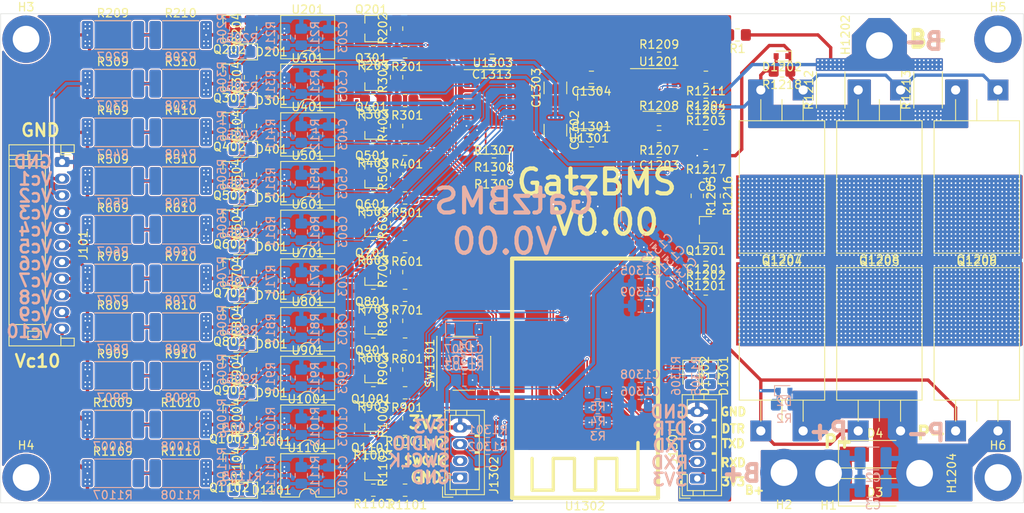
<source format=kicad_pcb>
(kicad_pcb (version 20171130) (host pcbnew "(5.1.10)-1")
  (layers (0 F.Cu signal) (31 B.Cu signal) (34 B.Paste user) (35 F.Paste user) (36 B.SilkS user) (37 F.SilkS user) (38 B.Mask user) (39 F.Mask user) (44 Edge.Cuts user))
  (net 0 "")
  (net 1 GND)
  (net 2 /Vcell_9)
  (net 3 /Vcell_8)
  (net 4 /Vcell_7)
  (net 5 /Vcell_6)
  (net 6 /Vcell_5)
  (net 7 /Vcell_10)
  (net 8 /Vcell_4)
  (net 9 /Vcell_3)
  (net 10 /Vcell_1)
  (net 11 Vcell_2)
  (net 12 +3V3)
  (net 13 "Net-(D201-Pad2)")
  (net 14 "Net-(D201-Pad1)")
  (net 15 "Net-(D301-Pad2)")
  (net 16 "Net-(D301-Pad1)")
  (net 17 "Net-(D401-Pad2)")
  (net 18 "Net-(D401-Pad1)")
  (net 19 "Net-(D501-Pad2)")
  (net 20 "Net-(D501-Pad1)")
  (net 21 "Net-(D601-Pad2)")
  (net 22 "Net-(D601-Pad1)")
  (net 23 "Net-(D701-Pad2)")
  (net 24 "Net-(D701-Pad1)")
  (net 25 "Net-(D801-Pad2)")
  (net 26 "Net-(D801-Pad1)")
  (net 27 "Net-(D901-Pad2)")
  (net 28 "Net-(D901-Pad1)")
  (net 29 "Net-(D1001-Pad2)")
  (net 30 "Net-(D1001-Pad1)")
  (net 31 "Net-(D1101-Pad2)")
  (net 32 "Net-(D1101-Pad1)")
  (net 33 "Net-(Q201-Pad3)")
  (net 34 "Net-(Q301-Pad3)")
  (net 35 "Net-(Q401-Pad3)")
  (net 36 "Net-(Q501-Pad3)")
  (net 37 "Net-(Q601-Pad3)")
  (net 38 "Net-(Q701-Pad3)")
  (net 39 "Net-(Q801-Pad3)")
  (net 40 "Net-(Q901-Pad3)")
  (net 41 "Net-(Q1001-Pad3)")
  (net 42 "Net-(Q1101-Pad3)")
  (net 43 /Cell1_bal)
  (net 44 "Net-(R203-Pad2)")
  (net 45 "Net-(R204-Pad2)")
  (net 46 "Net-(R207-Pad2)")
  (net 47 "Net-(R209-Pad2)")
  (net 48 /Cell2_bal)
  (net 49 "Net-(R303-Pad2)")
  (net 50 "Net-(R304-Pad2)")
  (net 51 "Net-(R307-Pad2)")
  (net 52 "Net-(R309-Pad2)")
  (net 53 /Cell3_bal)
  (net 54 "Net-(R403-Pad2)")
  (net 55 "Net-(R404-Pad2)")
  (net 56 "Net-(R407-Pad2)")
  (net 57 "Net-(R409-Pad2)")
  (net 58 /Cell4_bal)
  (net 59 "Net-(R503-Pad2)")
  (net 60 "Net-(R504-Pad2)")
  (net 61 "Net-(R507-Pad2)")
  (net 62 "Net-(R509-Pad2)")
  (net 63 /Cell5_bal)
  (net 64 "Net-(R603-Pad2)")
  (net 65 "Net-(R604-Pad2)")
  (net 66 "Net-(R607-Pad2)")
  (net 67 "Net-(R609-Pad2)")
  (net 68 /Cell6_bal)
  (net 69 "Net-(R703-Pad2)")
  (net 70 "Net-(R704-Pad2)")
  (net 71 "Net-(R707-Pad2)")
  (net 72 "Net-(R709-Pad2)")
  (net 73 /Cell7_bal)
  (net 74 "Net-(R803-Pad2)")
  (net 75 "Net-(R804-Pad2)")
  (net 76 "Net-(R807-Pad2)")
  (net 77 "Net-(R809-Pad2)")
  (net 78 /Cell8_bal)
  (net 79 "Net-(R903-Pad2)")
  (net 80 "Net-(R904-Pad2)")
  (net 81 "Net-(R907-Pad2)")
  (net 82 "Net-(R909-Pad2)")
  (net 83 /Cell9_bal)
  (net 84 "Net-(R1003-Pad2)")
  (net 85 "Net-(R1004-Pad2)")
  (net 86 "Net-(R1007-Pad2)")
  (net 87 "Net-(R1009-Pad2)")
  (net 88 /Cell10_bal)
  (net 89 "Net-(R1103-Pad2)")
  (net 90 "Net-(R1104-Pad2)")
  (net 91 "Net-(R1107-Pad2)")
  (net 92 "Net-(R1109-Pad2)")
  (net 93 /BatteryPowerControl/Shunt+)
  (net 94 "Net-(D1301-Pad2)")
  (net 95 /BatteryPowerControl/BMS_On_Off)
  (net 96 "Net-(U1302-Pad9)")
  (net 97 "Net-(C1201-Pad1)")
  (net 98 "Net-(D1302-Pad2)")
  (net 99 "Net-(R1307-Pad1)")
  (net 100 "Net-(R1308-Pad1)")
  (net 101 /MicrocontrollerNRF52/DEC1)
  (net 102 /MicrocontrollerNRF52/DEC2)
  (net 103 /MicrocontrollerNRF52/DEC3)
  (net 104 /MicrocontrollerNRF52/DEC4)
  (net 105 "Net-(R1207-Pad2)")
  (net 106 "Net-(R1209-Pad1)")
  (net 107 /MicrocontrollerNRF52/ADCShunt)
  (net 108 "Net-(J1302-Pad2)")
  (net 109 /MicrocontrollerNRF52/SWDIO)
  (net 110 "Net-(J1302-Pad3)")
  (net 111 /MicrocontrollerNRF52/SWCLK)
  (net 112 "Net-(R1304-Pad1)")
  (net 113 /MicrocontrollerNRF52/StatusLed1)
  (net 114 /MicrocontrollerNRF52/StatusLed2)
  (net 115 /MicrocontrollerNRF52/S0)
  (net 116 /MicrocontrollerNRF52/S1)
  (net 117 /MicrocontrollerNRF52/S2)
  (net 118 "Net-(R1309-Pad1)")
  (net 119 /MicrocontrollerNRF52/RXD)
  (net 120 /MicrocontrollerNRF52/ADC_UC_MULTI)
  (net 121 /MicrocontrollerNRF52/TXD)
  (net 122 "Net-(U1302-Pad13)")
  (net 123 "Net-(U1302-Pad11)")
  (net 124 "Net-(U1302-Pad10)")
  (net 125 "Net-(U1302-Pad8)")
  (net 126 /Vcell_1_adc)
  (net 127 /Vcell_2_adc)
  (net 128 /Vcell_3_adc)
  (net 129 /Vcell_4_adc)
  (net 130 /Vcell_5_adc)
  (net 131 /Vcell_6_adc)
  (net 132 /Vcell_7_adc)
  (net 133 /Vcell_8_adc)
  (net 134 /Vcell_9_adc)
  (net 135 /Vcell_10_adc)
  (net 136 "Net-(Q201-Pad1)")
  (net 137 "Net-(Q202-Pad1)")
  (net 138 "Net-(Q301-Pad1)")
  (net 139 "Net-(Q302-Pad1)")
  (net 140 "Net-(Q401-Pad1)")
  (net 141 "Net-(Q402-Pad1)")
  (net 142 "Net-(Q501-Pad1)")
  (net 143 "Net-(Q502-Pad1)")
  (net 144 "Net-(Q601-Pad1)")
  (net 145 "Net-(Q602-Pad1)")
  (net 146 "Net-(Q701-Pad1)")
  (net 147 "Net-(Q702-Pad1)")
  (net 148 "Net-(Q801-Pad1)")
  (net 149 "Net-(Q802-Pad1)")
  (net 150 "Net-(Q901-Pad1)")
  (net 151 "Net-(Q902-Pad1)")
  (net 152 "Net-(Q1001-Pad1)")
  (net 153 "Net-(Q1002-Pad1)")
  (net 154 "Net-(Q1101-Pad1)")
  (net 155 "Net-(Q1102-Pad1)")
  (net 156 "Net-(Q1201-Pad3)")
  (net 157 "Net-(U1302-Pad22)")
  (net 158 "Net-(U1302-Pad24)")
  (net 159 "Net-(C1202-Pad2)")
  (net 160 "Net-(C1202-Pad1)")
  (net 161 "Net-(U1302-Pad25)")
  (net 162 /MicrocontrollerNRF52/DTR)
  (net 163 "Net-(C1307-Pad1)")
  (net 164 /BatteryPowerControl/Shunt-)
  (net 165 "Net-(Q1204-Pad2)")
  (net 166 "Net-(H3-Pad1)")
  (net 167 "Net-(H4-Pad1)")
  (net 168 "Net-(H5-Pad1)")
  (net 169 "Net-(H6-Pad1)")
  (net 170 "Net-(J1301-Pad4)")
  (net 171 "Net-(J1301-Pad3)")
  (net 172 "Net-(J1301-Pad2)")
  (net 173 "Net-(C1-Pad1)")
  (net 174 "Net-(C2-Pad2)")
  (net 175 "Net-(C2-Pad1)")
  (module Capacitor_SMD:C_1210_3225Metric_Pad1.33x2.70mm_HandSolder (layer F.Cu) (at 328.422 118.618 90)
    (fp_text reference C1303 (at 0 -2.3 90) (layer F.SilkS))
    (fp_text value 4.7u)
    (pad 2 smd roundrect (at 1.5625 0 90) (size 1.325 2.7) (layers F.Cu F.Paste F.Mask) (roundrect_rratio 0.188679) (net 1 GND))
    (pad 1 smd roundrect (at -1.5625 0 90) (size 1.325 2.7) (layers F.Cu F.Paste F.Mask) (roundrect_rratio 0.188679) (net 12 +3V3))
  )
  (module Capacitor_SMD:C_1210_3225Metric_Pad1.33x2.70mm_HandSolder (layer B.Cu) (at 366.522 166.37)
    (fp_text reference C3 (at 0 2.3) (layer B.SilkS) (effects (justify mirror)))
    (fp_text value 1.5u)
    (pad 2 smd roundrect (at 1.5625 0) (size 1.325 2.7) (layers B.Cu B.Paste B.Mask) (roundrect_rratio 0.1886784905660377) (net 174 "Net-(C2-Pad2)"))
    (pad 1 smd roundrect (at -1.5625 0) (size 1.325 2.7) (layers B.Cu B.Paste B.Mask) (roundrect_rratio 0.1886784905660377) (net 175 "Net-(C2-Pad1)"))
  )
  (module Capacitor_SMD:C_1210_3225Metric_Pad1.33x2.70mm_HandSolder (layer B.Cu) (at 366.522 163.068)
    (fp_text reference C2 (at 0 2.3) (layer B.SilkS) (effects (justify mirror)))
    (fp_text value 1.5u)
    (pad 2 smd roundrect (at 1.5625 0) (size 1.325 2.7) (layers B.Cu B.Paste B.Mask) (roundrect_rratio 0.1886784905660377) (net 174 "Net-(C2-Pad2)"))
    (pad 1 smd roundrect (at -1.5625 0) (size 1.325 2.7) (layers B.Cu B.Paste B.Mask) (roundrect_rratio 0.1886784905660377) (net 175 "Net-(C2-Pad1)"))
  )
  (module Resistor_SMD:R_0805_2012Metric_Pad1.20x1.40mm_HandSolder (layer F.Cu) (at 346.456 126.746 180)
    (fp_text reference R1217 (at 0 -1.65 180) (layer F.SilkS))
    (fp_text value 1M)
    (pad 2 smd roundrect (at 1 0 180) (size 1.2 1.4) (layers F.Cu F.Paste F.Mask) (roundrect_rratio 0.2083325) (net 1 GND))
    (pad 1 smd roundrect (at -1 0 180) (size 1.2 1.4) (layers F.Cu F.Paste F.Mask) (roundrect_rratio 0.2083325) (net 173 "Net-(C1-Pad1)"))
  )
  (module Capacitor_SMD:C_0805_2012Metric_Pad1.18x1.45mm_HandSolder (layer F.Cu) (at 346.456 128.778 180)
    (fp_text reference C1 (at 0 -1.68) (layer F.SilkS))
    (fp_text value 1N)
    (pad 2 smd roundrect (at 1.0375 0 180) (size 1.175 1.45) (layers F.Cu F.Paste F.Mask) (roundrect_rratio 0.2127659574468085) (net 1 GND))
    (pad 1 smd roundrect (at -1.0375 0 180) (size 1.175 1.45) (layers F.Cu F.Paste F.Mask) (roundrect_rratio 0.2127659574468085) (net 173 "Net-(C1-Pad1)"))
  )
  (module Connector_JST:JST_PH_B5B-PH-K_1x05_P2.00mm_Vertical (layer F.Cu) (at 345.44 165.48 90)
    (fp_text reference J1301 (at 4 -2.9 90) (layer F.SilkS))
    (fp_text value Conn_01x05)
    (pad 5 thru_hole oval (at 8 0 90) (size 1.2 1.75) (drill 0.75) (layers *.Cu *.Mask) (net 1 GND))
    (pad 4 thru_hole oval (at 6 0 90) (size 1.2 1.75) (drill 0.75) (layers *.Cu *.Mask) (net 170 "Net-(J1301-Pad4)"))
    (pad 3 thru_hole oval (at 4 0 90) (size 1.2 1.75) (drill 0.75) (layers *.Cu *.Mask) (net 171 "Net-(J1301-Pad3)"))
    (pad 2 thru_hole oval (at 2 0 90) (size 1.2 1.75) (drill 0.75) (layers *.Cu *.Mask) (net 172 "Net-(J1301-Pad2)"))
    (pad 1 thru_hole roundrect (at 0 0 90) (size 1.2 1.75) (drill 0.75) (layers *.Cu *.Mask) (roundrect_rratio 0.2083325) (net 12 +3V3))
  )
  (module Resistor_SMD:R_0805_2012Metric_Pad1.20x1.40mm_HandSolder (layer B.Cu) (at 333.502 156.972)
    (fp_text reference R4 (at 0 1.65) (layer B.SilkS) (effects (justify mirror)))
    (fp_text value 100)
    (pad 2 smd roundrect (at 1 0) (size 1.2 1.4) (layers B.Cu B.Paste B.Mask) (roundrect_rratio 0.2083325) (net 171 "Net-(J1301-Pad3)"))
    (pad 1 smd roundrect (at -1 0) (size 1.2 1.4) (layers B.Cu B.Paste B.Mask) (roundrect_rratio 0.2083325) (net 121 /MicrocontrollerNRF52/TXD))
  )
  (module Resistor_SMD:R_0805_2012Metric_Pad1.20x1.40mm_HandSolder (layer B.Cu) (at 333.502 155.194)
    (fp_text reference R5 (at 0 1.65) (layer B.SilkS) (effects (justify mirror)))
    (fp_text value 100)
    (pad 2 smd roundrect (at 1 0) (size 1.2 1.4) (layers B.Cu B.Paste B.Mask) (roundrect_rratio 0.2083325) (net 170 "Net-(J1301-Pad4)"))
    (pad 1 smd roundrect (at -1 0) (size 1.2 1.4) (layers B.Cu B.Paste B.Mask) (roundrect_rratio 0.2083325) (net 162 /MicrocontrollerNRF52/DTR))
  )
  (module Resistor_SMD:R_0805_2012Metric_Pad1.20x1.40mm_HandSolder (layer B.Cu) (at 333.518 158.75)
    (fp_text reference R3 (at 0 1.65) (layer B.SilkS) (effects (justify mirror)))
    (fp_text value 100)
    (pad 2 smd roundrect (at 1 0) (size 1.2 1.4) (layers B.Cu B.Paste B.Mask) (roundrect_rratio 0.2083325) (net 172 "Net-(J1301-Pad2)"))
    (pad 1 smd roundrect (at -1 0) (size 1.2 1.4) (layers B.Cu B.Paste B.Mask) (roundrect_rratio 0.2083325) (net 119 /MicrocontrollerNRF52/RXD))
  )
  (module MountingHole:MountingHole_3.2mm_M3_ISO7380_Pad_TopBottom (layer F.Cu) (at 381.508 165.354)
    (fp_text reference H6 (at 0 -3.85) (layer F.SilkS))
    (fp_text value MountingHole_Pad)
    (pad 1 connect circle (at 0 0) (size 5.7 5.7) (layers B.Cu B.Mask) (net 169 "Net-(H6-Pad1)"))
    (pad 1 connect circle (at 0 0) (size 5.7 5.7) (layers F.Cu F.Mask) (net 169 "Net-(H6-Pad1)"))
    (pad 1 thru_hole circle (at 0 0) (size 3.6 3.6) (drill 3.2) (layers *.Cu *.Mask) (net 169 "Net-(H6-Pad1)"))
  )
  (module MountingHole:MountingHole_3.2mm_M3_ISO7380_Pad_TopBottom (layer F.Cu) (at 381.508 112.776)
    (fp_text reference H5 (at 0 -3.85) (layer F.SilkS))
    (fp_text value MountingHole_Pad)
    (pad 1 connect circle (at 0 0) (size 5.7 5.7) (layers B.Cu B.Mask) (net 168 "Net-(H5-Pad1)"))
    (pad 1 connect circle (at 0 0) (size 5.7 5.7) (layers F.Cu F.Mask) (net 168 "Net-(H5-Pad1)"))
    (pad 1 thru_hole circle (at 0 0) (size 3.6 3.6) (drill 3.2) (layers *.Cu *.Mask) (net 168 "Net-(H5-Pad1)"))
  )
  (module MountingHole:MountingHole_3.2mm_M3_ISO7380_Pad_TopBottom (layer F.Cu) (at 264.922 165.354)
    (fp_text reference H4 (at 0 -3.85) (layer F.SilkS))
    (fp_text value MountingHole_Pad)
    (pad 1 connect circle (at 0 0) (size 5.7 5.7) (layers B.Cu B.Mask) (net 167 "Net-(H4-Pad1)"))
    (pad 1 connect circle (at 0 0) (size 5.7 5.7) (layers F.Cu F.Mask) (net 167 "Net-(H4-Pad1)"))
    (pad 1 thru_hole circle (at 0 0) (size 3.6 3.6) (drill 3.2) (layers *.Cu *.Mask) (net 167 "Net-(H4-Pad1)"))
  )
  (module MountingHole:MountingHole_3.2mm_M3_ISO7380_Pad_TopBottom (layer F.Cu) (at 264.922 112.776)
    (fp_text reference H3 (at 0 -3.85) (layer F.SilkS))
    (fp_text value MountingHole_Pad)
    (pad 1 connect circle (at 0 0) (size 5.7 5.7) (layers B.Cu B.Mask) (net 166 "Net-(H3-Pad1)"))
    (pad 1 connect circle (at 0 0) (size 5.7 5.7) (layers F.Cu F.Mask) (net 166 "Net-(H3-Pad1)"))
    (pad 1 thru_hole circle (at 0 0) (size 3.6 3.6) (drill 3.2) (layers *.Cu *.Mask) (net 166 "Net-(H3-Pad1)"))
  )
  (module Capacitor_SMD:C_0805_2012Metric_Pad1.18x1.45mm_HandSolder (layer F.Cu) (at 346.456 138.684 180)
    (fp_text reference C1201 (at 0 -1.68) (layer F.SilkS))
    (fp_text value 1N)
    (pad 2 smd roundrect (at 1.0375 0 180) (size 1.175 1.45) (layers F.Cu F.Paste F.Mask) (roundrect_rratio 0.2127659574468085) (net 1 GND))
    (pad 1 smd roundrect (at -1.0375 0 180) (size 1.175 1.45) (layers F.Cu F.Paste F.Mask) (roundrect_rratio 0.2127659574468085) (net 97 "Net-(C1201-Pad1)"))
  )
  (module Resistor_SMD:R_0805_2012Metric_Pad1.20x1.40mm_HandSolder (layer F.Cu) (at 346.456 142.748)
    (fp_text reference R1202 (at 0 -1.65 180) (layer F.SilkS))
    (fp_text value 47K)
    (pad 2 smd roundrect (at 1 0) (size 1.2 1.4) (layers F.Cu F.Paste F.Mask) (roundrect_rratio 0.2083325) (net 97 "Net-(C1201-Pad1)"))
    (pad 1 smd roundrect (at -1 0) (size 1.2 1.4) (layers F.Cu F.Paste F.Mask) (roundrect_rratio 0.2083325) (net 1 GND))
  )
  (module Resistor_SMD:R_0805_2012Metric_Pad1.20x1.40mm_HandSolder (layer F.Cu) (at 346.456 140.716 180)
    (fp_text reference R1201 (at 0 -1.65) (layer F.SilkS))
    (fp_text value 10K)
    (pad 2 smd roundrect (at 1 0 180) (size 1.2 1.4) (layers F.Cu F.Paste F.Mask) (roundrect_rratio 0.2083325) (net 95 /BatteryPowerControl/BMS_On_Off))
    (pad 1 smd roundrect (at -1 0 180) (size 1.2 1.4) (layers F.Cu F.Paste F.Mask) (roundrect_rratio 0.2083325) (net 97 "Net-(C1201-Pad1)"))
  )
  (module MountingHole:MountingHole_3.2mm_M3_ISO7380_Pad_TopBottom (layer F.Cu) (at 355.84 164.766 180)
    (fp_text reference H2 (at 0 -3.85) (layer F.SilkS))
    (fp_text value MountingHole_Pad)
    (pad 1 connect circle (at 0 0 180) (size 5.7 5.7) (layers B.Cu B.Mask) (net 175 "Net-(C2-Pad1)"))
    (pad 1 connect circle (at 0 0 180) (size 5.7 5.7) (layers F.Cu F.Mask) (net 175 "Net-(C2-Pad1)"))
    (pad 1 thru_hole circle (at 0 0 180) (size 3.6 3.6) (drill 3.2) (layers *.Cu *.Mask) (net 175 "Net-(C2-Pad1)"))
  )
  (module Diode_SMD:D_SMA_Handsoldering (layer F.Cu) (at 366.776 162.56)
    (fp_text reference D4 (at 0 -2.5) (layer F.SilkS))
    (fp_text value D)
    (pad 2 smd rect (at 2.5 0) (size 3.5 1.8) (layers F.Cu F.Paste F.Mask) (net 174 "Net-(C2-Pad2)"))
    (pad 1 smd rect (at -2.5 0) (size 3.5 1.8) (layers F.Cu F.Paste F.Mask) (net 175 "Net-(C2-Pad1)"))
  )
  (module Diode_SMD:D_SMA_Handsoldering (layer F.Cu) (at 366.776 167.132)
    (fp_text reference D3 (at 0 0) (layer F.SilkS))
    (fp_text value D)
    (pad 2 smd rect (at 2.5 0) (size 3.5 1.8) (layers F.Cu F.Paste F.Mask) (net 174 "Net-(C2-Pad2)"))
    (pad 1 smd rect (at -2.5 0) (size 3.5 1.8) (layers F.Cu F.Paste F.Mask) (net 175 "Net-(C2-Pad1)"))
  )
  (module MountingHole:MountingHole_3.2mm_M3_ISO7380_Pad_TopBottom (layer F.Cu) (at 361.188 164.846 180)
    (fp_text reference H1 (at 0 -3.85) (layer F.SilkS))
    (fp_text value MountingHole_Pad)
    (pad 1 connect circle (at 0 0 180) (size 5.7 5.7) (layers B.Cu B.Mask) (net 175 "Net-(C2-Pad1)"))
    (pad 1 connect circle (at 0 0 180) (size 5.7 5.7) (layers F.Cu F.Mask) (net 175 "Net-(C2-Pad1)"))
    (pad 1 thru_hole circle (at 0 0 180) (size 3.6 3.6) (drill 3.2) (layers *.Cu *.Mask) (net 175 "Net-(C2-Pad1)"))
  )
  (module GatzeLib:TO-220-3_Horizontal_TabDown_modified (layer F.Cu) (at 358.14 118.872 180)
    (fp_text reference Q1204 (at 2.54 -20.58) (layer F.SilkS))
    (fp_text value IRFB4410ZPBF)
    (pad 2 smd rect (at 2.54 -15.24 180) (size 11 10) (layers F.Cu F.Mask) (net 165 "Net-(Q1204-Pad2)"))
    (pad 1 thru_hole rect (at 0 0 180) (size 2.5 2.5) (drill 1.1) (layers *.Cu *.Mask) (net 173 "Net-(C1-Pad1)"))
    (pad 3 thru_hole oval (at 5.08 0 180) (size 2.5 2.5) (drill 1.1) (layers *.Cu *.Mask) (net 93 /BatteryPowerControl/Shunt+))
  )
  (module GatzeLib:TO-220-3_Horizontal_TabDown_modified (layer F.Cu) (at 381.508 118.872 180)
    (fp_text reference Q1206 (at 2.54 -20.58) (layer F.SilkS))
    (fp_text value IRFB4410ZPBF)
    (pad 2 smd rect (at 2.54 -15.24 180) (size 11 10) (layers F.Cu F.Mask) (net 165 "Net-(Q1204-Pad2)"))
    (pad 1 thru_hole rect (at 0 0 180) (size 2.5 2.5) (drill 1.1) (layers *.Cu *.Mask) (net 173 "Net-(C1-Pad1)"))
    (pad 3 thru_hole oval (at 5.08 0 180) (size 2.5 2.5) (drill 1.1) (layers *.Cu *.Mask) (net 93 /BatteryPowerControl/Shunt+))
  )
  (module GatzeLib:TO-220-3_Horizontal_TabDown_modified (layer F.Cu) (at 369.824 118.872 180)
    (fp_text reference Q1205 (at 2.54 -20.58) (layer F.SilkS))
    (fp_text value IRFB4410ZPBF)
    (pad 2 smd rect (at 2.54 -15.24 180) (size 11 10) (layers F.Cu F.Mask) (net 165 "Net-(Q1204-Pad2)"))
    (pad 1 thru_hole rect (at 0 0 180) (size 2.5 2.5) (drill 1.1) (layers *.Cu *.Mask) (net 173 "Net-(C1-Pad1)"))
    (pad 3 thru_hole oval (at 5.08 0 180) (size 2.5 2.5) (drill 1.1) (layers *.Cu *.Mask) (net 93 /BatteryPowerControl/Shunt+))
  )
  (module Resistor_SMD:R_0805_2012Metric_Pad1.20x1.40mm_HandSolder (layer B.Cu) (at 355.87 156.624)
    (fp_text reference R2 (at 0 1.65) (layer B.SilkS) (effects (justify mirror)))
    (fp_text value 1M)
    (pad 2 smd roundrect (at 1 0) (size 1.2 1.4) (layers B.Cu B.Paste B.Mask) (roundrect_rratio 0.2083325) (net 174 "Net-(C2-Pad2)"))
    (pad 1 smd roundrect (at -1 0) (size 1.2 1.4) (layers B.Cu B.Paste B.Mask) (roundrect_rratio 0.2083325) (net 173 "Net-(C1-Pad1)"))
  )
  (module Resistor_SMD:R_0805_2012Metric_Pad1.20x1.40mm_HandSolder (layer F.Cu) (at 350.266 112.268 180)
    (fp_text reference R1 (at 0 -1.65) (layer F.SilkS))
    (fp_text value 330)
    (pad 2 smd roundrect (at 1 0 180) (size 1.2 1.4) (layers F.Cu F.Paste F.Mask) (roundrect_rratio 0.2083325) (net 1 GND))
    (pad 1 smd roundrect (at -1 0 180) (size 1.2 1.4) (layers F.Cu F.Paste F.Mask) (roundrect_rratio 0.2083325) (net 164 /BatteryPowerControl/Shunt-))
  )
  (module Diode_SMD:D_SOD-523 (layer B.Cu) (at 355.854 154.94)
    (fp_text reference D2 (at 0 1.3) (layer B.SilkS) (effects (justify mirror)))
    (fp_text value Z1SMA15)
    (pad 1 smd rect (at -0.7 0 180) (size 0.6 0.7) (layers B.Cu B.Paste B.Mask) (net 173 "Net-(C1-Pad1)"))
    (pad 2 smd rect (at 0.7 0 180) (size 0.6 0.7) (layers B.Cu B.Paste B.Mask) (net 174 "Net-(C2-Pad2)"))
  )
  (module Diode_SMD:D_SOD-123 (layer B.Cu) (at 317.5 147.574)
    (fp_text reference D1 (at 0 2) (layer B.SilkS) (effects (justify mirror)))
    (fp_text value 1N4148W)
    (pad 2 smd rect (at 1.65 0) (size 0.9 1.2) (layers B.Cu B.Paste B.Mask) (net 163 "Net-(C1307-Pad1)"))
    (pad 1 smd rect (at -1.65 0) (size 0.9 1.2) (layers B.Cu B.Paste B.Mask) (net 12 +3V3))
  )
  (module Capacitor_SMD:C_0805_2012Metric (layer F.Cu) (at 346.456 122.936)
    (fp_text reference C1202 (at 0 -1.68) (layer F.SilkS))
    (fp_text value 100N)
    (pad 2 smd roundrect (at 0.95 0) (size 1 1.45) (layers F.Cu F.Paste F.Mask) (net 159 "Net-(C1202-Pad2)"))
    (pad 1 smd roundrect (at -0.95 0) (size 1 1.45) (layers F.Cu F.Paste F.Mask) (net 160 "Net-(C1202-Pad1)"))
  )
  (module GatzeLib:TO-220-3_Horizontal_TabDown_modified (layer F.Cu) (at 353.06 159.766)
    (fp_text reference Q1207 (at 2.54 -20.58) (layer F.SilkS))
    (fp_text value IRFB4410ZPBF)
    (pad 2 smd rect (at 2.54 -15.24) (size 11 10) (layers F.Cu F.Mask) (net 165 "Net-(Q1204-Pad2)"))
    (pad 1 thru_hole rect (at 0 0) (size 2.5 2.5) (drill 1.1) (layers *.Cu *.Mask) (net 173 "Net-(C1-Pad1)"))
    (pad 3 thru_hole oval (at 5.08 0) (size 2.5 2.5) (drill 1.1) (layers *.Cu *.Mask) (net 174 "Net-(C2-Pad2)"))
  )
  (module Resistor_SMD:R_0805_2012Metric_Pad1.20x1.40mm_HandSolder (layer F.Cu) (at 345.44 131.572 270)
    (fp_text reference R1205 (at 0 -1.65 90) (layer F.SilkS))
    (fp_text value 100K)
    (pad 2 smd roundrect (at 1 0 270) (size 1.2 1.4) (layers F.Cu F.Paste F.Mask) (roundrect_rratio 0.2083325) (net 156 "Net-(Q1201-Pad3)"))
    (pad 1 smd roundrect (at -1 0 270) (size 1.2 1.4) (layers F.Cu F.Paste F.Mask) (roundrect_rratio 0.2083325) (net 9 /Vcell_3))
  )
  (module Package_DIP:SMDIP-4_W9.53mm_Clearance8mm (layer F.Cu) (at 298.704 165.1 180)
    (fp_text reference U1101 (at 0 3.302) (layer F.SilkS))
    (fp_text value PC817)
    (pad 1 smd rect (at -4.765 -1.27 180) (size 1.5 1.78) (layers F.Cu F.Paste F.Mask) (net 89 "Net-(R1103-Pad2)"))
    (pad 3 smd rect (at 4.765 1.27 180) (size 1.5 1.78) (layers F.Cu F.Paste F.Mask) (net 90 "Net-(R1104-Pad2)"))
    (pad 2 smd rect (at -4.765 1.27 180) (size 1.5 1.78) (layers F.Cu F.Paste F.Mask) (net 42 "Net-(Q1101-Pad3)"))
    (pad 4 smd rect (at 4.765 -1.27 180) (size 1.5 1.78) (layers F.Cu F.Paste F.Mask) (net 7 /Vcell_10))
  )
  (module Package_DIP:SMDIP-4_W9.53mm_Clearance8mm (layer F.Cu) (at 298.704 159.258 180)
    (fp_text reference U1001 (at 0 3.302) (layer F.SilkS))
    (fp_text value PC817)
    (pad 4 smd rect (at 4.765 -1.27 180) (size 1.5 1.78) (layers F.Cu F.Paste F.Mask) (net 2 /Vcell_9))
    (pad 2 smd rect (at -4.765 1.27 180) (size 1.5 1.78) (layers F.Cu F.Paste F.Mask) (net 41 "Net-(Q1001-Pad3)"))
    (pad 3 smd rect (at 4.765 1.27 180) (size 1.5 1.78) (layers F.Cu F.Paste F.Mask) (net 85 "Net-(R1004-Pad2)"))
    (pad 1 smd rect (at -4.765 -1.27 180) (size 1.5 1.78) (layers F.Cu F.Paste F.Mask) (net 84 "Net-(R1003-Pad2)"))
  )
  (module Package_DIP:SMDIP-4_W9.53mm_Clearance8mm (layer F.Cu) (at 298.704 153.416 180)
    (fp_text reference U901 (at 0 3.302) (layer F.SilkS))
    (fp_text value PC817)
    (pad 4 smd rect (at 4.765 -1.27 180) (size 1.5 1.78) (layers F.Cu F.Paste F.Mask) (net 3 /Vcell_8))
    (pad 2 smd rect (at -4.765 1.27 180) (size 1.5 1.78) (layers F.Cu F.Paste F.Mask) (net 40 "Net-(Q901-Pad3)"))
    (pad 3 smd rect (at 4.765 1.27 180) (size 1.5 1.78) (layers F.Cu F.Paste F.Mask) (net 80 "Net-(R904-Pad2)"))
    (pad 1 smd rect (at -4.765 -1.27 180) (size 1.5 1.78) (layers F.Cu F.Paste F.Mask) (net 79 "Net-(R903-Pad2)"))
  )
  (module Package_DIP:SMDIP-4_W9.53mm_Clearance8mm (layer F.Cu) (at 298.704 147.574 180)
    (fp_text reference U801 (at 0 3.302) (layer F.SilkS))
    (fp_text value PC817)
    (pad 4 smd rect (at 4.765 -1.27 180) (size 1.5 1.78) (layers F.Cu F.Paste F.Mask) (net 4 /Vcell_7))
    (pad 2 smd rect (at -4.765 1.27 180) (size 1.5 1.78) (layers F.Cu F.Paste F.Mask) (net 39 "Net-(Q801-Pad3)"))
    (pad 3 smd rect (at 4.765 1.27 180) (size 1.5 1.78) (layers F.Cu F.Paste F.Mask) (net 75 "Net-(R804-Pad2)"))
    (pad 1 smd rect (at -4.765 -1.27 180) (size 1.5 1.78) (layers F.Cu F.Paste F.Mask) (net 74 "Net-(R803-Pad2)"))
  )
  (module Package_DIP:SMDIP-4_W9.53mm_Clearance8mm (layer F.Cu) (at 298.704 141.732 180)
    (fp_text reference U701 (at 0 3.302) (layer F.SilkS))
    (fp_text value PC817)
    (pad 4 smd rect (at 4.765 -1.27 180) (size 1.5 1.78) (layers F.Cu F.Paste F.Mask) (net 5 /Vcell_6))
    (pad 2 smd rect (at -4.765 1.27 180) (size 1.5 1.78) (layers F.Cu F.Paste F.Mask) (net 38 "Net-(Q701-Pad3)"))
    (pad 3 smd rect (at 4.765 1.27 180) (size 1.5 1.78) (layers F.Cu F.Paste F.Mask) (net 70 "Net-(R704-Pad2)"))
    (pad 1 smd rect (at -4.765 -1.27 180) (size 1.5 1.78) (layers F.Cu F.Paste F.Mask) (net 69 "Net-(R703-Pad2)"))
  )
  (module Package_DIP:SMDIP-4_W9.53mm_Clearance8mm (layer F.Cu) (at 298.704 135.89 180)
    (fp_text reference U601 (at 0 3.302) (layer F.SilkS))
    (fp_text value PC817)
    (pad 4 smd rect (at 4.765 -1.27 180) (size 1.5 1.78) (layers F.Cu F.Paste F.Mask) (net 6 /Vcell_5))
    (pad 2 smd rect (at -4.765 1.27 180) (size 1.5 1.78) (layers F.Cu F.Paste F.Mask) (net 37 "Net-(Q601-Pad3)"))
    (pad 3 smd rect (at 4.765 1.27 180) (size 1.5 1.78) (layers F.Cu F.Paste F.Mask) (net 65 "Net-(R604-Pad2)"))
    (pad 1 smd rect (at -4.765 -1.27 180) (size 1.5 1.78) (layers F.Cu F.Paste F.Mask) (net 64 "Net-(R603-Pad2)"))
  )
  (module Package_DIP:SMDIP-4_W9.53mm_Clearance8mm (layer F.Cu) (at 298.704 130.048 180)
    (fp_text reference U501 (at 0 3.302) (layer F.SilkS))
    (fp_text value PC817)
    (pad 4 smd rect (at 4.765 -1.27 180) (size 1.5 1.78) (layers F.Cu F.Paste F.Mask) (net 8 /Vcell_4))
    (pad 2 smd rect (at -4.765 1.27 180) (size 1.5 1.78) (layers F.Cu F.Paste F.Mask) (net 36 "Net-(Q501-Pad3)"))
    (pad 3 smd rect (at 4.765 1.27 180) (size 1.5 1.78) (layers F.Cu F.Paste F.Mask) (net 60 "Net-(R504-Pad2)"))
    (pad 1 smd rect (at -4.765 -1.27 180) (size 1.5 1.78) (layers F.Cu F.Paste F.Mask) (net 59 "Net-(R503-Pad2)"))
  )
  (module Package_DIP:SMDIP-4_W9.53mm_Clearance8mm (layer F.Cu) (at 298.704 124.206 180)
    (fp_text reference U401 (at 0 3.302) (layer F.SilkS))
    (fp_text value PC817)
    (pad 4 smd rect (at 4.765 -1.27 180) (size 1.5 1.78) (layers F.Cu F.Paste F.Mask) (net 9 /Vcell_3))
    (pad 2 smd rect (at -4.765 1.27 180) (size 1.5 1.78) (layers F.Cu F.Paste F.Mask) (net 35 "Net-(Q401-Pad3)"))
    (pad 3 smd rect (at 4.765 1.27 180) (size 1.5 1.78) (layers F.Cu F.Paste F.Mask) (net 55 "Net-(R404-Pad2)"))
    (pad 1 smd rect (at -4.765 -1.27 180) (size 1.5 1.78) (layers F.Cu F.Paste F.Mask) (net 54 "Net-(R403-Pad2)"))
  )
  (module Package_DIP:SMDIP-4_W9.53mm_Clearance8mm (layer F.Cu) (at 298.704 118.364 180)
    (fp_text reference U301 (at 0 3.302) (layer F.SilkS))
    (fp_text value PC817)
    (pad 4 smd rect (at 4.765 -1.27 180) (size 1.5 1.78) (layers F.Cu F.Paste F.Mask) (net 11 Vcell_2))
    (pad 2 smd rect (at -4.765 1.27 180) (size 1.5 1.78) (layers F.Cu F.Paste F.Mask) (net 34 "Net-(Q301-Pad3)"))
    (pad 3 smd rect (at 4.765 1.27 180) (size 1.5 1.78) (layers F.Cu F.Paste F.Mask) (net 50 "Net-(R304-Pad2)"))
    (pad 1 smd rect (at -4.765 -1.27 180) (size 1.5 1.78) (layers F.Cu F.Paste F.Mask) (net 49 "Net-(R303-Pad2)"))
  )
  (module Package_DIP:SMDIP-4_W9.53mm_Clearance8mm (layer F.Cu) (at 298.704 112.522 180)
    (fp_text reference U201 (at 0 3.302) (layer F.SilkS))
    (fp_text value PC817)
    (pad 4 smd rect (at 4.765 -1.27 180) (size 1.5 1.78) (layers F.Cu F.Paste F.Mask) (net 10 /Vcell_1))
    (pad 2 smd rect (at -4.765 1.27 180) (size 1.5 1.78) (layers F.Cu F.Paste F.Mask) (net 33 "Net-(Q201-Pad3)"))
    (pad 3 smd rect (at 4.765 1.27 180) (size 1.5 1.78) (layers F.Cu F.Paste F.Mask) (net 45 "Net-(R204-Pad2)"))
    (pad 1 smd rect (at -4.765 -1.27 180) (size 1.5 1.78) (layers F.Cu F.Paste F.Mask) (net 44 "Net-(R203-Pad2)"))
  )
  (module Resistor_SMD:R_0805_2012Metric_Pad1.20x1.40mm_HandSolder (layer B.Cu) (at 297.942 165.1 90)
    (fp_text reference R1112 (at 0 1.65 -90) (layer B.SilkS) (effects (justify mirror)))
    (fp_text value 6K8)
    (pad 1 smd roundrect (at -1 0 90) (size 1.2 1.4) (layers B.Cu B.Paste B.Mask) (roundrect_rratio 0.2083325) (net 135 /Vcell_10_adc))
    (pad 2 smd roundrect (at 1 0 90) (size 1.2 1.4) (layers B.Cu B.Paste B.Mask) (roundrect_rratio 0.2083325) (net 1 GND))
  )
  (module Resistor_SMD:R_0805_2012Metric_Pad1.20x1.40mm_HandSolder (layer B.Cu) (at 295.91 165.1 270)
    (fp_text reference R1111 (at 0 1.65 270) (layer B.SilkS) (effects (justify mirror)))
    (fp_text value 91K)
    (pad 1 smd roundrect (at -1 0 270) (size 1.2 1.4) (layers B.Cu B.Paste B.Mask) (roundrect_rratio 0.2083325) (net 7 /Vcell_10))
    (pad 2 smd roundrect (at 1 0 270) (size 1.2 1.4) (layers B.Cu B.Paste B.Mask) (roundrect_rratio 0.2083325) (net 135 /Vcell_10_adc))
  )
  (module Resistor_SMD:R_2512_6332Metric_Pad1.40x3.35mm_HandSolder (layer F.Cu) (at 283.464 164.846)
    (fp_text reference R1110 (at 0 -2.62) (layer F.SilkS))
    (fp_text value 10)
    (pad 1 smd roundrect (at -3.05 0) (size 1.4 3.35) (layers F.Cu F.Paste F.Mask) (roundrect_rratio 0.1785707142857143) (net 92 "Net-(R1109-Pad2)"))
    (pad 2 smd roundrect (at 3.05 0) (size 1.4 3.35) (layers F.Cu F.Paste F.Mask) (roundrect_rratio 0.1785707142857143) (net 32 "Net-(D1101-Pad1)"))
  )
  (module Resistor_SMD:R_2512_6332Metric_Pad1.40x3.35mm_HandSolder (layer F.Cu) (at 275.336 164.846)
    (fp_text reference R1109 (at 0 -2.62) (layer F.SilkS))
    (fp_text value 10)
    (pad 1 smd roundrect (at -3.05 0) (size 1.4 3.35) (layers F.Cu F.Paste F.Mask) (roundrect_rratio 0.1785707142857143) (net 7 /Vcell_10))
    (pad 2 smd roundrect (at 3.05 0) (size 1.4 3.35) (layers F.Cu F.Paste F.Mask) (roundrect_rratio 0.1785707142857143) (net 92 "Net-(R1109-Pad2)"))
  )
  (module Resistor_SMD:R_2512_6332Metric_Pad1.40x3.35mm_HandSolder (layer B.Cu) (at 283.464 164.846)
    (fp_text reference R1108 (at 0 2.62) (layer B.SilkS) (effects (justify mirror)))
    (fp_text value 10)
    (pad 1 smd roundrect (at -3.05 0) (size 1.4 3.35) (layers B.Cu B.Paste B.Mask) (roundrect_rratio 0.1785707142857143) (net 91 "Net-(R1107-Pad2)"))
    (pad 2 smd roundrect (at 3.05 0) (size 1.4 3.35) (layers B.Cu B.Paste B.Mask) (roundrect_rratio 0.1785707142857143) (net 32 "Net-(D1101-Pad1)"))
  )
  (module Resistor_SMD:R_2512_6332Metric_Pad1.40x3.35mm_HandSolder (layer B.Cu) (at 275.336 164.846)
    (fp_text reference R1107 (at 0 2.62) (layer B.SilkS) (effects (justify mirror)))
    (fp_text value 10)
    (pad 1 smd roundrect (at -3.05 0) (size 1.4 3.35) (layers B.Cu B.Paste B.Mask) (roundrect_rratio 0.1785707142857143) (net 7 /Vcell_10))
    (pad 2 smd roundrect (at 3.05 0) (size 1.4 3.35) (layers B.Cu B.Paste B.Mask) (roundrect_rratio 0.1785707142857143) (net 91 "Net-(R1107-Pad2)"))
  )
  (module Resistor_SMD:R_0805_2012Metric_Pad1.20x1.40mm_HandSolder (layer B.Cu) (at 290.068 164.084 270)
    (fp_text reference R1106 (at 0 1.65 90) (layer B.SilkS) (effects (justify mirror)))
    (fp_text value 47K)
    (pad 1 smd roundrect (at -1 0 270) (size 1.2 1.4) (layers B.Cu B.Paste B.Mask) (roundrect_rratio 0.2083325) (net 2 /Vcell_9))
    (pad 2 smd roundrect (at 1 0 270) (size 1.2 1.4) (layers B.Cu B.Paste B.Mask) (roundrect_rratio 0.2083325) (net 155 "Net-(Q1102-Pad1)"))
  )
  (module Resistor_SMD:R_0805_2012Metric_Pad1.20x1.40mm_HandSolder (layer B.Cu) (at 290.83 166.878 180)
    (fp_text reference R1105 (at 0 1.65) (layer B.SilkS) (effects (justify mirror)))
    (fp_text value 1K)
    (pad 1 smd roundrect (at -1 0 180) (size 1.2 1.4) (layers B.Cu B.Paste B.Mask) (roundrect_rratio 0.2083325) (net 7 /Vcell_10))
    (pad 2 smd roundrect (at 1 0 180) (size 1.2 1.4) (layers B.Cu B.Paste B.Mask) (roundrect_rratio 0.2083325) (net 31 "Net-(D1101-Pad2)"))
  )
  (module Resistor_SMD:R_0805_2012Metric_Pad1.20x1.40mm_HandSolder (layer F.Cu) (at 291.846 164.084 90)
    (fp_text reference R1104 (at 0 -1.65 90) (layer F.SilkS))
    (fp_text value 1K)
    (pad 1 smd roundrect (at -1 0 90) (size 1.2 1.4) (layers F.Cu F.Paste F.Mask) (roundrect_rratio 0.2083325) (net 155 "Net-(Q1102-Pad1)"))
    (pad 2 smd roundrect (at 1 0 90) (size 1.2 1.4) (layers F.Cu F.Paste F.Mask) (roundrect_rratio 0.2083325) (net 90 "Net-(R1104-Pad2)"))
  )
  (module Resistor_SMD:R_0805_2012Metric_Pad1.20x1.40mm_HandSolder (layer F.Cu) (at 306.578 166.878 180)
    (fp_text reference R1103 (at 0 -1.65) (layer F.SilkS))
    (fp_text value 620)
    (pad 1 smd roundrect (at -1 0 180) (size 1.2 1.4) (layers F.Cu F.Paste F.Mask) (roundrect_rratio 0.2083325) (net 11 Vcell_2))
    (pad 2 smd roundrect (at 1 0 180) (size 1.2 1.4) (layers F.Cu F.Paste F.Mask) (roundrect_rratio 0.2083325) (net 89 "Net-(R1103-Pad2)"))
  )
  (module Resistor_SMD:R_0805_2012Metric_Pad1.20x1.40mm_HandSolder (layer F.Cu) (at 309.372 164.084 90)
    (fp_text reference R1102 (at 0 -1.65 90) (layer F.SilkS))
    (fp_text value 47K)
    (pad 1 smd roundrect (at -1 0 90) (size 1.2 1.4) (layers F.Cu F.Paste F.Mask) (roundrect_rratio 0.2083325) (net 154 "Net-(Q1101-Pad1)"))
    (pad 2 smd roundrect (at 1 0 90) (size 1.2 1.4) (layers F.Cu F.Paste F.Mask) (roundrect_rratio 0.2083325) (net 1 GND))
  )
  (module Resistor_SMD:R_0805_2012Metric_Pad1.20x1.40mm_HandSolder (layer F.Cu) (at 310.388 166.878)
    (fp_text reference R1101 (at 0.254 1.778) (layer F.SilkS))
    (fp_text value 3K3)
    (pad 1 smd roundrect (at -1 0) (size 1.2 1.4) (layers F.Cu F.Paste F.Mask) (roundrect_rratio 0.2083325) (net 154 "Net-(Q1101-Pad1)"))
    (pad 2 smd roundrect (at 1 0) (size 1.2 1.4) (layers F.Cu F.Paste F.Mask) (roundrect_rratio 0.2083325) (net 88 /Cell10_bal))
  )
  (module Resistor_SMD:R_0805_2012Metric_Pad1.20x1.40mm_HandSolder (layer B.Cu) (at 297.942 159.258 90)
    (fp_text reference R1012 (at 0 1.65 -90) (layer B.SilkS) (effects (justify mirror)))
    (fp_text value 6K8)
    (pad 2 smd roundrect (at 1 0 90) (size 1.2 1.4) (layers B.Cu B.Paste B.Mask) (roundrect_rratio 0.2083325) (net 1 GND))
    (pad 1 smd roundrect (at -1 0 90) (size 1.2 1.4) (layers B.Cu B.Paste B.Mask) (roundrect_rratio 0.2083325) (net 134 /Vcell_9_adc))
  )
  (module Resistor_SMD:R_0805_2012Metric_Pad1.20x1.40mm_HandSolder (layer B.Cu) (at 295.91 159.258 270)
    (fp_text reference R1011 (at 0 1.65 270) (layer B.SilkS) (effects (justify mirror)))
    (fp_text value 91K)
    (pad 2 smd roundrect (at 1 0 270) (size 1.2 1.4) (layers B.Cu B.Paste B.Mask) (roundrect_rratio 0.2083325) (net 134 /Vcell_9_adc))
    (pad 1 smd roundrect (at -1 0 270) (size 1.2 1.4) (layers B.Cu B.Paste B.Mask) (roundrect_rratio 0.2083325) (net 2 /Vcell_9))
  )
  (module Resistor_SMD:R_2512_6332Metric_Pad1.40x3.35mm_HandSolder (layer F.Cu) (at 283.464 159.004)
    (fp_text reference R1010 (at 0 -2.62) (layer F.SilkS))
    (fp_text value 10)
    (pad 2 smd roundrect (at 3.05 0) (size 1.4 3.35) (layers F.Cu F.Paste F.Mask) (roundrect_rratio 0.1785707142857143) (net 30 "Net-(D1001-Pad1)"))
    (pad 1 smd roundrect (at -3.05 0) (size 1.4 3.35) (layers F.Cu F.Paste F.Mask) (roundrect_rratio 0.1785707142857143) (net 87 "Net-(R1009-Pad2)"))
  )
  (module Resistor_SMD:R_2512_6332Metric_Pad1.40x3.35mm_HandSolder (layer F.Cu) (at 275.336 159.004)
    (fp_text reference R1009 (at 0 -2.62) (layer F.SilkS))
    (fp_text value 10)
    (pad 2 smd roundrect (at 3.05 0) (size 1.4 3.35) (layers F.Cu F.Paste F.Mask) (roundrect_rratio 0.1785707142857143) (net 87 "Net-(R1009-Pad2)"))
    (pad 1 smd roundrect (at -3.05 0) (size 1.4 3.35) (layers F.Cu F.Paste F.Mask) (roundrect_rratio 0.1785707142857143) (net 2 /Vcell_9))
  )
  (module Resistor_SMD:R_2512_6332Metric_Pad1.40x3.35mm_HandSolder (layer B.Cu) (at 283.464 159.004)
    (fp_text reference R1008 (at 0 2.62) (layer B.SilkS) (effects (justify mirror)))
    (fp_text value 10)
    (pad 2 smd roundrect (at 3.05 0) (size 1.4 3.35) (layers B.Cu B.Paste B.Mask) (roundrect_rratio 0.1785707142857143) (net 30 "Net-(D1001-Pad1)"))
    (pad 1 smd roundrect (at -3.05 0) (size 1.4 3.35) (layers B.Cu B.Paste B.Mask) (roundrect_rratio 0.1785707142857143) (net 86 "Net-(R1007-Pad2)"))
  )
  (module Resistor_SMD:R_2512_6332Metric_Pad1.40x3.35mm_HandSolder (layer B.Cu) (at 275.336 159.004)
    (fp_text reference R1007 (at 0 2.62) (layer B.SilkS) (effects (justify mirror)))
    (fp_text value 10)
    (pad 2 smd roundrect (at 3.05 0) (size 1.4 3.35) (layers B.Cu B.Paste B.Mask) (roundrect_rratio 0.1785707142857143) (net 86 "Net-(R1007-Pad2)"))
    (pad 1 smd roundrect (at -3.05 0) (size 1.4 3.35) (layers B.Cu B.Paste B.Mask) (roundrect_rratio 0.1785707142857143) (net 2 /Vcell_9))
  )
  (module Resistor_SMD:R_0805_2012Metric_Pad1.20x1.40mm_HandSolder (layer B.Cu) (at 290.068 158.242 270)
    (fp_text reference R1006 (at 0 1.65 90) (layer B.SilkS) (effects (justify mirror)))
    (fp_text value 47K)
    (pad 2 smd roundrect (at 1 0 270) (size 1.2 1.4) (layers B.Cu B.Paste B.Mask) (roundrect_rratio 0.2083325) (net 153 "Net-(Q1002-Pad1)"))
    (pad 1 smd roundrect (at -1 0 270) (size 1.2 1.4) (layers B.Cu B.Paste B.Mask) (roundrect_rratio 0.2083325) (net 3 /Vcell_8))
  )
  (module Resistor_SMD:R_0805_2012Metric_Pad1.20x1.40mm_HandSolder (layer B.Cu) (at 290.83 161.036 180)
    (fp_text reference R1005 (at 0 1.65) (layer B.SilkS) (effects (justify mirror)))
    (fp_text value 1K)
    (pad 2 smd roundrect (at 1 0 180) (size 1.2 1.4) (layers B.Cu B.Paste B.Mask) (roundrect_rratio 0.2083325) (net 29 "Net-(D1001-Pad2)"))
    (pad 1 smd roundrect (at -1 0 180) (size 1.2 1.4) (layers B.Cu B.Paste B.Mask) (roundrect_rratio 0.2083325) (net 2 /Vcell_9))
  )
  (module Resistor_SMD:R_0805_2012Metric_Pad1.20x1.40mm_HandSolder (layer F.Cu) (at 291.846 158.242 90)
    (fp_text reference R1004 (at 0 -1.65 90) (layer F.SilkS))
    (fp_text value 1K)
    (pad 2 smd roundrect (at 1 0 90) (size 1.2 1.4) (layers F.Cu F.Paste F.Mask) (roundrect_rratio 0.2083325) (net 85 "Net-(R1004-Pad2)"))
    (pad 1 smd roundrect (at -1 0 90) (size 1.2 1.4) (layers F.Cu F.Paste F.Mask) (roundrect_rratio 0.2083325) (net 153 "Net-(Q1002-Pad1)"))
  )
  (module Resistor_SMD:R_0805_2012Metric_Pad1.20x1.40mm_HandSolder (layer F.Cu) (at 306.578 161.036 180)
    (fp_text reference R1003 (at 0 -1.65) (layer F.SilkS))
    (fp_text value 620)
    (pad 2 smd roundrect (at 1 0 180) (size 1.2 1.4) (layers F.Cu F.Paste F.Mask) (roundrect_rratio 0.2083325) (net 84 "Net-(R1003-Pad2)"))
    (pad 1 smd roundrect (at -1 0 180) (size 1.2 1.4) (layers F.Cu F.Paste F.Mask) (roundrect_rratio 0.2083325) (net 11 Vcell_2))
  )
  (module Resistor_SMD:R_0805_2012Metric_Pad1.20x1.40mm_HandSolder (layer F.Cu) (at 309.372 158.242 90)
    (fp_text reference R1002 (at 0 -1.65 90) (layer F.SilkS))
    (fp_text value 47K)
    (pad 2 smd roundrect (at 1 0 90) (size 1.2 1.4) (layers F.Cu F.Paste F.Mask) (roundrect_rratio 0.2083325) (net 1 GND))
    (pad 1 smd roundrect (at -1 0 90) (size 1.2 1.4) (layers F.Cu F.Paste F.Mask) (roundrect_rratio 0.2083325) (net 152 "Net-(Q1001-Pad1)"))
  )
  (module Resistor_SMD:R_0805_2012Metric_Pad1.20x1.40mm_HandSolder (layer F.Cu) (at 310.388 161.036)
    (fp_text reference R1001 (at 0 0) (layer F.SilkS))
    (fp_text value 3K3)
    (pad 2 smd roundrect (at 1 0) (size 1.2 1.4) (layers F.Cu F.Paste F.Mask) (roundrect_rratio 0.2083325) (net 83 /Cell9_bal))
    (pad 1 smd roundrect (at -1 0) (size 1.2 1.4) (layers F.Cu F.Paste F.Mask) (roundrect_rratio 0.2083325) (net 152 "Net-(Q1001-Pad1)"))
  )
  (module Resistor_SMD:R_0805_2012Metric_Pad1.20x1.40mm_HandSolder (layer B.Cu) (at 297.942 153.416 90)
    (fp_text reference R912 (at 0 1.65 -90) (layer B.SilkS) (effects (justify mirror)))
    (fp_text value 6K8)
    (pad 2 smd roundrect (at 1 0 90) (size 1.2 1.4) (layers B.Cu B.Paste B.Mask) (roundrect_rratio 0.2083325) (net 1 GND))
    (pad 1 smd roundrect (at -1 0 90) (size 1.2 1.4) (layers B.Cu B.Paste B.Mask) (roundrect_rratio 0.2083325) (net 133 /Vcell_8_adc))
  )
  (module Resistor_SMD:R_0805_2012Metric_Pad1.20x1.40mm_HandSolder (layer B.Cu) (at 295.91 153.416 270)
    (fp_text reference R911 (at 0 1.65 270) (layer B.SilkS) (effects (justify mirror)))
    (fp_text value 91K)
    (pad 2 smd roundrect (at 1 0 270) (size 1.2 1.4) (layers B.Cu B.Paste B.Mask) (roundrect_rratio 0.2083325) (net 133 /Vcell_8_adc))
    (pad 1 smd roundrect (at -1 0 270) (size 1.2 1.4) (layers B.Cu B.Paste B.Mask) (roundrect_rratio 0.2083325) (net 3 /Vcell_8))
  )
  (module Resistor_SMD:R_2512_6332Metric_Pad1.40x3.35mm_HandSolder (layer F.Cu) (at 283.464 153.162)
    (fp_text reference R910 (at 0 -2.62) (layer F.SilkS))
    (fp_text value 10)
    (pad 2 smd roundrect (at 3.05 0) (size 1.4 3.35) (layers F.Cu F.Paste F.Mask) (roundrect_rratio 0.1785707142857143) (net 28 "Net-(D901-Pad1)"))
    (pad 1 smd roundrect (at -3.05 0) (size 1.4 3.35) (layers F.Cu F.Paste F.Mask) (roundrect_rratio 0.1785707142857143) (net 82 "Net-(R909-Pad2)"))
  )
  (module Resistor_SMD:R_2512_6332Metric_Pad1.40x3.35mm_HandSolder (layer F.Cu) (at 275.336 153.162)
    (fp_text reference R909 (at 0 -2.62) (layer F.SilkS))
    (fp_text value 10)
    (pad 2 smd roundrect (at 3.05 0) (size 1.4 3.35) (layers F.Cu F.Paste F.Mask) (roundrect_rratio 0.1785707142857143) (net 82 "Net-(R909-Pad2)"))
    (pad 1 smd roundrect (at -3.05 0) (size 1.4 3.35) (layers F.Cu F.Paste F.Mask) (roundrect_rratio 0.1785707142857143) (net 3 /Vcell_8))
  )
  (module Resistor_SMD:R_2512_6332Metric_Pad1.40x3.35mm_HandSolder (layer B.Cu) (at 283.464 153.162)
    (fp_text reference R908 (at 0 2.62) (layer B.SilkS) (effects (justify mirror)))
    (fp_text value 10)
    (pad 2 smd roundrect (at 3.05 0) (size 1.4 3.35) (layers B.Cu B.Paste B.Mask) (roundrect_rratio 0.1785707142857143) (net 28 "Net-(D901-Pad1)"))
    (pad 1 smd roundrect (at -3.05 0) (size 1.4 3.35) (layers B.Cu B.Paste B.Mask) (roundrect_rratio 0.1785707142857143) (net 81 "Net-(R907-Pad2)"))
  )
  (module Resistor_SMD:R_2512_6332Metric_Pad1.40x3.35mm_HandSolder (layer B.Cu) (at 275.336 153.162)
    (fp_text reference R907 (at 0 2.62) (layer B.SilkS) (effects (justify mirror)))
    (fp_text value 10)
    (pad 2 smd roundrect (at 3.05 0) (size 1.4 3.35) (layers B.Cu B.Paste B.Mask) (roundrect_rratio 0.1785707142857143) (net 81 "Net-(R907-Pad2)"))
    (pad 1 smd roundrect (at -3.05 0) (size 1.4 3.35) (layers B.Cu B.Paste B.Mask) (roundrect_rratio 0.1785707142857143) (net 3 /Vcell_8))
  )
  (module Resistor_SMD:R_0805_2012Metric_Pad1.20x1.40mm_HandSolder (layer B.Cu) (at 290.068 152.4 270)
    (fp_text reference R906 (at 0 1.65 90) (layer B.SilkS) (effects (justify mirror)))
    (fp_text value 47K)
    (pad 2 smd roundrect (at 1 0 270) (size 1.2 1.4) (layers B.Cu B.Paste B.Mask) (roundrect_rratio 0.2083325) (net 151 "Net-(Q902-Pad1)"))
    (pad 1 smd roundrect (at -1 0 270) (size 1.2 1.4) (layers B.Cu B.Paste B.Mask) (roundrect_rratio 0.2083325) (net 4 /Vcell_7))
  )
  (module Resistor_SMD:R_0805_2012Metric_Pad1.20x1.40mm_HandSolder (layer B.Cu) (at 290.83 155.194 180)
    (fp_text reference R905 (at 0 1.65) (layer B.SilkS) (effects (justify mirror)))
    (fp_text value 1K)
    (pad 2 smd roundrect (at 1 0 180) (size 1.2 1.4) (layers B.Cu B.Paste B.Mask) (roundrect_rratio 0.2083325) (net 27 "Net-(D901-Pad2)"))
    (pad 1 smd roundrect (at -1 0 180) (size 1.2 1.4) (layers B.Cu B.Paste B.Mask) (roundrect_rratio 0.2083325) (net 3 /Vcell_8))
  )
  (module Resistor_SMD:R_0805_2012Metric_Pad1.20x1.40mm_HandSolder (layer F.Cu) (at 291.846 152.4 90)
    (fp_text reference R904 (at 0 -1.65 90) (layer F.SilkS))
    (fp_text value 1K)
    (pad 2 smd roundrect (at 1 0 90) (size 1.2 1.4) (layers F.Cu F.Paste F.Mask) (roundrect_rratio 0.2083325) (net 80 "Net-(R904-Pad2)"))
    (pad 1 smd roundrect (at -1 0 90) (size 1.2 1.4) (layers F.Cu F.Paste F.Mask) (roundrect_rratio 0.2083325) (net 151 "Net-(Q902-Pad1)"))
  )
  (module Resistor_SMD:R_0805_2012Metric_Pad1.20x1.40mm_HandSolder (layer F.Cu) (at 306.578 155.194 180)
    (fp_text reference R903 (at 0 -1.65) (layer F.SilkS))
    (fp_text value 620)
    (pad 2 smd roundrect (at 1 0 180) (size 1.2 1.4) (layers F.Cu F.Paste F.Mask) (roundrect_rratio 0.2083325) (net 79 "Net-(R903-Pad2)"))
    (pad 1 smd roundrect (at -1 0 180) (size 1.2 1.4) (layers F.Cu F.Paste F.Mask) (roundrect_rratio 0.2083325) (net 11 Vcell_2))
  )
  (module Resistor_SMD:R_0805_2012Metric_Pad1.20x1.40mm_HandSolder (layer F.Cu) (at 309.372 152.4 90)
    (fp_text reference R902 (at 0 -1.65 90) (layer F.SilkS))
    (fp_text value 47K)
    (pad 2 smd roundrect (at 1 0 90) (size 1.2 1.4) (layers F.Cu F.Paste F.Mask) (roundrect_rratio 0.2083325) (net 1 GND))
    (pad 1 smd roundrect (at -1 0 90) (size 1.2 1.4) (layers F.Cu F.Paste F.Mask) (roundrect_rratio 0.2083325) (net 150 "Net-(Q901-Pad1)"))
  )
  (module Resistor_SMD:R_0805_2012Metric_Pad1.20x1.40mm_HandSolder (layer F.Cu) (at 310.388 155.194)
    (fp_text reference R901 (at 0.254 1.778) (layer F.SilkS))
    (fp_text value 3K3)
    (pad 2 smd roundrect (at 1 0) (size 1.2 1.4) (layers F.Cu F.Paste F.Mask) (roundrect_rratio 0.2083325) (net 78 /Cell8_bal))
    (pad 1 smd roundrect (at -1 0) (size 1.2 1.4) (layers F.Cu F.Paste F.Mask) (roundrect_rratio 0.2083325) (net 150 "Net-(Q901-Pad1)"))
  )
  (module Resistor_SMD:R_0805_2012Metric_Pad1.20x1.40mm_HandSolder (layer B.Cu) (at 297.942 147.574 90)
    (fp_text reference R812 (at 0 1.65 -90) (layer B.SilkS) (effects (justify mirror)))
    (fp_text value 6K8)
    (pad 2 smd roundrect (at 1 0 90) (size 1.2 1.4) (layers B.Cu B.Paste B.Mask) (roundrect_rratio 0.2083325) (net 1 GND))
    (pad 1 smd roundrect (at -1 0 90) (size 1.2 1.4) (layers B.Cu B.Paste B.Mask) (roundrect_rratio 0.2083325) (net 132 /Vcell_7_adc))
  )
  (module Resistor_SMD:R_0805_2012Metric_Pad1.20x1.40mm_HandSolder (layer B.Cu) (at 295.91 147.574 270)
    (fp_text reference R811 (at 0 1.65 270) (layer B.SilkS) (effects (justify mirror)))
    (fp_text value 91K)
    (pad 2 smd roundrect (at 1 0 270) (size 1.2 1.4) (layers B.Cu B.Paste B.Mask) (roundrect_rratio 0.2083325) (net 132 /Vcell_7_adc))
    (pad 1 smd roundrect (at -1 0 270) (size 1.2 1.4) (layers B.Cu B.Paste B.Mask) (roundrect_rratio 0.2083325) (net 4 /Vcell_7))
  )
  (module Resistor_SMD:R_2512_6332Metric_Pad1.40x3.35mm_HandSolder (layer F.Cu) (at 283.464 147.32)
    (fp_text reference R810 (at 0 -2.62) (layer F.SilkS))
    (fp_text value 10)
    (pad 2 smd roundrect (at 3.05 0) (size 1.4 3.35) (layers F.Cu F.Paste F.Mask) (roundrect_rratio 0.1785707142857143) (net 26 "Net-(D801-Pad1)"))
    (pad 1 smd roundrect (at -3.05 0) (size 1.4 3.35) (layers F.Cu F.Paste F.Mask) (roundrect_rratio 0.1785707142857143) (net 77 "Net-(R809-Pad2)"))
  )
  (module Resistor_SMD:R_2512_6332Metric_Pad1.40x3.35mm_HandSolder (layer F.Cu) (at 275.336 147.32)
    (fp_text reference R809 (at 0 -2.62) (layer F.SilkS))
    (fp_text value 10)
    (pad 2 smd roundrect (at 3.05 0) (size 1.4 3.35) (layers F.Cu F.Paste F.Mask) (roundrect_rratio 0.1785707142857143) (net 77 "Net-(R809-Pad2)"))
    (pad 1 smd roundrect (at -3.05 0) (size 1.4 3.35) (layers F.Cu F.Paste F.Mask) (roundrect_rratio 0.1785707142857143) (net 4 /Vcell_7))
  )
  (module Resistor_SMD:R_2512_6332Metric_Pad1.40x3.35mm_HandSolder (layer B.Cu) (at 283.464 147.32)
    (fp_text reference R808 (at 0 2.62) (layer B.SilkS) (effects (justify mirror)))
    (fp_text value 10)
    (pad 2 smd roundrect (at 3.05 0) (size 1.4 3.35) (layers B.Cu B.Paste B.Mask) (roundrect_rratio 0.1785707142857143) (net 26 "Net-(D801-Pad1)"))
    (pad 1 smd roundrect (at -3.05 0) (size 1.4 3.35) (layers B.Cu B.Paste B.Mask) (roundrect_rratio 0.1785707142857143) (net 76 "Net-(R807-Pad2)"))
  )
  (module Resistor_SMD:R_2512_6332Metric_Pad1.40x3.35mm_HandSolder (layer B.Cu) (at 275.336 147.32)
    (fp_text reference R807 (at 0 2.62) (layer B.SilkS) (effects (justify mirror)))
    (fp_text value 10)
    (pad 2 smd roundrect (at 3.05 0) (size 1.4 3.35) (layers B.Cu B.Paste B.Mask) (roundrect_rratio 0.1785707142857143) (net 76 "Net-(R807-Pad2)"))
    (pad 1 smd roundrect (at -3.05 0) (size 1.4 3.35) (layers B.Cu B.Paste B.Mask) (roundrect_rratio 0.1785707142857143) (net 4 /Vcell_7))
  )
  (module Resistor_SMD:R_0805_2012Metric_Pad1.20x1.40mm_HandSolder (layer B.Cu) (at 290.068 146.558 270)
    (fp_text reference R806 (at 0 1.65 90) (layer B.SilkS) (effects (justify mirror)))
    (fp_text value 47K)
    (pad 2 smd roundrect (at 1 0 270) (size 1.2 1.4) (layers B.Cu B.Paste B.Mask) (roundrect_rratio 0.2083325) (net 149 "Net-(Q802-Pad1)"))
    (pad 1 smd roundrect (at -1 0 270) (size 1.2 1.4) (layers B.Cu B.Paste B.Mask) (roundrect_rratio 0.2083325) (net 5 /Vcell_6))
  )
  (module Resistor_SMD:R_0805_2012Metric_Pad1.20x1.40mm_HandSolder (layer B.Cu) (at 290.83 149.352 180)
    (fp_text reference R805 (at 0 1.65) (layer B.SilkS) (effects (justify mirror)))
    (fp_text value 1K)
    (pad 2 smd roundrect (at 1 0 180) (size 1.2 1.4) (layers B.Cu B.Paste B.Mask) (roundrect_rratio 0.2083325) (net 25 "Net-(D801-Pad2)"))
    (pad 1 smd roundrect (at -1 0 180) (size 1.2 1.4) (layers B.Cu B.Paste B.Mask) (roundrect_rratio 0.2083325) (net 4 /Vcell_7))
  )
  (module Resistor_SMD:R_0805_2012Metric_Pad1.20x1.40mm_HandSolder (layer F.Cu) (at 291.846 146.558 90)
    (fp_text reference R804 (at 0 -1.65 90) (layer F.SilkS))
    (fp_text value 1K)
    (pad 2 smd roundrect (at 1 0 90) (size 1.2 1.4) (layers F.Cu F.Paste F.Mask) (roundrect_rratio 0.2083325) (net 75 "Net-(R804-Pad2)"))
    (pad 1 smd roundrect (at -1 0 90) (size 1.2 1.4) (layers F.Cu F.Paste F.Mask) (roundrect_rratio 0.2083325) (net 149 "Net-(Q802-Pad1)"))
  )
  (module Resistor_SMD:R_0805_2012Metric_Pad1.20x1.40mm_HandSolder (layer F.Cu) (at 306.578 149.352 180)
    (fp_text reference R803 (at 0 -1.65) (layer F.SilkS))
    (fp_text value 620)
    (pad 2 smd roundrect (at 1 0 180) (size 1.2 1.4) (layers F.Cu F.Paste F.Mask) (roundrect_rratio 0.2083325) (net 74 "Net-(R803-Pad2)"))
    (pad 1 smd roundrect (at -1 0 180) (size 1.2 1.4) (layers F.Cu F.Paste F.Mask) (roundrect_rratio 0.2083325) (net 11 Vcell_2))
  )
  (module Resistor_SMD:R_0805_2012Metric_Pad1.20x1.40mm_HandSolder (layer F.Cu) (at 309.372 146.558 90)
    (fp_text reference R802 (at 0 -1.65 90) (layer F.SilkS))
    (fp_text value 47K)
    (pad 2 smd roundrect (at 1 0 90) (size 1.2 1.4) (layers F.Cu F.Paste F.Mask) (roundrect_rratio 0.2083325) (net 1 GND))
    (pad 1 smd roundrect (at -1 0 90) (size 1.2 1.4) (layers F.Cu F.Paste F.Mask) (roundrect_rratio 0.2083325) (net 148 "Net-(Q801-Pad1)"))
  )
  (module Resistor_SMD:R_0805_2012Metric_Pad1.20x1.40mm_HandSolder (layer F.Cu) (at 310.388 149.352)
    (fp_text reference R801 (at 0.254 1.778) (layer F.SilkS))
    (fp_text value 3K3)
    (pad 2 smd roundrect (at 1 0) (size 1.2 1.4) (layers F.Cu F.Paste F.Mask) (roundrect_rratio 0.2083325) (net 73 /Cell7_bal))
    (pad 1 smd roundrect (at -1 0) (size 1.2 1.4) (layers F.Cu F.Paste F.Mask) (roundrect_rratio 0.2083325) (net 148 "Net-(Q801-Pad1)"))
  )
  (module Resistor_SMD:R_0805_2012Metric_Pad1.20x1.40mm_HandSolder (layer B.Cu) (at 297.942 141.732 90)
    (fp_text reference R712 (at 0 1.65 -90) (layer B.SilkS) (effects (justify mirror)))
    (fp_text value 6K8)
    (pad 2 smd roundrect (at 1 0 90) (size 1.2 1.4) (layers B.Cu B.Paste B.Mask) (roundrect_rratio 0.2083325) (net 1 GND))
    (pad 1 smd roundrect (at -1 0 90) (size 1.2 1.4) (layers B.Cu B.Paste B.Mask) (roundrect_rratio 0.2083325) (net 131 /Vcell_6_adc))
  )
  (module Resistor_SMD:R_0805_2012Metric_Pad1.20x1.40mm_HandSolder (layer B.Cu) (at 295.91 141.732 270)
    (fp_text reference R711 (at 0 1.65 270) (layer B.SilkS) (effects (justify mirror)))
    (fp_text value 91K)
    (pad 2 smd roundrect (at 1 0 270) (size 1.2 1.4) (layers B.Cu B.Paste B.Mask) (roundrect_rratio 0.2083325) (net 131 /Vcell_6_adc))
    (pad 1 smd roundrect (at -1 0 270) (size 1.2 1.4) (layers B.Cu B.Paste B.Mask) (roundrect_rratio 0.2083325) (net 5 /Vcell_6))
  )
  (module Resistor_SMD:R_2512_6332Metric_Pad1.40x3.35mm_HandSolder (layer F.Cu) (at 283.464 141.478)
    (fp_text reference R710 (at 0 -2.62) (layer F.SilkS))
    (fp_text value 10)
    (pad 2 smd roundrect (at 3.05 0) (size 1.4 3.35) (layers F.Cu F.Paste F.Mask) (roundrect_rratio 0.1785707142857143) (net 24 "Net-(D701-Pad1)"))
    (pad 1 smd roundrect (at -3.05 0) (size 1.4 3.35) (layers F.Cu F.Paste F.Mask) (roundrect_rratio 0.1785707142857143) (net 72 "Net-(R709-Pad2)"))
  )
  (module Resistor_SMD:R_2512_6332Metric_Pad1.40x3.35mm_HandSolder (layer F.Cu) (at 275.336 141.478)
    (fp_text reference R709 (at 0 -2.62) (layer F.SilkS))
    (fp_text value 10)
    (pad 2 smd roundrect (at 3.05 0) (size 1.4 3.35) (layers F.Cu F.Paste F.Mask) (roundrect_rratio 0.1785707142857143) (net 72 "Net-(R709-Pad2)"))
    (pad 1 smd roundrect (at -3.05 0) (size 1.4 3.35) (layers F.Cu F.Paste F.Mask) (roundrect_rratio 0.1785707142857143) (net 5 /Vcell_6))
  )
  (module Resistor_SMD:R_2512_6332Metric_Pad1.40x3.35mm_HandSolder (layer B.Cu) (at 283.464 141.478)
    (fp_text reference R708 (at 0 2.62) (layer B.SilkS) (effects (justify mirror)))
    (fp_text value 10)
    (pad 2 smd roundrect (at 3.05 0) (size 1.4 3.35) (layers B.Cu B.Paste B.Mask) (roundrect_rratio 0.1785707142857143) (net 24 "Net-(D701-Pad1)"))
    (pad 1 smd roundrect (at -3.05 0) (size 1.4 3.35) (layers B.Cu B.Paste B.Mask) (roundrect_rratio 0.1785707142857143) (net 71 "Net-(R707-Pad2)"))
  )
  (module Resistor_SMD:R_2512_6332Metric_Pad1.40x3.35mm_HandSolder (layer B.Cu) (at 275.336 141.478)
    (fp_text reference R707 (at 0 2.62) (layer B.SilkS) (effects (justify mirror)))
    (fp_text value 10)
    (pad 2 smd roundrect (at 3.05 0) (size 1.4 3.35) (layers B.Cu B.Paste B.Mask) (roundrect_rratio 0.1785707142857143) (net 71 "Net-(R707-Pad2)"))
    (pad 1 smd roundrect (at -3.05 0) (size 1.4 3.35) (layers B.Cu B.Paste B.Mask) (roundrect_rratio 0.1785707142857143) (net 5 /Vcell_6))
  )
  (module Resistor_SMD:R_0805_2012Metric_Pad1.20x1.40mm_HandSolder (layer B.Cu) (at 290.068 140.716 270)
    (fp_text reference R706 (at 0 1.65 90) (layer B.SilkS) (effects (justify mirror)))
    (fp_text value 47K)
    (pad 2 smd roundrect (at 1 0 270) (size 1.2 1.4) (layers B.Cu B.Paste B.Mask) (roundrect_rratio 0.2083325) (net 147 "Net-(Q702-Pad1)"))
    (pad 1 smd roundrect (at -1 0 270) (size 1.2 1.4) (layers B.Cu B.Paste B.Mask) (roundrect_rratio 0.2083325) (net 6 /Vcell_5))
  )
  (module Resistor_SMD:R_0805_2012Metric_Pad1.20x1.40mm_HandSolder (layer B.Cu) (at 290.83 143.51 180)
    (fp_text reference R705 (at 0 1.65) (layer B.SilkS) (effects (justify mirror)))
    (fp_text value 1K)
    (pad 2 smd roundrect (at 1 0 180) (size 1.2 1.4) (layers B.Cu B.Paste B.Mask) (roundrect_rratio 0.2083325) (net 23 "Net-(D701-Pad2)"))
    (pad 1 smd roundrect (at -1 0 180) (size 1.2 1.4) (layers B.Cu B.Paste B.Mask) (roundrect_rratio 0.2083325) (net 5 /Vcell_6))
  )
  (module Resistor_SMD:R_0805_2012Metric_Pad1.20x1.40mm_HandSolder (layer F.Cu) (at 291.846 140.716 90)
    (fp_text reference R704 (at 0 -1.65 90) (layer F.SilkS))
    (fp_text value 1K)
    (pad 2 smd roundrect (at 1 0 90) (size 1.2 1.4) (layers F.Cu F.Paste F.Mask) (roundrect_rratio 0.2083325) (net 70 "Net-(R704-Pad2)"))
    (pad 1 smd roundrect (at -1 0 90) (size 1.2 1.4) (layers F.Cu F.Paste F.Mask) (roundrect_rratio 0.2083325) (net 147 "Net-(Q702-Pad1)"))
  )
  (module Resistor_SMD:R_0805_2012Metric_Pad1.20x1.40mm_HandSolder (layer F.Cu) (at 306.578 143.51 180)
    (fp_text reference R703 (at 0 -1.65) (layer F.SilkS))
    (fp_text value 620)
    (pad 2 smd roundrect (at 1 0 180) (size 1.2 1.4) (layers F.Cu F.Paste F.Mask) (roundrect_rratio 0.2083325) (net 69 "Net-(R703-Pad2)"))
    (pad 1 smd roundrect (at -1 0 180) (size 1.2 1.4) (layers F.Cu F.Paste F.Mask) (roundrect_rratio 0.2083325) (net 11 Vcell_2))
  )
  (module Resistor_SMD:R_0805_2012Metric_Pad1.20x1.40mm_HandSolder (layer F.Cu) (at 309.372 140.716 90)
    (fp_text reference R702 (at 0 -1.65 90) (layer F.SilkS))
    (fp_text value 47K)
    (pad 2 smd roundrect (at 1 0 90) (size 1.2 1.4) (layers F.Cu F.Paste F.Mask) (roundrect_rratio 0.2083325) (net 1 GND))
    (pad 1 smd roundrect (at -1 0 90) (size 1.2 1.4) (layers F.Cu F.Paste F.Mask) (roundrect_rratio 0.2083325) (net 146 "Net-(Q701-Pad1)"))
  )
  (module Resistor_SMD:R_0805_2012Metric_Pad1.20x1.40mm_HandSolder (layer F.Cu) (at 310.388 143.51)
    (fp_text reference R701 (at 0.254 1.778) (layer F.SilkS))
    (fp_text value 3K3)
    (pad 2 smd roundrect (at 1 0) (size 1.2 1.4) (layers F.Cu F.Paste F.Mask) (roundrect_rratio 0.2083325) (net 68 /Cell6_bal))
    (pad 1 smd roundrect (at -1 0) (size 1.2 1.4) (layers F.Cu F.Paste F.Mask) (roundrect_rratio 0.2083325) (net 146 "Net-(Q701-Pad1)"))
  )
  (module Resistor_SMD:R_0805_2012Metric_Pad1.20x1.40mm_HandSolder (layer B.Cu) (at 297.942 135.89 90)
    (fp_text reference R612 (at 0 1.65 -90) (layer B.SilkS) (effects (justify mirror)))
    (fp_text value 6K8)
    (pad 2 smd roundrect (at 1 0 90) (size 1.2 1.4) (layers B.Cu B.Paste B.Mask) (roundrect_rratio 0.2083325) (net 1 GND))
    (pad 1 smd roundrect (at -1 0 90) (size 1.2 1.4) (layers B.Cu B.Paste B.Mask) (roundrect_rratio 0.2083325) (net 130 /Vcell_5_adc))
  )
  (module Resistor_SMD:R_0805_2012Metric_Pad1.20x1.40mm_HandSolder (layer B.Cu) (at 295.91 135.89 270)
    (fp_text reference R611 (at 0 1.65 270) (layer B.SilkS) (effects (justify mirror)))
    (fp_text value 91K)
    (pad 2 smd roundrect (at 1 0 270) (size 1.2 1.4) (layers B.Cu B.Paste B.Mask) (roundrect_rratio 0.2083325) (net 130 /Vcell_5_adc))
    (pad 1 smd roundrect (at -1 0 270) (size 1.2 1.4) (layers B.Cu B.Paste B.Mask) (roundrect_rratio 0.2083325) (net 6 /Vcell_5))
  )
  (module Resistor_SMD:R_2512_6332Metric_Pad1.40x3.35mm_HandSolder (layer F.Cu) (at 283.464 135.636)
    (fp_text reference R610 (at 0 -2.62) (layer F.SilkS))
    (fp_text value 10)
    (pad 2 smd roundrect (at 3.05 0) (size 1.4 3.35) (layers F.Cu F.Paste F.Mask) (roundrect_rratio 0.1785707142857143) (net 22 "Net-(D601-Pad1)"))
    (pad 1 smd roundrect (at -3.05 0) (size 1.4 3.35) (layers F.Cu F.Paste F.Mask) (roundrect_rratio 0.1785707142857143) (net 67 "Net-(R609-Pad2)"))
  )
  (module Resistor_SMD:R_2512_6332Metric_Pad1.40x3.35mm_HandSolder (layer F.Cu) (at 275.336 135.636)
    (fp_text reference R609 (at 0 -2.62) (layer F.SilkS))
    (fp_text value 10)
    (pad 2 smd roundrect (at 3.05 0) (size 1.4 3.35) (layers F.Cu F.Paste F.Mask) (roundrect_rratio 0.1785707142857143) (net 67 "Net-(R609-Pad2)"))
    (pad 1 smd roundrect (at -3.05 0) (size 1.4 3.35) (layers F.Cu F.Paste F.Mask) (roundrect_rratio 0.1785707142857143) (net 6 /Vcell_5))
  )
  (module Resistor_SMD:R_2512_6332Metric_Pad1.40x3.35mm_HandSolder (layer B.Cu) (at 283.464 135.636)
    (fp_text reference R608 (at 0 2.62) (layer B.SilkS) (effects (justify mirror)))
    (fp_text value 10)
    (pad 2 smd roundrect (at 3.05 0) (size 1.4 3.35) (layers B.Cu B.Paste B.Mask) (roundrect_rratio 0.1785707142857143) (net 22 "Net-(D601-Pad1)"))
    (pad 1 smd roundrect (at -3.05 0) (size 1.4 3.35) (layers B.Cu B.Paste B.Mask) (roundrect_rratio 0.1785707142857143) (net 66 "Net-(R607-Pad2)"))
  )
  (module Resistor_SMD:R_2512_6332Metric_Pad1.40x3.35mm_HandSolder (layer B.Cu) (at 275.336 135.636)
    (fp_text reference R607 (at 0 2.62) (layer B.SilkS) (effects (justify mirror)))
    (fp_text value 10)
    (pad 2 smd roundrect (at 3.05 0) (size 1.4 3.35) (layers B.Cu B.Paste B.Mask) (roundrect_rratio 0.1785707142857143) (net 66 "Net-(R607-Pad2)"))
    (pad 1 smd roundrect (at -3.05 0) (size 1.4 3.35) (layers B.Cu B.Paste B.Mask) (roundrect_rratio 0.1785707142857143) (net 6 /Vcell_5))
  )
  (module Resistor_SMD:R_0805_2012Metric_Pad1.20x1.40mm_HandSolder (layer B.Cu) (at 290.068 134.874 270)
    (fp_text reference R606 (at 0 1.65 90) (layer B.SilkS) (effects (justify mirror)))
    (fp_text value 47K)
    (pad 2 smd roundrect (at 1 0 270) (size 1.2 1.4) (layers B.Cu B.Paste B.Mask) (roundrect_rratio 0.2083325) (net 145 "Net-(Q602-Pad1)"))
    (pad 1 smd roundrect (at -1 0 270) (size 1.2 1.4) (layers B.Cu B.Paste B.Mask) (roundrect_rratio 0.2083325) (net 8 /Vcell_4))
  )
  (module Resistor_SMD:R_0805_2012Metric_Pad1.20x1.40mm_HandSolder (layer B.Cu) (at 290.83 137.668 180)
    (fp_text reference R605 (at 0 1.65) (layer B.SilkS) (effects (justify mirror)))
    (fp_text value 1K)
    (pad 2 smd roundrect (at 1 0 180) (size 1.2 1.4) (layers B.Cu B.Paste B.Mask) (roundrect_rratio 0.2083325) (net 21 "Net-(D601-Pad2)"))
    (pad 1 smd roundrect (at -1 0 180) (size 1.2 1.4) (layers B.Cu B.Paste B.Mask) (roundrect_rratio 0.2083325) (net 6 /Vcell_5))
  )
  (module Resistor_SMD:R_0805_2012Metric_Pad1.20x1.40mm_HandSolder (layer F.Cu) (at 291.846 134.874 90)
    (fp_text reference R604 (at 0 -1.65 90) (layer F.SilkS))
    (fp_text value 1K)
    (pad 2 smd roundrect (at 1 0 90) (size 1.2 1.4) (layers F.Cu F.Paste F.Mask) (roundrect_rratio 0.2083325) (net 65 "Net-(R604-Pad2)"))
    (pad 1 smd roundrect (at -1 0 90) (size 1.2 1.4) (layers F.Cu F.Paste F.Mask) (roundrect_rratio 0.2083325) (net 145 "Net-(Q602-Pad1)"))
  )
  (module Resistor_SMD:R_0805_2012Metric_Pad1.20x1.40mm_HandSolder (layer F.Cu) (at 306.578 137.668 180)
    (fp_text reference R603 (at 0 -1.65) (layer F.SilkS))
    (fp_text value 620)
    (pad 2 smd roundrect (at 1 0 180) (size 1.2 1.4) (layers F.Cu F.Paste F.Mask) (roundrect_rratio 0.2083325) (net 64 "Net-(R603-Pad2)"))
    (pad 1 smd roundrect (at -1 0 180) (size 1.2 1.4) (layers F.Cu F.Paste F.Mask) (roundrect_rratio 0.2083325) (net 11 Vcell_2))
  )
  (module Resistor_SMD:R_0805_2012Metric_Pad1.20x1.40mm_HandSolder (layer F.Cu) (at 309.372 134.874 90)
    (fp_text reference R602 (at 0 -1.65 90) (layer F.SilkS))
    (fp_text value 47K)
    (pad 2 smd roundrect (at 1 0 90) (size 1.2 1.4) (layers F.Cu F.Paste F.Mask) (roundrect_rratio 0.2083325) (net 1 GND))
    (pad 1 smd roundrect (at -1 0 90) (size 1.2 1.4) (layers F.Cu F.Paste F.Mask) (roundrect_rratio 0.2083325) (net 144 "Net-(Q601-Pad1)"))
  )
  (module Resistor_SMD:R_0805_2012Metric_Pad1.20x1.40mm_HandSolder (layer F.Cu) (at 310.388 137.668)
    (fp_text reference R601 (at 0.254 1.778) (layer F.SilkS))
    (fp_text value 3K3)
    (pad 2 smd roundrect (at 1 0) (size 1.2 1.4) (layers F.Cu F.Paste F.Mask) (roundrect_rratio 0.2083325) (net 63 /Cell5_bal))
    (pad 1 smd roundrect (at -1 0) (size 1.2 1.4) (layers F.Cu F.Paste F.Mask) (roundrect_rratio 0.2083325) (net 144 "Net-(Q601-Pad1)"))
  )
  (module Resistor_SMD:R_0805_2012Metric_Pad1.20x1.40mm_HandSolder (layer B.Cu) (at 297.942 130.048 90)
    (fp_text reference R512 (at 0 1.65 -90) (layer B.SilkS) (effects (justify mirror)))
    (fp_text value 6K8)
    (pad 2 smd roundrect (at 1 0 90) (size 1.2 1.4) (layers B.Cu B.Paste B.Mask) (roundrect_rratio 0.2083325) (net 1 GND))
    (pad 1 smd roundrect (at -1 0 90) (size 1.2 1.4) (layers B.Cu B.Paste B.Mask) (roundrect_rratio 0.2083325) (net 129 /Vcell_4_adc))
  )
  (module Resistor_SMD:R_0805_2012Metric_Pad1.20x1.40mm_HandSolder (layer B.Cu) (at 295.91 130.048 270)
    (fp_text reference R511 (at 0 1.65 270) (layer B.SilkS) (effects (justify mirror)))
    (fp_text value 91K)
    (pad 2 smd roundrect (at 1 0 270) (size 1.2 1.4) (layers B.Cu B.Paste B.Mask) (roundrect_rratio 0.2083325) (net 129 /Vcell_4_adc))
    (pad 1 smd roundrect (at -1 0 270) (size 1.2 1.4) (layers B.Cu B.Paste B.Mask) (roundrect_rratio 0.2083325) (net 8 /Vcell_4))
  )
  (module Resistor_SMD:R_2512_6332Metric_Pad1.40x3.35mm_HandSolder (layer F.Cu) (at 283.464 129.794)
    (fp_text reference R510 (at 0 -2.62) (layer F.SilkS))
    (fp_text value 10)
    (pad 2 smd roundrect (at 3.05 0) (size 1.4 3.35) (layers F.Cu F.Paste F.Mask) (roundrect_rratio 0.1785707142857143) (net 20 "Net-(D501-Pad1)"))
    (pad 1 smd roundrect (at -3.05 0) (size 1.4 3.35) (layers F.Cu F.Paste F.Mask) (roundrect_rratio 0.1785707142857143) (net 62 "Net-(R509-Pad2)"))
  )
  (module Resistor_SMD:R_2512_6332Metric_Pad1.40x3.35mm_HandSolder (layer F.Cu) (at 275.336 129.794)
    (fp_text reference R509 (at 0 -2.62) (layer F.SilkS))
    (fp_text value 10)
    (pad 2 smd roundrect (at 3.05 0) (size 1.4 3.35) (layers F.Cu F.Paste F.Mask) (roundrect_rratio 0.1785707142857143) (net 62 "Net-(R509-Pad2)"))
    (pad 1 smd roundrect (at -3.05 0) (size 1.4 3.35) (layers F.Cu F.Paste F.Mask) (roundrect_rratio 0.1785707142857143) (net 8 /Vcell_4))
  )
  (module Resistor_SMD:R_2512_6332Metric_Pad1.40x3.35mm_HandSolder (layer B.Cu) (at 283.464 129.794)
    (fp_text reference R508 (at 0 2.62) (layer B.SilkS) (effects (justify mirror)))
    (fp_text value 10)
    (pad 2 smd roundrect (at 3.05 0) (size 1.4 3.35) (layers B.Cu B.Paste B.Mask) (roundrect_rratio 0.1785707142857143) (net 20 "Net-(D501-Pad1)"))
    (pad 1 smd roundrect (at -3.05 0) (size 1.4 3.35) (layers B.Cu B.Paste B.Mask) (roundrect_rratio 0.1785707142857143) (net 61 "Net-(R507-Pad2)"))
  )
  (module Resistor_SMD:R_2512_6332Metric_Pad1.40x3.35mm_HandSolder (layer B.Cu) (at 275.336 129.794)
    (fp_text reference R507 (at 0 2.62) (layer B.SilkS) (effects (justify mirror)))
    (fp_text value 10)
    (pad 2 smd roundrect (at 3.05 0) (size 1.4 3.35) (layers B.Cu B.Paste B.Mask) (roundrect_rratio 0.1785707142857143) (net 61 "Net-(R507-Pad2)"))
    (pad 1 smd roundrect (at -3.05 0) (size 1.4 3.35) (layers B.Cu B.Paste B.Mask) (roundrect_rratio 0.1785707142857143) (net 8 /Vcell_4))
  )
  (module Resistor_SMD:R_0805_2012Metric_Pad1.20x1.40mm_HandSolder (layer B.Cu) (at 290.068 129.032 270)
    (fp_text reference R506 (at 0 1.65 90) (layer B.SilkS) (effects (justify mirror)))
    (fp_text value 47K)
    (pad 2 smd roundrect (at 1 0 270) (size 1.2 1.4) (layers B.Cu B.Paste B.Mask) (roundrect_rratio 0.2083325) (net 143 "Net-(Q502-Pad1)"))
    (pad 1 smd roundrect (at -1 0 270) (size 1.2 1.4) (layers B.Cu B.Paste B.Mask) (roundrect_rratio 0.2083325) (net 9 /Vcell_3))
  )
  (module Resistor_SMD:R_0805_2012Metric_Pad1.20x1.40mm_HandSolder (layer B.Cu) (at 290.83 131.826 180)
    (fp_text reference R505 (at 0 1.65) (layer B.SilkS) (effects (justify mirror)))
    (fp_text value 1K)
    (pad 2 smd roundrect (at 1 0 180) (size 1.2 1.4) (layers B.Cu B.Paste B.Mask) (roundrect_rratio 0.2083325) (net 19 "Net-(D501-Pad2)"))
    (pad 1 smd roundrect (at -1 0 180) (size 1.2 1.4) (layers B.Cu B.Paste B.Mask) (roundrect_rratio 0.2083325) (net 8 /Vcell_4))
  )
  (module Resistor_SMD:R_0805_2012Metric_Pad1.20x1.40mm_HandSolder (layer F.Cu) (at 291.846 129.032 90)
    (fp_text reference R504 (at 0 -1.65 90) (layer F.SilkS))
    (fp_text value 1K)
    (pad 2 smd roundrect (at 1 0 90) (size 1.2 1.4) (layers F.Cu F.Paste F.Mask) (roundrect_rratio 0.2083325) (net 60 "Net-(R504-Pad2)"))
    (pad 1 smd roundrect (at -1 0 90) (size 1.2 1.4) (layers F.Cu F.Paste F.Mask) (roundrect_rratio 0.2083325) (net 143 "Net-(Q502-Pad1)"))
  )
  (module Resistor_SMD:R_0805_2012Metric_Pad1.20x1.40mm_HandSolder (layer F.Cu) (at 306.578 131.826 180)
    (fp_text reference R503 (at 0 -1.65) (layer F.SilkS))
    (fp_text value 620)
    (pad 2 smd roundrect (at 1 0 180) (size 1.2 1.4) (layers F.Cu F.Paste F.Mask) (roundrect_rratio 0.2083325) (net 59 "Net-(R503-Pad2)"))
    (pad 1 smd roundrect (at -1 0 180) (size 1.2 1.4) (layers F.Cu F.Paste F.Mask) (roundrect_rratio 0.2083325) (net 11 Vcell_2))
  )
  (module Resistor_SMD:R_0805_2012Metric_Pad1.20x1.40mm_HandSolder (layer F.Cu) (at 309.372 129.032 90)
    (fp_text reference R502 (at 0 -1.65 90) (layer F.SilkS))
    (fp_text value 47K)
    (pad 2 smd roundrect (at 1 0 90) (size 1.2 1.4) (layers F.Cu F.Paste F.Mask) (roundrect_rratio 0.2083325) (net 1 GND))
    (pad 1 smd roundrect (at -1 0 90) (size 1.2 1.4) (layers F.Cu F.Paste F.Mask) (roundrect_rratio 0.2083325) (net 142 "Net-(Q501-Pad1)"))
  )
  (module Resistor_SMD:R_0805_2012Metric_Pad1.20x1.40mm_HandSolder (layer F.Cu) (at 310.388 131.826)
    (fp_text reference R501 (at 0.254 1.778) (layer F.SilkS))
    (fp_text value 3K3)
    (pad 2 smd roundrect (at 1 0) (size 1.2 1.4) (layers F.Cu F.Paste F.Mask) (roundrect_rratio 0.2083325) (net 58 /Cell4_bal))
    (pad 1 smd roundrect (at -1 0) (size 1.2 1.4) (layers F.Cu F.Paste F.Mask) (roundrect_rratio 0.2083325) (net 142 "Net-(Q501-Pad1)"))
  )
  (module Resistor_SMD:R_0805_2012Metric_Pad1.20x1.40mm_HandSolder (layer B.Cu) (at 297.942 124.206 90)
    (fp_text reference R412 (at 0 1.65 -90) (layer B.SilkS) (effects (justify mirror)))
    (fp_text value 6K8)
    (pad 2 smd roundrect (at 1 0 90) (size 1.2 1.4) (layers B.Cu B.Paste B.Mask) (roundrect_rratio 0.2083325) (net 1 GND))
    (pad 1 smd roundrect (at -1 0 90) (size 1.2 1.4) (layers B.Cu B.Paste B.Mask) (roundrect_rratio 0.2083325) (net 128 /Vcell_3_adc))
  )
  (module Resistor_SMD:R_0805_2012Metric_Pad1.20x1.40mm_HandSolder (layer B.Cu) (at 295.91 124.206 270)
    (fp_text reference R411 (at 0 1.65 270) (layer B.SilkS) (effects (justify mirror)))
    (fp_text value 91K)
    (pad 2 smd roundrect (at 1 0 270) (size 1.2 1.4) (layers B.Cu B.Paste B.Mask) (roundrect_rratio 0.2083325) (net 128 /Vcell_3_adc))
    (pad 1 smd roundrect (at -1 0 270) (size 1.2 1.4) (layers B.Cu B.Paste B.Mask) (roundrect_rratio 0.2083325) (net 9 /Vcell_3))
  )
  (module Resistor_SMD:R_2512_6332Metric_Pad1.40x3.35mm_HandSolder (layer F.Cu) (at 283.464 123.952)
    (fp_text reference R410 (at 0 -2.62) (layer F.SilkS))
    (fp_text value 10)
    (pad 2 smd roundrect (at 3.05 0) (size 1.4 3.35) (layers F.Cu F.Paste F.Mask) (roundrect_rratio 0.1785707142857143) (net 18 "Net-(D401-Pad1)"))
    (pad 1 smd roundrect (at -3.05 0) (size 1.4 3.35) (layers F.Cu F.Paste F.Mask) (roundrect_rratio 0.1785707142857143) (net 57 "Net-(R409-Pad2)"))
  )
  (module Resistor_SMD:R_2512_6332Metric_Pad1.40x3.35mm_HandSolder (layer F.Cu) (at 275.336 123.952)
    (fp_text reference R409 (at 0 -2.62) (layer F.SilkS))
    (fp_text value 10)
    (pad 2 smd roundrect (at 3.05 0) (size 1.4 3.35) (layers F.Cu F.Paste F.Mask) (roundrect_rratio 0.1785707142857143) (net 57 "Net-(R409-Pad2)"))
    (pad 1 smd roundrect (at -3.05 0) (size 1.4 3.35) (layers F.Cu F.Paste F.Mask) (roundrect_rratio 0.1785707142857143) (net 9 /Vcell_3))
  )
  (module Resistor_SMD:R_2512_6332Metric_Pad1.40x3.35mm_HandSolder (layer B.Cu) (at 283.464 123.952)
    (fp_text reference R408 (at 0 2.62) (layer B.SilkS) (effects (justify mirror)))
    (fp_text value 10)
    (pad 2 smd roundrect (at 3.05 0) (size 1.4 3.35) (layers B.Cu B.Paste B.Mask) (roundrect_rratio 0.1785707142857143) (net 18 "Net-(D401-Pad1)"))
    (pad 1 smd roundrect (at -3.05 0) (size 1.4 3.35) (layers B.Cu B.Paste B.Mask) (roundrect_rratio 0.1785707142857143) (net 56 "Net-(R407-Pad2)"))
  )
  (module Resistor_SMD:R_2512_6332Metric_Pad1.40x3.35mm_HandSolder (layer B.Cu) (at 275.336 123.952)
    (fp_text reference R407 (at 0 2.62) (layer B.SilkS) (effects (justify mirror)))
    (fp_text value 10)
    (pad 2 smd roundrect (at 3.05 0) (size 1.4 3.35) (layers B.Cu B.Paste B.Mask) (roundrect_rratio 0.1785707142857143) (net 56 "Net-(R407-Pad2)"))
    (pad 1 smd roundrect (at -3.05 0) (size 1.4 3.35) (layers B.Cu B.Paste B.Mask) (roundrect_rratio 0.1785707142857143) (net 9 /Vcell_3))
  )
  (module Resistor_SMD:R_0805_2012Metric_Pad1.20x1.40mm_HandSolder (layer B.Cu) (at 290.068 123.19 270)
    (fp_text reference R406 (at 0 1.65 90) (layer B.SilkS) (effects (justify mirror)))
    (fp_text value 47K)
    (pad 2 smd roundrect (at 1 0 270) (size 1.2 1.4) (layers B.Cu B.Paste B.Mask) (roundrect_rratio 0.2083325) (net 141 "Net-(Q402-Pad1)"))
    (pad 1 smd roundrect (at -1 0 270) (size 1.2 1.4) (layers B.Cu B.Paste B.Mask) (roundrect_rratio 0.2083325) (net 11 Vcell_2))
  )
  (module Resistor_SMD:R_0805_2012Metric_Pad1.20x1.40mm_HandSolder (layer B.Cu) (at 290.83 125.984 180)
    (fp_text reference R405 (at 0 1.65) (layer B.SilkS) (effects (justify mirror)))
    (fp_text value 1K)
    (pad 2 smd roundrect (at 1 0 180) (size 1.2 1.4) (layers B.Cu B.Paste B.Mask) (roundrect_rratio 0.2083325) (net 17 "Net-(D401-Pad2)"))
    (pad 1 smd roundrect (at -1 0 180) (size 1.2 1.4) (layers B.Cu B.Paste B.Mask) (roundrect_rratio 0.2083325) (net 9 /Vcell_3))
  )
  (module Resistor_SMD:R_0805_2012Metric_Pad1.20x1.40mm_HandSolder (layer F.Cu) (at 291.846 123.19 90)
    (fp_text reference R404 (at 0 -1.65 90) (layer F.SilkS))
    (fp_text value 1K)
    (pad 2 smd roundrect (at 1 0 90) (size 1.2 1.4) (layers F.Cu F.Paste F.Mask) (roundrect_rratio 0.2083325) (net 55 "Net-(R404-Pad2)"))
    (pad 1 smd roundrect (at -1 0 90) (size 1.2 1.4) (layers F.Cu F.Paste F.Mask) (roundrect_rratio 0.2083325) (net 141 "Net-(Q402-Pad1)"))
  )
  (module Resistor_SMD:R_0805_2012Metric_Pad1.20x1.40mm_HandSolder (layer F.Cu) (at 306.578 125.984 180)
    (fp_text reference R403 (at 0 -1.65) (layer F.SilkS))
    (fp_text value 620)
    (pad 2 smd roundrect (at 1 0 180) (size 1.2 1.4) (layers F.Cu F.Paste F.Mask) (roundrect_rratio 0.2083325) (net 54 "Net-(R403-Pad2)"))
    (pad 1 smd roundrect (at -1 0 180) (size 1.2 1.4) (layers F.Cu F.Paste F.Mask) (roundrect_rratio 0.2083325) (net 11 Vcell_2))
  )
  (module Resistor_SMD:R_0805_2012Metric_Pad1.20x1.40mm_HandSolder (layer F.Cu) (at 309.372 123.19 90)
    (fp_text reference R402 (at 0 -1.65 90) (layer F.SilkS))
    (fp_text value 47K)
    (pad 2 smd roundrect (at 1 0 90) (size 1.2 1.4) (layers F.Cu F.Paste F.Mask) (roundrect_rratio 0.2083325) (net 1 GND))
    (pad 1 smd roundrect (at -1 0 90) (size 1.2 1.4) (layers F.Cu F.Paste F.Mask) (roundrect_rratio 0.2083325) (net 140 "Net-(Q401-Pad1)"))
  )
  (module Resistor_SMD:R_0805_2012Metric_Pad1.20x1.40mm_HandSolder (layer F.Cu) (at 310.388 125.984)
    (fp_text reference R401 (at 0.254 1.778) (layer F.SilkS))
    (fp_text value 3K3)
    (pad 2 smd roundrect (at 1 0) (size 1.2 1.4) (layers F.Cu F.Paste F.Mask) (roundrect_rratio 0.2083325) (net 53 /Cell3_bal))
    (pad 1 smd roundrect (at -1 0) (size 1.2 1.4) (layers F.Cu F.Paste F.Mask) (roundrect_rratio 0.2083325) (net 140 "Net-(Q401-Pad1)"))
  )
  (module Resistor_SMD:R_0805_2012Metric_Pad1.20x1.40mm_HandSolder (layer B.Cu) (at 297.942 118.364 90)
    (fp_text reference R312 (at 0 1.65 -90) (layer B.SilkS) (effects (justify mirror)))
    (fp_text value 6K8)
    (pad 2 smd roundrect (at 1 0 90) (size 1.2 1.4) (layers B.Cu B.Paste B.Mask) (roundrect_rratio 0.2083325) (net 1 GND))
    (pad 1 smd roundrect (at -1 0 90) (size 1.2 1.4) (layers B.Cu B.Paste B.Mask) (roundrect_rratio 0.2083325) (net 127 /Vcell_2_adc))
  )
  (module Resistor_SMD:R_0805_2012Metric_Pad1.20x1.40mm_HandSolder (layer B.Cu) (at 295.91 118.364 270)
    (fp_text reference R311 (at 0 1.65 270) (layer B.SilkS) (effects (justify mirror)))
    (fp_text value 91K)
    (pad 2 smd roundrect (at 1 0 270) (size 1.2 1.4) (layers B.Cu B.Paste B.Mask) (roundrect_rratio 0.2083325) (net 127 /Vcell_2_adc))
    (pad 1 smd roundrect (at -1 0 270) (size 1.2 1.4) (layers B.Cu B.Paste B.Mask) (roundrect_rratio 0.2083325) (net 11 Vcell_2))
  )
  (module Resistor_SMD:R_2512_6332Metric_Pad1.40x3.35mm_HandSolder (layer F.Cu) (at 283.464 118.11)
    (fp_text reference R310 (at 0 -2.62) (layer F.SilkS))
    (fp_text value 10)
    (pad 2 smd roundrect (at 3.05 0) (size 1.4 3.35) (layers F.Cu F.Paste F.Mask) (roundrect_rratio 0.1785707142857143) (net 16 "Net-(D301-Pad1)"))
    (pad 1 smd roundrect (at -3.05 0) (size 1.4 3.35) (layers F.Cu F.Paste F.Mask) (roundrect_rratio 0.1785707142857143) (net 52 "Net-(R309-Pad2)"))
  )
  (module Resistor_SMD:R_2512_6332Metric_Pad1.40x3.35mm_HandSolder (layer F.Cu) (at 275.336 118.11)
    (fp_text reference R309 (at 0 -2.62) (layer F.SilkS))
    (fp_text value 10)
    (pad 2 smd roundrect (at 3.05 0) (size 1.4 3.35) (layers F.Cu F.Paste F.Mask) (roundrect_rratio 0.1785707142857143) (net 52 "Net-(R309-Pad2)"))
    (pad 1 smd roundrect (at -3.05 0) (size 1.4 3.35) (layers F.Cu F.Paste F.Mask) (roundrect_rratio 0.1785707142857143) (net 11 Vcell_2))
  )
  (module Resistor_SMD:R_2512_6332Metric_Pad1.40x3.35mm_HandSolder (layer B.Cu) (at 283.464 118.11)
    (fp_text reference R308 (at 0 2.62) (layer B.SilkS) (effects (justify mirror)))
    (fp_text value 10)
    (pad 2 smd roundrect (at 3.05 0) (size 1.4 3.35) (layers B.Cu B.Paste B.Mask) (roundrect_rratio 0.1785707142857143) (net 16 "Net-(D301-Pad1)"))
    (pad 1 smd roundrect (at -3.05 0) (size 1.4 3.35) (layers B.Cu B.Paste B.Mask) (roundrect_rratio 0.1785707142857143) (net 51 "Net-(R307-Pad2)"))
  )
  (module Resistor_SMD:R_2512_6332Metric_Pad1.40x3.35mm_HandSolder (layer B.Cu) (at 275.336 118.11)
    (fp_text reference R307 (at 0 2.62) (layer B.SilkS) (effects (justify mirror)))
    (fp_text value 10)
    (pad 2 smd roundrect (at 3.05 0) (size 1.4 3.35) (layers B.Cu B.Paste B.Mask) (roundrect_rratio 0.1785707142857143) (net 51 "Net-(R307-Pad2)"))
    (pad 1 smd roundrect (at -3.05 0) (size 1.4 3.35) (layers B.Cu B.Paste B.Mask) (roundrect_rratio 0.1785707142857143) (net 11 Vcell_2))
  )
  (module Resistor_SMD:R_0805_2012Metric_Pad1.20x1.40mm_HandSolder (layer B.Cu) (at 290.068 117.348 270)
    (fp_text reference R306 (at 0 1.65 90) (layer B.SilkS) (effects (justify mirror)))
    (fp_text value 47K)
    (pad 2 smd roundrect (at 1 0 270) (size 1.2 1.4) (layers B.Cu B.Paste B.Mask) (roundrect_rratio 0.2083325) (net 139 "Net-(Q302-Pad1)"))
    (pad 1 smd roundrect (at -1 0 270) (size 1.2 1.4) (layers B.Cu B.Paste B.Mask) (roundrect_rratio 0.2083325) (net 10 /Vcell_1))
  )
  (module Resistor_SMD:R_0805_2012Metric_Pad1.20x1.40mm_HandSolder (layer B.Cu) (at 290.83 120.142 180)
    (fp_text reference R305 (at 0 1.65) (layer B.SilkS) (effects (justify mirror)))
    (fp_text value 1K)
    (pad 2 smd roundrect (at 1 0 180) (size 1.2 1.4) (layers B.Cu B.Paste B.Mask) (roundrect_rratio 0.2083325) (net 15 "Net-(D301-Pad2)"))
    (pad 1 smd roundrect (at -1 0 180) (size 1.2 1.4) (layers B.Cu B.Paste B.Mask) (roundrect_rratio 0.2083325) (net 11 Vcell_2))
  )
  (module Resistor_SMD:R_0805_2012Metric_Pad1.20x1.40mm_HandSolder (layer F.Cu) (at 291.846 117.348 90)
    (fp_text reference R304 (at 0 -1.65 90) (layer F.SilkS))
    (fp_text value 1K)
    (pad 2 smd roundrect (at 1 0 90) (size 1.2 1.4) (layers F.Cu F.Paste F.Mask) (roundrect_rratio 0.2083325) (net 50 "Net-(R304-Pad2)"))
    (pad 1 smd roundrect (at -1 0 90) (size 1.2 1.4) (layers F.Cu F.Paste F.Mask) (roundrect_rratio 0.2083325) (net 139 "Net-(Q302-Pad1)"))
  )
  (module Resistor_SMD:R_0805_2012Metric_Pad1.20x1.40mm_HandSolder (layer F.Cu) (at 306.578 120.142 180)
    (fp_text reference R303 (at 0 -1.65) (layer F.SilkS))
    (fp_text value 620)
    (pad 2 smd roundrect (at 1 0 180) (size 1.2 1.4) (layers F.Cu F.Paste F.Mask) (roundrect_rratio 0.2083325) (net 49 "Net-(R303-Pad2)"))
    (pad 1 smd roundrect (at -1 0 180) (size 1.2 1.4) (layers F.Cu F.Paste F.Mask) (roundrect_rratio 0.2083325) (net 11 Vcell_2))
  )
  (module Resistor_SMD:R_0805_2012Metric_Pad1.20x1.40mm_HandSolder (layer F.Cu) (at 309.372 117.348 90)
    (fp_text reference R302 (at 0 -1.65 90) (layer F.SilkS))
    (fp_text value 47K)
    (pad 2 smd roundrect (at 1 0 90) (size 1.2 1.4) (layers F.Cu F.Paste F.Mask) (roundrect_rratio 0.2083325) (net 1 GND))
    (pad 1 smd roundrect (at -1 0 90) (size 1.2 1.4) (layers F.Cu F.Paste F.Mask) (roundrect_rratio 0.2083325) (net 138 "Net-(Q301-Pad1)"))
  )
  (module Resistor_SMD:R_0805_2012Metric_Pad1.20x1.40mm_HandSolder (layer F.Cu) (at 310.388 120.142)
    (fp_text reference R301 (at 0.254 1.778) (layer F.SilkS))
    (fp_text value 3K3)
    (pad 2 smd roundrect (at 1 0) (size 1.2 1.4) (layers F.Cu F.Paste F.Mask) (roundrect_rratio 0.2083325) (net 48 /Cell2_bal))
    (pad 1 smd roundrect (at -1 0) (size 1.2 1.4) (layers F.Cu F.Paste F.Mask) (roundrect_rratio 0.2083325) (net 138 "Net-(Q301-Pad1)"))
  )
  (module Resistor_SMD:R_0805_2012Metric_Pad1.20x1.40mm_HandSolder (layer B.Cu) (at 297.942 112.522 90)
    (fp_text reference R212 (at 0 1.65 -90) (layer B.SilkS) (effects (justify mirror)))
    (fp_text value 6K8)
    (pad 2 smd roundrect (at 1 0 90) (size 1.2 1.4) (layers B.Cu B.Paste B.Mask) (roundrect_rratio 0.2083325) (net 1 GND))
    (pad 1 smd roundrect (at -1 0 90) (size 1.2 1.4) (layers B.Cu B.Paste B.Mask) (roundrect_rratio 0.2083325) (net 126 /Vcell_1_adc))
  )
  (module Resistor_SMD:R_0805_2012Metric_Pad1.20x1.40mm_HandSolder (layer B.Cu) (at 295.91 112.522 270)
    (fp_text reference R211 (at 0 1.65 270) (layer B.SilkS) (effects (justify mirror)))
    (fp_text value 91K)
    (pad 2 smd roundrect (at 1 0 270) (size 1.2 1.4) (layers B.Cu B.Paste B.Mask) (roundrect_rratio 0.2083325) (net 126 /Vcell_1_adc))
    (pad 1 smd roundrect (at -1 0 270) (size 1.2 1.4) (layers B.Cu B.Paste B.Mask) (roundrect_rratio 0.2083325) (net 10 /Vcell_1))
  )
  (module Resistor_SMD:R_2512_6332Metric_Pad1.40x3.35mm_HandSolder (layer F.Cu) (at 283.464 112.268)
    (fp_text reference R210 (at 0 -2.62) (layer F.SilkS))
    (fp_text value 10)
    (pad 2 smd roundrect (at 3.05 0) (size 1.4 3.35) (layers F.Cu F.Paste F.Mask) (roundrect_rratio 0.1785707142857143) (net 14 "Net-(D201-Pad1)"))
    (pad 1 smd roundrect (at -3.05 0) (size 1.4 3.35) (layers F.Cu F.Paste F.Mask) (roundrect_rratio 0.1785707142857143) (net 47 "Net-(R209-Pad2)"))
  )
  (module Resistor_SMD:R_2512_6332Metric_Pad1.40x3.35mm_HandSolder (layer F.Cu) (at 275.336 112.268)
    (fp_text reference R209 (at 0 -2.62) (layer F.SilkS))
    (fp_text value 10)
    (pad 2 smd roundrect (at 3.05 0) (size 1.4 3.35) (layers F.Cu F.Paste F.Mask) (roundrect_rratio 0.1785707142857143) (net 47 "Net-(R209-Pad2)"))
    (pad 1 smd roundrect (at -3.05 0) (size 1.4 3.35) (layers F.Cu F.Paste F.Mask) (roundrect_rratio 0.1785707142857143) (net 10 /Vcell_1))
  )
  (module Resistor_SMD:R_2512_6332Metric_Pad1.40x3.35mm_HandSolder (layer B.Cu) (at 283.464 112.268)
    (fp_text reference R208 (at 0 2.62) (layer B.SilkS) (effects (justify mirror)))
    (fp_text value 10)
    (pad 2 smd roundrect (at 3.05 0) (size 1.4 3.35) (layers B.Cu B.Paste B.Mask) (roundrect_rratio 0.1785707142857143) (net 14 "Net-(D201-Pad1)"))
    (pad 1 smd roundrect (at -3.05 0) (size 1.4 3.35) (layers B.Cu B.Paste B.Mask) (roundrect_rratio 0.1785707142857143) (net 46 "Net-(R207-Pad2)"))
  )
  (module Resistor_SMD:R_2512_6332Metric_Pad1.40x3.35mm_HandSolder (layer B.Cu) (at 275.336 112.268)
    (fp_text reference R207 (at 0 2.62) (layer B.SilkS) (effects (justify mirror)))
    (fp_text value 10)
    (pad 2 smd roundrect (at 3.05 0) (size 1.4 3.35) (layers B.Cu B.Paste B.Mask) (roundrect_rratio 0.1785707142857143) (net 46 "Net-(R207-Pad2)"))
    (pad 1 smd roundrect (at -3.05 0) (size 1.4 3.35) (layers B.Cu B.Paste B.Mask) (roundrect_rratio 0.1785707142857143) (net 10 /Vcell_1))
  )
  (module Resistor_SMD:R_0805_2012Metric_Pad1.20x1.40mm_HandSolder (layer B.Cu) (at 290.068 111.506 270)
    (fp_text reference R206 (at 0 1.65 90) (layer B.SilkS) (effects (justify mirror)))
    (fp_text value 47K)
    (pad 2 smd roundrect (at 1 0 270) (size 1.2 1.4) (layers B.Cu B.Paste B.Mask) (roundrect_rratio 0.2083325) (net 137 "Net-(Q202-Pad1)"))
    (pad 1 smd roundrect (at -1 0 270) (size 1.2 1.4) (layers B.Cu B.Paste B.Mask) (roundrect_rratio 0.2083325) (net 1 GND))
  )
  (module Resistor_SMD:R_0805_2012Metric_Pad1.20x1.40mm_HandSolder (layer B.Cu) (at 290.83 114.3 180)
    (fp_text reference R205 (at 0 1.65) (layer B.SilkS) (effects (justify mirror)))
    (fp_text value 1K)
    (pad 2 smd roundrect (at 1 0 180) (size 1.2 1.4) (layers B.Cu B.Paste B.Mask) (roundrect_rratio 0.2083325) (net 13 "Net-(D201-Pad2)"))
    (pad 1 smd roundrect (at -1 0 180) (size 1.2 1.4) (layers B.Cu B.Paste B.Mask) (roundrect_rratio 0.2083325) (net 10 /Vcell_1))
  )
  (module Resistor_SMD:R_0805_2012Metric_Pad1.20x1.40mm_HandSolder (layer F.Cu) (at 291.846 111.506 90)
    (fp_text reference R204 (at 0 -1.65 90) (layer F.SilkS))
    (fp_text value 1K)
    (pad 2 smd roundrect (at 1 0 90) (size 1.2 1.4) (layers F.Cu F.Paste F.Mask) (roundrect_rratio 0.2083325) (net 45 "Net-(R204-Pad2)"))
    (pad 1 smd roundrect (at -1 0 90) (size 1.2 1.4) (layers F.Cu F.Paste F.Mask) (roundrect_rratio 0.2083325) (net 137 "Net-(Q202-Pad1)"))
  )
  (module Resistor_SMD:R_0805_2012Metric_Pad1.20x1.40mm_HandSolder (layer F.Cu) (at 306.578 114.3 180)
    (fp_text reference R203 (at 0 -1.65) (layer F.SilkS))
    (fp_text value 620)
    (pad 2 smd roundrect (at 1 0 180) (size 1.2 1.4) (layers F.Cu F.Paste F.Mask) (roundrect_rratio 0.2083325) (net 44 "Net-(R203-Pad2)"))
    (pad 1 smd roundrect (at -1 0 180) (size 1.2 1.4) (layers F.Cu F.Paste F.Mask) (roundrect_rratio 0.2083325) (net 11 Vcell_2))
  )
  (module Resistor_SMD:R_0805_2012Metric_Pad1.20x1.40mm_HandSolder (layer F.Cu) (at 309.372 111.506 90)
    (fp_text reference R202 (at 0 -1.65 90) (layer F.SilkS))
    (fp_text value 47K)
    (pad 2 smd roundrect (at 1 0 90) (size 1.2 1.4) (layers F.Cu F.Paste F.Mask) (roundrect_rratio 0.2083325) (net 1 GND))
    (pad 1 smd roundrect (at -1 0 90) (size 1.2 1.4) (layers F.Cu F.Paste F.Mask) (roundrect_rratio 0.2083325) (net 136 "Net-(Q201-Pad1)"))
  )
  (module Resistor_SMD:R_0805_2012Metric_Pad1.20x1.40mm_HandSolder (layer F.Cu) (at 310.388 114.3)
    (fp_text reference R201 (at 0.254 1.778) (layer F.SilkS))
    (fp_text value 3K3)
    (pad 2 smd roundrect (at 1 0) (size 1.2 1.4) (layers F.Cu F.Paste F.Mask) (roundrect_rratio 0.2083325) (net 43 /Cell1_bal))
    (pad 1 smd roundrect (at -1 0) (size 1.2 1.4) (layers F.Cu F.Paste F.Mask) (roundrect_rratio 0.2083325) (net 136 "Net-(Q201-Pad1)"))
  )
  (module Package_TO_SOT_SMD:SOT-23 (layer F.Cu) (at 289.306 164.084 180)
    (fp_text reference Q1102 (at 0 -2.5) (layer F.SilkS))
    (fp_text value IRLML6244TRPBF)
    (pad 1 smd rect (at -1 -0.95 180) (size 0.9 0.8) (layers F.Cu F.Paste F.Mask) (net 155 "Net-(Q1102-Pad1)"))
    (pad 2 smd rect (at -1 0.95 180) (size 0.9 0.8) (layers F.Cu F.Paste F.Mask) (net 2 /Vcell_9))
    (pad 3 smd rect (at 1 0 180) (size 0.9 0.8) (layers F.Cu F.Paste F.Mask) (net 32 "Net-(D1101-Pad1)"))
  )
  (module Package_TO_SOT_SMD:SOT-23 (layer F.Cu) (at 306.324 164.084 180)
    (fp_text reference Q1101 (at 0 2.286 180) (layer F.SilkS))
    (fp_text value BC847)
    (pad 1 smd rect (at -1 -0.95 180) (size 0.9 0.8) (layers F.Cu F.Paste F.Mask) (net 154 "Net-(Q1101-Pad1)"))
    (pad 2 smd rect (at -1 0.95 180) (size 0.9 0.8) (layers F.Cu F.Paste F.Mask) (net 1 GND))
    (pad 3 smd rect (at 1 0 180) (size 0.9 0.8) (layers F.Cu F.Paste F.Mask) (net 42 "Net-(Q1101-Pad3)"))
  )
  (module Package_TO_SOT_SMD:SOT-23 (layer F.Cu) (at 289.306 158.242 180)
    (fp_text reference Q1002 (at 0 -2.5) (layer F.SilkS))
    (fp_text value IRLML6244TRPBF)
    (pad 3 smd rect (at 1 0 180) (size 0.9 0.8) (layers F.Cu F.Paste F.Mask) (net 30 "Net-(D1001-Pad1)"))
    (pad 2 smd rect (at -1 0.95 180) (size 0.9 0.8) (layers F.Cu F.Paste F.Mask) (net 3 /Vcell_8))
    (pad 1 smd rect (at -1 -0.95 180) (size 0.9 0.8) (layers F.Cu F.Paste F.Mask) (net 153 "Net-(Q1002-Pad1)"))
  )
  (module Package_TO_SOT_SMD:SOT-23 (layer F.Cu) (at 306.324 158.242 180)
    (fp_text reference Q1001 (at 0 2.286 180) (layer F.SilkS))
    (fp_text value BC847)
    (pad 3 smd rect (at 1 0 180) (size 0.9 0.8) (layers F.Cu F.Paste F.Mask) (net 41 "Net-(Q1001-Pad3)"))
    (pad 2 smd rect (at -1 0.95 180) (size 0.9 0.8) (layers F.Cu F.Paste F.Mask) (net 1 GND))
    (pad 1 smd rect (at -1 -0.95 180) (size 0.9 0.8) (layers F.Cu F.Paste F.Mask) (net 152 "Net-(Q1001-Pad1)"))
  )
  (module Package_TO_SOT_SMD:SOT-23 (layer F.Cu) (at 289.306 152.4 180)
    (fp_text reference Q902 (at 0 -2.5) (layer F.SilkS))
    (fp_text value IRLML6244TRPBF)
    (pad 3 smd rect (at 1 0 180) (size 0.9 0.8) (layers F.Cu F.Paste F.Mask) (net 28 "Net-(D901-Pad1)"))
    (pad 2 smd rect (at -1 0.95 180) (size 0.9 0.8) (layers F.Cu F.Paste F.Mask) (net 4 /Vcell_7))
    (pad 1 smd rect (at -1 -0.95 180) (size 0.9 0.8) (layers F.Cu F.Paste F.Mask) (net 151 "Net-(Q902-Pad1)"))
  )
  (module Package_TO_SOT_SMD:SOT-23 (layer F.Cu) (at 306.324 152.4 180)
    (fp_text reference Q901 (at 0 2.286 180) (layer F.SilkS))
    (fp_text value BC847)
    (pad 3 smd rect (at 1 0 180) (size 0.9 0.8) (layers F.Cu F.Paste F.Mask) (net 40 "Net-(Q901-Pad3)"))
    (pad 2 smd rect (at -1 0.95 180) (size 0.9 0.8) (layers F.Cu F.Paste F.Mask) (net 1 GND))
    (pad 1 smd rect (at -1 -0.95 180) (size 0.9 0.8) (layers F.Cu F.Paste F.Mask) (net 150 "Net-(Q901-Pad1)"))
  )
  (module Package_TO_SOT_SMD:SOT-23 (layer F.Cu) (at 289.306 146.558 180)
    (fp_text reference Q802 (at 0 -2.5) (layer F.SilkS))
    (fp_text value IRLML6244TRPBF)
    (pad 3 smd rect (at 1 0 180) (size 0.9 0.8) (layers F.Cu F.Paste F.Mask) (net 26 "Net-(D801-Pad1)"))
    (pad 2 smd rect (at -1 0.95 180) (size 0.9 0.8) (layers F.Cu F.Paste F.Mask) (net 5 /Vcell_6))
    (pad 1 smd rect (at -1 -0.95 180) (size 0.9 0.8) (layers F.Cu F.Paste F.Mask) (net 149 "Net-(Q802-Pad1)"))
  )
  (module Package_TO_SOT_SMD:SOT-23 (layer F.Cu) (at 306.324 146.558 180)
    (fp_text reference Q801 (at 0 2.286 180) (layer F.SilkS))
    (fp_text value BC847)
    (pad 3 smd rect (at 1 0 180) (size 0.9 0.8) (layers F.Cu F.Paste F.Mask) (net 39 "Net-(Q801-Pad3)"))
    (pad 2 smd rect (at -1 0.95 180) (size 0.9 0.8) (layers F.Cu F.Paste F.Mask) (net 1 GND))
    (pad 1 smd rect (at -1 -0.95 180) (size 0.9 0.8) (layers F.Cu F.Paste F.Mask) (net 148 "Net-(Q801-Pad1)"))
  )
  (module Package_TO_SOT_SMD:SOT-23 (layer F.Cu) (at 289.306 140.716 180)
    (fp_text reference Q702 (at 0 -2.5) (layer F.SilkS))
    (fp_text value IRLML6244TRPBF)
    (pad 3 smd rect (at 1 0 180) (size 0.9 0.8) (layers F.Cu F.Paste F.Mask) (net 24 "Net-(D701-Pad1)"))
    (pad 2 smd rect (at -1 0.95 180) (size 0.9 0.8) (layers F.Cu F.Paste F.Mask) (net 6 /Vcell_5))
    (pad 1 smd rect (at -1 -0.95 180) (size 0.9 0.8) (layers F.Cu F.Paste F.Mask) (net 147 "Net-(Q702-Pad1)"))
  )
  (module Package_TO_SOT_SMD:SOT-23 (layer F.Cu) (at 306.324 140.716 180)
    (fp_text reference Q701 (at 0 2.286 180) (layer F.SilkS))
    (fp_text value BC847)
    (pad 3 smd rect (at 1 0 180) (size 0.9 0.8) (layers F.Cu F.Paste F.Mask) (net 38 "Net-(Q701-Pad3)"))
    (pad 2 smd rect (at -1 0.95 180) (size 0.9 0.8) (layers F.Cu F.Paste F.Mask) (net 1 GND))
    (pad 1 smd rect (at -1 -0.95 180) (size 0.9 0.8) (layers F.Cu F.Paste F.Mask) (net 146 "Net-(Q701-Pad1)"))
  )
  (module Package_TO_SOT_SMD:SOT-23 (layer F.Cu) (at 289.306 134.874 180)
    (fp_text reference Q602 (at 0 -2.5) (layer F.SilkS))
    (fp_text value IRLML6244TRPBF)
    (pad 3 smd rect (at 1 0 180) (size 0.9 0.8) (layers F.Cu F.Paste F.Mask) (net 22 "Net-(D601-Pad1)"))
    (pad 2 smd rect (at -1 0.95 180) (size 0.9 0.8) (layers F.Cu F.Paste F.Mask) (net 8 /Vcell_4))
    (pad 1 smd rect (at -1 -0.95 180) (size 0.9 0.8) (layers F.Cu F.Paste F.Mask) (net 145 "Net-(Q602-Pad1)"))
  )
  (module Package_TO_SOT_SMD:SOT-23 (layer F.Cu) (at 306.324 134.874 180)
    (fp_text reference Q601 (at 0 2.286 180) (layer F.SilkS))
    (fp_text value BC847)
    (pad 3 smd rect (at 1 0 180) (size 0.9 0.8) (layers F.Cu F.Paste F.Mask) (net 37 "Net-(Q601-Pad3)"))
    (pad 2 smd rect (at -1 0.95 180) (size 0.9 0.8) (layers F.Cu F.Paste F.Mask) (net 1 GND))
    (pad 1 smd rect (at -1 -0.95 180) (size 0.9 0.8) (layers F.Cu F.Paste F.Mask) (net 144 "Net-(Q601-Pad1)"))
  )
  (module Package_TO_SOT_SMD:SOT-23 (layer F.Cu) (at 289.306 129.032 180)
    (fp_text reference Q502 (at 0 -2.5) (layer F.SilkS))
    (fp_text value IRLML6244TRPBF)
    (pad 3 smd rect (at 1 0 180) (size 0.9 0.8) (layers F.Cu F.Paste F.Mask) (net 20 "Net-(D501-Pad1)"))
    (pad 2 smd rect (at -1 0.95 180) (size 0.9 0.8) (layers F.Cu F.Paste F.Mask) (net 9 /Vcell_3))
    (pad 1 smd rect (at -1 -0.95 180) (size 0.9 0.8) (layers F.Cu F.Paste F.Mask) (net 143 "Net-(Q502-Pad1)"))
  )
  (module Package_TO_SOT_SMD:SOT-23 (layer F.Cu) (at 306.324 129.032 180)
    (fp_text reference Q501 (at 0 2.286 180) (layer F.SilkS))
    (fp_text value BC847)
    (pad 3 smd rect (at 1 0 180) (size 0.9 0.8) (layers F.Cu F.Paste F.Mask) (net 36 "Net-(Q501-Pad3)"))
    (pad 2 smd rect (at -1 0.95 180) (size 0.9 0.8) (layers F.Cu F.Paste F.Mask) (net 1 GND))
    (pad 1 smd rect (at -1 -0.95 180) (size 0.9 0.8) (layers F.Cu F.Paste F.Mask) (net 142 "Net-(Q501-Pad1)"))
  )
  (module Package_TO_SOT_SMD:SOT-23 (layer F.Cu) (at 289.306 123.19 180)
    (fp_text reference Q402 (at 0 -2.5) (layer F.SilkS))
    (fp_text value IRLML6244TRPBF)
    (pad 3 smd rect (at 1 0 180) (size 0.9 0.8) (layers F.Cu F.Paste F.Mask) (net 18 "Net-(D401-Pad1)"))
    (pad 2 smd rect (at -1 0.95 180) (size 0.9 0.8) (layers F.Cu F.Paste F.Mask) (net 11 Vcell_2))
    (pad 1 smd rect (at -1 -0.95 180) (size 0.9 0.8) (layers F.Cu F.Paste F.Mask) (net 141 "Net-(Q402-Pad1)"))
  )
  (module Package_TO_SOT_SMD:SOT-23 (layer F.Cu) (at 306.324 123.19 180)
    (fp_text reference Q401 (at 0 2.286 180) (layer F.SilkS))
    (fp_text value BC847)
    (pad 3 smd rect (at 1 0 180) (size 0.9 0.8) (layers F.Cu F.Paste F.Mask) (net 35 "Net-(Q401-Pad3)"))
    (pad 2 smd rect (at -1 0.95 180) (size 0.9 0.8) (layers F.Cu F.Paste F.Mask) (net 1 GND))
    (pad 1 smd rect (at -1 -0.95 180) (size 0.9 0.8) (layers F.Cu F.Paste F.Mask) (net 140 "Net-(Q401-Pad1)"))
  )
  (module Package_TO_SOT_SMD:SOT-23 (layer F.Cu) (at 289.306 117.348 180)
    (fp_text reference Q302 (at 0 -2.5) (layer F.SilkS))
    (fp_text value IRLML6244TRPBF)
    (pad 3 smd rect (at 1 0 180) (size 0.9 0.8) (layers F.Cu F.Paste F.Mask) (net 16 "Net-(D301-Pad1)"))
    (pad 2 smd rect (at -1 0.95 180) (size 0.9 0.8) (layers F.Cu F.Paste F.Mask) (net 10 /Vcell_1))
    (pad 1 smd rect (at -1 -0.95 180) (size 0.9 0.8) (layers F.Cu F.Paste F.Mask) (net 139 "Net-(Q302-Pad1)"))
  )
  (module Package_TO_SOT_SMD:SOT-23 (layer F.Cu) (at 306.324 117.348 180)
    (fp_text reference Q301 (at 0 2.286 180) (layer F.SilkS))
    (fp_text value BC847)
    (pad 3 smd rect (at 1 0 180) (size 0.9 0.8) (layers F.Cu F.Paste F.Mask) (net 34 "Net-(Q301-Pad3)"))
    (pad 2 smd rect (at -1 0.95 180) (size 0.9 0.8) (layers F.Cu F.Paste F.Mask) (net 1 GND))
    (pad 1 smd rect (at -1 -0.95 180) (size 0.9 0.8) (layers F.Cu F.Paste F.Mask) (net 138 "Net-(Q301-Pad1)"))
  )
  (module Package_TO_SOT_SMD:SOT-23 (layer F.Cu) (at 289.306 111.506 180)
    (fp_text reference Q202 (at 0 -2.5) (layer F.SilkS))
    (fp_text value IRLML6244TRPBF)
    (pad 3 smd rect (at 1 0 180) (size 0.9 0.8) (layers F.Cu F.Paste F.Mask) (net 14 "Net-(D201-Pad1)"))
    (pad 2 smd rect (at -1 0.95 180) (size 0.9 0.8) (layers F.Cu F.Paste F.Mask) (net 1 GND))
    (pad 1 smd rect (at -1 -0.95 180) (size 0.9 0.8) (layers F.Cu F.Paste F.Mask) (net 137 "Net-(Q202-Pad1)"))
  )
  (module Package_TO_SOT_SMD:SOT-23 (layer F.Cu) (at 306.324 111.506 180)
    (fp_text reference Q201 (at 0 2.286 180) (layer F.SilkS))
    (fp_text value BC847)
    (pad 3 smd rect (at 1 0 180) (size 0.9 0.8) (layers F.Cu F.Paste F.Mask) (net 33 "Net-(Q201-Pad3)"))
    (pad 2 smd rect (at -1 0.95 180) (size 0.9 0.8) (layers F.Cu F.Paste F.Mask) (net 1 GND))
    (pad 1 smd rect (at -1 -0.95 180) (size 0.9 0.8) (layers F.Cu F.Paste F.Mask) (net 136 "Net-(Q201-Pad1)"))
  )
  (module LED_SMD:LED_0805_2012Metric_Pad1.15x1.40mm_HandSolder (layer F.Cu) (at 290.83 166.878 180)
    (fp_text reference D1101 (at -3.556 0) (layer F.SilkS))
    (fp_text value Green)
    (pad 1 smd roundrect (at -1.025 0 180) (size 1.15 1.4) (layers F.Cu F.Paste F.Mask) (roundrect_rratio 0.2173904347826087) (net 32 "Net-(D1101-Pad1)"))
    (pad 2 smd roundrect (at 1.025 0 180) (size 1.15 1.4) (layers F.Cu F.Paste F.Mask) (roundrect_rratio 0.2173904347826087) (net 31 "Net-(D1101-Pad2)"))
  )
  (module LED_SMD:LED_0805_2012Metric_Pad1.15x1.40mm_HandSolder (layer F.Cu) (at 290.83 161.036 180)
    (fp_text reference D1001 (at -3.556 0) (layer F.SilkS))
    (fp_text value Green)
    (pad 2 smd roundrect (at 1.025 0 180) (size 1.15 1.4) (layers F.Cu F.Paste F.Mask) (roundrect_rratio 0.2173904347826087) (net 29 "Net-(D1001-Pad2)"))
    (pad 1 smd roundrect (at -1.025 0 180) (size 1.15 1.4) (layers F.Cu F.Paste F.Mask) (roundrect_rratio 0.2173904347826087) (net 30 "Net-(D1001-Pad1)"))
  )
  (module LED_SMD:LED_0805_2012Metric_Pad1.15x1.40mm_HandSolder (layer F.Cu) (at 290.83 155.194 180)
    (fp_text reference D901 (at -3.556 0) (layer F.SilkS))
    (fp_text value Green)
    (pad 2 smd roundrect (at 1.025 0 180) (size 1.15 1.4) (layers F.Cu F.Paste F.Mask) (roundrect_rratio 0.2173904347826087) (net 27 "Net-(D901-Pad2)"))
    (pad 1 smd roundrect (at -1.025 0 180) (size 1.15 1.4) (layers F.Cu F.Paste F.Mask) (roundrect_rratio 0.2173904347826087) (net 28 "Net-(D901-Pad1)"))
  )
  (module LED_SMD:LED_0805_2012Metric_Pad1.15x1.40mm_HandSolder (layer F.Cu) (at 290.83 149.352 180)
    (fp_text reference D801 (at -3.556 0) (layer F.SilkS))
    (fp_text value Green)
    (pad 2 smd roundrect (at 1.025 0 180) (size 1.15 1.4) (layers F.Cu F.Paste F.Mask) (roundrect_rratio 0.2173904347826087) (net 25 "Net-(D801-Pad2)"))
    (pad 1 smd roundrect (at -1.025 0 180) (size 1.15 1.4) (layers F.Cu F.Paste F.Mask) (roundrect_rratio 0.2173904347826087) (net 26 "Net-(D801-Pad1)"))
  )
  (module LED_SMD:LED_0805_2012Metric_Pad1.15x1.40mm_HandSolder (layer F.Cu) (at 290.83 143.51 180)
    (fp_text reference D701 (at -3.556 0) (layer F.SilkS))
    (fp_text value Green)
    (pad 2 smd roundrect (at 1.025 0 180) (size 1.15 1.4) (layers F.Cu F.Paste F.Mask) (roundrect_rratio 0.2173904347826087) (net 23 "Net-(D701-Pad2)"))
    (pad 1 smd roundrect (at -1.025 0 180) (size 1.15 1.4) (layers F.Cu F.Paste F.Mask) (roundrect_rratio 0.2173904347826087) (net 24 "Net-(D701-Pad1)"))
  )
  (module LED_SMD:LED_0805_2012Metric_Pad1.15x1.40mm_HandSolder (layer F.Cu) (at 290.83 137.668 180)
    (fp_text reference D601 (at -3.556 0) (layer F.SilkS))
    (fp_text value Green)
    (pad 2 smd roundrect (at 1.025 0 180) (size 1.15 1.4) (layers F.Cu F.Paste F.Mask) (roundrect_rratio 0.2173904347826087) (net 21 "Net-(D601-Pad2)"))
    (pad 1 smd roundrect (at -1.025 0 180) (size 1.15 1.4) (layers F.Cu F.Paste F.Mask) (roundrect_rratio 0.2173904347826087) (net 22 "Net-(D601-Pad1)"))
  )
  (module LED_SMD:LED_0805_2012Metric_Pad1.15x1.40mm_HandSolder (layer F.Cu) (at 290.83 131.826 180)
    (fp_text reference D501 (at -3.556 0) (layer F.SilkS))
    (fp_text value Green)
    (pad 2 smd roundrect (at 1.025 0 180) (size 1.15 1.4) (layers F.Cu F.Paste F.Mask) (roundrect_rratio 0.2173904347826087) (net 19 "Net-(D501-Pad2)"))
    (pad 1 smd roundrect (at -1.025 0 180) (size 1.15 1.4) (layers F.Cu F.Paste F.Mask) (roundrect_rratio 0.2173904347826087) (net 20 "Net-(D501-Pad1)"))
  )
  (module LED_SMD:LED_0805_2012Metric_Pad1.15x1.40mm_HandSolder (layer F.Cu) (at 290.83 125.984 180)
    (fp_text reference D401 (at -3.556 0) (layer F.SilkS))
    (fp_text value Green)
    (pad 2 smd roundrect (at 1.025 0 180) (size 1.15 1.4) (layers F.Cu F.Paste F.Mask) (roundrect_rratio 0.2173904347826087) (net 17 "Net-(D401-Pad2)"))
    (pad 1 smd roundrect (at -1.025 0 180) (size 1.15 1.4) (layers F.Cu F.Paste F.Mask) (roundrect_rratio 0.2173904347826087) (net 18 "Net-(D401-Pad1)"))
  )
  (module LED_SMD:LED_0805_2012Metric_Pad1.15x1.40mm_HandSolder (layer F.Cu) (at 290.83 120.142 180)
    (fp_text reference D301 (at -3.556 0) (layer F.SilkS))
    (fp_text value Green)
    (pad 2 smd roundrect (at 1.025 0 180) (size 1.15 1.4) (layers F.Cu F.Paste F.Mask) (roundrect_rratio 0.2173904347826087) (net 15 "Net-(D301-Pad2)"))
    (pad 1 smd roundrect (at -1.025 0 180) (size 1.15 1.4) (layers F.Cu F.Paste F.Mask) (roundrect_rratio 0.2173904347826087) (net 16 "Net-(D301-Pad1)"))
  )
  (module LED_SMD:LED_0805_2012Metric_Pad1.15x1.40mm_HandSolder (layer F.Cu) (at 290.83 114.3 180)
    (fp_text reference D201 (at -3.556 0) (layer F.SilkS))
    (fp_text value Green)
    (pad 2 smd roundrect (at 1.025 0 180) (size 1.15 1.4) (layers F.Cu F.Paste F.Mask) (roundrect_rratio 0.2173904347826087) (net 13 "Net-(D201-Pad2)"))
    (pad 1 smd roundrect (at -1.025 0 180) (size 1.15 1.4) (layers F.Cu F.Paste F.Mask) (roundrect_rratio 0.2173904347826087) (net 14 "Net-(D201-Pad1)"))
  )
  (module Capacitor_SMD:C_0805_2012Metric (layer B.Cu) (at 301.244 165.1 90)
    (fp_text reference C1103 (at 0 1.68 -90) (layer B.SilkS) (effects (justify mirror)))
    (fp_text value 1N)
    (pad 1 smd roundrect (at -0.95 0 90) (size 1 1.45) (layers B.Cu B.Paste B.Mask) (net 135 /Vcell_10_adc))
    (pad 2 smd roundrect (at 0.95 0 90) (size 1 1.45) (layers B.Cu B.Paste B.Mask) (net 1 GND))
  )
  (module Capacitor_SMD:C_0805_2012Metric (layer B.Cu) (at 301.244 159.258 90)
    (fp_text reference C1003 (at 0 1.68 -90) (layer B.SilkS) (effects (justify mirror)))
    (fp_text value 1N)
    (pad 2 smd roundrect (at 0.95 0 90) (size 1 1.45) (layers B.Cu B.Paste B.Mask) (net 1 GND))
    (pad 1 smd roundrect (at -0.95 0 90) (size 1 1.45) (layers B.Cu B.Paste B.Mask) (net 134 /Vcell_9_adc))
  )
  (module Capacitor_SMD:C_0805_2012Metric (layer B.Cu) (at 301.244 153.416 90)
    (fp_text reference C903 (at 0 1.68 -90) (layer B.SilkS) (effects (justify mirror)))
    (fp_text value 1N)
    (pad 2 smd roundrect (at 0.95 0 90) (size 1 1.45) (layers B.Cu B.Paste B.Mask) (net 1 GND))
    (pad 1 smd roundrect (at -0.95 0 90) (size 1 1.45) (layers B.Cu B.Paste B.Mask) (net 133 /Vcell_8_adc))
  )
  (module Capacitor_SMD:C_0805_2012Metric (layer B.Cu) (at 301.244 147.574 90)
    (fp_text reference C803 (at 0 1.68 -90) (layer B.SilkS) (effects (justify mirror)))
    (fp_text value 1N)
    (pad 2 smd roundrect (at 0.95 0 90) (size 1 1.45) (layers B.Cu B.Paste B.Mask) (net 1 GND))
    (pad 1 smd roundrect (at -0.95 0 90) (size 1 1.45) (layers B.Cu B.Paste B.Mask) (net 132 /Vcell_7_adc))
  )
  (module Capacitor_SMD:C_0805_2012Metric (layer B.Cu) (at 301.244 141.732 90)
    (fp_text reference C703 (at 0 1.68 -90) (layer B.SilkS) (effects (justify mirror)))
    (fp_text value 1N)
    (pad 2 smd roundrect (at 0.95 0 90) (size 1 1.45) (layers B.Cu B.Paste B.Mask) (net 1 GND))
    (pad 1 smd roundrect (at -0.95 0 90) (size 1 1.45) (layers B.Cu B.Paste B.Mask) (net 131 /Vcell_6_adc))
  )
  (module Capacitor_SMD:C_0805_2012Metric (layer B.Cu) (at 301.244 135.89 90)
    (fp_text reference C603 (at 0 1.68 -90) (layer B.SilkS) (effects (justify mirror)))
    (fp_text value 1N)
    (pad 2 smd roundrect (at 0.95 0 90) (size 1 1.45) (layers B.Cu B.Paste B.Mask) (net 1 GND))
    (pad 1 smd roundrect (at -0.95 0 90) (size 1 1.45) (layers B.Cu B.Paste B.Mask) (net 130 /Vcell_5_adc))
  )
  (module Capacitor_SMD:C_0805_2012Metric (layer B.Cu) (at 301.244 130.048 90)
    (fp_text reference C503 (at 0 1.68 -90) (layer B.SilkS) (effects (justify mirror)))
    (fp_text value 1N)
    (pad 2 smd roundrect (at 0.95 0 90) (size 1 1.45) (layers B.Cu B.Paste B.Mask) (net 1 GND))
    (pad 1 smd roundrect (at -0.95 0 90) (size 1 1.45) (layers B.Cu B.Paste B.Mask) (net 129 /Vcell_4_adc))
  )
  (module Capacitor_SMD:C_0805_2012Metric (layer B.Cu) (at 301.244 124.206 90)
    (fp_text reference C403 (at 0 1.68 -90) (layer B.SilkS) (effects (justify mirror)))
    (fp_text value 1N)
    (pad 2 smd roundrect (at 0.95 0 90) (size 1 1.45) (layers B.Cu B.Paste B.Mask) (net 1 GND))
    (pad 1 smd roundrect (at -0.95 0 90) (size 1 1.45) (layers B.Cu B.Paste B.Mask) (net 128 /Vcell_3_adc))
  )
  (module Capacitor_SMD:C_0805_2012Metric (layer B.Cu) (at 301.244 118.364 90)
    (fp_text reference C303 (at 0 1.68 -90) (layer B.SilkS) (effects (justify mirror)))
    (fp_text value 1N)
    (pad 2 smd roundrect (at 0.95 0 90) (size 1 1.45) (layers B.Cu B.Paste B.Mask) (net 1 GND))
    (pad 1 smd roundrect (at -0.95 0 90) (size 1 1.45) (layers B.Cu B.Paste B.Mask) (net 127 /Vcell_2_adc))
  )
  (module Capacitor_SMD:C_0805_2012Metric (layer B.Cu) (at 301.244 112.522 90)
    (fp_text reference C203 (at 0 1.68 270) (layer B.SilkS) (effects (justify mirror)))
    (fp_text value 1N)
    (pad 2 smd roundrect (at 0.95 0 90) (size 1 1.45) (layers B.Cu B.Paste B.Mask) (net 1 GND))
    (pad 1 smd roundrect (at -0.95 0 90) (size 1 1.45) (layers B.Cu B.Paste B.Mask) (net 126 /Vcell_1_adc))
  )
  (module GatzeLib:TO-220-3_Horizontal_TabDown_modified (layer F.Cu) (at 376.428 159.766)
    (fp_text reference Q1209 (at 2.54 -20.58) (layer F.SilkS))
    (fp_text value IRFB4410ZPBF)
    (pad 2 smd rect (at 2.54 -15.24) (size 11 10) (layers F.Cu F.Mask) (net 165 "Net-(Q1204-Pad2)"))
    (pad 1 thru_hole rect (at 0 0) (size 2.5 2.5) (drill 1.1) (layers *.Cu *.Mask) (net 173 "Net-(C1-Pad1)"))
    (pad 3 thru_hole oval (at 5.08 0) (size 2.5 2.5) (drill 1.1) (layers *.Cu *.Mask) (net 174 "Net-(C2-Pad2)"))
  )
  (module GatzeLib:TO-220-3_Horizontal_TabDown_modified (layer F.Cu) (at 364.744 159.766)
    (fp_text reference Q1208 (at 2.54 -20.58) (layer F.SilkS))
    (fp_text value IRFB4410ZPBF)
    (pad 2 smd rect (at 2.54 -15.24) (size 11 10) (layers F.Cu F.Mask) (net 165 "Net-(Q1204-Pad2)"))
    (pad 1 thru_hole rect (at 0 0) (size 2.5 2.5) (drill 1.1) (layers *.Cu *.Mask) (net 173 "Net-(C1-Pad1)"))
    (pad 3 thru_hole oval (at 5.08 0) (size 2.5 2.5) (drill 1.1) (layers *.Cu *.Mask) (net 174 "Net-(C2-Pad2)"))
  )
  (module Connector_JST:JST_PH_B4B-PH-K_1x04_P2.00mm_Vertical (layer F.Cu) (at 316.992 165.354 90)
    (fp_text reference J1302 (at 0.254 4.064 90) (layer F.SilkS))
    (fp_text value Conn_01x04)
    (pad 4 thru_hole oval (at 6 0 90) (size 1.2 1.75) (drill 0.75) (layers *.Cu *.Mask) (net 1 GND))
    (pad 3 thru_hole oval (at 4 0 90) (size 1.2 1.75) (drill 0.75) (layers *.Cu *.Mask) (net 110 "Net-(J1302-Pad3)"))
    (pad 2 thru_hole oval (at 2 0 90) (size 1.2 1.75) (drill 0.75) (layers *.Cu *.Mask) (net 108 "Net-(J1302-Pad2)"))
    (pad 1 thru_hole roundrect (at 0 0 90) (size 1.2 1.75) (drill 0.75) (layers *.Cu *.Mask) (roundrect_rratio 0.2083325) (net 12 +3V3))
  )
  (module GatzeLib:E73-2G4M04S1B (layer F.Cu) (at 331.978 149.098)
    (fp_text reference U1302 (at 0 19.685) (layer F.SilkS))
    (fp_text value E73-2G4M04S1B)
    (pad 27 smd rect (at -6.985 -10.005 90) (size 2.5 0.8) (drill (offset 0.25 0)) (layers F.Cu F.Paste F.Mask) (net 116 /MicrocontrollerNRF52/S1))
    (pad 26 smd rect (at -5.715 -10.005 90) (size 2.5 0.8) (drill (offset 0.25 0)) (layers F.Cu F.Paste F.Mask) (net 115 /MicrocontrollerNRF52/S0))
    (pad 25 smd rect (at -4.445 -10.005 90) (size 2.5 0.8) (drill (offset 0.25 0)) (layers F.Cu F.Paste F.Mask) (net 161 "Net-(U1302-Pad25)"))
    (pad 24 smd rect (at -3.175 -10.005 90) (size 2.5 0.8) (drill (offset 0.25 0)) (layers F.Cu F.Paste F.Mask) (net 158 "Net-(U1302-Pad24)"))
    (pad 23 smd rect (at -1.905 -10.005 90) (size 2.5 0.8) (drill (offset 0.25 0)) (layers F.Cu F.Paste F.Mask) (net 119 /MicrocontrollerNRF52/RXD))
    (pad 22 smd rect (at -0.635 -10.005 90) (size 2.5 0.8) (drill (offset 0.25 0)) (layers F.Cu F.Paste F.Mask) (net 157 "Net-(U1302-Pad22)"))
    (pad 16 smd rect (at 6.985 -10.005 90) (size 2.5 0.8) (drill (offset 0.25 0)) (layers F.Cu F.Paste F.Mask) (net 12 +3V3))
    (pad 17 smd rect (at 5.715 -10.005 90) (size 2.5 0.8) (drill (offset 0.25 0)) (layers F.Cu F.Paste F.Mask) (net 107 /MicrocontrollerNRF52/ADCShunt))
    (pad 18 smd rect (at 4.445 -10.005 90) (size 2.5 0.8) (drill (offset 0.25 0)) (layers F.Cu F.Paste F.Mask) (net 120 /MicrocontrollerNRF52/ADC_UC_MULTI))
    (pad 19 smd rect (at 3.175 -10.005 90) (size 2.5 0.8) (drill (offset 0.25 0)) (layers F.Cu F.Paste F.Mask) (net 135 /Vcell_10_adc))
    (pad 20 smd rect (at 1.905 -10.005 90) (size 2.5 0.8) (drill (offset 0.25 0)) (layers F.Cu F.Paste F.Mask) (net 134 /Vcell_9_adc))
    (pad 21 smd rect (at 0.635 -10.005 90) (size 2.5 0.8) (drill (offset 0.25 0)) (layers F.Cu F.Paste F.Mask) (net 121 /MicrocontrollerNRF52/TXD))
    (pad 43 smd rect (at -8.75 12.065) (size 3 0.8) (layers F.Cu F.Paste F.Mask) (net 1 GND))
    (pad 42 smd rect (at -8.75 10.795) (size 3 0.8) (layers F.Cu F.Paste F.Mask) (net 1 GND))
    (pad 34 smd rect (at -8.75 -0.635) (size 3 0.8) (layers F.Cu F.Paste F.Mask) (net 68 /Cell6_bal))
    (pad 32 smd rect (at -8.75 -3.175) (size 3 0.8) (layers F.Cu F.Paste F.Mask) (net 58 /Cell4_bal))
    (pad 36 smd rect (at -8.75 1.905) (size 3 0.8) (layers F.Cu F.Paste F.Mask) (net 112 "Net-(R1304-Pad1)"))
    (pad 38 smd rect (at -8.75 4.445) (size 3 0.8) (layers F.Cu F.Paste F.Mask) (net 109 /MicrocontrollerNRF52/SWDIO))
    (pad 30 smd rect (at -8.75 -5.715) (size 3 0.8) (layers F.Cu F.Paste F.Mask) (net 48 /Cell2_bal))
    (pad 31 smd rect (at -8.75 -4.445) (size 3 0.8) (layers F.Cu F.Paste F.Mask) (net 53 /Cell3_bal))
    (pad 37 smd rect (at -8.75 3.175) (size 3 0.8) (layers F.Cu F.Paste F.Mask) (net 111 /MicrocontrollerNRF52/SWCLK))
    (pad 39 smd rect (at -8.75 5.715) (size 3 0.8) (layers F.Cu F.Paste F.Mask) (net 78 /Cell8_bal))
    (pad 33 smd rect (at -8.75 -1.905) (size 3 0.8) (layers F.Cu F.Paste F.Mask) (net 63 /Cell5_bal))
    (pad 28 smd rect (at -8.75 -8.255) (size 2.5 0.8) (drill (offset -0.25 0)) (layers F.Cu F.Paste F.Mask) (net 117 /MicrocontrollerNRF52/S2))
    (pad 29 smd rect (at -8.75 -6.985) (size 3 0.8) (layers F.Cu F.Paste F.Mask) (net 43 /Cell1_bal))
    (pad 41 smd rect (at -8.75 8.255) (size 3 0.8) (layers F.Cu F.Paste F.Mask) (net 88 /Cell10_bal))
    (pad 40 smd rect (at -8.75 6.985) (size 3 0.8) (layers F.Cu F.Paste F.Mask) (net 83 /Cell9_bal))
    (pad 35 smd rect (at -8.75 0.635) (size 3 0.8) (layers F.Cu F.Paste F.Mask) (net 73 /Cell7_bal))
    (pad 1 smd rect (at 8.75 10.795) (size 3 0.8) (layers F.Cu F.Paste F.Mask) (net 1 GND))
    (pad 0 smd rect (at 8.75 12.065) (size 3 0.8) (layers F.Cu F.Paste F.Mask) (net 1 GND))
    (pad 15 smd rect (at 8.75 -8.255) (size 2.5 0.8) (drill (offset 0.25 0)) (layers F.Cu F.Paste F.Mask) (net 1 GND))
    (pad 14 smd rect (at 8.75 -6.985) (size 3 0.8) (layers F.Cu F.Paste F.Mask) (net 101 /MicrocontrollerNRF52/DEC1))
    (pad 3 smd rect (at 8.75 6.985) (size 3 0.8) (layers F.Cu F.Paste F.Mask) (net 102 /MicrocontrollerNRF52/DEC2))
    (pad 2 smd rect (at 8.75 8.255) (size 3 0.8) (layers F.Cu F.Paste F.Mask) (net 1 GND))
    (pad 5 smd rect (at 8.75 4.445) (size 3 0.8) (layers F.Cu F.Paste F.Mask) (net 113 /MicrocontrollerNRF52/StatusLed1))
    (pad 4 smd rect (at 8.75 5.715) (size 3 0.8) (layers F.Cu F.Paste F.Mask) (net 103 /MicrocontrollerNRF52/DEC3))
    (pad 7 smd rect (at 8.75 1.905) (size 3 0.8) (layers F.Cu F.Paste F.Mask) (net 95 /BatteryPowerControl/BMS_On_Off))
    (pad 6 smd rect (at 8.75 3.175) (size 3 0.8) (layers F.Cu F.Paste F.Mask) (net 114 /MicrocontrollerNRF52/StatusLed2))
    (pad 13 smd rect (at 8.75 -5.715) (size 3 0.8) (layers F.Cu F.Paste F.Mask) (net 122 "Net-(U1302-Pad13)"))
    (pad 12 smd rect (at 8.75 -4.445) (size 3 0.8) (layers F.Cu F.Paste F.Mask) (net 104 /MicrocontrollerNRF52/DEC4))
    (pad 11 smd rect (at 8.75 -3.175) (size 3 0.8) (layers F.Cu F.Paste F.Mask) (net 123 "Net-(U1302-Pad11)"))
    (pad 10 smd rect (at 8.75 -1.905) (size 3 0.8) (layers F.Cu F.Paste F.Mask) (net 124 "Net-(U1302-Pad10)"))
    (pad 9 smd rect (at 8.75 -0.635) (size 3 0.8) (layers F.Cu F.Paste F.Mask) (net 96 "Net-(U1302-Pad9)"))
    (pad 8 smd rect (at 8.75 0.635) (size 3 0.8) (layers F.Cu F.Paste F.Mask) (net 125 "Net-(U1302-Pad8)"))
  )
  (module Package_TO_SOT_SMD:SOT-89-3 (layer F.Cu) (at 332.74 121.158 180)
    (fp_text reference U1301 (at 0.3 -3.5) (layer F.SilkS))
    (fp_text value MCP1703A-1202_SOT89)
    (pad 2 smd custom (at -1.5625 0 180) (size 1.475 0.9) (layers F.Cu F.Paste F.Mask) (net 11 Vcell_2) (options (clearance outline) (anchor rect)) (primitives (gr_poly (pts (xy 0.7375 -0.8665) (xy 3.8625 -0.8665) (xy 3.8625 0.8665) (xy 0.7375 0.8665)) (width 0))))
    (pad 3 smd rect (at -1.65 1.5 180) (size 1.3 0.9) (layers F.Cu F.Paste F.Mask) (net 12 +3V3))
    (pad 1 smd rect (at -1.65 -1.5 180) (size 1.3 0.9) (layers F.Cu F.Paste F.Mask) (net 1 GND))
  )
  (module Resistor_SMD:R_0805_2012Metric_Pad1.20x1.40mm_HandSolder (layer B.Cu) (at 317.484 149.606)
    (fp_text reference R1304 (at 0 1.65) (layer B.SilkS) (effects (justify mirror)))
    (fp_text value 100)
    (pad 2 smd roundrect (at 1 0) (size 1.2 1.4) (layers B.Cu B.Paste B.Mask) (roundrect_rratio 0.2083325) (net 163 "Net-(C1307-Pad1)"))
    (pad 1 smd roundrect (at -1 0) (size 1.2 1.4) (layers B.Cu B.Paste B.Mask) (roundrect_rratio 0.2083325) (net 112 "Net-(R1304-Pad1)"))
  )
  (module Resistor_SMD:R_0805_2012Metric_Pad1.20x1.40mm_HandSolder (layer B.Cu) (at 320.31 163.322 180)
    (fp_text reference R1302 (at 0 1.65) (layer B.SilkS) (effects (justify mirror)))
    (fp_text value 100)
    (pad 2 smd roundrect (at 1 0 180) (size 1.2 1.4) (layers B.Cu B.Paste B.Mask) (roundrect_rratio 0.2083325) (net 110 "Net-(J1302-Pad3)"))
    (pad 1 smd roundrect (at -1 0 180) (size 1.2 1.4) (layers B.Cu B.Paste B.Mask) (roundrect_rratio 0.2083325) (net 111 /MicrocontrollerNRF52/SWCLK))
  )
  (module Resistor_SMD:R_0805_2012Metric_Pad1.20x1.40mm_HandSolder (layer B.Cu) (at 320.31 161.29 180)
    (fp_text reference R1301 (at 0 1.65) (layer B.SilkS) (effects (justify mirror)))
    (fp_text value 100)
    (pad 2 smd roundrect (at 1 0 180) (size 1.2 1.4) (layers B.Cu B.Paste B.Mask) (roundrect_rratio 0.2083325) (net 108 "Net-(J1302-Pad2)"))
    (pad 1 smd roundrect (at -1 0 180) (size 1.2 1.4) (layers B.Cu B.Paste B.Mask) (roundrect_rratio 0.2083325) (net 109 /MicrocontrollerNRF52/SWDIO))
  )
  (module Resistor_SMD:R_0805_2012Metric_Pad1.20x1.40mm_HandSolder (layer F.Cu) (at 347.472 131.572 270)
    (fp_text reference R1216 (at 0 -1.65 90) (layer F.SilkS))
    (fp_text value 100)
    (pad 2 smd roundrect (at 1 0 270) (size 1.2 1.4) (layers F.Cu F.Paste F.Mask) (roundrect_rratio 0.2083325) (net 156 "Net-(Q1201-Pad3)"))
    (pad 1 smd roundrect (at -1 0 270) (size 1.2 1.4) (layers F.Cu F.Paste F.Mask) (roundrect_rratio 0.2083325) (net 173 "Net-(C1-Pad1)"))
  )
  (module Capacitor_SMD:C_0805_2012Metric (layer B.Cu) (at 339.44921 136.808267 45)
    (fp_text reference C1312 (at 0 1.679999 225) (layer B.SilkS) (effects (justify mirror)))
    (fp_text value 100N)
    (pad 2 smd roundrect (at 0.95 0 45) (size 1 1.45) (layers B.Cu B.Paste B.Mask) (net 1 GND))
    (pad 1 smd roundrect (at -0.95 0 45) (size 1 1.45) (layers B.Cu B.Paste B.Mask) (net 12 +3V3))
  )
  (module Capacitor_SMD:C_0805_2012Metric (layer B.Cu) (at 340.886051 138.245108 45)
    (fp_text reference C1311 (at 0 1.679999 225) (layer B.SilkS) (effects (justify mirror)))
    (fp_text value 100N)
    (pad 2 smd roundrect (at 0.95 0 45) (size 1 1.45) (layers B.Cu B.Paste B.Mask) (net 1 GND))
    (pad 1 smd roundrect (at -0.95 0 45) (size 1 1.45) (layers B.Cu B.Paste B.Mask) (net 12 +3V3))
  )
  (module Capacitor_SMD:C_0805_2012Metric (layer B.Cu) (at 342.322892 139.681949 45)
    (fp_text reference C1310 (at 0 1.679999 225) (layer B.SilkS) (effects (justify mirror)))
    (fp_text value 100N)
    (pad 2 smd roundrect (at 0.95 0 45) (size 1 1.45) (layers B.Cu B.Paste B.Mask) (net 1 GND))
    (pad 1 smd roundrect (at -0.95 0 45) (size 1 1.45) (layers B.Cu B.Paste B.Mask) (net 12 +3V3))
  )
  (module Capacitor_SMD:C_0805_2012Metric (layer F.Cu) (at 332.74 117.348 180)
    (fp_text reference C1304 (at 0 -1.68) (layer F.SilkS))
    (fp_text value 100N)
    (pad 2 smd roundrect (at 0.95 0 180) (size 1 1.45) (layers F.Cu F.Paste F.Mask) (net 1 GND))
    (pad 1 smd roundrect (at -0.95 0 180) (size 1 1.45) (layers F.Cu F.Paste F.Mask) (net 12 +3V3))
  )
  (module Capacitor_SMD:C_0805_2012Metric (layer F.Cu) (at 332.74 124.968)
    (fp_text reference C1301 (at 0 -1.68) (layer F.SilkS))
    (fp_text value 100N)
    (pad 2 smd roundrect (at 0.95 0) (size 1 1.45) (layers F.Cu F.Paste F.Mask) (net 1 GND))
    (pad 1 smd roundrect (at -0.95 0) (size 1 1.45) (layers F.Cu F.Paste F.Mask) (net 11 Vcell_2))
  )
  (module Package_SO:SO-16_3.9x9.9mm_P1.27mm (layer F.Cu) (at 320.916 121.496)
    (fp_text reference U1303 (at 0 -5.9) (layer F.SilkS))
    (fp_text value 74HC4051)
    (pad 16 smd roundrect (at 2.575 -4.445) (size 1.75 0.6) (layers F.Cu F.Paste F.Mask) (net 12 +3V3))
    (pad 15 smd roundrect (at 2.575 -3.175) (size 1.75 0.6) (layers F.Cu F.Paste F.Mask) (net 130 /Vcell_5_adc))
    (pad 14 smd roundrect (at 2.575 -1.905) (size 1.75 0.6) (layers F.Cu F.Paste F.Mask) (net 131 /Vcell_6_adc))
    (pad 13 smd roundrect (at 2.575 -0.635) (size 1.75 0.6) (layers F.Cu F.Paste F.Mask) (net 132 /Vcell_7_adc))
    (pad 12 smd roundrect (at 2.575 0.635) (size 1.75 0.6) (layers F.Cu F.Paste F.Mask) (net 133 /Vcell_8_adc))
    (pad 11 smd roundrect (at 2.575 1.905) (size 1.75 0.6) (layers F.Cu F.Paste F.Mask) (net 99 "Net-(R1307-Pad1)"))
    (pad 10 smd roundrect (at 2.575 3.175) (size 1.75 0.6) (layers F.Cu F.Paste F.Mask) (net 100 "Net-(R1308-Pad1)"))
    (pad 9 smd roundrect (at 2.575 4.445) (size 1.75 0.6) (layers F.Cu F.Paste F.Mask) (net 118 "Net-(R1309-Pad1)"))
    (pad 8 smd roundrect (at -2.575 4.445) (size 1.75 0.6) (layers F.Cu F.Paste F.Mask) (net 1 GND))
    (pad 7 smd roundrect (at -2.575 3.175) (size 1.75 0.6) (layers F.Cu F.Paste F.Mask) (net 1 GND))
    (pad 6 smd roundrect (at -2.575 1.905) (size 1.75 0.6) (layers F.Cu F.Paste F.Mask) (net 1 GND))
    (pad 5 smd roundrect (at -2.575 0.635) (size 1.75 0.6) (layers F.Cu F.Paste F.Mask) (net 129 /Vcell_4_adc))
    (pad 4 smd roundrect (at -2.575 -0.635) (size 1.75 0.6) (layers F.Cu F.Paste F.Mask) (net 128 /Vcell_3_adc))
    (pad 3 smd roundrect (at -2.575 -1.905) (size 1.75 0.6) (layers F.Cu F.Paste F.Mask) (net 120 /MicrocontrollerNRF52/ADC_UC_MULTI))
    (pad 2 smd roundrect (at -2.575 -3.175) (size 1.75 0.6) (layers F.Cu F.Paste F.Mask) (net 127 /Vcell_2_adc))
    (pad 1 smd roundrect (at -2.575 -4.445) (size 1.75 0.6) (layers F.Cu F.Paste F.Mask) (net 126 /Vcell_1_adc))
  )
  (module Button_Switch_SMD:SW_Push_1P1T_NO_6x6mm_H9.5mm (layer F.Cu) (at 317.427 151.658 90)
    (fp_text reference SW1301 (at 0 -4.05 90) (layer F.SilkS))
    (fp_text value SW_Push)
    (pad 2 smd rect (at 3.975 2.25 90) (size 1.55 1.3) (layers F.Cu F.Paste F.Mask) (net 163 "Net-(C1307-Pad1)"))
    (pad 1 smd rect (at 3.975 -2.25 90) (size 1.55 1.3) (layers F.Cu F.Paste F.Mask) (net 1 GND))
    (pad 1 smd rect (at -3.975 -2.25 90) (size 1.55 1.3) (layers F.Cu F.Paste F.Mask) (net 1 GND))
    (pad 2 smd rect (at -3.975 2.25 90) (size 1.55 1.3) (layers F.Cu F.Paste F.Mask) (net 163 "Net-(C1307-Pad1)"))
  )
  (module Resistor_SMD:R_0805_2012Metric_Pad1.20x1.40mm_HandSolder (layer B.Cu) (at 344.678 153.162 270)
    (fp_text reference R1306 (at 0 1.778 270) (layer B.SilkS) (effects (justify mirror)))
    (fp_text value 1K)
    (pad 2 smd roundrect (at 1 0 270) (size 1.2 1.4) (layers B.Cu B.Paste B.Mask) (roundrect_rratio 0.2083325) (net 98 "Net-(D1302-Pad2)"))
    (pad 1 smd roundrect (at -1 0 270) (size 1.2 1.4) (layers B.Cu B.Paste B.Mask) (roundrect_rratio 0.2083325) (net 114 /MicrocontrollerNRF52/StatusLed2))
  )
  (module Resistor_SMD:R_0805_2012Metric_Pad1.20x1.40mm_HandSolder (layer B.Cu) (at 317.5 153.67 180)
    (fp_text reference R1303 (at 0 1.65) (layer B.SilkS) (effects (justify mirror)))
    (fp_text value 10K)
    (pad 2 smd roundrect (at 1 0 180) (size 1.2 1.4) (layers B.Cu B.Paste B.Mask) (roundrect_rratio 0.2083325) (net 12 +3V3))
    (pad 1 smd roundrect (at -1 0 180) (size 1.2 1.4) (layers B.Cu B.Paste B.Mask) (roundrect_rratio 0.2083325) (net 163 "Net-(C1307-Pad1)"))
  )
  (module LED_SMD:LED_0805_2012Metric_Pad1.15x1.40mm_HandSolder (layer F.Cu) (at 344.678 153.162 270)
    (fp_text reference D1302 (at 0 -1.65 90) (layer F.SilkS))
    (fp_text value Red)
    (pad 2 smd roundrect (at 1.025 0 270) (size 1.15 1.4) (layers F.Cu F.Paste F.Mask) (roundrect_rratio 0.2173904347826087) (net 98 "Net-(D1302-Pad2)"))
    (pad 1 smd roundrect (at -1.025 0 270) (size 1.15 1.4) (layers F.Cu F.Paste F.Mask) (roundrect_rratio 0.2173904347826087) (net 1 GND))
  )
  (module Capacitor_SMD:C_0805_2012Metric (layer B.Cu) (at 338.582 144.78 180)
    (fp_text reference C1309 (at 0 1.68) (layer B.SilkS) (effects (justify mirror)))
    (fp_text value 100N)
    (pad 2 smd roundrect (at 0.95 0 180) (size 1 1.45) (layers B.Cu B.Paste B.Mask) (net 1 GND))
    (pad 1 smd roundrect (at -0.95 0 180) (size 1 1.45) (layers B.Cu B.Paste B.Mask) (net 104 /MicrocontrollerNRF52/DEC4))
  )
  (module Capacitor_SMD:C_0805_2012Metric (layer B.Cu) (at 317.434 151.638 180)
    (fp_text reference C1307 (at 0 1.68) (layer B.SilkS) (effects (justify mirror)))
    (fp_text value 100N)
    (pad 2 smd roundrect (at 0.95 0 180) (size 1 1.45) (layers B.Cu B.Paste B.Mask) (net 162 /MicrocontrollerNRF52/DTR))
    (pad 1 smd roundrect (at -0.95 0 180) (size 1 1.45) (layers B.Cu B.Paste B.Mask) (net 163 "Net-(C1307-Pad1)"))
  )
  (module Capacitor_SMD:C_0805_2012Metric (layer B.Cu) (at 338.582 154.686 180)
    (fp_text reference C1308 (at 0 1.68) (layer B.SilkS) (effects (justify mirror)))
    (fp_text value 100N)
    (pad 2 smd roundrect (at 0.95 0 180) (size 1 1.45) (layers B.Cu B.Paste B.Mask) (net 1 GND))
    (pad 1 smd roundrect (at -0.95 0 180) (size 1 1.45) (layers B.Cu B.Paste B.Mask) (net 103 /MicrocontrollerNRF52/DEC3))
  )
  (module Capacitor_SMD:C_0805_2012Metric (layer B.Cu) (at 338.582 156.718 180)
    (fp_text reference C1306 (at 0 1.68) (layer B.SilkS) (effects (justify mirror)))
    (fp_text value 100N)
    (pad 2 smd roundrect (at 0.95 0 180) (size 1 1.45) (layers B.Cu B.Paste B.Mask) (net 1 GND))
    (pad 1 smd roundrect (at -0.95 0 180) (size 1 1.45) (layers B.Cu B.Paste B.Mask) (net 102 /MicrocontrollerNRF52/DEC2))
  )
  (module Capacitor_SMD:C_0805_2012Metric (layer B.Cu) (at 338.582 142.24 180)
    (fp_text reference C1305 (at 0 1.68) (layer B.SilkS) (effects (justify mirror)))
    (fp_text value 100N)
    (pad 2 smd roundrect (at 0.95 0 180) (size 1 1.45) (layers B.Cu B.Paste B.Mask) (net 1 GND))
    (pad 1 smd roundrect (at -0.95 0 180) (size 1 1.45) (layers B.Cu B.Paste B.Mask) (net 101 /MicrocontrollerNRF52/DEC1))
  )
  (module Capacitor_SMD:C_1210_3225Metric_Pad1.33x2.70mm_HandSolder (layer F.Cu) (at 328.422 123.698 270)
    (fp_text reference C1302 (at 0 -2.3 90) (layer F.SilkS))
    (fp_text value 4.7u)
    (pad 2 smd roundrect (at 1.5625 0 270) (size 1.325 2.7) (layers F.Cu F.Paste F.Mask) (roundrect_rratio 0.1886777358490566) (net 1 GND))
    (pad 1 smd roundrect (at -1.5625 0 270) (size 1.325 2.7) (layers F.Cu F.Paste F.Mask) (roundrect_rratio 0.1886777358490566) (net 11 Vcell_2))
  )
  (module Package_SO:SOIC-8_3.9x4.9mm_P1.27mm (layer F.Cu) (at 340.868 118.872)
    (fp_text reference U1201 (at 0 -3.4) (layer F.SilkS))
    (fp_text value MCP607)
    (pad 8 smd roundrect (at 2.475 -1.905) (size 1.95 0.6) (layers F.Cu F.Paste F.Mask) (net 12 +3V3))
    (pad 7 smd roundrect (at 2.475 -0.635) (size 1.95 0.6) (layers F.Cu F.Paste F.Mask) (net 107 /MicrocontrollerNRF52/ADCShunt))
    (pad 6 smd roundrect (at 2.475 0.635) (size 1.95 0.6) (layers F.Cu F.Paste F.Mask) (net 159 "Net-(C1202-Pad2)"))
    (pad 5 smd roundrect (at 2.475 1.905) (size 1.95 0.6) (layers F.Cu F.Paste F.Mask) (net 160 "Net-(C1202-Pad1)"))
    (pad 4 smd roundrect (at -2.475 1.905) (size 1.95 0.6) (layers F.Cu F.Paste F.Mask) (net 1 GND))
    (pad 3 smd roundrect (at -2.475 0.635) (size 1.95 0.6) (layers F.Cu F.Paste F.Mask) (net 105 "Net-(R1207-Pad2)"))
    (pad 2 smd roundrect (at -2.475 -0.635) (size 1.95 0.6) (layers F.Cu F.Paste F.Mask) (net 106 "Net-(R1209-Pad1)"))
    (pad 1 smd roundrect (at -2.475 -1.905) (size 1.95 0.6) (layers F.Cu F.Paste F.Mask) (net 106 "Net-(R1209-Pad1)"))
  )
  (module Resistor_SMD:R_0805_2012Metric_Pad1.20x1.40mm_HandSolder (layer F.Cu) (at 321.056 131.826)
    (fp_text reference R1309 (at 0 -1.65) (layer F.SilkS))
    (fp_text value 330)
    (pad 2 smd roundrect (at 1 0) (size 1.2 1.4) (layers F.Cu F.Paste F.Mask) (roundrect_rratio 0.2083325) (net 117 /MicrocontrollerNRF52/S2))
    (pad 1 smd roundrect (at -1 0) (size 1.2 1.4) (layers F.Cu F.Paste F.Mask) (roundrect_rratio 0.2083325) (net 118 "Net-(R1309-Pad1)"))
  )
  (module Resistor_SMD:R_0805_2012Metric_Pad1.20x1.40mm_HandSolder (layer F.Cu) (at 321.056 129.794)
    (fp_text reference R1308 (at 0 -1.65) (layer F.SilkS))
    (fp_text value 330)
    (pad 2 smd roundrect (at 1 0) (size 1.2 1.4) (layers F.Cu F.Paste F.Mask) (roundrect_rratio 0.2083325) (net 116 /MicrocontrollerNRF52/S1))
    (pad 1 smd roundrect (at -1 0) (size 1.2 1.4) (layers F.Cu F.Paste F.Mask) (roundrect_rratio 0.2083325) (net 100 "Net-(R1308-Pad1)"))
  )
  (module Resistor_SMD:R_0805_2012Metric_Pad1.20x1.40mm_HandSolder (layer F.Cu) (at 321.056 127.762)
    (fp_text reference R1307 (at 0 -1.65) (layer F.SilkS))
    (fp_text value 330)
    (pad 2 smd roundrect (at 1 0) (size 1.2 1.4) (layers F.Cu F.Paste F.Mask) (roundrect_rratio 0.2083325) (net 115 /MicrocontrollerNRF52/S0))
    (pad 1 smd roundrect (at -1 0) (size 1.2 1.4) (layers F.Cu F.Paste F.Mask) (roundrect_rratio 0.2083325) (net 99 "Net-(R1307-Pad1)"))
  )
  (module Connector_JST:JST_PH_S11B-PH-K_1x11_P2.00mm_Horizontal (layer F.Cu) (at 269.24 127.508 270)
    (fp_text reference J101 (at 10 -2.55 90) (layer F.SilkS))
    (fp_text value Conn_01x11)
    (pad 11 thru_hole oval (at 20 0 270) (size 1.2 1.75) (drill 0.75) (layers *.Cu *.Mask) (net 7 /Vcell_10))
    (pad 10 thru_hole oval (at 18 0 270) (size 1.2 1.75) (drill 0.75) (layers *.Cu *.Mask) (net 2 /Vcell_9))
    (pad 9 thru_hole oval (at 16 0 270) (size 1.2 1.75) (drill 0.75) (layers *.Cu *.Mask) (net 3 /Vcell_8))
    (pad 8 thru_hole oval (at 14 0 270) (size 1.2 1.75) (drill 0.75) (layers *.Cu *.Mask) (net 4 /Vcell_7))
    (pad 7 thru_hole oval (at 12 0 270) (size 1.2 1.75) (drill 0.75) (layers *.Cu *.Mask) (net 5 /Vcell_6))
    (pad 6 thru_hole oval (at 10 0 270) (size 1.2 1.75) (drill 0.75) (layers *.Cu *.Mask) (net 6 /Vcell_5))
    (pad 5 thru_hole oval (at 8 0 270) (size 1.2 1.75) (drill 0.75) (layers *.Cu *.Mask) (net 8 /Vcell_4))
    (pad 4 thru_hole oval (at 6 0 270) (size 1.2 1.75) (drill 0.75) (layers *.Cu *.Mask) (net 9 /Vcell_3))
    (pad 3 thru_hole oval (at 4 0 270) (size 1.2 1.75) (drill 0.75) (layers *.Cu *.Mask) (net 11 Vcell_2))
    (pad 2 thru_hole oval (at 2 0 270) (size 1.2 1.75) (drill 0.75) (layers *.Cu *.Mask) (net 10 /Vcell_1))
    (pad 1 thru_hole roundrect (at 0 0 270) (size 1.2 1.75) (drill 0.75) (layers *.Cu *.Mask) (roundrect_rratio 0.2083325) (net 1 GND))
  )
  (module Capacitor_SMD:C_0805_2012Metric (layer F.Cu) (at 320.802 115.316 180)
    (fp_text reference C1313 (at 0 -1.68) (layer F.SilkS))
    (fp_text value 100N)
    (pad 2 smd roundrect (at 0.95 0 180) (size 1 1.45) (layers F.Cu F.Paste F.Mask) (net 1 GND))
    (pad 1 smd roundrect (at -0.95 0 180) (size 1 1.45) (layers F.Cu F.Paste F.Mask) (net 12 +3V3))
  )
  (module Resistor_SMD:R_0805_2012Metric_Pad1.20x1.40mm_HandSolder (layer F.Cu) (at 355.6 116.586 180)
    (fp_text reference R1218 (at 0 -1.65) (layer F.SilkS))
    (fp_text value 1M)
    (pad 2 smd roundrect (at 1 0 180) (size 1.2 1.4) (layers F.Cu F.Paste F.Mask) (roundrect_rratio 0.2083325) (net 93 /BatteryPowerControl/Shunt+))
    (pad 1 smd roundrect (at -1 0 180) (size 1.2 1.4) (layers F.Cu F.Paste F.Mask) (roundrect_rratio 0.2083325) (net 173 "Net-(C1-Pad1)"))
  )
  (module Resistor_SMD:R_2512_6332Metric_Pad1.40x3.35mm_HandSolder (layer F.Cu) (at 373.126 118.872 90)
    (fp_text reference R1213 (at 0 -2.62 270) (layer F.SilkS))
    (fp_text value 0.005)
    (pad 2 smd roundrect (at 3.05 0 90) (size 1.4 3.35) (layers F.Cu F.Paste F.Mask) (roundrect_rratio 0.1785707142857143) (net 164 /BatteryPowerControl/Shunt-))
    (pad 1 smd roundrect (at -3.05 0 90) (size 1.4 3.35) (layers F.Cu F.Paste F.Mask) (roundrect_rratio 0.1785707142857143) (net 93 /BatteryPowerControl/Shunt+))
  )
  (module Resistor_SMD:R_2512_6332Metric_Pad1.40x3.35mm_HandSolder (layer F.Cu) (at 361.442 118.872 90)
    (fp_text reference R1212 (at 0 -2.62 90) (layer F.SilkS))
    (fp_text value 0.005)
    (pad 2 smd roundrect (at 3.05 0 90) (size 1.4 3.35) (layers F.Cu F.Paste F.Mask) (roundrect_rratio 0.1785707142857143) (net 164 /BatteryPowerControl/Shunt-))
    (pad 1 smd roundrect (at -3.05 0 90) (size 1.4 3.35) (layers F.Cu F.Paste F.Mask) (roundrect_rratio 0.1785707142857143) (net 93 /BatteryPowerControl/Shunt+))
  )
  (module Resistor_SMD:R_0805_2012Metric_Pad1.20x1.40mm_HandSolder (layer F.Cu) (at 346.472 117.348 180)
    (fp_text reference R1211 (at 0 -1.65) (layer F.SilkS))
    (fp_text value 15K8)
    (pad 2 smd roundrect (at 1 0 180) (size 1.2 1.4) (layers F.Cu F.Paste F.Mask) (roundrect_rratio 0.2083325) (net 107 /MicrocontrollerNRF52/ADCShunt))
    (pad 1 smd roundrect (at -1 0 180) (size 1.2 1.4) (layers F.Cu F.Paste F.Mask) (roundrect_rratio 0.2083325) (net 159 "Net-(C1202-Pad2)"))
  )
  (module Resistor_SMD:R_0805_2012Metric_Pad1.20x1.40mm_HandSolder (layer F.Cu) (at 340.868 115.062)
    (fp_text reference R1209 (at 0 -1.65) (layer F.SilkS))
    (fp_text value 15K8)
    (pad 2 smd roundrect (at 1 0) (size 1.2 1.4) (layers F.Cu F.Paste F.Mask) (roundrect_rratio 0.2083325) (net 160 "Net-(C1202-Pad1)"))
    (pad 1 smd roundrect (at -1 0) (size 1.2 1.4) (layers F.Cu F.Paste F.Mask) (roundrect_rratio 0.2083325) (net 106 "Net-(R1209-Pad1)"))
  )
  (module Resistor_SMD:R_0805_2012Metric_Pad1.20x1.40mm_HandSolder (layer F.Cu) (at 340.852 122.428)
    (fp_text reference R1208 (at 0 -1.65) (layer F.SilkS))
    (fp_text value 100K)
    (pad 2 smd roundrect (at 1 0) (size 1.2 1.4) (layers F.Cu F.Paste F.Mask) (roundrect_rratio 0.2083325) (net 1 GND))
    (pad 1 smd roundrect (at -1 0) (size 1.2 1.4) (layers F.Cu F.Paste F.Mask) (roundrect_rratio 0.2083325) (net 105 "Net-(R1207-Pad2)"))
  )
  (module Resistor_SMD:R_0805_2012Metric_Pad1.20x1.40mm_HandSolder (layer F.Cu) (at 340.868 124.46 180)
    (fp_text reference R1207 (at 0 -1.65) (layer F.SilkS))
    (fp_text value 200K)
    (pad 2 smd roundrect (at 1 0 180) (size 1.2 1.4) (layers F.Cu F.Paste F.Mask) (roundrect_rratio 0.2083325) (net 105 "Net-(R1207-Pad2)"))
    (pad 1 smd roundrect (at -1 0 180) (size 1.2 1.4) (layers F.Cu F.Paste F.Mask) (roundrect_rratio 0.2083325) (net 12 +3V3))
  )
  (module Resistor_SMD:R_0805_2012Metric_Pad1.20x1.40mm_HandSolder (layer F.Cu) (at 346.472 119.126 180)
    (fp_text reference R1204 (at 0 -1.65) (layer F.SilkS))
    (fp_text value 1K)
    (pad 2 smd roundrect (at 1 0 180) (size 1.2 1.4) (layers F.Cu F.Paste F.Mask) (roundrect_rratio 0.2083325) (net 159 "Net-(C1202-Pad2)"))
    (pad 1 smd roundrect (at -1 0 180) (size 1.2 1.4) (layers F.Cu F.Paste F.Mask) (roundrect_rratio 0.2083325) (net 164 /BatteryPowerControl/Shunt-))
  )
  (module Resistor_SMD:R_0805_2012Metric_Pad1.20x1.40mm_HandSolder (layer F.Cu) (at 346.456 120.904 180)
    (fp_text reference R1203 (at 0 -1.65) (layer F.SilkS))
    (fp_text value 1K)
    (pad 2 smd roundrect (at 1 0 180) (size 1.2 1.4) (layers F.Cu F.Paste F.Mask) (roundrect_rratio 0.2083325) (net 160 "Net-(C1202-Pad1)"))
    (pad 1 smd roundrect (at -1 0 180) (size 1.2 1.4) (layers F.Cu F.Paste F.Mask) (roundrect_rratio 0.2083325) (net 93 /BatteryPowerControl/Shunt+))
  )
  (module Resistor_SMD:R_0805_2012Metric_Pad1.20x1.40mm_HandSolder (layer B.Cu) (at 346.964 153.162 270)
    (fp_text reference R1305 (at 0 1.65 270) (layer B.SilkS) (effects (justify mirror)))
    (fp_text value 1K)
    (pad 2 smd roundrect (at 1 0 270) (size 1.2 1.4) (layers B.Cu B.Paste B.Mask) (roundrect_rratio 0.2083325) (net 94 "Net-(D1301-Pad2)"))
    (pad 1 smd roundrect (at -1 0 270) (size 1.2 1.4) (layers B.Cu B.Paste B.Mask) (roundrect_rratio 0.2083325) (net 113 /MicrocontrollerNRF52/StatusLed1))
  )
  (module Package_TO_SOT_SMD:SOT-23 (layer F.Cu) (at 346.456 135.636 180)
    (fp_text reference Q1201 (at 0 -2.5) (layer F.SilkS))
    (fp_text value BC847)
    (pad 3 smd rect (at 1 0 180) (size 0.9 0.8) (layers F.Cu F.Paste F.Mask) (net 156 "Net-(Q1201-Pad3)"))
    (pad 2 smd rect (at -1 0.95 180) (size 0.9 0.8) (layers F.Cu F.Paste F.Mask) (net 1 GND))
    (pad 1 smd rect (at -1 -0.95 180) (size 0.9 0.8) (layers F.Cu F.Paste F.Mask) (net 97 "Net-(C1201-Pad1)"))
  )
  (module MountingHole:MountingHole_3.2mm_M3_ISO7380_Pad_TopBottom (layer F.Cu) (at 372.11 164.846 270)
    (fp_text reference H1204 (at 0 -3.85 90) (layer F.SilkS))
    (fp_text value MountingHole_Pad)
    (pad 1 connect circle (at 0 0 270) (size 5.7 5.7) (layers B.Cu B.Mask) (net 174 "Net-(C2-Pad2)"))
    (pad 1 connect circle (at 0 0 270) (size 5.7 5.7) (layers F.Cu F.Mask) (net 174 "Net-(C2-Pad2)"))
    (pad 1 thru_hole circle (at 0 0 270) (size 3.6 3.6) (drill 3.2) (layers *.Cu *.Mask) (net 174 "Net-(C2-Pad2)"))
  )
  (module MountingHole:MountingHole_3.2mm_M3_ISO7380_Pad_TopBottom (layer F.Cu) (at 367.284 113.538 270)
    (fp_text reference H1202 (at -1.27 4.064 90) (layer F.SilkS))
    (fp_text value MountingHole_Pad)
    (pad 1 connect circle (at 0 0 270) (size 5.7 5.7) (layers B.Cu B.Mask) (net 164 /BatteryPowerControl/Shunt-))
    (pad 1 connect circle (at 0 0 270) (size 5.7 5.7) (layers F.Cu F.Mask) (net 164 /BatteryPowerControl/Shunt-))
    (pad 1 thru_hole circle (at 0 0 270) (size 3.6 3.6) (drill 3.2) (layers *.Cu *.Mask) (net 164 /BatteryPowerControl/Shunt-))
  )
  (module Diode_SMD:D_SOD-523 (layer F.Cu) (at 355.6 114.808 180)
    (fp_text reference D1202 (at 0 -1.3 180) (layer F.SilkS))
    (fp_text value Z1SMA15)
    (pad 1 smd rect (at -0.7 0) (size 0.6 0.7) (layers F.Cu F.Paste F.Mask) (net 173 "Net-(C1-Pad1)"))
    (pad 2 smd rect (at 0.7 0) (size 0.6 0.7) (layers F.Cu F.Paste F.Mask) (net 93 /BatteryPowerControl/Shunt+))
  )
  (module LED_SMD:LED_0805_2012Metric_Pad1.15x1.40mm_HandSolder (layer F.Cu) (at 346.964 153.162 270)
    (fp_text reference D1301 (at 0 -1.65 90) (layer F.SilkS))
    (fp_text value Green)
    (pad 2 smd roundrect (at 1.025 0 270) (size 1.15 1.4) (layers F.Cu F.Paste F.Mask) (roundrect_rratio 0.2173904347826087) (net 94 "Net-(D1301-Pad2)"))
    (pad 1 smd roundrect (at -1.025 0 270) (size 1.15 1.4) (layers F.Cu F.Paste F.Mask) (roundrect_rratio 0.2173904347826087) (net 1 GND))
  )
  (module Capacitor_SMD:C_0805_2012Metric (layer F.Cu) (at 340.868 126.238 180)
    (fp_text reference C1203 (at 0 -1.68) (layer F.SilkS))
    (fp_text value 100N)
    (pad 2 smd roundrect (at 0.95 0 180) (size 1 1.45) (layers F.Cu F.Paste F.Mask) (net 1 GND))
    (pad 1 smd roundrect (at -0.95 0 180) (size 1 1.45) (layers F.Cu F.Paste F.Mask) (net 12 +3V3))
  )
  (gr_text B- (at 370.586 112.776) (layer F.SilkS) (effects (font (size 2 2) (thickness 0.5)) (justify left)))
  (gr_text P+ (at 360.426 161.036) (layer F.SilkS) (effects (font (size 1.5 1.5) (thickness 0.375)) (justify left)))
  (gr_text B+ (at 351.028 166.878) (layer F.SilkS) (effects (font (size 1 1) (thickness 0.25)) (justify left)))
  (gr_text P- (at 371.602 160.02) (layer F.SilkS) (effects (font (size 1.5 1.5) (thickness 0.375)) (justify left)))
  (gr_text 3V3 (at 349.758 165.862) (layer F.SilkS) (effects (font (size 1 1) (thickness 0.25))))
  (gr_text RXD (at 349.758 163.576) (layer F.SilkS) (effects (font (size 1 1) (thickness 0.25))))
  (gr_text TXD (at 349.758 161.29) (layer F.SilkS) (effects (font (size 1 1) (thickness 0.25))))
  (gr_text DTR (at 349.758 159.512) (layer F.SilkS) (effects (font (size 1 1) (thickness 0.25))))
  (gr_text GND (at 349.758 157.48) (layer F.SilkS) (effects (font (size 1 1) (thickness 0.25))))
  (gr_text "GND\n" (at 310.896 165.354) (layer F.SilkS) (effects (font (size 1.2 1.2) (thickness 0.3)) (justify left)))
  (gr_text SWCLK (at 310.134 163.322) (layer F.SilkS) (effects (font (size 1 1) (thickness 0.25)) (justify left)))
  (gr_text DIO (at 312.42 161.29) (layer F.SilkS) (effects (font (size 1 1) (thickness 0.2)) (justify left)))
  (gr_text 3V3 (at 310.642 158.75) (layer F.SilkS) (effects (font (size 1.5 1.5) (thickness 0.3)) (justify left)))
  (gr_text GND (at 264.16 123.698) (layer F.SilkS) (effects (font (size 1.5 1.5) (thickness 0.3)) (justify left)))
  (gr_text Vc10 (at 263.398 151.384) (layer F.SilkS) (effects (font (size 1.5 1.5) (thickness 0.3)) (justify left)))
  (gr_text "GatzBMS \nV0.00" (at 334.518 132.334) (layer F.SilkS) (effects (font (size 3 3) (thickness 0.5))))
  (gr_text B- (at 375.158 113.03) (layer B.SilkS) (effects (font (size 2 2) (thickness 0.5)) (justify left mirror)))
  (gr_text P- (at 375.412 160.02) (layer B.SilkS) (effects (font (size 2 2) (thickness 0.5)) (justify left mirror)))
  (gr_text P+ (at 363.728 159.766) (layer B.SilkS) (effects (font (size 2 2) (thickness 0.5)) (justify left mirror)))
  (gr_text B+ (at 353.314 164.846) (layer B.SilkS) (effects (font (size 2 2) (thickness 0.5)) (justify left mirror)))
  (gr_text Vc10 (at 268.224 147.828) (layer B.SilkS) (effects (font (size 1.5 1.5) (thickness 0.3)) (justify left mirror)))
  (gr_text Vc9 (at 268.224 145.796) (layer B.SilkS) (effects (font (size 1.5 1.5) (thickness 0.3)) (justify left mirror)))
  (gr_text Vc8 (at 268.224 143.764) (layer B.SilkS) (effects (font (size 1.5 1.5) (thickness 0.3)) (justify left mirror)))
  (gr_text Vc7 (at 268.224 141.732) (layer B.SilkS) (effects (font (size 1.5 1.5) (thickness 0.3)) (justify left mirror)))
  (gr_text Vc6 (at 268.224 139.7) (layer B.SilkS) (effects (font (size 1.5 1.5) (thickness 0.3)) (justify left mirror)))
  (gr_text Vc5 (at 268.224 137.668) (layer B.SilkS) (effects (font (size 1.5 1.5) (thickness 0.3)) (justify left mirror)))
  (gr_text Vc4 (at 268.224 135.636) (layer B.SilkS) (effects (font (size 1.5 1.5) (thickness 0.3)) (justify left mirror)))
  (gr_text Vc3 (at 268.224 133.604) (layer B.SilkS) (effects (font (size 1.5 1.5) (thickness 0.3)) (justify left mirror)))
  (gr_text "Vc2\n" (at 268.224 131.572) (layer B.SilkS) (effects (font (size 1.5 1.5) (thickness 0.3)) (justify left mirror)))
  (gr_text Vc1 (at 268.224 129.54) (layer B.SilkS) (effects (font (size 1.5 1.5) (thickness 0.3)) (justify left mirror)))
  (gr_text GND (at 268.224 127.508) (layer B.SilkS) (effects (font (size 1.5 1.5) (thickness 0.3)) (justify left mirror)))
  (gr_text GND (at 315.976 165.354) (layer B.SilkS) (effects (font (size 1.5 1.5) (thickness 0.3)) (justify left mirror)))
  (gr_text SWCLK (at 315.976 163.322) (layer B.SilkS) (effects (font (size 1.5 1.5) (thickness 0.3)) (justify left mirror)))
  (gr_text SWDIO (at 315.976 161.29) (layer B.SilkS) (effects (font (size 1.5 1.5) (thickness 0.3)) (justify left mirror)))
  (gr_text 3V3 (at 315.722 159.258) (layer B.SilkS) (effects (font (size 1.5 1.5) (thickness 0.3)) (justify left mirror)))
  (gr_text 3V3 (at 342.138 165.608) (layer B.SilkS) (effects (font (size 1.5 1.5) (thickness 0.3)) (justify mirror)))
  (gr_text RXD (at 342.138 163.576) (layer B.SilkS) (effects (font (size 1.5 1.5) (thickness 0.3)) (justify mirror)))
  (gr_text TXD (at 342.138 161.544) (layer B.SilkS) (effects (font (size 1.5 1.5) (thickness 0.3)) (justify mirror)))
  (gr_text DTR (at 342.138 159.512) (layer B.SilkS) (effects (font (size 1.5 1.5) (thickness 0.3)) (justify mirror)))
  (gr_text GND (at 342.138 157.48) (layer B.SilkS) (effects (font (size 1.5 1.5) (thickness 0.3)) (justify mirror)))
  (gr_text "GatzBMS \nV0.00" (at 322.326 134.62) (layer B.SilkS) (effects (font (size 3 3) (thickness 0.5)) (justify mirror)))
  (gr_line (start 261.874 109.728) (end 384.556 109.728) (layer Edge.Cuts) (width 0.05))
  (gr_line (start 384.556 168.402) (end 384.556 109.728) (layer Edge.Cuts) (width 0.05))
  (gr_line (start 261.874 168.402) (end 384.556 168.402) (layer Edge.Cuts) (width 0.05))
  (gr_line (start 261.874 168.402) (end 261.874 109.728) (layer Edge.Cuts) (width 0.05))
  (via (at 345.44 128.778) (size 0.4) (drill 0.2) (layers F.Cu B.Cu) (net 1))
  (via (at 345.44 126.746) (size 0.4) (drill 0.2) (layers F.Cu B.Cu) (net 1))
  (via (at 334.518 122.682) (size 0.4) (drill 0.2) (layers F.Cu B.Cu) (net 1))
  (via (at 319.024 123.698) (size 0.4) (drill 0.2) (layers F.Cu B.Cu) (net 1))
  (via (at 317.754 123.19) (size 0.4) (drill 0.2) (layers F.Cu B.Cu) (net 1))
  (via (at 340.106 140.716) (size 0.4) (drill 0.2) (layers F.Cu B.Cu) (net 1))
  (via (at 328.168 132.588) (size 0.4) (drill 0.2) (layers F.Cu B.Cu) (net 1))
  (via (at 331.724 134.112) (size 0.4) (drill 0.2) (layers F.Cu B.Cu) (net 1))
  (via (at 333.248 135.89) (size 0.4) (drill 0.2) (layers F.Cu B.Cu) (net 1))
  (via (at 328.422 135.636) (size 0.4) (drill 0.2) (layers F.Cu B.Cu) (net 1))
  (via (at 331.724 132.334) (size 0.4) (drill 0.2) (layers F.Cu B.Cu) (net 1))
  (via (at 333.502 132.842) (size 0.4) (drill 0.2) (layers F.Cu B.Cu) (net 1))
  (segment (start 291.83 161.322) (end 290.068 163.084) (width 0.4) (layer B.Cu) (net 2))
  (segment (start 291.83 161.322) (end 290.068 163.084) (width 0.4) (layer B.Cu) (net 2))
  (segment (start 291.83 161.322) (end 290.068 163.084) (width 0.4) (layer B.Cu) (net 2))
  (via (at 272.034 160.274) (size 0.4) (drill 0.2) (layers F.Cu B.Cu) (net 2))
  (via (at 272.542 160.274) (size 0.4) (drill 0.2) (layers F.Cu B.Cu) (net 2))
  (via (at 272.542 159.766) (size 0.4) (drill 0.2) (layers F.Cu B.Cu) (net 2))
  (via (at 272.034 159.766) (size 0.4) (drill 0.2) (layers F.Cu B.Cu) (net 2))
  (via (at 272.542 158.242) (size 0.4) (drill 0.2) (layers F.Cu B.Cu) (net 2))
  (via (at 272.034 158.242) (size 0.4) (drill 0.2) (layers F.Cu B.Cu) (net 2))
  (via (at 272.034 157.734) (size 0.4) (drill 0.2) (layers F.Cu B.Cu) (net 2))
  (via (at 272.542 157.734) (size 0.4) (drill 0.2) (layers F.Cu B.Cu) (net 2))
  (segment (start 291.83 161.036) (end 291.83 161.322) (width 0.4) (layer B.Cu) (net 2))
  (segment (start 291.83 161.036) (end 291.83 160.036) (width 0.4) (layer B.Cu) (net 2))
  (segment (start 293.608 158.258) (end 295.91 158.258) (width 0.4) (layer B.Cu) (net 2))
  (segment (start 291.83 160.036) (end 293.608 158.258) (width 0.4) (layer B.Cu) (net 2))
  (via (at 295.91 158.258) (size 0.4) (drill 0.2) (layers F.Cu B.Cu) (net 2))
  (segment (start 291.83 161.036) (end 291.83 161.322) (width 0.4) (layer B.Cu) (net 2))
  (segment (start 291.83 161.036) (end 291.83 160.036) (width 0.4) (layer B.Cu) (net 2))
  (segment (start 293.608 158.258) (end 295.91 158.258) (width 0.4) (layer B.Cu) (net 2))
  (segment (start 291.83 160.036) (end 293.608 158.258) (width 0.4) (layer B.Cu) (net 2))
  (segment (start 293.939 160.528) (end 295.148 160.528) (width 0.4) (layer F.Cu) (net 2))
  (segment (start 295.148 160.528) (end 295.91 159.766) (width 0.4) (layer F.Cu) (net 2))
  (via (at 295.91 158.258) (size 0.4) (drill 0.2) (layers F.Cu B.Cu) (net 2))
  (segment (start 295.91 159.766) (end 295.91 158.75) (width 0.4) (layer F.Cu) (net 2))
  (segment (start 295.91 158.75) (end 295.91 158.258) (width 0.4) (layer F.Cu) (net 2))
  (via (at 295.91 158.75) (size 0.4) (drill 0.2) (layers F.Cu B.Cu) (net 2))
  (segment (start 272.286 159.006) (end 272.286 159.006) (width 0.4) (layer B.Cu) (net 2))
  (via (at 272.286 159.006) (size 0.4) (drill 0.2) (layers F.Cu B.Cu) (net 2))
  (segment (start 272.286 159.004) (end 272.286 161.034) (width 0.4) (layer F.Cu) (net 2))
  (segment (start 272.286 161.034) (end 273.304 162.052) (width 0.4) (layer F.Cu) (net 2))
  (segment (start 273.304 162.052) (end 288.544 162.052) (width 0.4) (layer F.Cu) (net 2))
  (segment (start 289.626 163.134) (end 289.748 163.134) (width 0.4) (layer F.Cu) (net 2))
  (segment (start 288.544 162.052) (end 289.626 163.134) (width 0.4) (layer F.Cu) (net 2))
  (segment (start 290.306 163.134) (end 290.306 163.134) (width 0.4) (layer F.Cu) (net 2))
  (via (at 290.306 163.134) (size 0.4) (drill 0.2) (layers F.Cu B.Cu) (net 2))
  (segment (start 289.748 163.134) (end 290.306 163.134) (width 0.4) (layer F.Cu) (net 2))
  (via (at 289.748 163.134) (size 0.4) (drill 0.2) (layers F.Cu B.Cu) (net 2))
  (segment (start 270.46501 157.18301) (end 272.286 159.004) (width 0.4) (layer F.Cu) (net 2))
  (segment (start 270.46501 146.73301) (end 270.46501 157.18301) (width 0.4) (layer F.Cu) (net 2))
  (segment (start 269.24 145.508) (end 270.46501 146.73301) (width 0.4) (layer F.Cu) (net 2))
  (segment (start 291.83 155.48) (end 290.068 157.242) (width 0.4) (layer B.Cu) (net 3))
  (segment (start 291.83 155.48) (end 290.068 157.242) (width 0.4) (layer B.Cu) (net 3))
  (segment (start 291.83 155.48) (end 290.068 157.242) (width 0.4) (layer B.Cu) (net 3))
  (via (at 272.034 154.432) (size 0.4) (drill 0.2) (layers F.Cu B.Cu) (net 3))
  (via (at 272.542 154.432) (size 0.4) (drill 0.2) (layers F.Cu B.Cu) (net 3))
  (via (at 272.542 153.924) (size 0.4) (drill 0.2) (layers F.Cu B.Cu) (net 3))
  (via (at 272.034 153.924) (size 0.4) (drill 0.2) (layers F.Cu B.Cu) (net 3))
  (via (at 272.542 152.4) (size 0.4) (drill 0.2) (layers F.Cu B.Cu) (net 3))
  (via (at 272.034 152.4) (size 0.4) (drill 0.2) (layers F.Cu B.Cu) (net 3))
  (via (at 272.034 151.892) (size 0.4) (drill 0.2) (layers F.Cu B.Cu) (net 3))
  (via (at 272.542 151.892) (size 0.4) (drill 0.2) (layers F.Cu B.Cu) (net 3))
  (segment (start 291.83 155.194) (end 291.83 155.48) (width 0.4) (layer B.Cu) (net 3))
  (segment (start 291.83 155.194) (end 291.83 154.194) (width 0.4) (layer B.Cu) (net 3))
  (segment (start 293.608 152.416) (end 295.91 152.416) (width 0.4) (layer B.Cu) (net 3))
  (segment (start 291.83 154.194) (end 293.608 152.416) (width 0.4) (layer B.Cu) (net 3))
  (via (at 295.91 152.416) (size 0.4) (drill 0.2) (layers F.Cu B.Cu) (net 3))
  (segment (start 291.83 155.194) (end 291.83 155.48) (width 0.4) (layer B.Cu) (net 3))
  (segment (start 291.83 155.194) (end 291.83 154.194) (width 0.4) (layer B.Cu) (net 3))
  (segment (start 293.608 152.416) (end 295.91 152.416) (width 0.4) (layer B.Cu) (net 3))
  (segment (start 291.83 154.194) (end 293.608 152.416) (width 0.4) (layer B.Cu) (net 3))
  (segment (start 293.939 154.686) (end 295.148 154.686) (width 0.4) (layer F.Cu) (net 3))
  (segment (start 295.148 154.686) (end 295.91 153.924) (width 0.4) (layer F.Cu) (net 3))
  (via (at 295.91 152.416) (size 0.4) (drill 0.2) (layers F.Cu B.Cu) (net 3))
  (segment (start 295.91 153.924) (end 295.91 152.908) (width 0.4) (layer F.Cu) (net 3))
  (segment (start 295.91 152.908) (end 295.91 152.416) (width 0.4) (layer F.Cu) (net 3))
  (via (at 295.91 152.908) (size 0.4) (drill 0.2) (layers F.Cu B.Cu) (net 3))
  (segment (start 272.286 153.164) (end 272.286 153.164) (width 0.4) (layer B.Cu) (net 3))
  (via (at 272.286 153.164) (size 0.4) (drill 0.2) (layers F.Cu B.Cu) (net 3))
  (segment (start 272.286 153.162) (end 272.286 155.446) (width 0.4) (layer F.Cu) (net 3))
  (segment (start 272.286 155.446) (end 273.304 156.464) (width 0.4) (layer F.Cu) (net 3))
  (segment (start 273.304 156.464) (end 288.544 156.464) (width 0.4) (layer F.Cu) (net 3))
  (segment (start 289.372 157.292) (end 289.494 157.292) (width 0.4) (layer F.Cu) (net 3))
  (segment (start 288.544 156.464) (end 289.372 157.292) (width 0.4) (layer F.Cu) (net 3))
  (segment (start 289.494 157.292) (end 290.306 157.292) (width 0.4) (layer F.Cu) (net 3))
  (via (at 289.494 157.292) (size 0.4) (drill 0.2) (layers F.Cu B.Cu) (net 3))
  (segment (start 290.306 157.292) (end 290.306 157.292) (width 0.4) (layer F.Cu) (net 3))
  (via (at 290.306 157.292) (size 0.4) (drill 0.2) (layers F.Cu B.Cu) (net 3))
  (segment (start 272.286 151.128) (end 272.286 153.162) (width 0.4) (layer F.Cu) (net 3))
  (segment (start 271.18598 150.02798) (end 272.286 151.128) (width 0.4) (layer F.Cu) (net 3))
  (segment (start 271.18598 144.18598) (end 271.18598 150.02798) (width 0.4) (layer F.Cu) (net 3))
  (segment (start 270.508 143.508) (end 271.18598 144.18598) (width 0.4) (layer F.Cu) (net 3))
  (segment (start 269.24 143.508) (end 270.508 143.508) (width 0.4) (layer F.Cu) (net 3))
  (segment (start 291.83 149.638) (end 290.068 151.4) (width 0.4) (layer B.Cu) (net 4))
  (segment (start 291.83 149.638) (end 290.068 151.4) (width 0.4) (layer B.Cu) (net 4))
  (segment (start 291.83 149.638) (end 290.068 151.4) (width 0.4) (layer B.Cu) (net 4))
  (via (at 272.034 148.59) (size 0.4) (drill 0.2) (layers F.Cu B.Cu) (net 4))
  (via (at 272.542 148.59) (size 0.4) (drill 0.2) (layers F.Cu B.Cu) (net 4))
  (via (at 272.542 148.082) (size 0.4) (drill 0.2) (layers F.Cu B.Cu) (net 4))
  (via (at 272.034 148.082) (size 0.4) (drill 0.2) (layers F.Cu B.Cu) (net 4))
  (via (at 272.542 146.558) (size 0.4) (drill 0.2) (layers F.Cu B.Cu) (net 4))
  (via (at 272.034 146.558) (size 0.4) (drill 0.2) (layers F.Cu B.Cu) (net 4))
  (via (at 272.034 146.05) (size 0.4) (drill 0.2) (layers F.Cu B.Cu) (net 4))
  (via (at 272.542 146.05) (size 0.4) (drill 0.2) (layers F.Cu B.Cu) (net 4))
  (segment (start 291.83 149.352) (end 291.83 149.638) (width 0.4) (layer B.Cu) (net 4))
  (segment (start 291.83 149.352) (end 291.83 148.352) (width 0.4) (layer B.Cu) (net 4))
  (segment (start 293.608 146.574) (end 295.91 146.574) (width 0.4) (layer B.Cu) (net 4))
  (segment (start 291.83 148.352) (end 293.608 146.574) (width 0.4) (layer B.Cu) (net 4))
  (via (at 295.91 146.574) (size 0.4) (drill 0.2) (layers F.Cu B.Cu) (net 4))
  (segment (start 291.83 149.352) (end 291.83 149.638) (width 0.4) (layer B.Cu) (net 4))
  (segment (start 291.83 149.352) (end 291.83 148.352) (width 0.4) (layer B.Cu) (net 4))
  (segment (start 293.608 146.574) (end 295.91 146.574) (width 0.4) (layer B.Cu) (net 4))
  (segment (start 291.83 148.352) (end 293.608 146.574) (width 0.4) (layer B.Cu) (net 4))
  (segment (start 293.939 148.844) (end 295.148 148.844) (width 0.4) (layer F.Cu) (net 4))
  (segment (start 295.148 148.844) (end 295.91 148.082) (width 0.4) (layer F.Cu) (net 4))
  (via (at 295.91 146.574) (size 0.4) (drill 0.2) (layers F.Cu B.Cu) (net 4))
  (segment (start 295.91 148.082) (end 295.91 147.066) (width 0.4) (layer F.Cu) (net 4))
  (segment (start 295.91 147.066) (end 295.91 146.574) (width 0.4) (layer F.Cu) (net 4))
  (via (at 295.91 147.066) (size 0.4) (drill 0.2) (layers F.Cu B.Cu) (net 4))
  (segment (start 272.286 147.322) (end 272.286 147.322) (width 0.4) (layer B.Cu) (net 4))
  (via (at 272.286 147.322) (size 0.4) (drill 0.2) (layers F.Cu B.Cu) (net 4))
  (segment (start 272.286 147.32) (end 272.286 149.604) (width 0.4) (layer F.Cu) (net 4))
  (segment (start 272.286 149.604) (end 273.05 150.368) (width 0.4) (layer F.Cu) (net 4))
  (segment (start 273.05 150.368) (end 288.29 150.368) (width 0.4) (layer F.Cu) (net 4))
  (segment (start 289.372 151.45) (end 289.494 151.45) (width 0.4) (layer F.Cu) (net 4))
  (segment (start 288.29 150.368) (end 289.372 151.45) (width 0.4) (layer F.Cu) (net 4))
  (segment (start 289.494 151.45) (end 290.306 151.45) (width 0.4) (layer F.Cu) (net 4))
  (via (at 289.494 151.45) (size 0.4) (drill 0.2) (layers F.Cu B.Cu) (net 4))
  (segment (start 290.306 151.45) (end 290.306 151.45) (width 0.4) (layer F.Cu) (net 4))
  (via (at 290.306 151.45) (size 0.4) (drill 0.2) (layers F.Cu B.Cu) (net 4))
  (segment (start 271.73599 144.48199) (end 272.288 145.034) (width 0.4) (layer F.Cu) (net 4))
  (segment (start 271.73599 143.71999) (end 271.73599 144.48199) (width 0.4) (layer F.Cu) (net 4))
  (segment (start 271.23599 143.21999) (end 271.73599 143.71999) (width 0.4) (layer F.Cu) (net 4))
  (segment (start 271.23599 141.94999) (end 271.23599 143.21999) (width 0.4) (layer F.Cu) (net 4))
  (segment (start 272.286 145.036) (end 272.286 147.32) (width 0.4) (layer F.Cu) (net 4))
  (segment (start 270.794 141.508) (end 271.23599 141.94999) (width 0.4) (layer F.Cu) (net 4))
  (segment (start 272.288 145.034) (end 272.286 145.036) (width 0.4) (layer F.Cu) (net 4))
  (segment (start 269.24 141.508) (end 270.794 141.508) (width 0.4) (layer F.Cu) (net 4))
  (segment (start 291.83 143.796) (end 290.068 145.558) (width 0.4) (layer B.Cu) (net 5))
  (segment (start 291.83 143.796) (end 290.068 145.558) (width 0.4) (layer B.Cu) (net 5))
  (segment (start 291.83 143.796) (end 290.068 145.558) (width 0.4) (layer B.Cu) (net 5))
  (via (at 272.034 142.748) (size 0.4) (drill 0.2) (layers F.Cu B.Cu) (net 5))
  (via (at 272.542 142.748) (size 0.4) (drill 0.2) (layers F.Cu B.Cu) (net 5))
  (via (at 272.542 142.24) (size 0.4) (drill 0.2) (layers F.Cu B.Cu) (net 5))
  (via (at 272.034 142.24) (size 0.4) (drill 0.2) (layers F.Cu B.Cu) (net 5))
  (via (at 272.542 140.716) (size 0.4) (drill 0.2) (layers F.Cu B.Cu) (net 5))
  (via (at 272.034 140.716) (size 0.4) (drill 0.2) (layers F.Cu B.Cu) (net 5))
  (via (at 272.034 140.208) (size 0.4) (drill 0.2) (layers F.Cu B.Cu) (net 5))
  (via (at 272.542 140.208) (size 0.4) (drill 0.2) (layers F.Cu B.Cu) (net 5))
  (segment (start 291.83 143.51) (end 291.83 143.796) (width 0.4) (layer B.Cu) (net 5))
  (segment (start 291.83 143.51) (end 291.83 142.51) (width 0.4) (layer B.Cu) (net 5))
  (segment (start 293.608 140.732) (end 295.91 140.732) (width 0.4) (layer B.Cu) (net 5))
  (segment (start 291.83 142.51) (end 293.608 140.732) (width 0.4) (layer B.Cu) (net 5))
  (via (at 295.91 140.732) (size 0.4) (drill 0.2) (layers F.Cu B.Cu) (net 5))
  (segment (start 291.83 143.51) (end 291.83 143.796) (width 0.4) (layer B.Cu) (net 5))
  (segment (start 291.83 143.51) (end 291.83 142.51) (width 0.4) (layer B.Cu) (net 5))
  (segment (start 293.608 140.732) (end 295.91 140.732) (width 0.4) (layer B.Cu) (net 5))
  (segment (start 291.83 142.51) (end 293.608 140.732) (width 0.4) (layer B.Cu) (net 5))
  (segment (start 293.939 143.002) (end 295.148 143.002) (width 0.4) (layer F.Cu) (net 5))
  (segment (start 295.148 143.002) (end 295.91 142.24) (width 0.4) (layer F.Cu) (net 5))
  (via (at 295.91 140.732) (size 0.4) (drill 0.2) (layers F.Cu B.Cu) (net 5))
  (segment (start 295.91 142.24) (end 295.91 141.224) (width 0.4) (layer F.Cu) (net 5))
  (segment (start 295.91 141.224) (end 295.91 140.732) (width 0.4) (layer F.Cu) (net 5))
  (via (at 295.91 141.224) (size 0.4) (drill 0.2) (layers F.Cu B.Cu) (net 5))
  (segment (start 272.286 141.48) (end 272.286 141.48) (width 0.4) (layer B.Cu) (net 5))
  (via (at 272.286 141.48) (size 0.4) (drill 0.2) (layers F.Cu B.Cu) (net 5))
  (segment (start 289.478 144.78) (end 289.9 145.202) (width 0.4) (layer F.Cu) (net 5))
  (segment (start 273.05 144.78) (end 289.478 144.78) (width 0.4) (layer F.Cu) (net 5))
  (segment (start 272.286 144.016) (end 273.05 144.78) (width 0.4) (layer F.Cu) (net 5))
  (segment (start 272.286 141.478) (end 272.286 144.016) (width 0.4) (layer F.Cu) (net 5))
  (segment (start 289.9 145.202) (end 290.281 145.583) (width 0.4) (layer F.Cu) (net 5))
  (via (at 289.9 145.202) (size 0.4) (drill 0.2) (layers F.Cu B.Cu) (net 5))
  (segment (start 290.281 145.583) (end 290.306 145.608) (width 0.4) (layer F.Cu) (net 5))
  (via (at 290.281 145.583) (size 0.4) (drill 0.2) (layers F.Cu B.Cu) (net 5))
  (segment (start 272.286 140.46) (end 272.286 141.478) (width 0.4) (layer F.Cu) (net 5))
  (segment (start 271.334 139.508) (end 272.286 140.46) (width 0.4) (layer F.Cu) (net 5))
  (segment (start 269.24 139.508) (end 271.334 139.508) (width 0.4) (layer F.Cu) (net 5))
  (via (at 272.034 134.366) (size 0.4) (drill 0.2) (layers F.Cu B.Cu) (net 6))
  (via (at 272.542 134.366) (size 0.4) (drill 0.2) (layers F.Cu B.Cu) (net 6))
  (via (at 272.034 134.874) (size 0.4) (drill 0.2) (layers F.Cu B.Cu) (net 6))
  (via (at 272.542 134.874) (size 0.4) (drill 0.2) (layers F.Cu B.Cu) (net 6))
  (segment (start 291.83 137.954) (end 290.068 139.716) (width 0.4) (layer B.Cu) (net 6))
  (segment (start 291.83 137.954) (end 290.068 139.716) (width 0.4) (layer B.Cu) (net 6))
  (segment (start 271.178 137.508) (end 272.286 136.4) (width 0.4) (layer F.Cu) (net 6))
  (segment (start 269.24 137.508) (end 271.178 137.508) (width 0.4) (layer F.Cu) (net 6))
  (segment (start 291.83 137.954) (end 290.068 139.716) (width 0.4) (layer B.Cu) (net 6))
  (via (at 272.034 136.906) (size 0.4) (drill 0.2) (layers F.Cu B.Cu) (net 6))
  (via (at 272.542 136.906) (size 0.4) (drill 0.2) (layers F.Cu B.Cu) (net 6))
  (via (at 272.542 136.398) (size 0.4) (drill 0.2) (layers F.Cu B.Cu) (net 6))
  (via (at 272.034 136.398) (size 0.4) (drill 0.2) (layers F.Cu B.Cu) (net 6))
  (via (at 272.542 134.874) (size 0.4) (drill 0.2) (layers F.Cu B.Cu) (net 6))
  (via (at 272.034 134.874) (size 0.4) (drill 0.2) (layers F.Cu B.Cu) (net 6))
  (via (at 272.034 134.366) (size 0.4) (drill 0.2) (layers F.Cu B.Cu) (net 6))
  (via (at 272.542 134.366) (size 0.4) (drill 0.2) (layers F.Cu B.Cu) (net 6))
  (segment (start 291.83 137.668) (end 291.83 137.954) (width 0.4) (layer B.Cu) (net 6))
  (segment (start 291.83 137.668) (end 291.83 136.668) (width 0.4) (layer B.Cu) (net 6))
  (segment (start 293.608 134.89) (end 295.91 134.89) (width 0.4) (layer B.Cu) (net 6))
  (segment (start 291.83 136.668) (end 293.608 134.89) (width 0.4) (layer B.Cu) (net 6))
  (via (at 295.91 134.89) (size 0.4) (drill 0.2) (layers F.Cu B.Cu) (net 6))
  (segment (start 291.83 137.668) (end 291.83 137.954) (width 0.4) (layer B.Cu) (net 6))
  (segment (start 291.83 137.668) (end 291.83 136.668) (width 0.4) (layer B.Cu) (net 6))
  (segment (start 293.608 134.89) (end 295.91 134.89) (width 0.4) (layer B.Cu) (net 6))
  (segment (start 291.83 136.668) (end 293.608 134.89) (width 0.4) (layer B.Cu) (net 6))
  (segment (start 293.939 137.16) (end 295.148 137.16) (width 0.4) (layer F.Cu) (net 6))
  (segment (start 295.148 137.16) (end 295.91 136.398) (width 0.4) (layer F.Cu) (net 6))
  (via (at 295.91 134.89) (size 0.4) (drill 0.2) (layers F.Cu B.Cu) (net 6))
  (segment (start 295.91 136.398) (end 295.91 135.382) (width 0.4) (layer F.Cu) (net 6))
  (segment (start 295.91 135.382) (end 295.91 134.89) (width 0.4) (layer F.Cu) (net 6))
  (via (at 295.91 135.382) (size 0.4) (drill 0.2) (layers F.Cu B.Cu) (net 6))
  (segment (start 272.286 135.638) (end 272.286 135.638) (width 0.4) (layer B.Cu) (net 6))
  (via (at 272.286 135.638) (size 0.4) (drill 0.2) (layers F.Cu B.Cu) (net 6))
  (segment (start 272.286 135.636) (end 272.286 137.666) (width 0.4) (layer F.Cu) (net 6))
  (segment (start 272.286 137.666) (end 273.558 138.938) (width 0.4) (layer F.Cu) (net 6))
  (segment (start 289.478 138.938) (end 289.773 139.233) (width 0.4) (layer F.Cu) (net 6))
  (segment (start 273.558 138.938) (end 289.478 138.938) (width 0.4) (layer F.Cu) (net 6))
  (segment (start 289.773 139.233) (end 290.281 139.741) (width 0.4) (layer F.Cu) (net 6))
  (via (at 289.773 139.233) (size 0.4) (drill 0.2) (layers F.Cu B.Cu) (net 6))
  (segment (start 290.281 139.741) (end 290.306 139.766) (width 0.4) (layer F.Cu) (net 6))
  (via (at 290.281 139.741) (size 0.4) (drill 0.2) (layers F.Cu B.Cu) (net 6))
  (segment (start 269.24 161.802) (end 272.286 164.848) (width 0.4) (layer F.Cu) (net 7))
  (segment (start 269.24 147.508) (end 269.24 161.802) (width 0.4) (layer F.Cu) (net 7))
  (via (at 272.034 166.116) (size 0.4) (drill 0.2) (layers F.Cu B.Cu) (net 7))
  (via (at 272.542 166.116) (size 0.4) (drill 0.2) (layers F.Cu B.Cu) (net 7))
  (via (at 272.542 165.608) (size 0.4) (drill 0.2) (layers F.Cu B.Cu) (net 7))
  (via (at 272.034 165.608) (size 0.4) (drill 0.2) (layers F.Cu B.Cu) (net 7))
  (via (at 272.542 164.084) (size 0.4) (drill 0.2) (layers F.Cu B.Cu) (net 7))
  (via (at 272.034 164.084) (size 0.4) (drill 0.2) (layers F.Cu B.Cu) (net 7))
  (via (at 272.034 163.576) (size 0.4) (drill 0.2) (layers F.Cu B.Cu) (net 7))
  (via (at 272.542 163.576) (size 0.4) (drill 0.2) (layers F.Cu B.Cu) (net 7))
  (segment (start 291.83 166.878) (end 291.83 167.164) (width 0.4) (layer B.Cu) (net 7))
  (segment (start 291.83 166.878) (end 291.83 165.878) (width 0.4) (layer B.Cu) (net 7))
  (segment (start 293.608 164.1) (end 295.91 164.1) (width 0.4) (layer B.Cu) (net 7))
  (segment (start 291.83 165.878) (end 293.608 164.1) (width 0.4) (layer B.Cu) (net 7))
  (via (at 295.91 164.1) (size 0.4) (drill 0.2) (layers F.Cu B.Cu) (net 7))
  (segment (start 291.83 166.878) (end 291.83 167.164) (width 0.4) (layer B.Cu) (net 7))
  (segment (start 291.83 166.878) (end 291.83 165.878) (width 0.4) (layer B.Cu) (net 7))
  (segment (start 293.608 164.1) (end 295.91 164.1) (width 0.4) (layer B.Cu) (net 7))
  (segment (start 291.83 165.878) (end 293.608 164.1) (width 0.4) (layer B.Cu) (net 7))
  (segment (start 293.939 166.37) (end 295.148 166.37) (width 0.4) (layer F.Cu) (net 7))
  (segment (start 295.148 166.37) (end 295.91 165.608) (width 0.4) (layer F.Cu) (net 7))
  (via (at 295.91 164.1) (size 0.4) (drill 0.2) (layers F.Cu B.Cu) (net 7))
  (segment (start 295.91 165.608) (end 295.91 164.592) (width 0.4) (layer F.Cu) (net 7))
  (segment (start 295.91 164.592) (end 295.91 164.1) (width 0.4) (layer F.Cu) (net 7))
  (via (at 295.91 164.592) (size 0.4) (drill 0.2) (layers F.Cu B.Cu) (net 7))
  (segment (start 272.286 164.848) (end 272.286 164.848) (width 0.4) (layer B.Cu) (net 7))
  (via (at 272.286 164.848) (size 0.4) (drill 0.2) (layers F.Cu B.Cu) (net 7))
  (segment (start 272.542 165.102) (end 272.286 164.846) (width 0.4) (layer F.Cu) (net 7))
  (segment (start 272.542 165.608) (end 272.542 165.102) (width 0.4) (layer F.Cu) (net 7))
  (segment (start 272.286 164.846) (end 272.286 167.13) (width 0.4) (layer F.Cu) (net 7))
  (segment (start 273.08401 167.92801) (end 292.82799 167.92801) (width 0.4) (layer F.Cu) (net 7))
  (segment (start 272.286 167.13) (end 273.08401 167.92801) (width 0.4) (layer F.Cu) (net 7))
  (segment (start 293.939 166.817) (end 293.939 166.37) (width 0.4) (layer F.Cu) (net 7))
  (segment (start 292.82799 167.92801) (end 293.939 166.817) (width 0.4) (layer F.Cu) (net 7))
  (segment (start 291.83 132.112) (end 290.068 133.874) (width 0.4) (layer B.Cu) (net 8))
  (segment (start 291.83 132.112) (end 290.068 133.874) (width 0.4) (layer B.Cu) (net 8))
  (segment (start 291.83 132.112) (end 290.068 133.874) (width 0.4) (layer B.Cu) (net 8))
  (via (at 272.034 131.064) (size 0.4) (drill 0.2) (layers F.Cu B.Cu) (net 8))
  (via (at 272.542 131.064) (size 0.4) (drill 0.2) (layers F.Cu B.Cu) (net 8))
  (via (at 272.542 130.556) (size 0.4) (drill 0.2) (layers F.Cu B.Cu) (net 8))
  (via (at 272.034 130.556) (size 0.4) (drill 0.2) (layers F.Cu B.Cu) (net 8))
  (via (at 272.542 129.032) (size 0.4) (drill 0.2) (layers F.Cu B.Cu) (net 8))
  (via (at 272.034 129.032) (size 0.4) (drill 0.2) (layers F.Cu B.Cu) (net 8))
  (via (at 272.034 128.524) (size 0.4) (drill 0.2) (layers F.Cu B.Cu) (net 8))
  (via (at 272.542 128.524) (size 0.4) (drill 0.2) (layers F.Cu B.Cu) (net 8))
  (segment (start 291.83 131.826) (end 291.83 132.112) (width 0.4) (layer B.Cu) (net 8))
  (segment (start 291.83 131.826) (end 291.83 130.826) (width 0.4) (layer B.Cu) (net 8))
  (segment (start 293.608 129.048) (end 295.91 129.048) (width 0.4) (layer B.Cu) (net 8))
  (segment (start 291.83 130.826) (end 293.608 129.048) (width 0.4) (layer B.Cu) (net 8))
  (via (at 295.91 129.048) (size 0.4) (drill 0.2) (layers F.Cu B.Cu) (net 8))
  (segment (start 291.83 131.826) (end 291.83 132.112) (width 0.4) (layer B.Cu) (net 8))
  (segment (start 291.83 131.826) (end 291.83 130.826) (width 0.4) (layer B.Cu) (net 8))
  (segment (start 293.608 129.048) (end 295.91 129.048) (width 0.4) (layer B.Cu) (net 8))
  (segment (start 291.83 130.826) (end 293.608 129.048) (width 0.4) (layer B.Cu) (net 8))
  (segment (start 293.939 131.318) (end 295.148 131.318) (width 0.4) (layer F.Cu) (net 8))
  (segment (start 295.148 131.318) (end 295.91 130.556) (width 0.4) (layer F.Cu) (net 8))
  (via (at 295.91 129.048) (size 0.4) (drill 0.2) (layers F.Cu B.Cu) (net 8))
  (segment (start 295.91 130.556) (end 295.91 129.54) (width 0.4) (layer F.Cu) (net 8))
  (segment (start 295.91 129.54) (end 295.91 129.048) (width 0.4) (layer F.Cu) (net 8))
  (via (at 295.91 129.54) (size 0.4) (drill 0.2) (layers F.Cu B.Cu) (net 8))
  (segment (start 272.286 129.796) (end 272.286 129.796) (width 0.4) (layer B.Cu) (net 8))
  (via (at 272.286 129.796) (size 0.4) (drill 0.2) (layers F.Cu B.Cu) (net 8))
  (segment (start 272.286 129.794) (end 272.286 132.078) (width 0.4) (layer F.Cu) (net 8))
  (segment (start 272.286 132.078) (end 273.304 133.096) (width 0.4) (layer F.Cu) (net 8))
  (segment (start 289.478 133.096) (end 289.773 133.391) (width 0.4) (layer F.Cu) (net 8))
  (segment (start 273.304 133.096) (end 289.478 133.096) (width 0.4) (layer F.Cu) (net 8))
  (segment (start 289.773 133.391) (end 290.281 133.899) (width 0.4) (layer F.Cu) (net 8))
  (via (at 289.773 133.391) (size 0.4) (drill 0.2) (layers F.Cu B.Cu) (net 8))
  (segment (start 290.281 133.899) (end 290.306 133.924) (width 0.4) (layer F.Cu) (net 8))
  (via (at 290.281 133.899) (size 0.4) (drill 0.2) (layers F.Cu B.Cu) (net 8))
  (segment (start 269.24 135.508) (end 269.24 135.382) (width 0.6) (layer F.Cu) (net 8))
  (segment (start 272.286 132.462) (end 272.286 132.078) (width 0.4) (layer F.Cu) (net 8))
  (segment (start 269.24 135.508) (end 272.286 132.462) (width 0.4) (layer F.Cu) (net 8))
  (segment (start 291.83 126.27) (end 290.076 128.024) (width 0.4) (layer B.Cu) (net 9))
  (segment (start 291.83 126.27) (end 290.068 128.032) (width 0.4) (layer B.Cu) (net 9))
  (segment (start 291.83 126.27) (end 290.068 128.032) (width 0.4) (layer B.Cu) (net 9))
  (segment (start 269.24 133.508) (end 269.59 133.508) (width 0.4) (layer F.Cu) (net 9))
  (segment (start 269.59 133.508) (end 270.764 132.334) (width 0.4) (layer F.Cu) (net 9))
  (segment (start 270.764 132.334) (end 270.764 124.46) (width 0.4) (layer F.Cu) (net 9))
  (segment (start 271.27 123.954) (end 272.286 123.954) (width 0.4) (layer F.Cu) (net 9))
  (segment (start 270.764 124.46) (end 271.27 123.954) (width 0.4) (layer F.Cu) (net 9))
  (via (at 272.034 125.222) (size 0.4) (drill 0.2) (layers F.Cu B.Cu) (net 9))
  (via (at 272.542 125.222) (size 0.4) (drill 0.2) (layers F.Cu B.Cu) (net 9))
  (via (at 272.542 124.714) (size 0.4) (drill 0.2) (layers F.Cu B.Cu) (net 9))
  (via (at 272.034 124.714) (size 0.4) (drill 0.2) (layers F.Cu B.Cu) (net 9))
  (via (at 272.542 123.19) (size 0.4) (drill 0.2) (layers F.Cu B.Cu) (net 9))
  (via (at 272.034 123.19) (size 0.4) (drill 0.2) (layers F.Cu B.Cu) (net 9))
  (via (at 272.034 122.682) (size 0.4) (drill 0.2) (layers F.Cu B.Cu) (net 9))
  (via (at 272.542 122.682) (size 0.4) (drill 0.2) (layers F.Cu B.Cu) (net 9))
  (segment (start 291.83 125.984) (end 291.83 126.27) (width 0.4) (layer B.Cu) (net 9))
  (segment (start 291.83 125.984) (end 291.83 124.984) (width 0.4) (layer B.Cu) (net 9))
  (segment (start 293.608 123.206) (end 295.91 123.206) (width 0.4) (layer B.Cu) (net 9))
  (segment (start 291.83 124.984) (end 293.608 123.206) (width 0.4) (layer B.Cu) (net 9))
  (via (at 295.91 123.206) (size 0.4) (drill 0.2) (layers F.Cu B.Cu) (net 9))
  (segment (start 291.83 125.984) (end 291.83 126.27) (width 0.4) (layer B.Cu) (net 9))
  (segment (start 291.83 125.984) (end 291.83 124.984) (width 0.4) (layer B.Cu) (net 9))
  (segment (start 293.608 123.206) (end 295.91 123.206) (width 0.4) (layer B.Cu) (net 9))
  (segment (start 291.83 124.984) (end 293.608 123.206) (width 0.4) (layer B.Cu) (net 9))
  (segment (start 293.939 125.476) (end 295.148 125.476) (width 0.4) (layer F.Cu) (net 9))
  (segment (start 295.148 125.476) (end 295.91 124.714) (width 0.4) (layer F.Cu) (net 9))
  (via (at 295.91 123.206) (size 0.4) (drill 0.2) (layers F.Cu B.Cu) (net 9))
  (segment (start 295.91 124.714) (end 295.91 123.698) (width 0.4) (layer F.Cu) (net 9))
  (segment (start 295.91 123.698) (end 295.91 123.206) (width 0.4) (layer F.Cu) (net 9))
  (via (at 295.91 123.698) (size 0.4) (drill 0.2) (layers F.Cu B.Cu) (net 9))
  (segment (start 272.286 123.954) (end 272.286 123.954) (width 0.4) (layer B.Cu) (net 9))
  (via (at 272.286 123.954) (size 0.4) (drill 0.2) (layers F.Cu B.Cu) (net 9))
  (segment (start 272.286 123.952) (end 272.286 126.236) (width 0.4) (layer F.Cu) (net 9))
  (segment (start 272.286 126.236) (end 273.05 127) (width 0.4) (layer F.Cu) (net 9))
  (segment (start 273.05 127) (end 288.29 127) (width 0.4) (layer F.Cu) (net 9))
  (segment (start 289.372 128.082) (end 289.494 128.082) (width 0.4) (layer F.Cu) (net 9))
  (segment (start 288.29 127) (end 289.372 128.082) (width 0.4) (layer F.Cu) (net 9))
  (segment (start 289.494 128.082) (end 290.306 128.082) (width 0.4) (layer F.Cu) (net 9))
  (via (at 289.494 128.082) (size 0.4) (drill 0.2) (layers F.Cu B.Cu) (net 9))
  (segment (start 290.076 128.024) (end 290.068 128.032) (width 0.4) (layer B.Cu) (net 9))
  (via (at 290.076 128.024) (size 0.4) (drill 0.2) (layers F.Cu B.Cu) (net 9))
  (segment (start 329.946 127.762) (end 343.154 127.762) (width 0.4) (layer B.Cu) (net 9))
  (segment (start 324.866 117.348) (end 326.136 118.618) (width 0.4) (layer B.Cu) (net 9))
  (segment (start 320.548 117.348) (end 324.866 117.348) (width 0.4) (layer B.Cu) (net 9))
  (segment (start 318.262 119.634) (end 320.548 117.348) (width 0.4) (layer B.Cu) (net 9))
  (segment (start 316.484 119.634) (end 318.262 119.634) (width 0.4) (layer B.Cu) (net 9))
  (segment (start 315.664009 120.453991) (end 316.484 119.634) (width 0.4) (layer B.Cu) (net 9))
  (segment (start 326.136 123.952) (end 329.946 127.762) (width 0.4) (layer B.Cu) (net 9))
  (segment (start 298.662009 120.453991) (end 315.664009 120.453991) (width 0.4) (layer B.Cu) (net 9))
  (segment (start 326.136 118.618) (end 326.136 123.952) (width 0.4) (layer B.Cu) (net 9))
  (segment (start 295.91 123.206) (end 298.662009 120.453991) (width 0.4) (layer B.Cu) (net 9))
  (segment (start 343.154 127.762) (end 343.154 127.762) (width 0.4) (layer B.Cu) (net 9))
  (via (at 343.154 127.762) (size 0.4) (drill 0.2) (layers F.Cu B.Cu) (net 9))
  (segment (start 345.44 130.572) (end 344.186 130.572) (width 0.4) (layer F.Cu) (net 9))
  (segment (start 344.186 130.572) (end 343.662 130.048) (width 0.4) (layer F.Cu) (net 9))
  (segment (start 343.662 130.048) (end 343.662 128.27) (width 0.4) (layer F.Cu) (net 9))
  (segment (start 343.662 128.27) (end 343.535 128.143) (width 0.4) (layer F.Cu) (net 9))
  (via (at 343.535 128.143) (size 0.4) (drill 0.2) (layers F.Cu B.Cu) (net 9))
  (segment (start 343.154 127.762) (end 343.535 128.143) (width 0.4) (layer B.Cu) (net 9))
  (segment (start 269.24 129.508) (end 268.192 129.508) (width 0.4) (layer F.Cu) (net 10))
  (segment (start 268.01499 129.33099) (end 268.01499 115.01701) (width 0.4) (layer F.Cu) (net 10))
  (segment (start 268.192 129.508) (end 268.01499 129.33099) (width 0.4) (layer F.Cu) (net 10))
  (segment (start 270.762 112.27) (end 272.286 112.27) (width 0.4) (layer F.Cu) (net 10))
  (segment (start 268.01499 115.01701) (end 270.762 112.27) (width 0.4) (layer F.Cu) (net 10))
  (via (at 272.034 113.538) (size 0.4) (drill 0.2) (layers F.Cu B.Cu) (net 10))
  (via (at 272.542 113.538) (size 0.4) (drill 0.2) (layers F.Cu B.Cu) (net 10))
  (via (at 272.542 113.03) (size 0.4) (drill 0.2) (layers F.Cu B.Cu) (net 10))
  (via (at 272.034 113.03) (size 0.4) (drill 0.2) (layers F.Cu B.Cu) (net 10))
  (via (at 272.542 111.506) (size 0.4) (drill 0.2) (layers F.Cu B.Cu) (net 10))
  (via (at 272.034 111.506) (size 0.4) (drill 0.2) (layers F.Cu B.Cu) (net 10))
  (via (at 272.034 110.998) (size 0.4) (drill 0.2) (layers F.Cu B.Cu) (net 10))
  (via (at 272.542 110.998) (size 0.4) (drill 0.2) (layers F.Cu B.Cu) (net 10))
  (segment (start 291.83 114.3) (end 291.83 114.586) (width 0.4) (layer B.Cu) (net 10))
  (segment (start 291.83 114.3) (end 291.83 113.3) (width 0.4) (layer B.Cu) (net 10))
  (segment (start 293.608 111.522) (end 295.91 111.522) (width 0.4) (layer B.Cu) (net 10))
  (segment (start 291.83 113.3) (end 293.608 111.522) (width 0.4) (layer B.Cu) (net 10))
  (via (at 295.91 111.522) (size 0.4) (drill 0.2) (layers F.Cu B.Cu) (net 10))
  (segment (start 291.83 114.3) (end 291.83 114.586) (width 0.4) (layer B.Cu) (net 10))
  (segment (start 291.83 114.3) (end 291.83 113.3) (width 0.4) (layer B.Cu) (net 10))
  (segment (start 293.608 111.522) (end 295.91 111.522) (width 0.4) (layer B.Cu) (net 10))
  (segment (start 291.83 113.3) (end 293.608 111.522) (width 0.4) (layer B.Cu) (net 10))
  (segment (start 293.939 113.792) (end 295.148 113.792) (width 0.4) (layer F.Cu) (net 10))
  (segment (start 295.148 113.792) (end 295.91 113.03) (width 0.4) (layer F.Cu) (net 10))
  (via (at 295.91 111.522) (size 0.4) (drill 0.2) (layers F.Cu B.Cu) (net 10))
  (segment (start 295.91 113.03) (end 295.91 112.014) (width 0.4) (layer F.Cu) (net 10))
  (segment (start 295.91 112.014) (end 295.91 111.522) (width 0.4) (layer F.Cu) (net 10))
  (via (at 295.91 112.014) (size 0.4) (drill 0.2) (layers F.Cu B.Cu) (net 10))
  (segment (start 272.286 112.27) (end 272.286 112.27) (width 0.4) (layer B.Cu) (net 10))
  (via (at 272.286 112.27) (size 0.4) (drill 0.2) (layers F.Cu B.Cu) (net 10))
  (segment (start 272.542 113.03) (end 272.542 114.554) (width 0.4) (layer F.Cu) (net 10))
  (segment (start 272.542 114.554) (end 273.558 115.57) (width 0.4) (layer F.Cu) (net 10))
  (segment (start 289.478 115.57) (end 290.306 116.398) (width 0.4) (layer F.Cu) (net 10))
  (segment (start 273.558 115.57) (end 289.478 115.57) (width 0.4) (layer F.Cu) (net 10))
  (segment (start 290.306 116.398) (end 290.306 116.398) (width 0.4) (layer F.Cu) (net 10))
  (via (at 290.576 116.586) (size 0.4) (drill 0.2) (layers F.Cu B.Cu) (net 10))
  (segment (start 290.068 116.062) (end 291.83 114.3) (width 0.4) (layer B.Cu) (net 10))
  (segment (start 290.068 116.348) (end 290.068 116.078) (width 0.4) (layer B.Cu) (net 10))
  (segment (start 290.068 116.078) (end 290.068 116.062) (width 0.4) (layer B.Cu) (net 10))
  (via (at 290.068 116.078) (size 0.4) (drill 0.2) (layers F.Cu B.Cu) (net 10))
  (via (at 290.068 122.682) (size 0.4) (drill 0.2) (layers F.Cu B.Cu) (net 11))
  (via (at 272.034 119.38) (size 0.4) (drill 0.2) (layers F.Cu B.Cu) (net 11))
  (via (at 272.542 119.38) (size 0.4) (drill 0.2) (layers F.Cu B.Cu) (net 11))
  (via (at 272.542 118.872) (size 0.4) (drill 0.2) (layers F.Cu B.Cu) (net 11))
  (via (at 272.034 118.872) (size 0.4) (drill 0.2) (layers F.Cu B.Cu) (net 11))
  (via (at 272.542 117.348) (size 0.4) (drill 0.2) (layers F.Cu B.Cu) (net 11))
  (via (at 272.034 117.348) (size 0.4) (drill 0.2) (layers F.Cu B.Cu) (net 11))
  (via (at 272.034 116.84) (size 0.4) (drill 0.2) (layers F.Cu B.Cu) (net 11))
  (via (at 272.542 116.84) (size 0.4) (drill 0.2) (layers F.Cu B.Cu) (net 11))
  (segment (start 291.83 120.142) (end 291.83 120.428) (width 0.4) (layer B.Cu) (net 11))
  (segment (start 291.83 120.142) (end 291.83 119.142) (width 0.4) (layer B.Cu) (net 11))
  (segment (start 293.608 117.364) (end 295.91 117.364) (width 0.4) (layer B.Cu) (net 11))
  (segment (start 291.83 119.142) (end 293.608 117.364) (width 0.4) (layer B.Cu) (net 11))
  (via (at 295.91 117.364) (size 0.4) (drill 0.2) (layers F.Cu B.Cu) (net 11))
  (segment (start 291.83 120.428) (end 290.068 122.19) (width 0.4) (layer B.Cu) (net 11))
  (segment (start 291.83 120.142) (end 291.83 120.428) (width 0.4) (layer B.Cu) (net 11))
  (segment (start 291.83 120.142) (end 291.83 119.142) (width 0.4) (layer B.Cu) (net 11))
  (segment (start 293.608 117.364) (end 295.91 117.364) (width 0.4) (layer B.Cu) (net 11))
  (segment (start 291.83 119.142) (end 293.608 117.364) (width 0.4) (layer B.Cu) (net 11))
  (segment (start 293.939 119.634) (end 295.148 119.634) (width 0.4) (layer F.Cu) (net 11))
  (segment (start 295.148 119.634) (end 295.91 118.872) (width 0.4) (layer F.Cu) (net 11))
  (via (at 295.91 117.364) (size 0.4) (drill 0.2) (layers F.Cu B.Cu) (net 11))
  (segment (start 295.91 118.872) (end 295.91 117.856) (width 0.4) (layer F.Cu) (net 11))
  (segment (start 295.91 117.856) (end 295.91 117.364) (width 0.4) (layer F.Cu) (net 11))
  (via (at 295.91 117.856) (size 0.4) (drill 0.2) (layers F.Cu B.Cu) (net 11))
  (segment (start 291.83 120.428) (end 290.068 122.19) (width 0.4) (layer B.Cu) (net 11))
  (segment (start 269.24 131.508) (end 268.668 131.508) (width 0.4) (layer B.Cu) (net 11))
  (segment (start 268.01499 130.85499) (end 268.01499 119.84301) (width 0.4) (layer B.Cu) (net 11))
  (segment (start 268.668 131.508) (end 268.01499 130.85499) (width 0.4) (layer B.Cu) (net 11))
  (segment (start 269.746 118.112) (end 272.286 118.112) (width 0.4) (layer B.Cu) (net 11))
  (segment (start 268.01499 119.84301) (end 269.746 118.112) (width 0.4) (layer B.Cu) (net 11))
  (segment (start 272.286 118.112) (end 272.286 118.112) (width 0.4) (layer B.Cu) (net 11))
  (via (at 272.286 118.112) (size 0.4) (drill 0.2) (layers F.Cu B.Cu) (net 11))
  (segment (start 272.286 118.11) (end 272.286 120.394) (width 0.4) (layer F.Cu) (net 11))
  (segment (start 272.286 120.394) (end 273.558 121.666) (width 0.4) (layer F.Cu) (net 11))
  (segment (start 289.732 121.666) (end 289.773 121.707) (width 0.4) (layer F.Cu) (net 11))
  (segment (start 273.558 121.666) (end 289.732 121.666) (width 0.4) (layer F.Cu) (net 11))
  (segment (start 290.068 122.19) (end 290.068 122.19) (width 0.4) (layer B.Cu) (net 11))
  (via (at 290.068 122.19) (size 0.4) (drill 0.2) (layers F.Cu B.Cu) (net 11))
  (segment (start 289.773 121.707) (end 290.306 122.24) (width 0.4) (layer F.Cu) (net 11))
  (via (at 289.773 121.707) (size 0.4) (drill 0.2) (layers F.Cu B.Cu) (net 11))
  (segment (start 306.523999 119.087999) (end 307.578 120.142) (width 0.4) (layer F.Cu) (net 11))
  (segment (start 307.578 114.3) (end 306.523999 115.354001) (width 0.4) (layer F.Cu) (net 11))
  (segment (start 306.523999 124.929999) (end 307.578 125.984) (width 0.4) (layer F.Cu) (net 11))
  (segment (start 306.523999 121.196001) (end 306.523999 124.929999) (width 0.4) (layer F.Cu) (net 11))
  (segment (start 307.578 120.142) (end 306.523999 121.196001) (width 0.4) (layer F.Cu) (net 11))
  (segment (start 306.523999 130.771999) (end 307.578 131.826) (width 0.4) (layer F.Cu) (net 11))
  (segment (start 306.523999 127.038001) (end 306.523999 130.771999) (width 0.4) (layer F.Cu) (net 11))
  (segment (start 307.578 125.984) (end 306.523999 127.038001) (width 0.4) (layer F.Cu) (net 11))
  (segment (start 306.523999 142.455999) (end 307.578 143.51) (width 0.4) (layer F.Cu) (net 11))
  (segment (start 306.523999 138.722001) (end 306.523999 142.455999) (width 0.4) (layer F.Cu) (net 11))
  (segment (start 307.578 137.668) (end 306.523999 138.722001) (width 0.4) (layer F.Cu) (net 11))
  (segment (start 306.523999 154.139999) (end 307.578 155.194) (width 0.4) (layer F.Cu) (net 11))
  (segment (start 306.523999 150.406001) (end 306.523999 154.139999) (width 0.4) (layer F.Cu) (net 11))
  (segment (start 307.578 149.352) (end 306.523999 150.406001) (width 0.4) (layer F.Cu) (net 11))
  (segment (start 306.523999 162.090001) (end 306.523999 165.823999) (width 0.4) (layer F.Cu) (net 11))
  (segment (start 306.523999 165.823999) (end 307.578 166.878) (width 0.4) (layer F.Cu) (net 11))
  (segment (start 307.578 161.036) (end 306.523999 162.090001) (width 0.4) (layer F.Cu) (net 11))
  (segment (start 306.523999 159.981999) (end 307.578 161.036) (width 0.4) (layer F.Cu) (net 11))
  (segment (start 306.523999 156.248001) (end 306.523999 159.981999) (width 0.4) (layer F.Cu) (net 11))
  (segment (start 307.578 155.194) (end 306.523999 156.248001) (width 0.4) (layer F.Cu) (net 11))
  (segment (start 306.523999 148.297999) (end 307.578 149.352) (width 0.4) (layer F.Cu) (net 11))
  (segment (start 306.523999 144.564001) (end 306.523999 148.297999) (width 0.4) (layer F.Cu) (net 11))
  (segment (start 307.578 143.51) (end 306.523999 144.564001) (width 0.4) (layer F.Cu) (net 11))
  (segment (start 306.523999 136.613999) (end 307.578 137.668) (width 0.4) (layer F.Cu) (net 11))
  (segment (start 306.523999 132.880001) (end 306.523999 136.613999) (width 0.4) (layer F.Cu) (net 11))
  (segment (start 307.578 131.826) (end 306.523999 132.880001) (width 0.4) (layer F.Cu) (net 11))
  (segment (start 306.523999 115.769999) (end 306.523999 119.087999) (width 0.4) (layer F.Cu) (net 11))
  (segment (start 306.523999 115.354001) (end 306.523999 115.769999) (width 0.4) (layer F.Cu) (net 11))
  (segment (start 295.91 116.586) (end 295.91 117.364) (width 0.4) (layer F.Cu) (net 11))
  (segment (start 296.726001 115.769999) (end 295.91 116.586) (width 0.4) (layer F.Cu) (net 11))
  (segment (start 306.523999 115.769999) (end 296.726001 115.769999) (width 0.4) (layer F.Cu) (net 11))
  (segment (start 295.91 117.364) (end 295.91 116.586) (width 0.4) (layer B.Cu) (net 11))
  (segment (start 295.91 116.586) (end 296.926 115.57) (width 0.4) (layer B.Cu) (net 11))
  (segment (start 296.926 115.57) (end 314.452 115.57) (width 0.4) (layer B.Cu) (net 11))
  (segment (start 314.452 115.57) (end 325.882 115.57) (width 0.4) (layer B.Cu) (net 11))
  (segment (start 325.882 115.57) (end 328.422 118.11) (width 0.4) (layer B.Cu) (net 11))
  (segment (start 328.422 118.11) (end 328.422 122.174) (width 0.4) (layer B.Cu) (net 11))
  (segment (start 328.422 122.174) (end 328.168 122.174) (width 0.4) (layer B.Cu) (net 11))
  (segment (start 328.422 122.174) (end 328.676 122.174) (width 0.4) (layer B.Cu) (net 11))
  (segment (start 327.66 122.174) (end 327.66 122.174) (width 0.4) (layer B.Cu) (net 11))
  (via (at 327.66 122.174) (size 0.4) (drill 0.2) (layers F.Cu B.Cu) (net 11))
  (segment (start 328.168 122.174) (end 327.66 122.174) (width 0.4) (layer B.Cu) (net 11))
  (via (at 328.168 122.174) (size 0.4) (drill 0.2) (layers F.Cu B.Cu) (net 11))
  (segment (start 328.676 122.174) (end 329.184 122.174) (width 0.4) (layer B.Cu) (net 11))
  (via (at 328.676 122.174) (size 0.4) (drill 0.2) (layers F.Cu B.Cu) (net 11))
  (segment (start 329.184 122.174) (end 329.184 122.174) (width 0.4) (layer B.Cu) (net 11))
  (via (at 329.184 122.174) (size 0.4) (drill 0.2) (layers F.Cu B.Cu) (net 11))
  (segment (start 331.2545 124.968) (end 328.422 122.1355) (width 0.4) (layer F.Cu) (net 11))
  (segment (start 331.79 124.968) (end 331.2545 124.968) (width 0.4) (layer F.Cu) (net 11))
  (segment (start 334.159998 121.158) (end 334.3025 121.158) (width 0.4) (layer F.Cu) (net 11))
  (segment (start 331.79 123.527998) (end 334.159998 121.158) (width 0.4) (layer F.Cu) (net 11))
  (segment (start 331.79 124.968) (end 331.79 123.527998) (width 0.4) (layer F.Cu) (net 11))
  (segment (start 333.8525 121.608) (end 334.3025 121.158) (width 0.4) (layer F.Cu) (net 11))
  (segment (start 329.242 121.608) (end 333.8525 121.608) (width 0.4) (layer F.Cu) (net 11))
  (segment (start 328.676 122.174) (end 329.242 121.608) (width 0.4) (layer F.Cu) (net 11))
  (segment (start 341.818 124.51) (end 341.868 124.46) (width 0.2) (layer F.Cu) (net 12))
  (segment (start 341.818 126.238) (end 341.818 124.51) (width 0.2) (layer F.Cu) (net 12))
  (segment (start 338.777459 137.480018) (end 339.02772 137.73028) (width 0.4) (layer B.Cu) (net 12))
  (segment (start 338.963 139.093) (end 339.951 139.093) (width 0.4) (layer F.Cu) (net 12))
  (segment (start 339.951 139.093) (end 340.106 138.938) (width 0.4) (layer F.Cu) (net 12))
  (via (at 340.106 138.938) (size 0.4) (drill 0.2) (layers F.Cu B.Cu) (net 12))
  (segment (start 339.02772 137.73028) (end 341.651141 140.3537) (width 0.4) (layer B.Cu) (net 12))
  (via (at 339.02772 137.73028) (size 0.4) (drill 0.2) (layers F.Cu B.Cu) (net 12))
  (segment (start 325.628 117.856) (end 324.823 117.051) (width 0.4) (layer F.Cu) (net 12))
  (segment (start 325.628 119.126) (end 325.628 117.856) (width 0.4) (layer F.Cu) (net 12))
  (segment (start 326.6825 120.1805) (end 325.628 119.126) (width 0.4) (layer F.Cu) (net 12))
  (segment (start 324.823 117.051) (end 323.491 117.051) (width 0.4) (layer F.Cu) (net 12))
  (segment (start 328.422 120.1805) (end 326.6825 120.1805) (width 0.4) (layer F.Cu) (net 12))
  (segment (start 323.491 115.973) (end 323.491 117.051) (width 0.4) (layer F.Cu) (net 12))
  (segment (start 322.834 115.316) (end 323.491 115.973) (width 0.4) (layer F.Cu) (net 12))
  (segment (start 321.752 115.316) (end 322.834 115.316) (width 0.4) (layer F.Cu) (net 12))
  (segment (start 334.112 119.38) (end 334.39 119.658) (width 0.4) (layer F.Cu) (net 12))
  (segment (start 329.2225 119.38) (end 334.112 119.38) (width 0.4) (layer F.Cu) (net 12))
  (segment (start 328.422 120.1805) (end 329.2225 119.38) (width 0.4) (layer F.Cu) (net 12))
  (segment (start 334.518 119.53) (end 334.39 119.658) (width 0.4) (layer F.Cu) (net 12))
  (segment (start 334.518 118.176) (end 334.518 119.53) (width 0.4) (layer F.Cu) (net 12))
  (segment (start 333.69 117.348) (end 334.518 118.176) (width 0.4) (layer F.Cu) (net 12))
  (segment (start 343.343 114.111) (end 343.343 116.967) (width 0.4) (layer F.Cu) (net 12))
  (segment (start 343.408 114.046) (end 343.343 114.111) (width 0.4) (layer F.Cu) (net 12))
  (segment (start 342.646 113.284) (end 343.408 114.046) (width 0.4) (layer F.Cu) (net 12))
  (segment (start 336.296 113.284) (end 342.646 113.284) (width 0.4) (layer F.Cu) (net 12))
  (segment (start 333.69 115.89) (end 336.296 113.284) (width 0.4) (layer F.Cu) (net 12))
  (segment (start 333.69 117.348) (end 333.69 115.89) (width 0.4) (layer F.Cu) (net 12))
  (segment (start 334.484992 119.658) (end 336.042 121.215008) (width 0.4) (layer F.Cu) (net 12))
  (segment (start 334.39 119.658) (end 334.484992 119.658) (width 0.4) (layer F.Cu) (net 12))
  (segment (start 336.042 121.215008) (end 336.042 128.778) (width 0.4) (layer F.Cu) (net 12))
  (via (at 336.042 129.286) (size 0.4) (drill 0.2) (layers F.Cu B.Cu) (net 12))
  (segment (start 336.042 128.778) (end 336.042 129.286) (width 0.4) (layer F.Cu) (net 12))
  (via (at 336.042 128.778) (size 0.4) (drill 0.2) (layers F.Cu B.Cu) (net 12))
  (segment (start 336.042 134.744559) (end 338.777459 137.480018) (width 0.4) (layer B.Cu) (net 12))
  (segment (start 336.042 128.778) (end 336.042 134.744559) (width 0.4) (layer B.Cu) (net 12))
  (segment (start 336.042 128.778) (end 341.884 128.778) (width 0.4) (layer B.Cu) (net 12))
  (via (at 341.884 128.778) (size 0.4) (drill 0.2) (layers F.Cu B.Cu) (net 12))
  (segment (start 341.884 126.304) (end 341.818 126.238) (width 0.4) (layer F.Cu) (net 12))
  (segment (start 341.884 128.778) (end 341.884 126.304) (width 0.4) (layer F.Cu) (net 12))
  (via (at 346.202 148.336) (size 0.4) (drill 0.2) (layers F.Cu B.Cu) (net 12))
  (segment (start 346.202 144.904559) (end 341.651141 140.3537) (width 0.4) (layer B.Cu) (net 12))
  (segment (start 346.202 147.574) (end 346.202 144.904559) (width 0.4) (layer B.Cu) (net 12))
  (via (at 346.583 148.717) (size 0.4) (drill 0.2) (layers F.Cu B.Cu) (net 12))
  (segment (start 346.964 149.098) (end 346.583 148.717) (width 0.4) (layer F.Cu) (net 12))
  (via (at 346.964 149.098) (size 0.4) (drill 0.2) (layers F.Cu B.Cu) (net 12))
  (segment (start 314.96 152.13) (end 316.5 153.67) (width 0.2) (layer B.Cu) (net 12))
  (segment (start 314.96 148.59) (end 314.96 152.13) (width 0.2) (layer B.Cu) (net 12))
  (segment (start 315.85 147.7) (end 314.96 148.59) (width 0.2) (layer B.Cu) (net 12))
  (segment (start 315.85 147.574) (end 315.85 147.7) (width 0.2) (layer B.Cu) (net 12))
  (segment (start 315.722 165.354) (end 316.992 165.354) (width 0.4) (layer B.Cu) (net 12))
  (segment (start 315.41698 154.73702) (end 315.41698 165.04898) (width 0.4) (layer B.Cu) (net 12))
  (segment (start 316.23 153.924) (end 315.41698 154.73702) (width 0.4) (layer B.Cu) (net 12))
  (segment (start 318.008 155.702) (end 316.23 153.924) (width 0.4) (layer B.Cu) (net 12))
  (segment (start 328.93 155.702) (end 318.008 155.702) (width 0.4) (layer B.Cu) (net 12))
  (segment (start 332.994 151.638) (end 328.93 155.702) (width 0.4) (layer B.Cu) (net 12))
  (segment (start 332.994 143.263477) (end 332.994 151.638) (width 0.4) (layer B.Cu) (net 12))
  (segment (start 315.41698 165.04898) (end 315.722 165.354) (width 0.4) (layer B.Cu) (net 12))
  (segment (start 338.777459 137.480018) (end 332.994 143.263477) (width 0.4) (layer B.Cu) (net 12))
  (segment (start 348.996 151.13) (end 346.329 148.463) (width 0.4) (layer F.Cu) (net 12))
  (segment (start 348.996 162.052) (end 348.996 151.13) (width 0.4) (layer F.Cu) (net 12))
  (segment (start 345.694 165.354) (end 348.996 162.052) (width 0.4) (layer F.Cu) (net 12))
  (segment (start 346.329 148.463) (end 346.202 148.336) (width 0.4) (layer F.Cu) (net 12))
  (segment (start 346.583 148.717) (end 346.329 148.463) (width 0.4) (layer F.Cu) (net 12))
  (segment (start 346.202 148.336) (end 346.837 148.971) (width 0.4) (layer B.Cu) (net 12))
  (segment (start 346.202 147.574) (end 346.202 148.336) (width 0.4) (layer B.Cu) (net 12))
  (segment (start 346.964 149.098) (end 346.837 148.971) (width 0.4) (layer B.Cu) (net 12))
  (via (at 290.068 114.554) (size 0.4) (drill 0.2) (layers F.Cu B.Cu) (net 13))
  (via (at 289.56 114.554) (size 0.4) (drill 0.2) (layers F.Cu B.Cu) (net 13))
  (via (at 290.068 114.046) (size 0.4) (drill 0.2) (layers F.Cu B.Cu) (net 13))
  (via (at 289.56 114.046) (size 0.4) (drill 0.2) (layers F.Cu B.Cu) (net 13))
  (via (at 286.766 113.538) (size 0.4) (drill 0.2) (layers F.Cu B.Cu) (net 14))
  (via (at 286.258 113.538) (size 0.4) (drill 0.2) (layers F.Cu B.Cu) (net 14))
  (via (at 286.766 113.03) (size 0.4) (drill 0.2) (layers F.Cu B.Cu) (net 14))
  (via (at 286.258 113.03) (size 0.4) (drill 0.2) (layers F.Cu B.Cu) (net 14))
  (via (at 286.766 111.506) (size 0.4) (drill 0.2) (layers F.Cu B.Cu) (net 14))
  (via (at 286.258 111.506) (size 0.4) (drill 0.2) (layers F.Cu B.Cu) (net 14))
  (via (at 286.766 110.998) (size 0.4) (drill 0.2) (layers F.Cu B.Cu) (net 14))
  (via (at 286.258 110.998) (size 0.4) (drill 0.2) (layers F.Cu B.Cu) (net 14))
  (segment (start 287.544 112.268) (end 288.306 111.506) (width 0.4) (layer F.Cu) (net 14))
  (segment (start 286.514 112.268) (end 286.514 112.268) (width 0.4) (layer F.Cu) (net 14))
  (segment (start 290.80499 113.24999) (end 289.27199 113.24999) (width 0.4) (layer F.Cu) (net 14))
  (segment (start 291.855 114.3) (end 290.80499 113.24999) (width 0.4) (layer F.Cu) (net 14))
  (segment (start 288.306 112.284) (end 288.306 111.506) (width 0.4) (layer F.Cu) (net 14))
  (segment (start 289.27199 113.24999) (end 288.306 112.284) (width 0.4) (layer F.Cu) (net 14))
  (segment (start 287.544 112.268) (end 288.306 111.506) (width 0.4) (layer F.Cu) (net 14))
  (segment (start 286.514 112.268) (end 286.514 112.268) (width 0.4) (layer F.Cu) (net 14))
  (segment (start 290.80499 113.24999) (end 289.27199 113.24999) (width 0.4) (layer F.Cu) (net 14))
  (segment (start 291.855 114.3) (end 290.80499 113.24999) (width 0.4) (layer F.Cu) (net 14))
  (segment (start 288.306 112.284) (end 288.306 111.506) (width 0.4) (layer F.Cu) (net 14))
  (segment (start 289.27199 113.24999) (end 288.306 112.284) (width 0.4) (layer F.Cu) (net 14))
  (segment (start 286.514 112.268) (end 287.544 112.268) (width 0.4) (layer F.Cu) (net 14))
  (segment (start 286.514 112.268) (end 287.544 112.268) (width 0.4) (layer F.Cu) (net 14))
  (via (at 286.514 112.268) (size 0.4) (drill 0.2) (layers F.Cu B.Cu) (net 14))
  (via (at 289.814 120.142) (size 0.4) (drill 0.2) (layers F.Cu B.Cu) (net 15))
  (via (at 286.766 119.38) (size 0.4) (drill 0.2) (layers F.Cu B.Cu) (net 16))
  (via (at 286.258 119.38) (size 0.4) (drill 0.2) (layers F.Cu B.Cu) (net 16))
  (via (at 286.766 118.872) (size 0.4) (drill 0.2) (layers F.Cu B.Cu) (net 16))
  (via (at 286.258 118.872) (size 0.4) (drill 0.2) (layers F.Cu B.Cu) (net 16))
  (via (at 286.766 117.348) (size 0.4) (drill 0.2) (layers F.Cu B.Cu) (net 16))
  (via (at 286.258 117.348) (size 0.4) (drill 0.2) (layers F.Cu B.Cu) (net 16))
  (via (at 286.766 116.84) (size 0.4) (drill 0.2) (layers F.Cu B.Cu) (net 16))
  (via (at 286.258 116.84) (size 0.4) (drill 0.2) (layers F.Cu B.Cu) (net 16))
  (segment (start 287.544 118.11) (end 288.306 117.348) (width 0.4) (layer F.Cu) (net 16))
  (segment (start 286.514 118.11) (end 286.514 118.11) (width 0.4) (layer F.Cu) (net 16))
  (segment (start 290.80499 119.09199) (end 289.27199 119.09199) (width 0.4) (layer F.Cu) (net 16))
  (segment (start 291.855 120.142) (end 290.80499 119.09199) (width 0.4) (layer F.Cu) (net 16))
  (segment (start 288.306 118.126) (end 288.306 117.348) (width 0.4) (layer F.Cu) (net 16))
  (segment (start 289.27199 119.09199) (end 288.306 118.126) (width 0.4) (layer F.Cu) (net 16))
  (segment (start 287.544 118.11) (end 288.306 117.348) (width 0.4) (layer F.Cu) (net 16))
  (segment (start 286.514 118.11) (end 286.514 118.11) (width 0.4) (layer F.Cu) (net 16))
  (segment (start 290.80499 119.09199) (end 289.27199 119.09199) (width 0.4) (layer F.Cu) (net 16))
  (segment (start 291.855 120.142) (end 290.80499 119.09199) (width 0.4) (layer F.Cu) (net 16))
  (segment (start 288.306 118.126) (end 288.306 117.348) (width 0.4) (layer F.Cu) (net 16))
  (segment (start 289.27199 119.09199) (end 288.306 118.126) (width 0.4) (layer F.Cu) (net 16))
  (segment (start 286.514 118.11) (end 287.544 118.11) (width 0.4) (layer F.Cu) (net 16))
  (segment (start 286.514 118.11) (end 287.544 118.11) (width 0.4) (layer F.Cu) (net 16))
  (via (at 286.514 118.11) (size 0.4) (drill 0.2) (layers F.Cu B.Cu) (net 16))
  (via (at 289.814 125.984) (size 0.4) (drill 0.2) (layers F.Cu B.Cu) (net 17))
  (via (at 286.766 125.222) (size 0.4) (drill 0.2) (layers F.Cu B.Cu) (net 18))
  (via (at 286.258 125.222) (size 0.4) (drill 0.2) (layers F.Cu B.Cu) (net 18))
  (via (at 286.766 124.714) (size 0.4) (drill 0.2) (layers F.Cu B.Cu) (net 18))
  (via (at 286.258 124.714) (size 0.4) (drill 0.2) (layers F.Cu B.Cu) (net 18))
  (via (at 286.766 123.19) (size 0.4) (drill 0.2) (layers F.Cu B.Cu) (net 18))
  (via (at 286.258 123.19) (size 0.4) (drill 0.2) (layers F.Cu B.Cu) (net 18))
  (via (at 286.766 122.682) (size 0.4) (drill 0.2) (layers F.Cu B.Cu) (net 18))
  (via (at 286.258 122.682) (size 0.4) (drill 0.2) (layers F.Cu B.Cu) (net 18))
  (segment (start 287.544 123.952) (end 288.306 123.19) (width 0.4) (layer F.Cu) (net 18))
  (segment (start 286.514 123.952) (end 286.514 123.952) (width 0.4) (layer F.Cu) (net 18))
  (segment (start 290.80499 124.93399) (end 289.27199 124.93399) (width 0.4) (layer F.Cu) (net 18))
  (segment (start 291.855 125.984) (end 290.80499 124.93399) (width 0.4) (layer F.Cu) (net 18))
  (segment (start 288.306 123.968) (end 288.306 123.19) (width 0.4) (layer F.Cu) (net 18))
  (segment (start 289.27199 124.93399) (end 288.306 123.968) (width 0.4) (layer F.Cu) (net 18))
  (segment (start 287.544 123.952) (end 288.306 123.19) (width 0.4) (layer F.Cu) (net 18))
  (segment (start 286.514 123.952) (end 286.514 123.952) (width 0.4) (layer F.Cu) (net 18))
  (segment (start 290.80499 124.93399) (end 289.27199 124.93399) (width 0.4) (layer F.Cu) (net 18))
  (segment (start 291.855 125.984) (end 290.80499 124.93399) (width 0.4) (layer F.Cu) (net 18))
  (segment (start 288.306 123.968) (end 288.306 123.19) (width 0.4) (layer F.Cu) (net 18))
  (segment (start 289.27199 124.93399) (end 288.306 123.968) (width 0.4) (layer F.Cu) (net 18))
  (segment (start 286.514 123.952) (end 287.544 123.952) (width 0.4) (layer F.Cu) (net 18))
  (segment (start 286.514 123.952) (end 287.544 123.952) (width 0.4) (layer F.Cu) (net 18))
  (via (at 286.514 123.952) (size 0.4) (drill 0.2) (layers F.Cu B.Cu) (net 18))
  (via (at 289.814 131.826) (size 0.4) (drill 0.2) (layers F.Cu B.Cu) (net 19))
  (via (at 286.766 131.064) (size 0.4) (drill 0.2) (layers F.Cu B.Cu) (net 20))
  (via (at 286.258 131.064) (size 0.4) (drill 0.2) (layers F.Cu B.Cu) (net 20))
  (via (at 286.766 130.556) (size 0.4) (drill 0.2) (layers F.Cu B.Cu) (net 20))
  (via (at 286.258 130.556) (size 0.4) (drill 0.2) (layers F.Cu B.Cu) (net 20))
  (via (at 286.766 129.032) (size 0.4) (drill 0.2) (layers F.Cu B.Cu) (net 20))
  (via (at 286.258 129.032) (size 0.4) (drill 0.2) (layers F.Cu B.Cu) (net 20))
  (via (at 286.766 128.524) (size 0.4) (drill 0.2) (layers F.Cu B.Cu) (net 20))
  (via (at 286.258 128.524) (size 0.4) (drill 0.2) (layers F.Cu B.Cu) (net 20))
  (segment (start 287.544 129.794) (end 288.306 129.032) (width 0.4) (layer F.Cu) (net 20))
  (segment (start 286.514 129.794) (end 286.514 129.794) (width 0.4) (layer F.Cu) (net 20))
  (segment (start 290.80499 130.77599) (end 289.27199 130.77599) (width 0.4) (layer F.Cu) (net 20))
  (segment (start 291.855 131.826) (end 290.80499 130.77599) (width 0.4) (layer F.Cu) (net 20))
  (segment (start 288.306 129.81) (end 288.306 129.032) (width 0.4) (layer F.Cu) (net 20))
  (segment (start 289.27199 130.77599) (end 288.306 129.81) (width 0.4) (layer F.Cu) (net 20))
  (segment (start 287.544 129.794) (end 288.306 129.032) (width 0.4) (layer F.Cu) (net 20))
  (segment (start 286.514 129.794) (end 286.514 129.794) (width 0.4) (layer F.Cu) (net 20))
  (segment (start 290.80499 130.77599) (end 289.27199 130.77599) (width 0.4) (layer F.Cu) (net 20))
  (segment (start 291.855 131.826) (end 290.80499 130.77599) (width 0.4) (layer F.Cu) (net 20))
  (segment (start 288.306 129.81) (end 288.306 129.032) (width 0.4) (layer F.Cu) (net 20))
  (segment (start 289.27199 130.77599) (end 288.306 129.81) (width 0.4) (layer F.Cu) (net 20))
  (segment (start 286.514 129.794) (end 287.544 129.794) (width 0.4) (layer F.Cu) (net 20))
  (segment (start 286.514 129.794) (end 287.544 129.794) (width 0.4) (layer F.Cu) (net 20))
  (via (at 286.514 129.794) (size 0.4) (drill 0.2) (layers F.Cu B.Cu) (net 20))
  (via (at 289.814 137.668) (size 0.4) (drill 0.2) (layers F.Cu B.Cu) (net 21))
  (via (at 286.766 136.906) (size 0.4) (drill 0.2) (layers F.Cu B.Cu) (net 22))
  (via (at 286.258 136.906) (size 0.4) (drill 0.2) (layers F.Cu B.Cu) (net 22))
  (via (at 286.766 136.398) (size 0.4) (drill 0.2) (layers F.Cu B.Cu) (net 22))
  (via (at 286.258 136.398) (size 0.4) (drill 0.2) (layers F.Cu B.Cu) (net 22))
  (via (at 286.766 134.874) (size 0.4) (drill 0.2) (layers F.Cu B.Cu) (net 22))
  (via (at 286.258 134.874) (size 0.4) (drill 0.2) (layers F.Cu B.Cu) (net 22))
  (via (at 286.766 134.366) (size 0.4) (drill 0.2) (layers F.Cu B.Cu) (net 22))
  (via (at 286.258 134.366) (size 0.4) (drill 0.2) (layers F.Cu B.Cu) (net 22))
  (segment (start 287.544 135.636) (end 288.306 134.874) (width 0.4) (layer F.Cu) (net 22))
  (segment (start 286.514 135.636) (end 286.514 135.636) (width 0.4) (layer F.Cu) (net 22))
  (segment (start 290.80499 136.61799) (end 289.27199 136.61799) (width 0.4) (layer F.Cu) (net 22))
  (segment (start 291.855 137.668) (end 290.80499 136.61799) (width 0.4) (layer F.Cu) (net 22))
  (segment (start 288.306 135.652) (end 288.306 134.874) (width 0.4) (layer F.Cu) (net 22))
  (segment (start 289.27199 136.61799) (end 288.306 135.652) (width 0.4) (layer F.Cu) (net 22))
  (segment (start 287.544 135.636) (end 288.306 134.874) (width 0.4) (layer F.Cu) (net 22))
  (segment (start 286.514 135.636) (end 286.514 135.636) (width 0.4) (layer F.Cu) (net 22))
  (segment (start 290.80499 136.61799) (end 289.27199 136.61799) (width 0.4) (layer F.Cu) (net 22))
  (segment (start 291.855 137.668) (end 290.80499 136.61799) (width 0.4) (layer F.Cu) (net 22))
  (segment (start 288.306 135.652) (end 288.306 134.874) (width 0.4) (layer F.Cu) (net 22))
  (segment (start 289.27199 136.61799) (end 288.306 135.652) (width 0.4) (layer F.Cu) (net 22))
  (segment (start 286.514 135.636) (end 287.544 135.636) (width 0.4) (layer F.Cu) (net 22))
  (segment (start 286.514 135.636) (end 287.544 135.636) (width 0.4) (layer F.Cu) (net 22))
  (via (at 286.514 135.636) (size 0.4) (drill 0.2) (layers F.Cu B.Cu) (net 22))
  (via (at 289.814 143.51) (size 0.4) (drill 0.2) (layers F.Cu B.Cu) (net 23))
  (via (at 286.766 142.748) (size 0.4) (drill 0.2) (layers F.Cu B.Cu) (net 24))
  (via (at 286.258 142.748) (size 0.4) (drill 0.2) (layers F.Cu B.Cu) (net 24))
  (via (at 286.766 142.24) (size 0.4) (drill 0.2) (layers F.Cu B.Cu) (net 24))
  (via (at 286.258 142.24) (size 0.4) (drill 0.2) (layers F.Cu B.Cu) (net 24))
  (via (at 286.766 140.716) (size 0.4) (drill 0.2) (layers F.Cu B.Cu) (net 24))
  (via (at 286.258 140.716) (size 0.4) (drill 0.2) (layers F.Cu B.Cu) (net 24))
  (via (at 286.766 140.208) (size 0.4) (drill 0.2) (layers F.Cu B.Cu) (net 24))
  (via (at 286.258 140.208) (size 0.4) (drill 0.2) (layers F.Cu B.Cu) (net 24))
  (segment (start 287.544 141.478) (end 288.306 140.716) (width 0.4) (layer F.Cu) (net 24))
  (segment (start 286.514 141.478) (end 286.514 141.478) (width 0.4) (layer F.Cu) (net 24))
  (segment (start 290.80499 142.45999) (end 289.27199 142.45999) (width 0.4) (layer F.Cu) (net 24))
  (segment (start 291.855 143.51) (end 290.80499 142.45999) (width 0.4) (layer F.Cu) (net 24))
  (segment (start 288.306 141.494) (end 288.306 140.716) (width 0.4) (layer F.Cu) (net 24))
  (segment (start 289.27199 142.45999) (end 288.306 141.494) (width 0.4) (layer F.Cu) (net 24))
  (segment (start 287.544 141.478) (end 288.306 140.716) (width 0.4) (layer F.Cu) (net 24))
  (segment (start 286.514 141.478) (end 286.514 141.478) (width 0.4) (layer F.Cu) (net 24))
  (segment (start 290.80499 142.45999) (end 289.27199 142.45999) (width 0.4) (layer F.Cu) (net 24))
  (segment (start 291.855 143.51) (end 290.80499 142.45999) (width 0.4) (layer F.Cu) (net 24))
  (segment (start 288.306 141.494) (end 288.306 140.716) (width 0.4) (layer F.Cu) (net 24))
  (segment (start 289.27199 142.45999) (end 288.306 141.494) (width 0.4) (layer F.Cu) (net 24))
  (segment (start 286.514 141.478) (end 287.544 141.478) (width 0.4) (layer F.Cu) (net 24))
  (segment (start 286.514 141.478) (end 287.544 141.478) (width 0.4) (layer F.Cu) (net 24))
  (via (at 286.514 141.478) (size 0.4) (drill 0.2) (layers F.Cu B.Cu) (net 24))
  (via (at 289.814 149.352) (size 0.4) (drill 0.2) (layers F.Cu B.Cu) (net 25))
  (via (at 286.766 148.59) (size 0.4) (drill 0.2) (layers F.Cu B.Cu) (net 26))
  (via (at 286.258 148.59) (size 0.4) (drill 0.2) (layers F.Cu B.Cu) (net 26))
  (via (at 286.766 148.082) (size 0.4) (drill 0.2) (layers F.Cu B.Cu) (net 26))
  (via (at 286.258 148.082) (size 0.4) (drill 0.2) (layers F.Cu B.Cu) (net 26))
  (via (at 286.766 146.558) (size 0.4) (drill 0.2) (layers F.Cu B.Cu) (net 26))
  (via (at 286.258 146.558) (size 0.4) (drill 0.2) (layers F.Cu B.Cu) (net 26))
  (via (at 286.766 146.05) (size 0.4) (drill 0.2) (layers F.Cu B.Cu) (net 26))
  (via (at 286.258 146.05) (size 0.4) (drill 0.2) (layers F.Cu B.Cu) (net 26))
  (segment (start 287.544 147.32) (end 288.306 146.558) (width 0.4) (layer F.Cu) (net 26))
  (segment (start 286.514 147.32) (end 286.514 147.32) (width 0.4) (layer F.Cu) (net 26))
  (segment (start 290.80499 148.30199) (end 289.27199 148.30199) (width 0.4) (layer F.Cu) (net 26))
  (segment (start 291.855 149.352) (end 290.80499 148.30199) (width 0.4) (layer F.Cu) (net 26))
  (segment (start 288.306 147.336) (end 288.306 146.558) (width 0.4) (layer F.Cu) (net 26))
  (segment (start 289.27199 148.30199) (end 288.306 147.336) (width 0.4) (layer F.Cu) (net 26))
  (segment (start 287.544 147.32) (end 288.306 146.558) (width 0.4) (layer F.Cu) (net 26))
  (segment (start 286.514 147.32) (end 286.514 147.32) (width 0.4) (layer F.Cu) (net 26))
  (segment (start 290.80499 148.30199) (end 289.27199 148.30199) (width 0.4) (layer F.Cu) (net 26))
  (segment (start 291.855 149.352) (end 290.80499 148.30199) (width 0.4) (layer F.Cu) (net 26))
  (segment (start 288.306 147.336) (end 288.306 146.558) (width 0.4) (layer F.Cu) (net 26))
  (segment (start 289.27199 148.30199) (end 288.306 147.336) (width 0.4) (layer F.Cu) (net 26))
  (segment (start 286.514 147.32) (end 287.544 147.32) (width 0.4) (layer F.Cu) (net 26))
  (segment (start 286.514 147.32) (end 287.544 147.32) (width 0.4) (layer F.Cu) (net 26))
  (via (at 286.514 147.32) (size 0.4) (drill 0.2) (layers F.Cu B.Cu) (net 26))
  (via (at 289.814 155.194) (size 0.4) (drill 0.2) (layers F.Cu B.Cu) (net 27))
  (via (at 286.766 154.432) (size 0.4) (drill 0.2) (layers F.Cu B.Cu) (net 28))
  (via (at 286.258 154.432) (size 0.4) (drill 0.2) (layers F.Cu B.Cu) (net 28))
  (via (at 286.766 153.924) (size 0.4) (drill 0.2) (layers F.Cu B.Cu) (net 28))
  (via (at 286.258 153.924) (size 0.4) (drill 0.2) (layers F.Cu B.Cu) (net 28))
  (via (at 286.766 152.4) (size 0.4) (drill 0.2) (layers F.Cu B.Cu) (net 28))
  (via (at 286.258 152.4) (size 0.4) (drill 0.2) (layers F.Cu B.Cu) (net 28))
  (via (at 286.766 151.892) (size 0.4) (drill 0.2) (layers F.Cu B.Cu) (net 28))
  (via (at 286.258 151.892) (size 0.4) (drill 0.2) (layers F.Cu B.Cu) (net 28))
  (segment (start 287.544 153.162) (end 288.306 152.4) (width 0.4) (layer F.Cu) (net 28))
  (segment (start 286.514 153.162) (end 286.514 153.162) (width 0.4) (layer F.Cu) (net 28))
  (segment (start 290.80499 154.14399) (end 289.27199 154.14399) (width 0.4) (layer F.Cu) (net 28))
  (segment (start 291.855 155.194) (end 290.80499 154.14399) (width 0.4) (layer F.Cu) (net 28))
  (segment (start 288.306 153.178) (end 288.306 152.4) (width 0.4) (layer F.Cu) (net 28))
  (segment (start 289.27199 154.14399) (end 288.306 153.178) (width 0.4) (layer F.Cu) (net 28))
  (segment (start 287.544 153.162) (end 288.306 152.4) (width 0.4) (layer F.Cu) (net 28))
  (segment (start 286.514 153.162) (end 286.514 153.162) (width 0.4) (layer F.Cu) (net 28))
  (segment (start 290.80499 154.14399) (end 289.27199 154.14399) (width 0.4) (layer F.Cu) (net 28))
  (segment (start 291.855 155.194) (end 290.80499 154.14399) (width 0.4) (layer F.Cu) (net 28))
  (segment (start 288.306 153.178) (end 288.306 152.4) (width 0.4) (layer F.Cu) (net 28))
  (segment (start 289.27199 154.14399) (end 288.306 153.178) (width 0.4) (layer F.Cu) (net 28))
  (segment (start 286.514 153.162) (end 287.544 153.162) (width 0.4) (layer F.Cu) (net 28))
  (segment (start 286.514 153.162) (end 287.544 153.162) (width 0.4) (layer F.Cu) (net 28))
  (via (at 286.514 153.162) (size 0.4) (drill 0.2) (layers F.Cu B.Cu) (net 28))
  (via (at 289.814 161.036) (size 0.4) (drill 0.2) (layers F.Cu B.Cu) (net 29))
  (via (at 286.766 160.274) (size 0.4) (drill 0.2) (layers F.Cu B.Cu) (net 30))
  (via (at 286.258 160.274) (size 0.4) (drill 0.2) (layers F.Cu B.Cu) (net 30))
  (via (at 286.766 159.766) (size 0.4) (drill 0.2) (layers F.Cu B.Cu) (net 30))
  (via (at 286.258 159.766) (size 0.4) (drill 0.2) (layers F.Cu B.Cu) (net 30))
  (via (at 286.766 158.242) (size 0.4) (drill 0.2) (layers F.Cu B.Cu) (net 30))
  (via (at 286.258 158.242) (size 0.4) (drill 0.2) (layers F.Cu B.Cu) (net 30))
  (via (at 286.766 157.734) (size 0.4) (drill 0.2) (layers F.Cu B.Cu) (net 30))
  (via (at 286.258 157.734) (size 0.4) (drill 0.2) (layers F.Cu B.Cu) (net 30))
  (segment (start 287.544 159.004) (end 288.306 158.242) (width 0.4) (layer F.Cu) (net 30))
  (segment (start 286.514 159.004) (end 286.514 159.004) (width 0.4) (layer F.Cu) (net 30))
  (segment (start 290.80499 159.98599) (end 289.27199 159.98599) (width 0.4) (layer F.Cu) (net 30))
  (segment (start 291.855 161.036) (end 290.80499 159.98599) (width 0.4) (layer F.Cu) (net 30))
  (segment (start 288.306 159.02) (end 288.306 158.242) (width 0.4) (layer F.Cu) (net 30))
  (segment (start 289.27199 159.98599) (end 288.306 159.02) (width 0.4) (layer F.Cu) (net 30))
  (segment (start 287.544 159.004) (end 288.306 158.242) (width 0.4) (layer F.Cu) (net 30))
  (segment (start 286.514 159.004) (end 286.514 159.004) (width 0.4) (layer F.Cu) (net 30))
  (segment (start 290.80499 159.98599) (end 289.27199 159.98599) (width 0.4) (layer F.Cu) (net 30))
  (segment (start 291.855 161.036) (end 290.80499 159.98599) (width 0.4) (layer F.Cu) (net 30))
  (segment (start 288.306 159.02) (end 288.306 158.242) (width 0.4) (layer F.Cu) (net 30))
  (segment (start 289.27199 159.98599) (end 288.306 159.02) (width 0.4) (layer F.Cu) (net 30))
  (segment (start 286.514 159.004) (end 287.544 159.004) (width 0.4) (layer F.Cu) (net 30))
  (segment (start 286.514 159.004) (end 287.544 159.004) (width 0.4) (layer F.Cu) (net 30))
  (via (at 286.514 159.004) (size 0.4) (drill 0.2) (layers F.Cu B.Cu) (net 30))
  (via (at 289.814 166.878) (size 0.4) (drill 0.2) (layers F.Cu B.Cu) (net 31))
  (via (at 286.766 166.116) (size 0.4) (drill 0.2) (layers F.Cu B.Cu) (net 32))
  (via (at 286.258 166.116) (size 0.4) (drill 0.2) (layers F.Cu B.Cu) (net 32))
  (via (at 286.766 165.608) (size 0.4) (drill 0.2) (layers F.Cu B.Cu) (net 32))
  (via (at 286.258 165.608) (size 0.4) (drill 0.2) (layers F.Cu B.Cu) (net 32))
  (via (at 286.766 164.084) (size 0.4) (drill 0.2) (layers F.Cu B.Cu) (net 32))
  (via (at 286.258 164.084) (size 0.4) (drill 0.2) (layers F.Cu B.Cu) (net 32))
  (via (at 286.766 163.576) (size 0.4) (drill 0.2) (layers F.Cu B.Cu) (net 32))
  (via (at 286.258 163.576) (size 0.4) (drill 0.2) (layers F.Cu B.Cu) (net 32))
  (segment (start 287.544 164.846) (end 288.306 164.084) (width 0.4) (layer F.Cu) (net 32))
  (segment (start 286.514 164.846) (end 286.514 164.846) (width 0.4) (layer F.Cu) (net 32))
  (segment (start 290.80499 165.82799) (end 289.27199 165.82799) (width 0.4) (layer F.Cu) (net 32))
  (segment (start 291.855 166.878) (end 290.80499 165.82799) (width 0.4) (layer F.Cu) (net 32))
  (segment (start 288.306 164.862) (end 288.306 164.084) (width 0.4) (layer F.Cu) (net 32))
  (segment (start 289.27199 165.82799) (end 288.306 164.862) (width 0.4) (layer F.Cu) (net 32))
  (segment (start 287.544 164.846) (end 288.306 164.084) (width 0.4) (layer F.Cu) (net 32))
  (segment (start 286.514 164.846) (end 286.514 164.846) (width 0.4) (layer F.Cu) (net 32))
  (segment (start 290.80499 165.82799) (end 289.27199 165.82799) (width 0.4) (layer F.Cu) (net 32))
  (segment (start 291.855 166.878) (end 290.80499 165.82799) (width 0.4) (layer F.Cu) (net 32))
  (segment (start 288.306 164.862) (end 288.306 164.084) (width 0.4) (layer F.Cu) (net 32))
  (segment (start 289.27199 165.82799) (end 288.306 164.862) (width 0.4) (layer F.Cu) (net 32))
  (segment (start 286.514 164.846) (end 287.544 164.846) (width 0.4) (layer F.Cu) (net 32))
  (segment (start 286.514 164.846) (end 287.544 164.846) (width 0.4) (layer F.Cu) (net 32))
  (via (at 286.514 164.846) (size 0.4) (drill 0.2) (layers F.Cu B.Cu) (net 32))
  (segment (start 305.07 111.252) (end 305.324 111.506) (width 0.4) (layer F.Cu) (net 33))
  (segment (start 303.469 111.252) (end 305.07 111.252) (width 0.4) (layer F.Cu) (net 33))
  (segment (start 305.07 117.094) (end 305.324 117.348) (width 0.4) (layer F.Cu) (net 34))
  (segment (start 303.469 117.094) (end 305.07 117.094) (width 0.4) (layer F.Cu) (net 34))
  (segment (start 305.07 122.936) (end 305.324 123.19) (width 0.4) (layer F.Cu) (net 35))
  (segment (start 303.469 122.936) (end 305.07 122.936) (width 0.4) (layer F.Cu) (net 35))
  (segment (start 305.07 128.778) (end 305.324 129.032) (width 0.4) (layer F.Cu) (net 36))
  (segment (start 303.469 128.778) (end 305.07 128.778) (width 0.4) (layer F.Cu) (net 36))
  (segment (start 305.07 134.62) (end 305.324 134.874) (width 0.4) (layer F.Cu) (net 37))
  (segment (start 303.469 134.62) (end 305.07 134.62) (width 0.4) (layer F.Cu) (net 37))
  (segment (start 305.07 140.462) (end 305.324 140.716) (width 0.4) (layer F.Cu) (net 38))
  (segment (start 303.469 140.462) (end 305.07 140.462) (width 0.4) (layer F.Cu) (net 38))
  (segment (start 305.07 146.304) (end 305.324 146.558) (width 0.4) (layer F.Cu) (net 39))
  (segment (start 303.469 146.304) (end 305.07 146.304) (width 0.4) (layer F.Cu) (net 39))
  (segment (start 305.07 152.146) (end 305.324 152.4) (width 0.4) (layer F.Cu) (net 40))
  (segment (start 303.469 152.146) (end 305.07 152.146) (width 0.4) (layer F.Cu) (net 40))
  (segment (start 305.07 157.988) (end 305.324 158.242) (width 0.4) (layer F.Cu) (net 41))
  (segment (start 303.469 157.988) (end 305.07 157.988) (width 0.4) (layer F.Cu) (net 41))
  (segment (start 305.07 163.83) (end 305.324 164.084) (width 0.4) (layer F.Cu) (net 42))
  (segment (start 303.469 163.83) (end 305.07 163.83) (width 0.4) (layer F.Cu) (net 42))
  (segment (start 320.929 142.113) (end 323.228 142.113) (width 0.2) (layer F.Cu) (net 43))
  (segment (start 319.786 140.97) (end 320.929 142.113) (width 0.2) (layer F.Cu) (net 43))
  (segment (start 319.786 134.62) (end 319.786 140.97) (width 0.2) (layer F.Cu) (net 43))
  (segment (start 317.754 128.524) (end 317.754 132.588) (width 0.2) (layer F.Cu) (net 43))
  (segment (start 317.754 132.588) (end 319.786 134.62) (width 0.2) (layer F.Cu) (net 43))
  (segment (start 316.484 127.254) (end 317.754 128.524) (width 0.2) (layer F.Cu) (net 43))
  (segment (start 316.484 116.078) (end 316.484 127.254) (width 0.2) (layer F.Cu) (net 43))
  (segment (start 314.706 114.3) (end 316.484 116.078) (width 0.2) (layer F.Cu) (net 43))
  (segment (start 311.388 114.3) (end 314.706 114.3) (width 0.2) (layer F.Cu) (net 43))
  (segment (start 305.07 113.792) (end 305.578 114.3) (width 0.4) (layer F.Cu) (net 44))
  (segment (start 303.469 113.792) (end 305.07 113.792) (width 0.4) (layer F.Cu) (net 44))
  (segment (start 293.193 110.506) (end 293.939 111.252) (width 0.25) (layer F.Cu) (net 45))
  (segment (start 291.846 110.506) (end 293.193 110.506) (width 0.25) (layer F.Cu) (net 45))
  (segment (start 278.386 112.268) (end 280.414 112.268) (width 0.25) (layer B.Cu) (net 46))
  (segment (start 278.386 112.268) (end 280.414 112.268) (width 0.4) (layer F.Cu) (net 47))
  (segment (start 278.386 112.268) (end 280.414 112.268) (width 0.4) (layer F.Cu) (net 47))
  (segment (start 321.183 143.383) (end 323.228 143.383) (width 0.2) (layer F.Cu) (net 48))
  (segment (start 319.43599 134.77799) (end 319.43599 141.63599) (width 0.2) (layer F.Cu) (net 48))
  (segment (start 319.43599 141.63599) (end 321.183 143.383) (width 0.2) (layer F.Cu) (net 48))
  (segment (start 318.262 133.590988) (end 318.262 133.604) (width 0.2) (layer F.Cu) (net 48))
  (segment (start 317.40399 132.732978) (end 318.262 133.590988) (width 0.2) (layer F.Cu) (net 48))
  (segment (start 318.262 133.604) (end 319.43599 134.77799) (width 0.2) (layer F.Cu) (net 48))
  (segment (start 316.13399 127.398978) (end 317.40399 128.668978) (width 0.2) (layer F.Cu) (net 48))
  (segment (start 316.13399 121.666) (end 316.13399 127.398978) (width 0.2) (layer F.Cu) (net 48))
  (segment (start 314.60999 120.142) (end 316.13399 121.666) (width 0.2) (layer F.Cu) (net 48))
  (segment (start 317.40399 128.668978) (end 317.40399 132.732978) (width 0.2) (layer F.Cu) (net 48))
  (segment (start 311.388 120.142) (end 314.60999 120.142) (width 0.2) (layer F.Cu) (net 48))
  (segment (start 305.07 119.634) (end 305.578 120.142) (width 0.4) (layer F.Cu) (net 49))
  (segment (start 303.469 119.634) (end 305.07 119.634) (width 0.4) (layer F.Cu) (net 49))
  (segment (start 293.193 116.348) (end 293.939 117.094) (width 0.25) (layer F.Cu) (net 50))
  (segment (start 291.846 116.348) (end 293.193 116.348) (width 0.25) (layer F.Cu) (net 50))
  (segment (start 278.386 118.11) (end 280.414 118.11) (width 0.25) (layer B.Cu) (net 51))
  (segment (start 278.386 118.11) (end 280.414 118.11) (width 0.4) (layer F.Cu) (net 52))
  (segment (start 278.386 118.11) (end 280.414 118.11) (width 0.4) (layer F.Cu) (net 52))
  (segment (start 319.024 142.494) (end 321.183 144.653) (width 0.2) (layer F.Cu) (net 53))
  (segment (start 319.024 134.874) (end 319.024 142.494) (width 0.2) (layer F.Cu) (net 53))
  (segment (start 317.05398 132.90398) (end 319.024 134.874) (width 0.2) (layer F.Cu) (net 53))
  (segment (start 317.05398 128.813956) (end 317.05398 132.90398) (width 0.2) (layer F.Cu) (net 53))
  (segment (start 321.183 144.653) (end 323.228 144.653) (width 0.2) (layer F.Cu) (net 53))
  (segment (start 315.78398 127.543956) (end 317.05398 128.813956) (width 0.2) (layer F.Cu) (net 53))
  (segment (start 314.96 125.984) (end 315.78398 126.80798) (width 0.2) (layer F.Cu) (net 53))
  (segment (start 315.78398 126.80798) (end 315.78398 127.543956) (width 0.2) (layer F.Cu) (net 53))
  (segment (start 311.388 125.984) (end 314.96 125.984) (width 0.2) (layer F.Cu) (net 53))
  (segment (start 305.07 125.476) (end 305.578 125.984) (width 0.4) (layer F.Cu) (net 54))
  (segment (start 303.469 125.476) (end 305.07 125.476) (width 0.4) (layer F.Cu) (net 54))
  (segment (start 293.193 122.19) (end 293.939 122.936) (width 0.25) (layer F.Cu) (net 55))
  (segment (start 291.846 122.19) (end 293.193 122.19) (width 0.25) (layer F.Cu) (net 55))
  (segment (start 278.386 123.952) (end 280.414 123.952) (width 0.25) (layer B.Cu) (net 56))
  (segment (start 278.386 123.952) (end 280.414 123.952) (width 0.4) (layer F.Cu) (net 57))
  (segment (start 278.386 123.952) (end 280.414 123.952) (width 0.4) (layer F.Cu) (net 57))
  (segment (start 321.958012 145.923) (end 323.228 145.923) (width 0.2) (layer F.Cu) (net 58))
  (segment (start 318.67399 142.638978) (end 321.958012 145.923) (width 0.2) (layer F.Cu) (net 58))
  (segment (start 318.67399 135.018978) (end 318.67399 142.638978) (width 0.2) (layer F.Cu) (net 58))
  (segment (start 315.481012 131.826) (end 318.67399 135.018978) (width 0.2) (layer F.Cu) (net 58))
  (segment (start 311.388 131.826) (end 315.481012 131.826) (width 0.2) (layer F.Cu) (net 58))
  (segment (start 305.07 131.318) (end 305.578 131.826) (width 0.4) (layer F.Cu) (net 59))
  (segment (start 303.469 131.318) (end 305.07 131.318) (width 0.4) (layer F.Cu) (net 59))
  (segment (start 293.193 128.032) (end 293.939 128.778) (width 0.25) (layer F.Cu) (net 60))
  (segment (start 291.846 128.032) (end 293.193 128.032) (width 0.25) (layer F.Cu) (net 60))
  (segment (start 278.386 129.794) (end 280.414 129.794) (width 0.25) (layer B.Cu) (net 61))
  (segment (start 278.386 129.794) (end 280.414 129.794) (width 0.4) (layer F.Cu) (net 62))
  (segment (start 278.386 129.794) (end 280.414 129.794) (width 0.4) (layer F.Cu) (net 62))
  (segment (start 311.388 137.668) (end 313.182 137.668) (width 0.2) (layer F.Cu) (net 63))
  (segment (start 321.056 145.542) (end 321.082024 145.542) (width 0.2) (layer F.Cu) (net 63))
  (segment (start 313.182 137.668) (end 321.056 145.542) (width 0.2) (layer F.Cu) (net 63))
  (segment (start 321.082024 145.542) (end 321.31 145.769976) (width 0.2) (layer F.Cu) (net 63))
  (segment (start 321.31 145.769976) (end 321.31 146.558) (width 0.2) (layer F.Cu) (net 63))
  (segment (start 321.945 147.193) (end 323.228 147.193) (width 0.2) (layer F.Cu) (net 63))
  (segment (start 321.31 146.558) (end 321.945 147.193) (width 0.2) (layer F.Cu) (net 63))
  (segment (start 305.07 137.16) (end 305.578 137.668) (width 0.4) (layer F.Cu) (net 64))
  (segment (start 303.469 137.16) (end 305.07 137.16) (width 0.4) (layer F.Cu) (net 64))
  (segment (start 293.193 133.874) (end 293.939 134.62) (width 0.25) (layer F.Cu) (net 65))
  (segment (start 291.846 133.874) (end 293.193 133.874) (width 0.25) (layer F.Cu) (net 65))
  (segment (start 278.386 135.636) (end 280.414 135.636) (width 0.25) (layer B.Cu) (net 66))
  (segment (start 278.386 135.636) (end 280.414 135.636) (width 0.4) (layer F.Cu) (net 67))
  (segment (start 278.386 135.636) (end 280.414 135.636) (width 0.4) (layer F.Cu) (net 67))
  (segment (start 321.528 148.463) (end 323.228 148.463) (width 0.2) (layer F.Cu) (net 68))
  (segment (start 320.95999 147.89499) (end 321.528 148.463) (width 0.2) (layer F.Cu) (net 68))
  (segment (start 320.95999 145.940978) (end 320.95999 147.89499) (width 0.2) (layer F.Cu) (net 68))
  (segment (start 318.529012 143.51) (end 320.95999 145.940978) (width 0.2) (layer F.Cu) (net 68))
  (segment (start 311.388 143.51) (end 318.529012 143.51) (width 0.2) (layer F.Cu) (net 68))
  (segment (start 305.07 143.002) (end 305.578 143.51) (width 0.4) (layer F.Cu) (net 69))
  (segment (start 303.469 143.002) (end 305.07 143.002) (width 0.4) (layer F.Cu) (net 69))
  (segment (start 293.193 139.716) (end 293.939 140.462) (width 0.25) (layer F.Cu) (net 70))
  (segment (start 291.846 139.716) (end 293.193 139.716) (width 0.25) (layer F.Cu) (net 70))
  (segment (start 278.386 141.478) (end 280.414 141.478) (width 0.25) (layer B.Cu) (net 71))
  (segment (start 278.386 141.478) (end 280.414 141.478) (width 0.4) (layer F.Cu) (net 72))
  (segment (start 278.386 141.478) (end 280.414 141.478) (width 0.4) (layer F.Cu) (net 72))
  (segment (start 311.388 149.352) (end 311.404 149.352) (width 0.2) (layer F.Cu) (net 73))
  (segment (start 311.404 149.352) (end 312.674 150.622) (width 0.2) (layer F.Cu) (net 73))
  (segment (start 312.674 150.622) (end 320.802 150.622) (width 0.2) (layer F.Cu) (net 73))
  (segment (start 321.691 149.733) (end 323.228 149.733) (width 0.2) (layer F.Cu) (net 73))
  (segment (start 320.802 150.622) (end 321.691 149.733) (width 0.2) (layer F.Cu) (net 73))
  (segment (start 305.07 148.844) (end 305.578 149.352) (width 0.4) (layer F.Cu) (net 74))
  (segment (start 303.469 148.844) (end 305.07 148.844) (width 0.4) (layer F.Cu) (net 74))
  (segment (start 293.193 145.558) (end 293.939 146.304) (width 0.25) (layer F.Cu) (net 75))
  (segment (start 291.846 145.558) (end 293.193 145.558) (width 0.25) (layer F.Cu) (net 75))
  (segment (start 278.386 147.32) (end 280.414 147.32) (width 0.25) (layer B.Cu) (net 76))
  (segment (start 278.386 147.32) (end 280.414 147.32) (width 0.4) (layer F.Cu) (net 77))
  (segment (start 278.386 147.32) (end 280.414 147.32) (width 0.4) (layer F.Cu) (net 77))
  (segment (start 321.056 154.686) (end 321.183 154.813) (width 0.2) (layer F.Cu) (net 78))
  (segment (start 321.056 152.654) (end 321.056 154.686) (width 0.2) (layer F.Cu) (net 78))
  (segment (start 321.183 154.813) (end 323.228 154.813) (width 0.2) (layer F.Cu) (net 78))
  (segment (start 320.548 152.146) (end 321.056 152.654) (width 0.2) (layer F.Cu) (net 78))
  (segment (start 314.706 152.146) (end 320.548 152.146) (width 0.2) (layer F.Cu) (net 78))
  (segment (start 311.658 155.194) (end 314.706 152.146) (width 0.2) (layer F.Cu) (net 78))
  (segment (start 311.388 155.194) (end 311.658 155.194) (width 0.2) (layer F.Cu) (net 78))
  (segment (start 305.07 154.686) (end 305.578 155.194) (width 0.4) (layer F.Cu) (net 79))
  (segment (start 303.469 154.686) (end 305.07 154.686) (width 0.4) (layer F.Cu) (net 79))
  (segment (start 293.193 151.4) (end 293.939 152.146) (width 0.25) (layer F.Cu) (net 80))
  (segment (start 291.846 151.4) (end 293.193 151.4) (width 0.25) (layer F.Cu) (net 80))
  (segment (start 278.386 153.162) (end 280.414 153.162) (width 0.25) (layer B.Cu) (net 81))
  (segment (start 278.386 153.162) (end 280.414 153.162) (width 0.4) (layer F.Cu) (net 82))
  (segment (start 278.386 153.162) (end 280.414 153.162) (width 0.4) (layer F.Cu) (net 82))
  (segment (start 321.437 156.083) (end 323.228 156.083) (width 0.2) (layer F.Cu) (net 83))
  (segment (start 320.548 156.972) (end 321.437 156.083) (width 0.2) (layer F.Cu) (net 83))
  (segment (start 314.198 156.972) (end 320.548 156.972) (width 0.2) (layer F.Cu) (net 83))
  (segment (start 311.388 159.782) (end 314.198 156.972) (width 0.2) (layer F.Cu) (net 83))
  (segment (start 311.388 161.036) (end 311.388 159.782) (width 0.2) (layer F.Cu) (net 83))
  (segment (start 305.07 160.528) (end 305.578 161.036) (width 0.4) (layer F.Cu) (net 84))
  (segment (start 303.469 160.528) (end 305.07 160.528) (width 0.4) (layer F.Cu) (net 84))
  (segment (start 293.193 157.242) (end 293.939 157.988) (width 0.25) (layer F.Cu) (net 85))
  (segment (start 291.846 157.242) (end 293.193 157.242) (width 0.25) (layer F.Cu) (net 85))
  (segment (start 278.386 159.004) (end 280.414 159.004) (width 0.25) (layer B.Cu) (net 86))
  (segment (start 278.386 159.004) (end 280.414 159.004) (width 0.4) (layer F.Cu) (net 87))
  (segment (start 278.386 159.004) (end 280.414 159.004) (width 0.4) (layer F.Cu) (net 87))
  (segment (start 323.19701 157.32201) (end 323.228 157.353) (width 0.2) (layer F.Cu) (net 88))
  (segment (start 314.35599 157.32201) (end 323.19701 157.32201) (width 0.2) (layer F.Cu) (net 88))
  (segment (start 312.928 158.75) (end 314.35599 157.32201) (width 0.2) (layer F.Cu) (net 88))
  (segment (start 312.928 166.116) (end 312.928 158.75) (width 0.2) (layer F.Cu) (net 88))
  (segment (start 312.166 166.878) (end 312.928 166.116) (width 0.2) (layer F.Cu) (net 88))
  (segment (start 311.388 166.878) (end 312.166 166.878) (width 0.2) (layer F.Cu) (net 88))
  (segment (start 305.07 166.37) (end 305.578 166.878) (width 0.4) (layer F.Cu) (net 89))
  (segment (start 303.469 166.37) (end 305.07 166.37) (width 0.4) (layer F.Cu) (net 89))
  (segment (start 293.193 163.084) (end 293.939 163.83) (width 0.25) (layer F.Cu) (net 90))
  (segment (start 291.846 163.084) (end 293.193 163.084) (width 0.25) (layer F.Cu) (net 90))
  (segment (start 278.386 164.846) (end 280.414 164.846) (width 0.25) (layer B.Cu) (net 91))
  (segment (start 278.386 164.846) (end 280.414 164.846) (width 0.4) (layer F.Cu) (net 92))
  (segment (start 278.386 164.846) (end 280.414 164.846) (width 0.4) (layer F.Cu) (net 92))
  (via (at 374.65 122.428) (size 0.4) (drill 0.2) (layers F.Cu B.Cu) (net 93))
  (via (at 374.142 122.428) (size 0.4) (drill 0.2) (layers F.Cu B.Cu) (net 93))
  (via (at 373.634 122.428) (size 0.4) (drill 0.2) (layers F.Cu B.Cu) (net 93))
  (via (at 373.126 122.428) (size 0.4) (drill 0.2) (layers F.Cu B.Cu) (net 93))
  (via (at 372.618 122.428) (size 0.4) (drill 0.2) (layers F.Cu B.Cu) (net 93))
  (via (at 372.11 122.428) (size 0.4) (drill 0.2) (layers F.Cu B.Cu) (net 93))
  (via (at 371.602 122.428) (size 0.4) (drill 0.2) (layers F.Cu B.Cu) (net 93))
  (via (at 371.602 121.92) (size 0.4) (drill 0.2) (layers F.Cu B.Cu) (net 93))
  (via (at 372.11 121.92) (size 0.4) (drill 0.2) (layers F.Cu B.Cu) (net 93))
  (via (at 372.618 121.92) (size 0.4) (drill 0.2) (layers F.Cu B.Cu) (net 93))
  (via (at 373.126 121.92) (size 0.4) (drill 0.2) (layers F.Cu B.Cu) (net 93))
  (via (at 373.634 121.92) (size 0.4) (drill 0.2) (layers F.Cu B.Cu) (net 93))
  (via (at 374.142 121.92) (size 0.4) (drill 0.2) (layers F.Cu B.Cu) (net 93))
  (via (at 374.65 121.92) (size 0.4) (drill 0.2) (layers F.Cu B.Cu) (net 93))
  (via (at 374.65 121.412) (size 0.4) (drill 0.2) (layers F.Cu B.Cu) (net 93))
  (via (at 374.142 121.412) (size 0.4) (drill 0.2) (layers F.Cu B.Cu) (net 93))
  (via (at 373.634 121.412) (size 0.4) (drill 0.2) (layers F.Cu B.Cu) (net 93))
  (via (at 373.126 121.412) (size 0.4) (drill 0.2) (layers F.Cu B.Cu) (net 93))
  (via (at 372.618 121.412) (size 0.4) (drill 0.2) (layers F.Cu B.Cu) (net 93))
  (via (at 372.11 121.412) (size 0.4) (drill 0.2) (layers F.Cu B.Cu) (net 93))
  (via (at 371.602 121.412) (size 0.4) (drill 0.2) (layers F.Cu B.Cu) (net 93))
  (via (at 362.966 122.428) (size 0.4) (drill 0.2) (layers F.Cu B.Cu) (net 93))
  (via (at 362.458 122.428) (size 0.4) (drill 0.2) (layers F.Cu B.Cu) (net 93))
  (via (at 361.95 122.428) (size 0.4) (drill 0.2) (layers F.Cu B.Cu) (net 93))
  (via (at 361.442 122.428) (size 0.4) (drill 0.2) (layers F.Cu B.Cu) (net 93))
  (via (at 360.934 122.428) (size 0.4) (drill 0.2) (layers F.Cu B.Cu) (net 93))
  (via (at 360.426 122.428) (size 0.4) (drill 0.2) (layers F.Cu B.Cu) (net 93))
  (via (at 359.918 122.428) (size 0.4) (drill 0.2) (layers F.Cu B.Cu) (net 93))
  (via (at 359.918 121.92) (size 0.4) (drill 0.2) (layers F.Cu B.Cu) (net 93))
  (via (at 360.426 121.92) (size 0.4) (drill 0.2) (layers F.Cu B.Cu) (net 93))
  (via (at 360.934 121.92) (size 0.4) (drill 0.2) (layers F.Cu B.Cu) (net 93))
  (via (at 361.442 121.92) (size 0.4) (drill 0.2) (layers F.Cu B.Cu) (net 93))
  (via (at 361.95 121.92) (size 0.4) (drill 0.2) (layers F.Cu B.Cu) (net 93))
  (via (at 362.458 121.92) (size 0.4) (drill 0.2) (layers F.Cu B.Cu) (net 93))
  (via (at 362.966 121.92) (size 0.4) (drill 0.2) (layers F.Cu B.Cu) (net 93))
  (via (at 362.966 121.412) (size 0.4) (drill 0.2) (layers F.Cu B.Cu) (net 93))
  (via (at 362.458 121.412) (size 0.4) (drill 0.2) (layers F.Cu B.Cu) (net 93))
  (via (at 361.95 121.412) (size 0.4) (drill 0.2) (layers F.Cu B.Cu) (net 93))
  (via (at 361.442 121.412) (size 0.4) (drill 0.2) (layers F.Cu B.Cu) (net 93))
  (via (at 360.934 121.412) (size 0.4) (drill 0.2) (layers F.Cu B.Cu) (net 93))
  (via (at 360.426 121.412) (size 0.4) (drill 0.2) (layers F.Cu B.Cu) (net 93))
  (via (at 359.918 121.412) (size 0.4) (drill 0.2) (layers F.Cu B.Cu) (net 93))
  (segment (start 353.06 118.872) (end 351.028 120.904) (width 0.4) (layer B.Cu) (net 93))
  (segment (start 351.028 120.904) (end 350.012 120.904) (width 0.4) (layer B.Cu) (net 93))
  (segment (start 350.012 120.904) (end 347.472 120.904) (width 0.4) (layer B.Cu) (net 93))
  (via (at 347.472 120.904) (size 0.4) (drill 0.2) (layers F.Cu B.Cu) (net 93))
  (segment (start 354.9 116.286) (end 354.6 116.586) (width 0.4) (layer F.Cu) (net 93))
  (segment (start 354.9 114.808) (end 354.9 116.286) (width 0.4) (layer F.Cu) (net 93))
  (segment (start 353.06 118.872) (end 353.06 117.094) (width 0.4) (layer F.Cu) (net 93))
  (segment (start 353.568 116.586) (end 354.6 116.586) (width 0.4) (layer F.Cu) (net 93))
  (segment (start 353.06 117.094) (end 353.568 116.586) (width 0.4) (layer F.Cu) (net 93))
  (via (at 346.964 154.178) (size 0.4) (drill 0.2) (layers F.Cu B.Cu) (net 94))
  (segment (start 345.202 140.97) (end 345.456 140.716) (width 0.4) (layer F.Cu) (net 95))
  (segment (start 344.17 140.97) (end 345.202 140.97) (width 0.4) (layer F.Cu) (net 95))
  (segment (start 343.408 141.732) (end 344.17 140.97) (width 0.4) (layer F.Cu) (net 95))
  (segment (start 343.408 150.368) (end 343.408 141.732) (width 0.4) (layer F.Cu) (net 95))
  (segment (start 342.773 151.003) (end 343.408 150.368) (width 0.4) (layer F.Cu) (net 95))
  (segment (start 340.728 151.003) (end 342.773 151.003) (width 0.4) (layer F.Cu) (net 95))
  (segment (start 347.202 138.7215) (end 347.2395 138.684) (width 0.2) (layer F.Cu) (net 97))
  (segment (start 347.202 140.716) (end 347.202 138.7215) (width 0.2) (layer F.Cu) (net 97))
  (segment (start 347.2395 138.684) (end 347.2395 136.8845) (width 0.2) (layer F.Cu) (net 97))
  (segment (start 347.2395 136.8845) (end 347.538 136.586) (width 0.2) (layer F.Cu) (net 97))
  (segment (start 347.202 140.716) (end 347.202 142.748) (width 0.4) (layer F.Cu) (net 97))
  (via (at 344.678 154.178) (size 0.4) (drill 0.2) (layers F.Cu B.Cu) (net 98))
  (segment (start 323.491 123.401) (end 320.337 123.401) (width 0.2) (layer F.Cu) (net 99))
  (segment (start 320.056 123.682) (end 320.056 127.762) (width 0.2) (layer F.Cu) (net 99))
  (segment (start 320.337 123.401) (end 320.056 123.682) (width 0.2) (layer F.Cu) (net 99))
  (segment (start 320.90601 128.94399) (end 320.056 129.794) (width 0.2) (layer F.Cu) (net 100))
  (segment (start 320.90601 126.38099) (end 320.90601 128.94399) (width 0.2) (layer F.Cu) (net 100))
  (segment (start 322.616 124.671) (end 320.90601 126.38099) (width 0.2) (layer F.Cu) (net 100))
  (segment (start 323.491 124.671) (end 322.616 124.671) (width 0.2) (layer F.Cu) (net 100))
  (via (at 339.598 142.24) (size 0.4) (drill 0.2) (layers F.Cu B.Cu) (net 101))
  (via (at 339.598 156.21) (size 0.4) (drill 0.2) (layers F.Cu B.Cu) (net 102))
  (via (at 339.598 154.686) (size 0.4) (drill 0.2) (layers F.Cu B.Cu) (net 103))
  (via (at 339.598 144.78) (size 0.4) (drill 0.2) (layers F.Cu B.Cu) (net 104))
  (segment (start 339.852 124.444) (end 339.868 124.46) (width 0.2) (layer F.Cu) (net 105))
  (segment (start 339.852 122.428) (end 339.852 124.444) (width 0.2) (layer F.Cu) (net 105))
  (segment (start 338.393 119.507) (end 339.471 119.507) (width 0.2) (layer F.Cu) (net 105))
  (segment (start 339.852 119.888) (end 339.852 122.428) (width 0.2) (layer F.Cu) (net 105))
  (segment (start 339.471 119.507) (end 339.852 119.888) (width 0.2) (layer F.Cu) (net 105))
  (segment (start 338.393 118.237) (end 338.393 116.967) (width 0.2) (layer F.Cu) (net 106))
  (segment (start 338.393 116.967) (end 338.393 115.505) (width 0.2) (layer F.Cu) (net 106))
  (segment (start 338.836 115.062) (end 339.868 115.062) (width 0.2) (layer F.Cu) (net 106))
  (segment (start 338.393 115.505) (end 338.836 115.062) (width 0.2) (layer F.Cu) (net 106))
  (segment (start 345.472 117.348) (end 345.472 117.57) (width 0.2) (layer F.Cu) (net 107))
  (segment (start 344.805 118.237) (end 343.343 118.237) (width 0.2) (layer F.Cu) (net 107))
  (segment (start 345.472 117.57) (end 344.805 118.237) (width 0.2) (layer F.Cu) (net 107))
  (segment (start 337.693 139.093) (end 337.693 123.063) (width 0.2) (layer F.Cu) (net 107))
  (segment (start 337.693 123.063) (end 336.804 122.174) (width 0.2) (layer F.Cu) (net 107))
  (segment (start 336.804 119.555298) (end 337.487298 118.872) (width 0.2) (layer F.Cu) (net 107))
  (segment (start 336.804 122.174) (end 336.804 119.555298) (width 0.2) (layer F.Cu) (net 107))
  (segment (start 337.487298 118.872) (end 339.344 118.872) (width 0.2) (layer F.Cu) (net 107))
  (segment (start 339.344 118.872) (end 340.868 118.872) (width 0.2) (layer F.Cu) (net 107))
  (segment (start 340.868 118.872) (end 341.122 118.618) (width 0.2) (layer F.Cu) (net 107))
  (via (at 341.122 118.618) (size 0.4) (drill 0.2) (layers F.Cu B.Cu) (net 107))
  (segment (start 341.122 118.618) (end 341.376 118.364) (width 0.2) (layer B.Cu) (net 107))
  (segment (start 341.376 118.364) (end 341.63 118.364) (width 0.2) (layer B.Cu) (net 107))
  (segment (start 341.63 118.364) (end 343.154 118.364) (width 0.2) (layer B.Cu) (net 107))
  (via (at 343.154 118.364) (size 0.4) (drill 0.2) (layers F.Cu B.Cu) (net 107))
  (segment (start 316.992 163.354) (end 316.77 163.354) (width 0.2) (layer B.Cu) (net 108))
  (segment (start 315.86699 162.45099) (end 315.86699 160.63701) (width 0.2) (layer B.Cu) (net 108))
  (segment (start 316.77 163.354) (end 315.86699 162.45099) (width 0.2) (layer B.Cu) (net 108))
  (segment (start 315.86699 160.63701) (end 315.976 160.528) (width 0.2) (layer B.Cu) (net 108))
  (segment (start 318.52399 160.50399) (end 319.31 161.29) (width 0.2) (layer B.Cu) (net 108))
  (segment (start 316.364915 160.50399) (end 318.52399 160.50399) (width 0.2) (layer B.Cu) (net 108))
  (segment (start 316.340905 160.528) (end 316.364915 160.50399) (width 0.2) (layer B.Cu) (net 108))
  (segment (start 315.976 160.528) (end 316.340905 160.528) (width 0.2) (layer B.Cu) (net 108))
  (via (at 321.31 158.242) (size 0.4) (drill 0.2) (layers F.Cu B.Cu) (net 109))
  (segment (start 321.31 161.29) (end 321.31 158.242) (width 0.2) (layer B.Cu) (net 109))
  (segment (start 325.628 154.432) (end 324.739 153.543) (width 0.2) (layer F.Cu) (net 109))
  (segment (start 325.628 157.734) (end 325.628 154.432) (width 0.2) (layer F.Cu) (net 109))
  (segment (start 325.12 158.242) (end 325.628 157.734) (width 0.2) (layer F.Cu) (net 109))
  (segment (start 324.739 153.543) (end 323.228 153.543) (width 0.2) (layer F.Cu) (net 109))
  (segment (start 321.31 158.242) (end 325.12 158.242) (width 0.2) (layer F.Cu) (net 109))
  (segment (start 318.96 163.322) (end 316.992 161.354) (width 0.2) (layer B.Cu) (net 110))
  (segment (start 319.31 163.322) (end 318.96 163.322) (width 0.2) (layer B.Cu) (net 110))
  (via (at 322.326 158.75) (size 0.4) (drill 0.2) (layers F.Cu B.Cu) (net 111))
  (segment (start 322.326 162.306) (end 322.326 158.75) (width 0.2) (layer B.Cu) (net 111))
  (segment (start 321.31 163.322) (end 322.326 162.306) (width 0.2) (layer B.Cu) (net 111))
  (segment (start 324.993 152.273) (end 323.228 152.273) (width 0.2) (layer F.Cu) (net 111))
  (segment (start 326.136 153.416) (end 324.993 152.273) (width 0.2) (layer F.Cu) (net 111))
  (segment (start 326.136 157.988) (end 326.136 153.416) (width 0.2) (layer F.Cu) (net 111))
  (segment (start 325.374 158.75) (end 326.136 157.988) (width 0.2) (layer F.Cu) (net 111))
  (segment (start 322.326 158.75) (end 325.374 158.75) (width 0.2) (layer F.Cu) (net 111))
  (segment (start 316.484 149.606) (end 317.5 150.622) (width 0.2) (layer B.Cu) (net 112))
  (segment (start 317.5 150.622) (end 317.5 151.384) (width 0.2) (layer B.Cu) (net 112))
  (via (at 317.5 151.384) (size 0.4) (drill 0.2) (layers F.Cu B.Cu) (net 112))
  (segment (start 317.5 151.384) (end 321.056 151.384) (width 0.2) (layer F.Cu) (net 112))
  (segment (start 321.437 151.003) (end 323.228 151.003) (width 0.2) (layer F.Cu) (net 112))
  (segment (start 321.056 151.384) (end 321.437 151.003) (width 0.2) (layer F.Cu) (net 112))
  (segment (start 346.964 152.162) (end 346.964 152.4) (width 0.2) (layer B.Cu) (net 113))
  (segment (start 346.964 152.4) (end 346.202 153.162) (width 0.2) (layer B.Cu) (net 113))
  (segment (start 346.202 153.162) (end 342.138 153.162) (width 0.2) (layer B.Cu) (net 113))
  (segment (start 342.138 153.162) (end 341.63 153.67) (width 0.2) (layer B.Cu) (net 113))
  (via (at 341.63 153.67) (size 0.4) (drill 0.2) (layers F.Cu B.Cu) (net 113))
  (segment (start 344.678 152.162) (end 341.646 152.162) (width 0.2) (layer B.Cu) (net 114))
  (via (at 341.646 152.162) (size 0.4) (drill 0.2) (layers F.Cu B.Cu) (net 114))
  (segment (start 341.63 152.146) (end 341.646 152.162) (width 0.2) (layer B.Cu) (net 114))
  (segment (start 326.263 139.093) (end 326.263 130.937) (width 0.2) (layer F.Cu) (net 115))
  (segment (start 326.263 130.937) (end 323.088 127.762) (width 0.2) (layer F.Cu) (net 115))
  (segment (start 323.088 127.762) (end 322.056 127.762) (width 0.2) (layer F.Cu) (net 115))
  (segment (start 324.993 131.191) (end 324.993 139.093) (width 0.2) (layer F.Cu) (net 116))
  (segment (start 323.596 129.794) (end 324.993 131.191) (width 0.2) (layer F.Cu) (net 116))
  (segment (start 322.056 129.794) (end 323.596 129.794) (width 0.2) (layer F.Cu) (net 116))
  (segment (start 323.228 132.998) (end 322.056 131.826) (width 0.2) (layer F.Cu) (net 117))
  (segment (start 323.228 140.843) (end 323.228 132.998) (width 0.2) (layer F.Cu) (net 117))
  (segment (start 321.20599 129.138998) (end 321.20599 129.136886) (width 0.2) (layer F.Cu) (net 118))
  (segment (start 320.90601 129.438978) (end 321.20599 129.138998) (width 0.2) (layer F.Cu) (net 118))
  (segment (start 321.20599 129.136886) (end 321.564876 128.778) (width 0.2) (layer F.Cu) (net 118))
  (segment (start 320.90601 130.97599) (end 320.90601 129.438978) (width 0.2) (layer F.Cu) (net 118))
  (segment (start 320.056 131.826) (end 320.90601 130.97599) (width 0.2) (layer F.Cu) (net 118))
  (segment (start 321.564876 128.778) (end 323.088 128.778) (width 0.2) (layer F.Cu) (net 118))
  (via (at 323.088 128.778) (size 0.4) (drill 0.2) (layers F.Cu B.Cu) (net 118))
  (segment (start 323.088 128.778) (end 323.088 125.984) (width 0.2) (layer B.Cu) (net 118))
  (via (at 323.088 125.984) (size 0.4) (drill 0.2) (layers F.Cu B.Cu) (net 118))
  (segment (start 327.81799 142.84401) (end 327.81799 148.49399) (width 0.2) (layer F.Cu) (net 119))
  (segment (start 330.073 140.589) (end 327.81799 142.84401) (width 0.2) (layer F.Cu) (net 119))
  (segment (start 330.073 139.093) (end 330.073 140.589) (width 0.2) (layer F.Cu) (net 119))
  (segment (start 327.81799 148.49399) (end 327.81799 155.35199) (width 0.2) (layer F.Cu) (net 119))
  (segment (start 327.81799 155.35199) (end 331.216 158.75) (width 0.2) (layer F.Cu) (net 119))
  (segment (start 331.216 158.75) (end 332.486 158.75) (width 0.2) (layer F.Cu) (net 119))
  (segment (start 332.486 158.75) (end 332.486 158.75) (width 0.2) (layer F.Cu) (net 119))
  (via (at 332.486 158.75) (size 0.4) (drill 0.2) (layers F.Cu B.Cu) (net 119))
  (segment (start 336.423 131.699) (end 336.423 139.093) (width 0.2) (layer F.Cu) (net 120))
  (segment (start 335.28 130.556) (end 336.423 131.699) (width 0.2) (layer F.Cu) (net 120))
  (segment (start 325.882 124.206) (end 325.882 129.54) (width 0.2) (layer F.Cu) (net 120))
  (segment (start 324.52699 122.85099) (end 325.882 124.206) (width 0.2) (layer F.Cu) (net 120))
  (segment (start 322.770288 122.85099) (end 324.52699 122.85099) (width 0.2) (layer F.Cu) (net 120))
  (segment (start 326.898 130.556) (end 335.28 130.556) (width 0.2) (layer F.Cu) (net 120))
  (segment (start 319.510298 119.591) (end 322.770288 122.85099) (width 0.2) (layer F.Cu) (net 120))
  (segment (start 325.882 129.54) (end 326.898 130.556) (width 0.2) (layer F.Cu) (net 120))
  (segment (start 318.341 119.591) (end 319.510298 119.591) (width 0.2) (layer F.Cu) (net 120))
  (segment (start 332.613 140.843) (end 332.613 139.093) (width 0.2) (layer F.Cu) (net 121))
  (segment (start 331.47 141.986) (end 332.613 140.843) (width 0.2) (layer F.Cu) (net 121))
  (segment (start 329.438 141.986) (end 331.47 141.986) (width 0.2) (layer F.Cu) (net 121))
  (segment (start 328.168 143.256) (end 329.438 141.986) (width 0.2) (layer F.Cu) (net 121))
  (segment (start 328.168 147.143002) (end 328.168 143.256) (width 0.2) (layer F.Cu) (net 121))
  (segment (start 328.168 147.143002) (end 328.168 148.336) (width 0.2) (layer F.Cu) (net 121))
  (segment (start 328.168 148.336) (end 328.168 154.178) (width 0.2) (layer F.Cu) (net 121))
  (segment (start 328.168 154.178) (end 330.962 156.972) (width 0.2) (layer F.Cu) (net 121))
  (segment (start 330.962 156.972) (end 332.486 156.972) (width 0.2) (layer F.Cu) (net 121))
  (segment (start 332.486 156.972) (end 332.486 156.972) (width 0.2) (layer F.Cu) (net 121))
  (via (at 332.486 156.972) (size 0.4) (drill 0.2) (layers F.Cu B.Cu) (net 121))
  (segment (start 301.194 113.522) (end 301.244 113.472) (width 0.4) (layer B.Cu) (net 126))
  (segment (start 295.91 113.522) (end 301.194 113.522) (width 0.4) (layer B.Cu) (net 126))
  (segment (start 301.194 113.522) (end 301.244 113.472) (width 0.4) (layer B.Cu) (net 126))
  (segment (start 295.91 113.522) (end 301.194 113.522) (width 0.4) (layer B.Cu) (net 126))
  (segment (start 301.244 113.472) (end 312.862 113.472) (width 0.2) (layer B.Cu) (net 126))
  (via (at 312.862 113.472) (size 0.4) (drill 0.2) (layers F.Cu B.Cu) (net 126))
  (segment (start 314.762 113.472) (end 318.341 117.051) (width 0.2) (layer F.Cu) (net 126))
  (segment (start 312.862 113.472) (end 314.762 113.472) (width 0.2) (layer F.Cu) (net 126))
  (segment (start 301.194 119.364) (end 301.244 119.314) (width 0.4) (layer B.Cu) (net 127))
  (segment (start 295.91 119.364) (end 301.194 119.364) (width 0.4) (layer B.Cu) (net 127))
  (segment (start 301.194 119.364) (end 301.244 119.314) (width 0.4) (layer B.Cu) (net 127))
  (segment (start 295.91 119.364) (end 301.194 119.364) (width 0.4) (layer B.Cu) (net 127))
  (segment (start 301.244 119.314) (end 315.28 119.314) (width 0.2) (layer B.Cu) (net 127))
  (segment (start 315.28 119.314) (end 316.23 118.364) (width 0.2) (layer B.Cu) (net 127))
  (segment (start 316.23 118.364) (end 318.262 118.364) (width 0.2) (layer B.Cu) (net 127))
  (via (at 318.262 118.364) (size 0.4) (drill 0.2) (layers F.Cu B.Cu) (net 127))
  (segment (start 301.194 125.206) (end 301.244 125.156) (width 0.4) (layer B.Cu) (net 128))
  (segment (start 295.91 125.206) (end 301.194 125.206) (width 0.4) (layer B.Cu) (net 128))
  (segment (start 301.194 125.206) (end 301.244 125.156) (width 0.4) (layer B.Cu) (net 128))
  (segment (start 295.91 125.206) (end 301.194 125.206) (width 0.4) (layer B.Cu) (net 128))
  (segment (start 301.244 125.156) (end 312.486 125.156) (width 0.2) (layer B.Cu) (net 128))
  (segment (start 312.486 125.156) (end 316.738 120.904) (width 0.2) (layer B.Cu) (net 128))
  (segment (start 316.738 120.904) (end 318.516 120.904) (width 0.2) (layer B.Cu) (net 128))
  (via (at 318.516 120.904) (size 0.4) (drill 0.2) (layers F.Cu B.Cu) (net 128))
  (segment (start 301.194 131.048) (end 301.244 130.998) (width 0.4) (layer B.Cu) (net 129))
  (segment (start 295.91 131.048) (end 301.194 131.048) (width 0.4) (layer B.Cu) (net 129))
  (segment (start 301.194 131.048) (end 301.244 130.998) (width 0.4) (layer B.Cu) (net 129))
  (segment (start 295.91 131.048) (end 301.194 131.048) (width 0.4) (layer B.Cu) (net 129))
  (segment (start 301.244 130.998) (end 308.422 130.998) (width 0.2) (layer B.Cu) (net 129))
  (segment (start 308.422 130.998) (end 317.246 122.174) (width 0.2) (layer B.Cu) (net 129))
  (segment (start 317.246 122.174) (end 318.262 122.174) (width 0.2) (layer B.Cu) (net 129))
  (segment (start 318.262 122.174) (end 318.262 122.174) (width 0.2) (layer B.Cu) (net 129))
  (via (at 318.262 122.174) (size 0.4) (drill 0.2) (layers F.Cu B.Cu) (net 129))
  (segment (start 301.194 136.89) (end 301.244 136.84) (width 0.4) (layer B.Cu) (net 130))
  (segment (start 295.91 136.89) (end 301.194 136.89) (width 0.4) (layer B.Cu) (net 130))
  (segment (start 301.194 136.89) (end 301.244 136.84) (width 0.4) (layer B.Cu) (net 130))
  (segment (start 295.91 136.89) (end 301.194 136.89) (width 0.4) (layer B.Cu) (net 130))
  (segment (start 301.244 136.84) (end 305.12 136.84) (width 0.2) (layer B.Cu) (net 130))
  (segment (start 305.12 136.84) (end 319.278 122.682) (width 0.2) (layer B.Cu) (net 130))
  (segment (start 319.278 122.682) (end 319.786 122.174) (width 0.2) (layer B.Cu) (net 130))
  (segment (start 319.786 122.174) (end 319.786 119.634) (width 0.2) (layer B.Cu) (net 130))
  (segment (start 319.786 119.634) (end 319.786 119.126) (width 0.2) (layer B.Cu) (net 130))
  (segment (start 319.786 119.126) (end 320.548 118.364) (width 0.2) (layer B.Cu) (net 130))
  (via (at 323.342 118.364) (size 0.4) (drill 0.2) (layers F.Cu B.Cu) (net 130))
  (segment (start 320.548 118.364) (end 323.342 118.364) (width 0.2) (layer B.Cu) (net 130))
  (segment (start 323.448 118.364) (end 323.491 118.321) (width 0.2) (layer F.Cu) (net 130))
  (segment (start 323.342 118.364) (end 323.448 118.364) (width 0.2) (layer F.Cu) (net 130))
  (segment (start 301.194 142.732) (end 301.244 142.682) (width 0.4) (layer B.Cu) (net 131))
  (segment (start 295.91 142.732) (end 301.194 142.732) (width 0.4) (layer B.Cu) (net 131))
  (segment (start 301.194 142.732) (end 301.244 142.682) (width 0.4) (layer B.Cu) (net 131))
  (segment (start 295.91 142.732) (end 301.194 142.732) (width 0.4) (layer B.Cu) (net 131))
  (segment (start 301.244 142.682) (end 320.802 123.124) (width 0.2) (layer B.Cu) (net 131))
  (segment (start 320.802 123.124) (end 320.802 120.65) (width 0.2) (layer B.Cu) (net 131))
  (segment (start 320.802 120.65) (end 321.818 119.634) (width 0.2) (layer B.Cu) (net 131))
  (segment (start 321.818 119.634) (end 323.342 119.634) (width 0.2) (layer B.Cu) (net 131))
  (via (at 323.342 119.634) (size 0.4) (drill 0.2) (layers F.Cu B.Cu) (net 131))
  (segment (start 301.194 148.574) (end 301.244 148.524) (width 0.4) (layer B.Cu) (net 132))
  (segment (start 295.91 148.574) (end 301.194 148.574) (width 0.4) (layer B.Cu) (net 132))
  (segment (start 301.194 148.574) (end 301.244 148.524) (width 0.4) (layer B.Cu) (net 132))
  (segment (start 295.91 148.574) (end 301.194 148.574) (width 0.4) (layer B.Cu) (net 132))
  (segment (start 301.244 148.524) (end 303.53 146.238) (width 0.2) (layer B.Cu) (net 132))
  (segment (start 303.53 146.238) (end 303.53 141.224) (width 0.2) (layer B.Cu) (net 132))
  (segment (start 303.53 141.224) (end 310.134 134.62) (width 0.2) (layer B.Cu) (net 132))
  (segment (start 310.134 134.62) (end 321.31 123.444) (width 0.2) (layer B.Cu) (net 132))
  (segment (start 321.31 123.444) (end 321.31 121.666) (width 0.2) (layer B.Cu) (net 132))
  (segment (start 321.31 121.666) (end 322.072 120.904) (width 0.2) (layer B.Cu) (net 132))
  (segment (start 322.072 120.904) (end 323.342 120.904) (width 0.2) (layer B.Cu) (net 132))
  (via (at 323.342 120.904) (size 0.4) (drill 0.2) (layers F.Cu B.Cu) (net 132))
  (segment (start 301.194 154.416) (end 301.244 154.366) (width 0.4) (layer B.Cu) (net 133))
  (segment (start 295.91 154.416) (end 301.194 154.416) (width 0.4) (layer B.Cu) (net 133))
  (segment (start 301.194 154.416) (end 301.244 154.366) (width 0.4) (layer B.Cu) (net 133))
  (segment (start 295.91 154.416) (end 301.194 154.416) (width 0.4) (layer B.Cu) (net 133))
  (segment (start 301.244 154.366) (end 302.58 154.366) (width 0.2) (layer B.Cu) (net 133))
  (segment (start 302.58 154.366) (end 303.784 153.162) (width 0.2) (layer B.Cu) (net 133))
  (segment (start 303.784 153.162) (end 304.038 152.908) (width 0.2) (layer B.Cu) (net 133))
  (segment (start 304.038 152.908) (end 304.038 147.32) (width 0.2) (layer B.Cu) (net 133))
  (segment (start 304.038 147.32) (end 304.038 141.478) (width 0.2) (layer B.Cu) (net 133))
  (segment (start 304.038 141.478) (end 310.388 135.128) (width 0.2) (layer B.Cu) (net 133))
  (segment (start 310.388 135.128) (end 321.818 123.698) (width 0.2) (layer B.Cu) (net 133))
  (segment (start 321.818 123.698) (end 321.818 123.19) (width 0.2) (layer B.Cu) (net 133))
  (segment (start 321.818 123.19) (end 321.818 122.682) (width 0.2) (layer B.Cu) (net 133))
  (segment (start 321.818 122.682) (end 322.326 122.174) (width 0.2) (layer B.Cu) (net 133))
  (segment (start 322.326 122.174) (end 323.342 122.174) (width 0.2) (layer B.Cu) (net 133))
  (via (at 323.342 122.174) (size 0.4) (drill 0.2) (layers F.Cu B.Cu) (net 133))
  (segment (start 301.194 160.258) (end 301.244 160.208) (width 0.4) (layer B.Cu) (net 134))
  (segment (start 295.91 160.258) (end 301.194 160.258) (width 0.4) (layer B.Cu) (net 134))
  (segment (start 301.194 160.258) (end 301.244 160.208) (width 0.4) (layer B.Cu) (net 134))
  (segment (start 295.91 160.258) (end 301.194 160.258) (width 0.4) (layer B.Cu) (net 134))
  (segment (start 329.184 145.542) (end 333.883 140.843) (width 0.2) (layer F.Cu) (net 134))
  (segment (start 328.676 145.542) (end 329.184 145.542) (width 0.2) (layer F.Cu) (net 134))
  (segment (start 306.898 160.208) (end 301.244 160.208) (width 0.2) (layer B.Cu) (net 134))
  (segment (start 312.928 154.178) (end 306.898 160.208) (width 0.2) (layer B.Cu) (net 134))
  (segment (start 333.883 140.843) (end 333.883 139.093) (width 0.2) (layer F.Cu) (net 134))
  (segment (start 312.928 148.082) (end 312.928 154.178) (width 0.2) (layer B.Cu) (net 134))
  (segment (start 315.468 145.542) (end 312.928 148.082) (width 0.2) (layer B.Cu) (net 134))
  (segment (start 328.676 145.542) (end 315.468 145.542) (width 0.2) (layer B.Cu) (net 134))
  (via (at 328.676 145.542) (size 0.4) (drill 0.2) (layers F.Cu B.Cu) (net 134))
  (segment (start 301.194 166.1) (end 301.244 166.05) (width 0.4) (layer B.Cu) (net 135))
  (segment (start 295.91 166.1) (end 301.194 166.1) (width 0.4) (layer B.Cu) (net 135))
  (segment (start 301.194 166.1) (end 301.244 166.05) (width 0.4) (layer B.Cu) (net 135))
  (segment (start 295.91 166.1) (end 301.194 166.1) (width 0.4) (layer B.Cu) (net 135))
  (segment (start 335.153 140.843) (end 335.153 139.093) (width 0.2) (layer F.Cu) (net 135))
  (segment (start 329.692 146.304) (end 335.153 140.843) (width 0.2) (layer F.Cu) (net 135))
  (segment (start 301.564 166.05) (end 301.244 166.05) (width 0.2) (layer B.Cu) (net 135))
  (segment (start 313.27801 154.33599) (end 301.564 166.05) (width 0.2) (layer B.Cu) (net 135))
  (segment (start 313.27801 148.23999) (end 313.27801 154.33599) (width 0.2) (layer B.Cu) (net 135))
  (segment (start 315.214 146.304) (end 313.27801 148.23999) (width 0.2) (layer B.Cu) (net 135))
  (segment (start 329.692 146.304) (end 315.214 146.304) (width 0.2) (layer B.Cu) (net 135))
  (via (at 329.692 146.304) (size 0.4) (drill 0.2) (layers F.Cu B.Cu) (net 135))
  (segment (start 309.322 112.456) (end 309.372 112.506) (width 0.4) (layer F.Cu) (net 136))
  (segment (start 307.324 112.456) (end 309.322 112.456) (width 0.4) (layer F.Cu) (net 136))
  (segment (start 309.388 112.522) (end 309.372 112.506) (width 0.4) (layer F.Cu) (net 136))
  (segment (start 309.388 114.3) (end 309.388 112.522) (width 0.4) (layer F.Cu) (net 136))
  (segment (start 291.796 112.456) (end 291.846 112.506) (width 0.4) (layer F.Cu) (net 137))
  (segment (start 290.306 112.456) (end 290.306 112.456) (width 0.4) (layer F.Cu) (net 137))
  (segment (start 291.796 112.456) (end 291.846 112.506) (width 0.4) (layer F.Cu) (net 137))
  (segment (start 290.306 112.456) (end 290.306 112.456) (width 0.4) (layer F.Cu) (net 137))
  (segment (start 290.306 112.456) (end 291.796 112.456) (width 0.4) (layer F.Cu) (net 137))
  (segment (start 290.306 112.456) (end 291.796 112.456) (width 0.4) (layer F.Cu) (net 137))
  (via (at 290.306 112.456) (size 0.4) (drill 0.2) (layers F.Cu B.Cu) (net 137))
  (segment (start 309.322 118.298) (end 309.372 118.348) (width 0.4) (layer F.Cu) (net 138))
  (segment (start 307.324 118.298) (end 309.322 118.298) (width 0.4) (layer F.Cu) (net 138))
  (segment (start 309.388 118.364) (end 309.372 118.348) (width 0.4) (layer F.Cu) (net 138))
  (segment (start 309.388 120.142) (end 309.388 118.364) (width 0.4) (layer F.Cu) (net 138))
  (segment (start 291.796 118.298) (end 291.846 118.348) (width 0.4) (layer F.Cu) (net 139))
  (segment (start 290.306 118.298) (end 290.306 118.298) (width 0.4) (layer F.Cu) (net 139))
  (segment (start 291.796 118.298) (end 291.846 118.348) (width 0.4) (layer F.Cu) (net 139))
  (segment (start 290.306 118.298) (end 290.306 118.298) (width 0.4) (layer F.Cu) (net 139))
  (segment (start 290.306 118.298) (end 291.796 118.298) (width 0.4) (layer F.Cu) (net 139))
  (segment (start 290.306 118.298) (end 291.796 118.298) (width 0.4) (layer F.Cu) (net 139))
  (via (at 290.306 118.298) (size 0.4) (drill 0.2) (layers F.Cu B.Cu) (net 139))
  (segment (start 309.322 124.14) (end 309.372 124.19) (width 0.4) (layer F.Cu) (net 140))
  (segment (start 307.324 124.14) (end 309.322 124.14) (width 0.4) (layer F.Cu) (net 140))
  (segment (start 309.388 124.206) (end 309.372 124.19) (width 0.4) (layer F.Cu) (net 140))
  (segment (start 309.388 125.984) (end 309.388 124.206) (width 0.4) (layer F.Cu) (net 140))
  (segment (start 291.796 124.14) (end 291.846 124.19) (width 0.4) (layer F.Cu) (net 141))
  (segment (start 290.306 124.14) (end 290.306 124.14) (width 0.4) (layer F.Cu) (net 141))
  (segment (start 291.796 124.14) (end 291.846 124.19) (width 0.4) (layer F.Cu) (net 141))
  (segment (start 290.306 124.14) (end 290.306 124.14) (width 0.4) (layer F.Cu) (net 141))
  (segment (start 290.306 124.14) (end 291.796 124.14) (width 0.4) (layer F.Cu) (net 141))
  (segment (start 290.306 124.14) (end 291.796 124.14) (width 0.4) (layer F.Cu) (net 141))
  (via (at 290.306 124.14) (size 0.4) (drill 0.2) (layers F.Cu B.Cu) (net 141))
  (segment (start 309.322 129.982) (end 309.372 130.032) (width 0.4) (layer F.Cu) (net 142))
  (segment (start 307.324 129.982) (end 309.322 129.982) (width 0.4) (layer F.Cu) (net 142))
  (segment (start 309.388 130.048) (end 309.372 130.032) (width 0.4) (layer F.Cu) (net 142))
  (segment (start 309.388 131.826) (end 309.388 130.048) (width 0.4) (layer F.Cu) (net 142))
  (segment (start 291.796 129.982) (end 291.846 130.032) (width 0.4) (layer F.Cu) (net 143))
  (segment (start 290.306 129.982) (end 290.306 129.982) (width 0.4) (layer F.Cu) (net 143))
  (segment (start 291.796 129.982) (end 291.846 130.032) (width 0.4) (layer F.Cu) (net 143))
  (segment (start 290.306 129.982) (end 290.306 129.982) (width 0.4) (layer F.Cu) (net 143))
  (segment (start 290.306 129.982) (end 291.796 129.982) (width 0.4) (layer F.Cu) (net 143))
  (segment (start 290.306 129.982) (end 291.796 129.982) (width 0.4) (layer F.Cu) (net 143))
  (via (at 290.306 129.982) (size 0.4) (drill 0.2) (layers F.Cu B.Cu) (net 143))
  (segment (start 309.322 135.824) (end 309.372 135.874) (width 0.4) (layer F.Cu) (net 144))
  (segment (start 307.324 135.824) (end 309.322 135.824) (width 0.4) (layer F.Cu) (net 144))
  (segment (start 309.388 135.89) (end 309.372 135.874) (width 0.4) (layer F.Cu) (net 144))
  (segment (start 309.388 137.668) (end 309.388 135.89) (width 0.4) (layer F.Cu) (net 144))
  (segment (start 291.796 135.824) (end 291.846 135.874) (width 0.4) (layer F.Cu) (net 145))
  (segment (start 290.306 135.824) (end 290.306 135.824) (width 0.4) (layer F.Cu) (net 145))
  (segment (start 291.796 135.824) (end 291.846 135.874) (width 0.4) (layer F.Cu) (net 145))
  (segment (start 290.306 135.824) (end 290.306 135.824) (width 0.4) (layer F.Cu) (net 145))
  (segment (start 290.306 135.824) (end 291.796 135.824) (width 0.4) (layer F.Cu) (net 145))
  (segment (start 290.306 135.824) (end 291.796 135.824) (width 0.4) (layer F.Cu) (net 145))
  (via (at 290.306 135.824) (size 0.4) (drill 0.2) (layers F.Cu B.Cu) (net 145))
  (segment (start 309.322 141.666) (end 309.372 141.716) (width 0.4) (layer F.Cu) (net 146))
  (segment (start 307.324 141.666) (end 309.322 141.666) (width 0.4) (layer F.Cu) (net 146))
  (segment (start 309.388 141.732) (end 309.372 141.716) (width 0.4) (layer F.Cu) (net 146))
  (segment (start 309.388 143.51) (end 309.388 141.732) (width 0.4) (layer F.Cu) (net 146))
  (segment (start 291.796 141.666) (end 291.846 141.716) (width 0.4) (layer F.Cu) (net 147))
  (segment (start 290.306 141.666) (end 290.306 141.666) (width 0.4) (layer F.Cu) (net 147))
  (segment (start 291.796 141.666) (end 291.846 141.716) (width 0.4) (layer F.Cu) (net 147))
  (segment (start 290.306 141.666) (end 290.306 141.666) (width 0.4) (layer F.Cu) (net 147))
  (segment (start 290.306 141.666) (end 291.796 141.666) (width 0.4) (layer F.Cu) (net 147))
  (segment (start 290.306 141.666) (end 291.796 141.666) (width 0.4) (layer F.Cu) (net 147))
  (via (at 290.306 141.666) (size 0.4) (drill 0.2) (layers F.Cu B.Cu) (net 147))
  (segment (start 309.322 147.508) (end 309.372 147.558) (width 0.4) (layer F.Cu) (net 148))
  (segment (start 307.324 147.508) (end 309.322 147.508) (width 0.4) (layer F.Cu) (net 148))
  (segment (start 309.388 147.574) (end 309.372 147.558) (width 0.4) (layer F.Cu) (net 148))
  (segment (start 309.388 149.352) (end 309.388 147.574) (width 0.4) (layer F.Cu) (net 148))
  (segment (start 291.796 147.508) (end 291.846 147.558) (width 0.4) (layer F.Cu) (net 149))
  (segment (start 290.306 147.508) (end 290.306 147.508) (width 0.4) (layer F.Cu) (net 149))
  (segment (start 291.796 147.508) (end 291.846 147.558) (width 0.4) (layer F.Cu) (net 149))
  (segment (start 290.306 147.508) (end 290.306 147.508) (width 0.4) (layer F.Cu) (net 149))
  (segment (start 290.306 147.508) (end 291.796 147.508) (width 0.4) (layer F.Cu) (net 149))
  (segment (start 290.306 147.508) (end 291.796 147.508) (width 0.4) (layer F.Cu) (net 149))
  (via (at 290.306 147.508) (size 0.4) (drill 0.2) (layers F.Cu B.Cu) (net 149))
  (segment (start 309.322 153.35) (end 309.372 153.4) (width 0.4) (layer F.Cu) (net 150))
  (segment (start 307.324 153.35) (end 309.322 153.35) (width 0.4) (layer F.Cu) (net 150))
  (segment (start 309.388 153.416) (end 309.372 153.4) (width 0.4) (layer F.Cu) (net 150))
  (segment (start 309.388 155.194) (end 309.388 153.416) (width 0.4) (layer F.Cu) (net 150))
  (segment (start 291.796 153.35) (end 291.846 153.4) (width 0.4) (layer F.Cu) (net 151))
  (segment (start 290.306 153.35) (end 290.306 153.35) (width 0.4) (layer F.Cu) (net 151))
  (segment (start 291.796 153.35) (end 291.846 153.4) (width 0.4) (layer F.Cu) (net 151))
  (segment (start 290.306 153.35) (end 290.306 153.35) (width 0.4) (layer F.Cu) (net 151))
  (segment (start 290.306 153.35) (end 291.796 153.35) (width 0.4) (layer F.Cu) (net 151))
  (segment (start 290.306 153.35) (end 291.796 153.35) (width 0.4) (layer F.Cu) (net 151))
  (via (at 290.306 153.35) (size 0.4) (drill 0.2) (layers F.Cu B.Cu) (net 151))
  (segment (start 309.322 159.192) (end 309.372 159.242) (width 0.4) (layer F.Cu) (net 152))
  (segment (start 307.324 159.192) (end 309.322 159.192) (width 0.4) (layer F.Cu) (net 152))
  (segment (start 309.388 159.258) (end 309.372 159.242) (width 0.4) (layer F.Cu) (net 152))
  (segment (start 309.388 161.036) (end 309.388 159.258) (width 0.4) (layer F.Cu) (net 152))
  (segment (start 291.796 159.192) (end 291.846 159.242) (width 0.4) (layer F.Cu) (net 153))
  (segment (start 290.306 159.192) (end 290.306 159.192) (width 0.4) (layer F.Cu) (net 153))
  (segment (start 291.796 159.192) (end 291.846 159.242) (width 0.4) (layer F.Cu) (net 153))
  (segment (start 290.306 159.192) (end 290.306 159.192) (width 0.4) (layer F.Cu) (net 153))
  (segment (start 290.306 159.192) (end 291.796 159.192) (width 0.4) (layer F.Cu) (net 153))
  (segment (start 290.306 159.192) (end 291.796 159.192) (width 0.4) (layer F.Cu) (net 153))
  (via (at 290.306 159.192) (size 0.4) (drill 0.2) (layers F.Cu B.Cu) (net 153))
  (segment (start 309.322 165.034) (end 309.372 165.084) (width 0.4) (layer F.Cu) (net 154))
  (segment (start 307.324 165.034) (end 309.322 165.034) (width 0.4) (layer F.Cu) (net 154))
  (segment (start 309.388 165.1) (end 309.372 165.084) (width 0.4) (layer F.Cu) (net 154))
  (segment (start 309.388 166.878) (end 309.388 165.1) (width 0.4) (layer F.Cu) (net 154))
  (segment (start 291.796 165.034) (end 291.846 165.084) (width 0.4) (layer F.Cu) (net 155))
  (segment (start 290.306 165.034) (end 290.306 165.034) (width 0.4) (layer F.Cu) (net 155))
  (segment (start 291.796 165.034) (end 291.846 165.084) (width 0.4) (layer F.Cu) (net 155))
  (segment (start 290.306 165.034) (end 290.306 165.034) (width 0.4) (layer F.Cu) (net 155))
  (segment (start 290.306 165.034) (end 291.796 165.034) (width 0.4) (layer F.Cu) (net 155))
  (segment (start 290.306 165.034) (end 291.796 165.034) (width 0.4) (layer F.Cu) (net 155))
  (via (at 290.306 165.034) (size 0.4) (drill 0.2) (layers F.Cu B.Cu) (net 155))
  (segment (start 347.472 132.572) (end 345.44 132.572) (width 0.2) (layer F.Cu) (net 156))
  (segment (start 345.456 132.588) (end 345.44 132.572) (width 0.4) (layer F.Cu) (net 156))
  (segment (start 345.456 135.636) (end 345.456 132.588) (width 0.4) (layer F.Cu) (net 156))
  (segment (start 345.091 119.507) (end 345.472 119.126) (width 0.2) (layer F.Cu) (net 159))
  (segment (start 343.343 119.507) (end 345.091 119.507) (width 0.2) (layer F.Cu) (net 159))
  (segment (start 345.694 119.126) (end 347.472 117.348) (width 0.2) (layer F.Cu) (net 159))
  (segment (start 345.472 119.126) (end 345.694 119.126) (width 0.2) (layer F.Cu) (net 159))
  (segment (start 346.60599 120.25999) (end 345.472 119.126) (width 0.2) (layer F.Cu) (net 159))
  (segment (start 346.60599 122.13599) (end 346.60599 120.25999) (width 0.2) (layer F.Cu) (net 159))
  (segment (start 347.406 122.936) (end 346.60599 122.13599) (width 0.2) (layer F.Cu) (net 159))
  (segment (start 343.343 120.777) (end 342.265 120.777) (width 0.2) (layer F.Cu) (net 160))
  (segment (start 341.868 120.38) (end 341.868 115.062) (width 0.2) (layer F.Cu) (net 160))
  (segment (start 342.265 120.777) (end 341.868 120.38) (width 0.2) (layer F.Cu) (net 160))
  (segment (start 345.329 120.777) (end 345.456 120.904) (width 0.2) (layer F.Cu) (net 160))
  (segment (start 343.343 120.777) (end 345.329 120.777) (width 0.2) (layer F.Cu) (net 160))
  (segment (start 345.506 120.954) (end 345.456 120.904) (width 0.2) (layer F.Cu) (net 160))
  (segment (start 345.506 122.936) (end 345.506 120.954) (width 0.2) (layer F.Cu) (net 160))
  (segment (start 317.35001 152.50401) (end 317.35001 154.28201) (width 0.2) (layer B.Cu) (net 162))
  (segment (start 316.484 151.638) (end 317.35001 152.50401) (width 0.2) (layer B.Cu) (net 162))
  (segment (start 317.35001 154.28201) (end 318.008 154.94) (width 0.2) (layer B.Cu) (net 162))
  (segment (start 318.262 154.686) (end 328.676 154.686) (width 0.2) (layer B.Cu) (net 162))
  (segment (start 318.008 154.94) (end 318.262 154.686) (width 0.2) (layer B.Cu) (net 162))
  (segment (start 328.676 154.686) (end 332.232 151.13) (width 0.2) (layer B.Cu) (net 162))
  (via (at 332.232 151.13) (size 0.4) (drill 0.2) (layers F.Cu B.Cu) (net 162))
  (segment (start 332.232 151.13) (end 332.232 151.905012) (width 0.2) (layer F.Cu) (net 162))
  (segment (start 332.232 151.905012) (end 332.232 154.94) (width 0.2) (layer F.Cu) (net 162))
  (segment (start 332.232 154.94) (end 332.486 155.194) (width 0.2) (layer F.Cu) (net 162))
  (segment (start 332.486 155.194) (end 332.486 155.194) (width 0.2) (layer F.Cu) (net 162))
  (via (at 332.486 155.194) (size 0.4) (drill 0.2) (layers F.Cu B.Cu) (net 162))
  (via (at 319.278 147.574) (size 0.4) (drill 0.2) (layers F.Cu B.Cu) (net 163))
  (segment (start 319.677 155.633) (end 319.677 154.831) (width 0.2) (layer F.Cu) (net 163))
  (segment (start 319.677 154.831) (end 318.516 153.67) (width 0.2) (layer F.Cu) (net 163))
  (via (at 318.484 153.67) (size 0.4) (drill 0.2) (layers F.Cu B.Cu) (net 163))
  (segment (start 318.516 153.67) (end 318.484 153.67) (width 0.2) (layer F.Cu) (net 163))
  (segment (start 318.484 153.67) (end 318.484 149.606) (width 0.2) (layer B.Cu) (net 163))
  (segment (start 319.677 147.683) (end 319.677 148.445) (width 0.2) (layer F.Cu) (net 163))
  (segment (start 319.677 148.445) (end 318.516 149.606) (width 0.2) (layer F.Cu) (net 163))
  (segment (start 318.484 149.606) (end 318.484 149.606) (width 0.2) (layer B.Cu) (net 163))
  (via (at 318.484 149.606) (size 0.4) (drill 0.2) (layers F.Cu B.Cu) (net 163))
  (via (at 374.65 116.332) (size 0.4) (drill 0.2) (layers F.Cu B.Cu) (net 164))
  (via (at 374.142 116.332) (size 0.4) (drill 0.2) (layers F.Cu B.Cu) (net 164))
  (via (at 373.634 116.332) (size 0.4) (drill 0.2) (layers F.Cu B.Cu) (net 164))
  (via (at 373.126 116.332) (size 0.4) (drill 0.2) (layers F.Cu B.Cu) (net 164))
  (via (at 372.618 116.332) (size 0.4) (drill 0.2) (layers F.Cu B.Cu) (net 164))
  (via (at 372.11 116.332) (size 0.4) (drill 0.2) (layers F.Cu B.Cu) (net 164))
  (via (at 371.602 116.332) (size 0.4) (drill 0.2) (layers F.Cu B.Cu) (net 164))
  (via (at 371.602 115.824) (size 0.4) (drill 0.2) (layers F.Cu B.Cu) (net 164))
  (via (at 372.11 115.824) (size 0.4) (drill 0.2) (layers F.Cu B.Cu) (net 164))
  (via (at 372.618 115.824) (size 0.4) (drill 0.2) (layers F.Cu B.Cu) (net 164))
  (via (at 373.126 115.824) (size 0.4) (drill 0.2) (layers F.Cu B.Cu) (net 164))
  (via (at 373.634 115.824) (size 0.4) (drill 0.2) (layers F.Cu B.Cu) (net 164))
  (via (at 374.142 115.824) (size 0.4) (drill 0.2) (layers F.Cu B.Cu) (net 164))
  (via (at 374.65 115.824) (size 0.4) (drill 0.2) (layers F.Cu B.Cu) (net 164))
  (via (at 374.65 115.316) (size 0.4) (drill 0.2) (layers F.Cu B.Cu) (net 164))
  (via (at 374.142 115.316) (size 0.4) (drill 0.2) (layers F.Cu B.Cu) (net 164))
  (via (at 373.634 115.316) (size 0.4) (drill 0.2) (layers F.Cu B.Cu) (net 164))
  (via (at 373.126 115.316) (size 0.4) (drill 0.2) (layers F.Cu B.Cu) (net 164))
  (via (at 372.618 115.316) (size 0.4) (drill 0.2) (layers F.Cu B.Cu) (net 164))
  (via (at 372.11 115.316) (size 0.4) (drill 0.2) (layers F.Cu B.Cu) (net 164))
  (via (at 371.602 115.316) (size 0.4) (drill 0.2) (layers F.Cu B.Cu) (net 164))
  (via (at 362.966 116.332) (size 0.4) (drill 0.2) (layers F.Cu B.Cu) (net 164))
  (via (at 362.458 116.332) (size 0.4) (drill 0.2) (layers F.Cu B.Cu) (net 164))
  (via (at 361.95 116.332) (size 0.4) (drill 0.2) (layers F.Cu B.Cu) (net 164))
  (via (at 361.442 116.332) (size 0.4) (drill 0.2) (layers F.Cu B.Cu) (net 164))
  (via (at 360.934 116.332) (size 0.4) (drill 0.2) (layers F.Cu B.Cu) (net 164))
  (via (at 360.426 116.332) (size 0.4) (drill 0.2) (layers F.Cu B.Cu) (net 164))
  (via (at 359.918 116.332) (size 0.4) (drill 0.2) (layers F.Cu B.Cu) (net 164))
  (via (at 359.918 115.824) (size 0.4) (drill 0.2) (layers F.Cu B.Cu) (net 164))
  (via (at 360.426 115.824) (size 0.4) (drill 0.2) (layers F.Cu B.Cu) (net 164))
  (via (at 360.934 115.824) (size 0.4) (drill 0.2) (layers F.Cu B.Cu) (net 164))
  (via (at 361.442 115.824) (size 0.4) (drill 0.2) (layers F.Cu B.Cu) (net 164))
  (via (at 361.95 115.824) (size 0.4) (drill 0.2) (layers F.Cu B.Cu) (net 164))
  (via (at 362.458 115.824) (size 0.4) (drill 0.2) (layers F.Cu B.Cu) (net 164))
  (via (at 362.966 115.824) (size 0.4) (drill 0.2) (layers F.Cu B.Cu) (net 164))
  (via (at 362.966 115.316) (size 0.4) (drill 0.2) (layers F.Cu B.Cu) (net 164))
  (via (at 362.458 115.316) (size 0.4) (drill 0.2) (layers F.Cu B.Cu) (net 164))
  (via (at 361.95 115.316) (size 0.4) (drill 0.2) (layers F.Cu B.Cu) (net 164))
  (via (at 361.442 115.316) (size 0.4) (drill 0.2) (layers F.Cu B.Cu) (net 164))
  (via (at 360.934 115.316) (size 0.4) (drill 0.2) (layers F.Cu B.Cu) (net 164))
  (via (at 360.426 115.316) (size 0.4) (drill 0.2) (layers F.Cu B.Cu) (net 164))
  (via (at 359.918 115.316) (size 0.4) (drill 0.2) (layers F.Cu B.Cu) (net 164))
  (segment (start 347.98 119.126) (end 347.472 119.126) (width 0.2) (layer F.Cu) (net 164))
  (segment (start 361.442 115.822) (end 352.046 115.822) (width 0.4) (layer B.Cu) (net 164))
  (segment (start 352.046 115.822) (end 348.742 119.126) (width 0.4) (layer B.Cu) (net 164))
  (segment (start 348.742 119.126) (end 347.472 119.126) (width 0.4) (layer B.Cu) (net 164))
  (via (at 347.472 119.126) (size 0.4) (drill 0.2) (layers F.Cu B.Cu) (net 164))
  (segment (start 351.266 112.268) (end 359.918 112.268) (width 0.4) (layer F.Cu) (net 164))
  (segment (start 359.918 112.268) (end 361.442 113.792) (width 0.4) (layer F.Cu) (net 164))
  (segment (start 361.442 113.792) (end 361.442 115.824) (width 0.4) (layer F.Cu) (net 164))
  (via (at 357.632 140.462) (size 0.4) (drill 0.2) (layers F.Cu B.Cu) (net 165))
  (via (at 360.68 140.462) (size 0.4) (drill 0.2) (layers F.Cu B.Cu) (net 165))
  (via (at 360.172 140.462) (size 0.4) (drill 0.2) (layers F.Cu B.Cu) (net 165))
  (via (at 359.156 140.462) (size 0.4) (drill 0.2) (layers F.Cu B.Cu) (net 165))
  (via (at 358.14 140.462) (size 0.4) (drill 0.2) (layers F.Cu B.Cu) (net 165))
  (via (at 356.616 140.462) (size 0.4) (drill 0.2) (layers F.Cu B.Cu) (net 165))
  (via (at 357.124 140.462) (size 0.4) (drill 0.2) (layers F.Cu B.Cu) (net 165))
  (via (at 358.648 140.462) (size 0.4) (drill 0.2) (layers F.Cu B.Cu) (net 165))
  (via (at 359.664 140.462) (size 0.4) (drill 0.2) (layers F.Cu B.Cu) (net 165))
  (via (at 356.108 140.462) (size 0.4) (drill 0.2) (layers F.Cu B.Cu) (net 165))
  (via (at 351.536 147.066) (size 0.4) (drill 0.2) (layers F.Cu B.Cu) (net 165))
  (via (at 355.092 147.066) (size 0.4) (drill 0.2) (layers F.Cu B.Cu) (net 165))
  (via (at 355.092 145.542) (size 0.4) (drill 0.2) (layers F.Cu B.Cu) (net 165))
  (via (at 352.044 145.034) (size 0.4) (drill 0.2) (layers F.Cu B.Cu) (net 165))
  (via (at 355.6 145.542) (size 0.4) (drill 0.2) (layers F.Cu B.Cu) (net 165))
  (via (at 357.632 145.034) (size 0.4) (drill 0.2) (layers F.Cu B.Cu) (net 165))
  (via (at 357.124 147.574) (size 0.4) (drill 0.2) (layers F.Cu B.Cu) (net 165))
  (via (at 350.52 147.066) (size 0.4) (drill 0.2) (layers F.Cu B.Cu) (net 165))
  (via (at 352.044 145.542) (size 0.4) (drill 0.2) (layers F.Cu B.Cu) (net 165))
  (via (at 353.568 147.066) (size 0.4) (drill 0.2) (layers F.Cu B.Cu) (net 165))
  (via (at 353.06 145.542) (size 0.4) (drill 0.2) (layers F.Cu B.Cu) (net 165))
  (via (at 351.536 145.542) (size 0.4) (drill 0.2) (layers F.Cu B.Cu) (net 165))
  (via (at 360.172 147.574) (size 0.4) (drill 0.2) (layers F.Cu B.Cu) (net 165))
  (via (at 356.108 145.034) (size 0.4) (drill 0.2) (layers F.Cu B.Cu) (net 165))
  (via (at 353.568 145.542) (size 0.4) (drill 0.2) (layers F.Cu B.Cu) (net 165))
  (via (at 357.632 147.574) (size 0.4) (drill 0.2) (layers F.Cu B.Cu) (net 165))
  (via (at 354.076 145.542) (size 0.4) (drill 0.2) (layers F.Cu B.Cu) (net 165))
  (via (at 351.028 145.542) (size 0.4) (drill 0.2) (layers F.Cu B.Cu) (net 165))
  (via (at 359.156 147.574) (size 0.4) (drill 0.2) (layers F.Cu B.Cu) (net 165))
  (via (at 356.616 147.574) (size 0.4) (drill 0.2) (layers F.Cu B.Cu) (net 165))
  (via (at 354.584 145.542) (size 0.4) (drill 0.2) (layers F.Cu B.Cu) (net 165))
  (via (at 359.664 147.066) (size 0.4) (drill 0.2) (layers F.Cu B.Cu) (net 165))
  (via (at 358.648 147.066) (size 0.4) (drill 0.2) (layers F.Cu B.Cu) (net 165))
  (via (at 352.552 145.542) (size 0.4) (drill 0.2) (layers F.Cu B.Cu) (net 165))
  (via (at 358.14 145.034) (size 0.4) (drill 0.2) (layers F.Cu B.Cu) (net 165))
  (via (at 358.14 147.574) (size 0.4) (drill 0.2) (layers F.Cu B.Cu) (net 165))
  (via (at 358.648 147.574) (size 0.4) (drill 0.2) (layers F.Cu B.Cu) (net 165))
  (via (at 350.52 145.542) (size 0.4) (drill 0.2) (layers F.Cu B.Cu) (net 165))
  (via (at 359.664 147.574) (size 0.4) (drill 0.2) (layers F.Cu B.Cu) (net 165))
  (via (at 360.68 147.574) (size 0.4) (drill 0.2) (layers F.Cu B.Cu) (net 165))
  (via (at 360.68 147.066) (size 0.4) (drill 0.2) (layers F.Cu B.Cu) (net 165))
  (via (at 351.028 147.066) (size 0.4) (drill 0.2) (layers F.Cu B.Cu) (net 165))
  (via (at 356.108 147.574) (size 0.4) (drill 0.2) (layers F.Cu B.Cu) (net 165))
  (via (at 354.076 147.066) (size 0.4) (drill 0.2) (layers F.Cu B.Cu) (net 165))
  (via (at 357.632 147.066) (size 0.4) (drill 0.2) (layers F.Cu B.Cu) (net 165))
  (via (at 355.6 147.066) (size 0.4) (drill 0.2) (layers F.Cu B.Cu) (net 165))
  (via (at 353.06 147.574) (size 0.4) (drill 0.2) (layers F.Cu B.Cu) (net 165))
  (via (at 353.568 147.574) (size 0.4) (drill 0.2) (layers F.Cu B.Cu) (net 165))
  (via (at 351.028 147.574) (size 0.4) (drill 0.2) (layers F.Cu B.Cu) (net 165))
  (via (at 351.536 147.574) (size 0.4) (drill 0.2) (layers F.Cu B.Cu) (net 165))
  (via (at 352.552 147.066) (size 0.4) (drill 0.2) (layers F.Cu B.Cu) (net 165))
  (via (at 350.52 147.574) (size 0.4) (drill 0.2) (layers F.Cu B.Cu) (net 165))
  (via (at 355.6 147.574) (size 0.4) (drill 0.2) (layers F.Cu B.Cu) (net 165))
  (via (at 359.156 147.066) (size 0.4) (drill 0.2) (layers F.Cu B.Cu) (net 165))
  (via (at 358.14 147.066) (size 0.4) (drill 0.2) (layers F.Cu B.Cu) (net 165))
  (via (at 352.044 147.574) (size 0.4) (drill 0.2) (layers F.Cu B.Cu) (net 165))
  (via (at 355.092 147.574) (size 0.4) (drill 0.2) (layers F.Cu B.Cu) (net 165))
  (via (at 360.172 147.066) (size 0.4) (drill 0.2) (layers F.Cu B.Cu) (net 165))
  (via (at 356.108 147.066) (size 0.4) (drill 0.2) (layers F.Cu B.Cu) (net 165))
  (via (at 354.584 147.574) (size 0.4) (drill 0.2) (layers F.Cu B.Cu) (net 165))
  (via (at 353.06 147.066) (size 0.4) (drill 0.2) (layers F.Cu B.Cu) (net 165))
  (via (at 356.616 147.066) (size 0.4) (drill 0.2) (layers F.Cu B.Cu) (net 165))
  (via (at 357.124 147.066) (size 0.4) (drill 0.2) (layers F.Cu B.Cu) (net 165))
  (via (at 354.584 147.066) (size 0.4) (drill 0.2) (layers F.Cu B.Cu) (net 165))
  (via (at 352.044 147.066) (size 0.4) (drill 0.2) (layers F.Cu B.Cu) (net 165))
  (via (at 354.076 147.574) (size 0.4) (drill 0.2) (layers F.Cu B.Cu) (net 165))
  (via (at 352.552 147.574) (size 0.4) (drill 0.2) (layers F.Cu B.Cu) (net 165))
  (via (at 356.108 149.098) (size 0.4) (drill 0.2) (layers F.Cu B.Cu) (net 165))
  (via (at 359.664 149.098) (size 0.4) (drill 0.2) (layers F.Cu B.Cu) (net 165))
  (via (at 357.632 149.098) (size 0.4) (drill 0.2) (layers F.Cu B.Cu) (net 165))
  (via (at 360.68 149.098) (size 0.4) (drill 0.2) (layers F.Cu B.Cu) (net 165))
  (via (at 353.568 149.098) (size 0.4) (drill 0.2) (layers F.Cu B.Cu) (net 165))
  (via (at 359.156 149.098) (size 0.4) (drill 0.2) (layers F.Cu B.Cu) (net 165))
  (via (at 350.52 149.098) (size 0.4) (drill 0.2) (layers F.Cu B.Cu) (net 165))
  (via (at 357.124 149.098) (size 0.4) (drill 0.2) (layers F.Cu B.Cu) (net 165))
  (via (at 351.536 149.098) (size 0.4) (drill 0.2) (layers F.Cu B.Cu) (net 165))
  (via (at 358.648 149.098) (size 0.4) (drill 0.2) (layers F.Cu B.Cu) (net 165))
  (via (at 351.028 149.098) (size 0.4) (drill 0.2) (layers F.Cu B.Cu) (net 165))
  (via (at 352.044 149.098) (size 0.4) (drill 0.2) (layers F.Cu B.Cu) (net 165))
  (via (at 354.076 149.098) (size 0.4) (drill 0.2) (layers F.Cu B.Cu) (net 165))
  (via (at 355.092 149.098) (size 0.4) (drill 0.2) (layers F.Cu B.Cu) (net 165))
  (via (at 352.552 149.098) (size 0.4) (drill 0.2) (layers F.Cu B.Cu) (net 165))
  (via (at 358.14 149.098) (size 0.4) (drill 0.2) (layers F.Cu B.Cu) (net 165))
  (via (at 353.06 149.098) (size 0.4) (drill 0.2) (layers F.Cu B.Cu) (net 165))
  (via (at 354.584 149.098) (size 0.4) (drill 0.2) (layers F.Cu B.Cu) (net 165))
  (via (at 355.6 149.098) (size 0.4) (drill 0.2) (layers F.Cu B.Cu) (net 165))
  (via (at 360.172 149.098) (size 0.4) (drill 0.2) (layers F.Cu B.Cu) (net 165))
  (via (at 356.616 149.098) (size 0.4) (drill 0.2) (layers F.Cu B.Cu) (net 165))
  (via (at 357.632 141.478) (size 0.4) (drill 0.2) (layers F.Cu B.Cu) (net 165))
  (via (at 355.6 140.97) (size 0.4) (drill 0.2) (layers F.Cu B.Cu) (net 165))
  (via (at 358.14 140.97) (size 0.4) (drill 0.2) (layers F.Cu B.Cu) (net 165))
  (via (at 358.14 141.478) (size 0.4) (drill 0.2) (layers F.Cu B.Cu) (net 165))
  (via (at 354.076 140.97) (size 0.4) (drill 0.2) (layers F.Cu B.Cu) (net 165))
  (via (at 350.52 140.97) (size 0.4) (drill 0.2) (layers F.Cu B.Cu) (net 165))
  (via (at 353.06 140.97) (size 0.4) (drill 0.2) (layers F.Cu B.Cu) (net 165))
  (via (at 359.156 140.97) (size 0.4) (drill 0.2) (layers F.Cu B.Cu) (net 165))
  (via (at 353.06 141.478) (size 0.4) (drill 0.2) (layers F.Cu B.Cu) (net 165))
  (via (at 360.172 140.97) (size 0.4) (drill 0.2) (layers F.Cu B.Cu) (net 165))
  (via (at 359.156 141.478) (size 0.4) (drill 0.2) (layers F.Cu B.Cu) (net 165))
  (via (at 359.156 143.51) (size 0.4) (drill 0.2) (layers F.Cu B.Cu) (net 165))
  (via (at 360.172 143.002) (size 0.4) (drill 0.2) (layers F.Cu B.Cu) (net 165))
  (via (at 357.124 140.97) (size 0.4) (drill 0.2) (layers F.Cu B.Cu) (net 165))
  (via (at 356.108 140.97) (size 0.4) (drill 0.2) (layers F.Cu B.Cu) (net 165))
  (via (at 358.648 143.51) (size 0.4) (drill 0.2) (layers F.Cu B.Cu) (net 165))
  (via (at 353.568 141.478) (size 0.4) (drill 0.2) (layers F.Cu B.Cu) (net 165))
  (via (at 356.616 141.478) (size 0.4) (drill 0.2) (layers F.Cu B.Cu) (net 165))
  (via (at 359.664 141.478) (size 0.4) (drill 0.2) (layers F.Cu B.Cu) (net 165))
  (via (at 352.552 140.97) (size 0.4) (drill 0.2) (layers F.Cu B.Cu) (net 165))
  (via (at 357.124 141.478) (size 0.4) (drill 0.2) (layers F.Cu B.Cu) (net 165))
  (via (at 354.076 141.478) (size 0.4) (drill 0.2) (layers F.Cu B.Cu) (net 165))
  (via (at 356.108 141.478) (size 0.4) (drill 0.2) (layers F.Cu B.Cu) (net 165))
  (via (at 360.172 141.478) (size 0.4) (drill 0.2) (layers F.Cu B.Cu) (net 165))
  (via (at 357.632 140.97) (size 0.4) (drill 0.2) (layers F.Cu B.Cu) (net 165))
  (via (at 355.092 141.478) (size 0.4) (drill 0.2) (layers F.Cu B.Cu) (net 165))
  (via (at 351.028 141.478) (size 0.4) (drill 0.2) (layers F.Cu B.Cu) (net 165))
  (via (at 360.68 143.51) (size 0.4) (drill 0.2) (layers F.Cu B.Cu) (net 165))
  (via (at 356.108 143.51) (size 0.4) (drill 0.2) (layers F.Cu B.Cu) (net 165))
  (via (at 356.616 140.97) (size 0.4) (drill 0.2) (layers F.Cu B.Cu) (net 165))
  (via (at 360.68 140.97) (size 0.4) (drill 0.2) (layers F.Cu B.Cu) (net 165))
  (via (at 354.584 141.478) (size 0.4) (drill 0.2) (layers F.Cu B.Cu) (net 165))
  (via (at 350.52 141.478) (size 0.4) (drill 0.2) (layers F.Cu B.Cu) (net 165))
  (via (at 353.568 140.97) (size 0.4) (drill 0.2) (layers F.Cu B.Cu) (net 165))
  (via (at 352.552 141.478) (size 0.4) (drill 0.2) (layers F.Cu B.Cu) (net 165))
  (via (at 357.632 143.51) (size 0.4) (drill 0.2) (layers F.Cu B.Cu) (net 165))
  (via (at 356.616 143.51) (size 0.4) (drill 0.2) (layers F.Cu B.Cu) (net 165))
  (via (at 358.648 141.478) (size 0.4) (drill 0.2) (layers F.Cu B.Cu) (net 165))
  (via (at 359.664 143.002) (size 0.4) (drill 0.2) (layers F.Cu B.Cu) (net 165))
  (via (at 352.044 141.478) (size 0.4) (drill 0.2) (layers F.Cu B.Cu) (net 165))
  (via (at 351.028 143.002) (size 0.4) (drill 0.2) (layers F.Cu B.Cu) (net 165))
  (via (at 353.568 143.002) (size 0.4) (drill 0.2) (layers F.Cu B.Cu) (net 165))
  (via (at 360.68 141.478) (size 0.4) (drill 0.2) (layers F.Cu B.Cu) (net 165))
  (via (at 351.536 141.478) (size 0.4) (drill 0.2) (layers F.Cu B.Cu) (net 165))
  (via (at 352.044 140.97) (size 0.4) (drill 0.2) (layers F.Cu B.Cu) (net 165))
  (via (at 355.092 143.002) (size 0.4) (drill 0.2) (layers F.Cu B.Cu) (net 165))
  (via (at 358.648 140.97) (size 0.4) (drill 0.2) (layers F.Cu B.Cu) (net 165))
  (via (at 357.124 143.51) (size 0.4) (drill 0.2) (layers F.Cu B.Cu) (net 165))
  (via (at 355.092 140.97) (size 0.4) (drill 0.2) (layers F.Cu B.Cu) (net 165))
  (via (at 359.664 140.97) (size 0.4) (drill 0.2) (layers F.Cu B.Cu) (net 165))
  (via (at 360.172 143.51) (size 0.4) (drill 0.2) (layers F.Cu B.Cu) (net 165))
  (via (at 359.664 143.51) (size 0.4) (drill 0.2) (layers F.Cu B.Cu) (net 165))
  (via (at 358.14 143.51) (size 0.4) (drill 0.2) (layers F.Cu B.Cu) (net 165))
  (via (at 351.028 140.97) (size 0.4) (drill 0.2) (layers F.Cu B.Cu) (net 165))
  (via (at 354.584 140.97) (size 0.4) (drill 0.2) (layers F.Cu B.Cu) (net 165))
  (via (at 358.648 143.002) (size 0.4) (drill 0.2) (layers F.Cu B.Cu) (net 165))
  (via (at 351.536 143.002) (size 0.4) (drill 0.2) (layers F.Cu B.Cu) (net 165))
  (via (at 355.6 141.478) (size 0.4) (drill 0.2) (layers F.Cu B.Cu) (net 165))
  (via (at 351.536 140.97) (size 0.4) (drill 0.2) (layers F.Cu B.Cu) (net 165))
  (via (at 350.52 143.002) (size 0.4) (drill 0.2) (layers F.Cu B.Cu) (net 165))
  (via (at 360.68 143.002) (size 0.4) (drill 0.2) (layers F.Cu B.Cu) (net 165))
  (via (at 353.06 145.034) (size 0.4) (drill 0.2) (layers F.Cu B.Cu) (net 165))
  (via (at 356.616 145.034) (size 0.4) (drill 0.2) (layers F.Cu B.Cu) (net 165))
  (via (at 357.124 145.034) (size 0.4) (drill 0.2) (layers F.Cu B.Cu) (net 165))
  (via (at 352.552 143.002) (size 0.4) (drill 0.2) (layers F.Cu B.Cu) (net 165))
  (via (at 354.076 143.002) (size 0.4) (drill 0.2) (layers F.Cu B.Cu) (net 165))
  (via (at 360.172 145.034) (size 0.4) (drill 0.2) (layers F.Cu B.Cu) (net 165))
  (via (at 359.156 145.542) (size 0.4) (drill 0.2) (layers F.Cu B.Cu) (net 165))
  (via (at 356.108 145.542) (size 0.4) (drill 0.2) (layers F.Cu B.Cu) (net 165))
  (via (at 352.552 143.51) (size 0.4) (drill 0.2) (layers F.Cu B.Cu) (net 165))
  (via (at 356.108 143.002) (size 0.4) (drill 0.2) (layers F.Cu B.Cu) (net 165))
  (via (at 357.632 143.002) (size 0.4) (drill 0.2) (layers F.Cu B.Cu) (net 165))
  (via (at 354.076 145.034) (size 0.4) (drill 0.2) (layers F.Cu B.Cu) (net 165))
  (via (at 359.156 145.034) (size 0.4) (drill 0.2) (layers F.Cu B.Cu) (net 165))
  (via (at 352.044 143.002) (size 0.4) (drill 0.2) (layers F.Cu B.Cu) (net 165))
  (via (at 354.584 143.51) (size 0.4) (drill 0.2) (layers F.Cu B.Cu) (net 165))
  (via (at 356.616 143.002) (size 0.4) (drill 0.2) (layers F.Cu B.Cu) (net 165))
  (via (at 358.648 145.542) (size 0.4) (drill 0.2) (layers F.Cu B.Cu) (net 165))
  (via (at 352.044 143.51) (size 0.4) (drill 0.2) (layers F.Cu B.Cu) (net 165))
  (via (at 353.568 143.51) (size 0.4) (drill 0.2) (layers F.Cu B.Cu) (net 165))
  (via (at 359.664 145.542) (size 0.4) (drill 0.2) (layers F.Cu B.Cu) (net 165))
  (via (at 355.092 143.51) (size 0.4) (drill 0.2) (layers F.Cu B.Cu) (net 165))
  (via (at 355.092 145.034) (size 0.4) (drill 0.2) (layers F.Cu B.Cu) (net 165))
  (via (at 355.6 145.034) (size 0.4) (drill 0.2) (layers F.Cu B.Cu) (net 165))
  (via (at 355.6 143.51) (size 0.4) (drill 0.2) (layers F.Cu B.Cu) (net 165))
  (via (at 353.568 145.034) (size 0.4) (drill 0.2) (layers F.Cu B.Cu) (net 165))
  (via (at 353.06 143.002) (size 0.4) (drill 0.2) (layers F.Cu B.Cu) (net 165))
  (via (at 354.584 143.002) (size 0.4) (drill 0.2) (layers F.Cu B.Cu) (net 165))
  (via (at 356.616 145.542) (size 0.4) (drill 0.2) (layers F.Cu B.Cu) (net 165))
  (via (at 351.536 145.034) (size 0.4) (drill 0.2) (layers F.Cu B.Cu) (net 165))
  (via (at 357.124 143.002) (size 0.4) (drill 0.2) (layers F.Cu B.Cu) (net 165))
  (via (at 351.028 143.51) (size 0.4) (drill 0.2) (layers F.Cu B.Cu) (net 165))
  (via (at 354.584 145.034) (size 0.4) (drill 0.2) (layers F.Cu B.Cu) (net 165))
  (via (at 354.076 143.51) (size 0.4) (drill 0.2) (layers F.Cu B.Cu) (net 165))
  (via (at 358.14 145.542) (size 0.4) (drill 0.2) (layers F.Cu B.Cu) (net 165))
  (via (at 360.68 145.034) (size 0.4) (drill 0.2) (layers F.Cu B.Cu) (net 165))
  (via (at 355.6 143.002) (size 0.4) (drill 0.2) (layers F.Cu B.Cu) (net 165))
  (via (at 351.536 143.51) (size 0.4) (drill 0.2) (layers F.Cu B.Cu) (net 165))
  (via (at 358.648 145.034) (size 0.4) (drill 0.2) (layers F.Cu B.Cu) (net 165))
  (via (at 352.552 145.034) (size 0.4) (drill 0.2) (layers F.Cu B.Cu) (net 165))
  (via (at 351.028 145.034) (size 0.4) (drill 0.2) (layers F.Cu B.Cu) (net 165))
  (via (at 359.156 143.002) (size 0.4) (drill 0.2) (layers F.Cu B.Cu) (net 165))
  (via (at 360.172 145.542) (size 0.4) (drill 0.2) (layers F.Cu B.Cu) (net 165))
  (via (at 359.664 145.034) (size 0.4) (drill 0.2) (layers F.Cu B.Cu) (net 165))
  (via (at 350.52 145.034) (size 0.4) (drill 0.2) (layers F.Cu B.Cu) (net 165))
  (via (at 350.52 143.51) (size 0.4) (drill 0.2) (layers F.Cu B.Cu) (net 165))
  (via (at 357.632 145.542) (size 0.4) (drill 0.2) (layers F.Cu B.Cu) (net 165))
  (via (at 360.68 145.542) (size 0.4) (drill 0.2) (layers F.Cu B.Cu) (net 165))
  (via (at 358.14 143.002) (size 0.4) (drill 0.2) (layers F.Cu B.Cu) (net 165))
  (via (at 357.124 145.542) (size 0.4) (drill 0.2) (layers F.Cu B.Cu) (net 165))
  (via (at 353.06 143.51) (size 0.4) (drill 0.2) (layers F.Cu B.Cu) (net 165))
  (via (at 352.552 146.558) (size 0.4) (drill 0.2) (layers F.Cu B.Cu) (net 165))
  (via (at 360.172 148.082) (size 0.4) (drill 0.2) (layers F.Cu B.Cu) (net 165))
  (via (at 354.584 146.05) (size 0.4) (drill 0.2) (layers F.Cu B.Cu) (net 165))
  (via (at 353.568 148.082) (size 0.4) (drill 0.2) (layers F.Cu B.Cu) (net 165))
  (via (at 356.616 146.05) (size 0.4) (drill 0.2) (layers F.Cu B.Cu) (net 165))
  (via (at 354.076 146.558) (size 0.4) (drill 0.2) (layers F.Cu B.Cu) (net 165))
  (via (at 360.68 148.59) (size 0.4) (drill 0.2) (layers F.Cu B.Cu) (net 165))
  (via (at 355.092 148.082) (size 0.4) (drill 0.2) (layers F.Cu B.Cu) (net 165))
  (via (at 356.616 148.082) (size 0.4) (drill 0.2) (layers F.Cu B.Cu) (net 165))
  (via (at 354.584 148.082) (size 0.4) (drill 0.2) (layers F.Cu B.Cu) (net 165))
  (via (at 359.156 148.082) (size 0.4) (drill 0.2) (layers F.Cu B.Cu) (net 165))
  (via (at 355.6 148.082) (size 0.4) (drill 0.2) (layers F.Cu B.Cu) (net 165))
  (via (at 356.108 148.082) (size 0.4) (drill 0.2) (layers F.Cu B.Cu) (net 165))
  (via (at 350.52 148.59) (size 0.4) (drill 0.2) (layers F.Cu B.Cu) (net 165))
  (via (at 357.632 146.05) (size 0.4) (drill 0.2) (layers F.Cu B.Cu) (net 165))
  (via (at 358.14 146.05) (size 0.4) (drill 0.2) (layers F.Cu B.Cu) (net 165))
  (via (at 356.616 148.59) (size 0.4) (drill 0.2) (layers F.Cu B.Cu) (net 165))
  (via (at 357.124 148.082) (size 0.4) (drill 0.2) (layers F.Cu B.Cu) (net 165))
  (via (at 355.092 146.558) (size 0.4) (drill 0.2) (layers F.Cu B.Cu) (net 165))
  (via (at 353.568 146.558) (size 0.4) (drill 0.2) (layers F.Cu B.Cu) (net 165))
  (via (at 360.172 148.59) (size 0.4) (drill 0.2) (layers F.Cu B.Cu) (net 165))
  (via (at 355.6 146.05) (size 0.4) (drill 0.2) (layers F.Cu B.Cu) (net 165))
  (via (at 351.028 146.558) (size 0.4) (drill 0.2) (layers F.Cu B.Cu) (net 165))
  (via (at 358.14 148.59) (size 0.4) (drill 0.2) (layers F.Cu B.Cu) (net 165))
  (via (at 358.648 148.59) (size 0.4) (drill 0.2) (layers F.Cu B.Cu) (net 165))
  (via (at 351.536 148.082) (size 0.4) (drill 0.2) (layers F.Cu B.Cu) (net 165))
  (via (at 352.044 146.05) (size 0.4) (drill 0.2) (layers F.Cu B.Cu) (net 165))
  (via (at 352.044 146.558) (size 0.4) (drill 0.2) (layers F.Cu B.Cu) (net 165))
  (via (at 356.108 148.59) (size 0.4) (drill 0.2) (layers F.Cu B.Cu) (net 165))
  (via (at 355.6 146.558) (size 0.4) (drill 0.2) (layers F.Cu B.Cu) (net 165))
  (via (at 357.632 148.59) (size 0.4) (drill 0.2) (layers F.Cu B.Cu) (net 165))
  (via (at 350.52 148.082) (size 0.4) (drill 0.2) (layers F.Cu B.Cu) (net 165))
  (via (at 350.52 146.558) (size 0.4) (drill 0.2) (layers F.Cu B.Cu) (net 165))
  (via (at 357.124 146.05) (size 0.4) (drill 0.2) (layers F.Cu B.Cu) (net 165))
  (via (at 354.584 146.558) (size 0.4) (drill 0.2) (layers F.Cu B.Cu) (net 165))
  (via (at 359.664 148.59) (size 0.4) (drill 0.2) (layers F.Cu B.Cu) (net 165))
  (via (at 358.648 148.082) (size 0.4) (drill 0.2) (layers F.Cu B.Cu) (net 165))
  (via (at 360.68 148.082) (size 0.4) (drill 0.2) (layers F.Cu B.Cu) (net 165))
  (via (at 351.536 146.558) (size 0.4) (drill 0.2) (layers F.Cu B.Cu) (net 165))
  (via (at 359.664 148.082) (size 0.4) (drill 0.2) (layers F.Cu B.Cu) (net 165))
  (via (at 356.108 146.05) (size 0.4) (drill 0.2) (layers F.Cu B.Cu) (net 165))
  (via (at 359.156 146.05) (size 0.4) (drill 0.2) (layers F.Cu B.Cu) (net 165))
  (via (at 357.124 148.59) (size 0.4) (drill 0.2) (layers F.Cu B.Cu) (net 165))
  (via (at 351.028 148.082) (size 0.4) (drill 0.2) (layers F.Cu B.Cu) (net 165))
  (via (at 353.06 148.082) (size 0.4) (drill 0.2) (layers F.Cu B.Cu) (net 165))
  (via (at 353.06 146.558) (size 0.4) (drill 0.2) (layers F.Cu B.Cu) (net 165))
  (via (at 352.552 148.082) (size 0.4) (drill 0.2) (layers F.Cu B.Cu) (net 165))
  (via (at 359.156 148.59) (size 0.4) (drill 0.2) (layers F.Cu B.Cu) (net 165))
  (via (at 354.076 148.082) (size 0.4) (drill 0.2) (layers F.Cu B.Cu) (net 165))
  (via (at 352.552 146.05) (size 0.4) (drill 0.2) (layers F.Cu B.Cu) (net 165))
  (via (at 350.52 139.954) (size 0.4) (drill 0.2) (layers F.Cu B.Cu) (net 165))
  (via (at 358.648 139.954) (size 0.4) (drill 0.2) (layers F.Cu B.Cu) (net 165))
  (via (at 359.664 139.954) (size 0.4) (drill 0.2) (layers F.Cu B.Cu) (net 165))
  (via (at 360.68 139.954) (size 0.4) (drill 0.2) (layers F.Cu B.Cu) (net 165))
  (via (at 351.028 139.954) (size 0.4) (drill 0.2) (layers F.Cu B.Cu) (net 165))
  (via (at 351.536 139.954) (size 0.4) (drill 0.2) (layers F.Cu B.Cu) (net 165))
  (via (at 353.568 139.954) (size 0.4) (drill 0.2) (layers F.Cu B.Cu) (net 165))
  (via (at 355.092 139.954) (size 0.4) (drill 0.2) (layers F.Cu B.Cu) (net 165))
  (via (at 360.172 139.954) (size 0.4) (drill 0.2) (layers F.Cu B.Cu) (net 165))
  (via (at 354.076 139.954) (size 0.4) (drill 0.2) (layers F.Cu B.Cu) (net 165))
  (via (at 353.06 139.954) (size 0.4) (drill 0.2) (layers F.Cu B.Cu) (net 165))
  (via (at 352.552 139.954) (size 0.4) (drill 0.2) (layers F.Cu B.Cu) (net 165))
  (via (at 356.616 139.954) (size 0.4) (drill 0.2) (layers F.Cu B.Cu) (net 165))
  (via (at 357.124 139.954) (size 0.4) (drill 0.2) (layers F.Cu B.Cu) (net 165))
  (via (at 354.584 139.954) (size 0.4) (drill 0.2) (layers F.Cu B.Cu) (net 165))
  (via (at 359.156 139.954) (size 0.4) (drill 0.2) (layers F.Cu B.Cu) (net 165))
  (via (at 355.6 139.954) (size 0.4) (drill 0.2) (layers F.Cu B.Cu) (net 165))
  (via (at 356.108 139.954) (size 0.4) (drill 0.2) (layers F.Cu B.Cu) (net 165))
  (via (at 350.52 140.462) (size 0.4) (drill 0.2) (layers F.Cu B.Cu) (net 165))
  (via (at 358.14 139.954) (size 0.4) (drill 0.2) (layers F.Cu B.Cu) (net 165))
  (via (at 352.044 139.954) (size 0.4) (drill 0.2) (layers F.Cu B.Cu) (net 165))
  (via (at 357.632 139.954) (size 0.4) (drill 0.2) (layers F.Cu B.Cu) (net 165))
  (via (at 357.632 142.494) (size 0.4) (drill 0.2) (layers F.Cu B.Cu) (net 165))
  (via (at 360.68 142.494) (size 0.4) (drill 0.2) (layers F.Cu B.Cu) (net 165))
  (via (at 360.172 142.494) (size 0.4) (drill 0.2) (layers F.Cu B.Cu) (net 165))
  (via (at 359.156 142.494) (size 0.4) (drill 0.2) (layers F.Cu B.Cu) (net 165))
  (via (at 356.108 142.494) (size 0.4) (drill 0.2) (layers F.Cu B.Cu) (net 165))
  (via (at 360.172 144.526) (size 0.4) (drill 0.2) (layers F.Cu B.Cu) (net 165))
  (via (at 359.664 144.018) (size 0.4) (drill 0.2) (layers F.Cu B.Cu) (net 165))
  (via (at 356.616 144.526) (size 0.4) (drill 0.2) (layers F.Cu B.Cu) (net 165))
  (via (at 360.68 144.018) (size 0.4) (drill 0.2) (layers F.Cu B.Cu) (net 165))
  (via (at 357.632 144.526) (size 0.4) (drill 0.2) (layers F.Cu B.Cu) (net 165))
  (via (at 356.616 144.018) (size 0.4) (drill 0.2) (layers F.Cu B.Cu) (net 165))
  (via (at 359.156 144.018) (size 0.4) (drill 0.2) (layers F.Cu B.Cu) (net 165))
  (via (at 357.124 142.494) (size 0.4) (drill 0.2) (layers F.Cu B.Cu) (net 165))
  (via (at 351.028 141.986) (size 0.4) (drill 0.2) (layers F.Cu B.Cu) (net 165))
  (via (at 352.044 141.986) (size 0.4) (drill 0.2) (layers F.Cu B.Cu) (net 165))
  (via (at 358.648 142.494) (size 0.4) (drill 0.2) (layers F.Cu B.Cu) (net 165))
  (via (at 355.6 142.494) (size 0.4) (drill 0.2) (layers F.Cu B.Cu) (net 165))
  (via (at 352.552 142.494) (size 0.4) (drill 0.2) (layers F.Cu B.Cu) (net 165))
  (via (at 355.092 144.018) (size 0.4) (drill 0.2) (layers F.Cu B.Cu) (net 165))
  (via (at 358.14 142.494) (size 0.4) (drill 0.2) (layers F.Cu B.Cu) (net 165))
  (via (at 358.14 144.526) (size 0.4) (drill 0.2) (layers F.Cu B.Cu) (net 165))
  (via (at 359.664 144.526) (size 0.4) (drill 0.2) (layers F.Cu B.Cu) (net 165))
  (via (at 359.156 141.986) (size 0.4) (drill 0.2) (layers F.Cu B.Cu) (net 165))
  (via (at 359.664 142.494) (size 0.4) (drill 0.2) (layers F.Cu B.Cu) (net 165))
  (via (at 354.076 141.986) (size 0.4) (drill 0.2) (layers F.Cu B.Cu) (net 165))
  (via (at 358.14 141.986) (size 0.4) (drill 0.2) (layers F.Cu B.Cu) (net 165))
  (via (at 351.028 142.494) (size 0.4) (drill 0.2) (layers F.Cu B.Cu) (net 165))
  (via (at 350.52 144.018) (size 0.4) (drill 0.2) (layers F.Cu B.Cu) (net 165))
  (via (at 357.124 141.986) (size 0.4) (drill 0.2) (layers F.Cu B.Cu) (net 165))
  (via (at 355.6 141.986) (size 0.4) (drill 0.2) (layers F.Cu B.Cu) (net 165))
  (via (at 358.648 144.018) (size 0.4) (drill 0.2) (layers F.Cu B.Cu) (net 165))
  (via (at 351.536 144.018) (size 0.4) (drill 0.2) (layers F.Cu B.Cu) (net 165))
  (via (at 352.552 141.986) (size 0.4) (drill 0.2) (layers F.Cu B.Cu) (net 165))
  (via (at 353.568 144.018) (size 0.4) (drill 0.2) (layers F.Cu B.Cu) (net 165))
  (via (at 352.044 142.494) (size 0.4) (drill 0.2) (layers F.Cu B.Cu) (net 165))
  (via (at 357.632 141.986) (size 0.4) (drill 0.2) (layers F.Cu B.Cu) (net 165))
  (via (at 352.552 144.018) (size 0.4) (drill 0.2) (layers F.Cu B.Cu) (net 165))
  (via (at 353.06 144.018) (size 0.4) (drill 0.2) (layers F.Cu B.Cu) (net 165))
  (via (at 356.616 141.986) (size 0.4) (drill 0.2) (layers F.Cu B.Cu) (net 165))
  (via (at 355.092 141.986) (size 0.4) (drill 0.2) (layers F.Cu B.Cu) (net 165))
  (via (at 357.124 144.018) (size 0.4) (drill 0.2) (layers F.Cu B.Cu) (net 165))
  (via (at 356.108 141.986) (size 0.4) (drill 0.2) (layers F.Cu B.Cu) (net 165))
  (via (at 354.584 144.018) (size 0.4) (drill 0.2) (layers F.Cu B.Cu) (net 165))
  (via (at 350.52 142.494) (size 0.4) (drill 0.2) (layers F.Cu B.Cu) (net 165))
  (via (at 353.568 141.986) (size 0.4) (drill 0.2) (layers F.Cu B.Cu) (net 165))
  (via (at 353.568 142.494) (size 0.4) (drill 0.2) (layers F.Cu B.Cu) (net 165))
  (via (at 359.156 144.526) (size 0.4) (drill 0.2) (layers F.Cu B.Cu) (net 165))
  (via (at 353.06 141.986) (size 0.4) (drill 0.2) (layers F.Cu B.Cu) (net 165))
  (via (at 351.028 144.018) (size 0.4) (drill 0.2) (layers F.Cu B.Cu) (net 165))
  (via (at 360.172 144.018) (size 0.4) (drill 0.2) (layers F.Cu B.Cu) (net 165))
  (via (at 354.076 144.018) (size 0.4) (drill 0.2) (layers F.Cu B.Cu) (net 165))
  (via (at 356.616 142.494) (size 0.4) (drill 0.2) (layers F.Cu B.Cu) (net 165))
  (via (at 355.092 142.494) (size 0.4) (drill 0.2) (layers F.Cu B.Cu) (net 165))
  (via (at 360.68 144.526) (size 0.4) (drill 0.2) (layers F.Cu B.Cu) (net 165))
  (via (at 357.124 144.526) (size 0.4) (drill 0.2) (layers F.Cu B.Cu) (net 165))
  (via (at 359.664 141.986) (size 0.4) (drill 0.2) (layers F.Cu B.Cu) (net 165))
  (via (at 351.536 141.986) (size 0.4) (drill 0.2) (layers F.Cu B.Cu) (net 165))
  (via (at 351.536 142.494) (size 0.4) (drill 0.2) (layers F.Cu B.Cu) (net 165))
  (via (at 360.68 141.986) (size 0.4) (drill 0.2) (layers F.Cu B.Cu) (net 165))
  (via (at 354.584 141.986) (size 0.4) (drill 0.2) (layers F.Cu B.Cu) (net 165))
  (via (at 358.648 141.986) (size 0.4) (drill 0.2) (layers F.Cu B.Cu) (net 165))
  (via (at 350.52 141.986) (size 0.4) (drill 0.2) (layers F.Cu B.Cu) (net 165))
  (via (at 353.06 142.494) (size 0.4) (drill 0.2) (layers F.Cu B.Cu) (net 165))
  (via (at 354.584 142.494) (size 0.4) (drill 0.2) (layers F.Cu B.Cu) (net 165))
  (via (at 360.172 141.986) (size 0.4) (drill 0.2) (layers F.Cu B.Cu) (net 165))
  (via (at 354.076 142.494) (size 0.4) (drill 0.2) (layers F.Cu B.Cu) (net 165))
  (via (at 358.648 144.526) (size 0.4) (drill 0.2) (layers F.Cu B.Cu) (net 165))
  (via (at 356.108 144.526) (size 0.4) (drill 0.2) (layers F.Cu B.Cu) (net 165))
  (via (at 354.584 144.526) (size 0.4) (drill 0.2) (layers F.Cu B.Cu) (net 165))
  (via (at 352.044 144.018) (size 0.4) (drill 0.2) (layers F.Cu B.Cu) (net 165))
  (via (at 352.044 144.526) (size 0.4) (drill 0.2) (layers F.Cu B.Cu) (net 165))
  (via (at 353.568 144.526) (size 0.4) (drill 0.2) (layers F.Cu B.Cu) (net 165))
  (via (at 356.108 144.018) (size 0.4) (drill 0.2) (layers F.Cu B.Cu) (net 165))
  (via (at 357.632 144.018) (size 0.4) (drill 0.2) (layers F.Cu B.Cu) (net 165))
  (via (at 358.14 144.018) (size 0.4) (drill 0.2) (layers F.Cu B.Cu) (net 165))
  (via (at 354.076 144.526) (size 0.4) (drill 0.2) (layers F.Cu B.Cu) (net 165))
  (via (at 355.6 144.526) (size 0.4) (drill 0.2) (layers F.Cu B.Cu) (net 165))
  (via (at 355.6 144.018) (size 0.4) (drill 0.2) (layers F.Cu B.Cu) (net 165))
  (via (at 350.52 144.526) (size 0.4) (drill 0.2) (layers F.Cu B.Cu) (net 165))
  (via (at 353.06 144.526) (size 0.4) (drill 0.2) (layers F.Cu B.Cu) (net 165))
  (via (at 355.6 148.59) (size 0.4) (drill 0.2) (layers F.Cu B.Cu) (net 165))
  (via (at 351.536 148.59) (size 0.4) (drill 0.2) (layers F.Cu B.Cu) (net 165))
  (via (at 351.028 148.59) (size 0.4) (drill 0.2) (layers F.Cu B.Cu) (net 165))
  (via (at 357.632 148.082) (size 0.4) (drill 0.2) (layers F.Cu B.Cu) (net 165))
  (via (at 352.044 148.59) (size 0.4) (drill 0.2) (layers F.Cu B.Cu) (net 165))
  (via (at 354.076 148.59) (size 0.4) (drill 0.2) (layers F.Cu B.Cu) (net 165))
  (via (at 352.044 148.082) (size 0.4) (drill 0.2) (layers F.Cu B.Cu) (net 165))
  (via (at 354.584 148.59) (size 0.4) (drill 0.2) (layers F.Cu B.Cu) (net 165))
  (via (at 353.568 148.59) (size 0.4) (drill 0.2) (layers F.Cu B.Cu) (net 165))
  (via (at 353.06 148.59) (size 0.4) (drill 0.2) (layers F.Cu B.Cu) (net 165))
  (via (at 355.092 148.59) (size 0.4) (drill 0.2) (layers F.Cu B.Cu) (net 165))
  (via (at 358.14 148.082) (size 0.4) (drill 0.2) (layers F.Cu B.Cu) (net 165))
  (via (at 352.552 148.59) (size 0.4) (drill 0.2) (layers F.Cu B.Cu) (net 165))
  (via (at 351.028 146.05) (size 0.4) (drill 0.2) (layers F.Cu B.Cu) (net 165))
  (via (at 351.536 146.05) (size 0.4) (drill 0.2) (layers F.Cu B.Cu) (net 165))
  (via (at 351.536 144.526) (size 0.4) (drill 0.2) (layers F.Cu B.Cu) (net 165))
  (via (at 356.108 146.558) (size 0.4) (drill 0.2) (layers F.Cu B.Cu) (net 165))
  (via (at 353.568 146.05) (size 0.4) (drill 0.2) (layers F.Cu B.Cu) (net 165))
  (via (at 356.616 146.558) (size 0.4) (drill 0.2) (layers F.Cu B.Cu) (net 165))
  (via (at 352.552 144.526) (size 0.4) (drill 0.2) (layers F.Cu B.Cu) (net 165))
  (via (at 351.028 144.526) (size 0.4) (drill 0.2) (layers F.Cu B.Cu) (net 165))
  (via (at 357.124 146.558) (size 0.4) (drill 0.2) (layers F.Cu B.Cu) (net 165))
  (via (at 360.68 146.558) (size 0.4) (drill 0.2) (layers F.Cu B.Cu) (net 165))
  (via (at 350.52 146.05) (size 0.4) (drill 0.2) (layers F.Cu B.Cu) (net 165))
  (via (at 355.092 146.05) (size 0.4) (drill 0.2) (layers F.Cu B.Cu) (net 165))
  (via (at 355.092 144.526) (size 0.4) (drill 0.2) (layers F.Cu B.Cu) (net 165))
  (via (at 360.172 146.05) (size 0.4) (drill 0.2) (layers F.Cu B.Cu) (net 165))
  (via (at 354.076 146.05) (size 0.4) (drill 0.2) (layers F.Cu B.Cu) (net 165))
  (via (at 353.06 146.05) (size 0.4) (drill 0.2) (layers F.Cu B.Cu) (net 165))
  (via (at 359.156 146.558) (size 0.4) (drill 0.2) (layers F.Cu B.Cu) (net 165))
  (via (at 358.648 146.558) (size 0.4) (drill 0.2) (layers F.Cu B.Cu) (net 165))
  (via (at 359.664 146.558) (size 0.4) (drill 0.2) (layers F.Cu B.Cu) (net 165))
  (via (at 360.172 146.558) (size 0.4) (drill 0.2) (layers F.Cu B.Cu) (net 165))
  (via (at 360.68 146.05) (size 0.4) (drill 0.2) (layers F.Cu B.Cu) (net 165))
  (via (at 358.14 146.558) (size 0.4) (drill 0.2) (layers F.Cu B.Cu) (net 165))
  (via (at 358.648 146.05) (size 0.4) (drill 0.2) (layers F.Cu B.Cu) (net 165))
  (via (at 357.632 146.558) (size 0.4) (drill 0.2) (layers F.Cu B.Cu) (net 165))
  (via (at 359.664 146.05) (size 0.4) (drill 0.2) (layers F.Cu B.Cu) (net 165))
  (via (at 352.044 140.462) (size 0.4) (drill 0.2) (layers F.Cu B.Cu) (net 165))
  (via (at 355.6 140.462) (size 0.4) (drill 0.2) (layers F.Cu B.Cu) (net 165))
  (via (at 354.584 140.462) (size 0.4) (drill 0.2) (layers F.Cu B.Cu) (net 165))
  (via (at 353.06 140.462) (size 0.4) (drill 0.2) (layers F.Cu B.Cu) (net 165))
  (via (at 353.568 140.462) (size 0.4) (drill 0.2) (layers F.Cu B.Cu) (net 165))
  (via (at 354.076 140.462) (size 0.4) (drill 0.2) (layers F.Cu B.Cu) (net 165))
  (via (at 351.536 140.462) (size 0.4) (drill 0.2) (layers F.Cu B.Cu) (net 165))
  (via (at 355.092 140.462) (size 0.4) (drill 0.2) (layers F.Cu B.Cu) (net 165))
  (via (at 352.552 140.462) (size 0.4) (drill 0.2) (layers F.Cu B.Cu) (net 165))
  (via (at 351.028 140.462) (size 0.4) (drill 0.2) (layers F.Cu B.Cu) (net 165))
  (via (at 369.316 140.462) (size 0.4) (drill 0.2) (layers F.Cu B.Cu) (net 165))
  (via (at 372.364 140.462) (size 0.4) (drill 0.2) (layers F.Cu B.Cu) (net 165))
  (via (at 371.856 140.462) (size 0.4) (drill 0.2) (layers F.Cu B.Cu) (net 165))
  (via (at 370.84 140.462) (size 0.4) (drill 0.2) (layers F.Cu B.Cu) (net 165))
  (via (at 369.824 140.462) (size 0.4) (drill 0.2) (layers F.Cu B.Cu) (net 165))
  (via (at 368.3 140.462) (size 0.4) (drill 0.2) (layers F.Cu B.Cu) (net 165))
  (via (at 368.808 140.462) (size 0.4) (drill 0.2) (layers F.Cu B.Cu) (net 165))
  (via (at 370.332 140.462) (size 0.4) (drill 0.2) (layers F.Cu B.Cu) (net 165))
  (via (at 371.348 140.462) (size 0.4) (drill 0.2) (layers F.Cu B.Cu) (net 165))
  (via (at 367.792 140.462) (size 0.4) (drill 0.2) (layers F.Cu B.Cu) (net 165))
  (via (at 363.22 147.066) (size 0.4) (drill 0.2) (layers F.Cu B.Cu) (net 165))
  (via (at 366.776 147.066) (size 0.4) (drill 0.2) (layers F.Cu B.Cu) (net 165))
  (via (at 366.776 145.542) (size 0.4) (drill 0.2) (layers F.Cu B.Cu) (net 165))
  (via (at 363.728 145.034) (size 0.4) (drill 0.2) (layers F.Cu B.Cu) (net 165))
  (via (at 367.284 145.542) (size 0.4) (drill 0.2) (layers F.Cu B.Cu) (net 165))
  (via (at 369.316 145.034) (size 0.4) (drill 0.2) (layers F.Cu B.Cu) (net 165))
  (via (at 368.808 147.574) (size 0.4) (drill 0.2) (layers F.Cu B.Cu) (net 165))
  (via (at 362.204 147.066) (size 0.4) (drill 0.2) (layers F.Cu B.Cu) (net 165))
  (via (at 363.728 145.542) (size 0.4) (drill 0.2) (layers F.Cu B.Cu) (net 165))
  (via (at 365.252 147.066) (size 0.4) (drill 0.2) (layers F.Cu B.Cu) (net 165))
  (via (at 364.744 145.542) (size 0.4) (drill 0.2) (layers F.Cu B.Cu) (net 165))
  (via (at 363.22 145.542) (size 0.4) (drill 0.2) (layers F.Cu B.Cu) (net 165))
  (via (at 371.856 147.574) (size 0.4) (drill 0.2) (layers F.Cu B.Cu) (net 165))
  (via (at 367.792 145.034) (size 0.4) (drill 0.2) (layers F.Cu B.Cu) (net 165))
  (via (at 365.252 145.542) (size 0.4) (drill 0.2) (layers F.Cu B.Cu) (net 165))
  (via (at 369.316 147.574) (size 0.4) (drill 0.2) (layers F.Cu B.Cu) (net 165))
  (via (at 365.76 145.542) (size 0.4) (drill 0.2) (layers F.Cu B.Cu) (net 165))
  (via (at 362.712 145.542) (size 0.4) (drill 0.2) (layers F.Cu B.Cu) (net 165))
  (via (at 370.84 147.574) (size 0.4) (drill 0.2) (layers F.Cu B.Cu) (net 165))
  (via (at 368.3 147.574) (size 0.4) (drill 0.2) (layers F.Cu B.Cu) (net 165))
  (via (at 366.268 145.542) (size 0.4) (drill 0.2) (layers F.Cu B.Cu) (net 165))
  (via (at 371.348 147.066) (size 0.4) (drill 0.2) (layers F.Cu B.Cu) (net 165))
  (via (at 370.332 147.066) (size 0.4) (drill 0.2) (layers F.Cu B.Cu) (net 165))
  (via (at 364.236 145.542) (size 0.4) (drill 0.2) (layers F.Cu B.Cu) (net 165))
  (via (at 369.824 145.034) (size 0.4) (drill 0.2) (layers F.Cu B.Cu) (net 165))
  (via (at 369.824 147.574) (size 0.4) (drill 0.2) (layers F.Cu B.Cu) (net 165))
  (via (at 370.332 147.574) (size 0.4) (drill 0.2) (layers F.Cu B.Cu) (net 165))
  (via (at 362.204 145.542) (size 0.4) (drill 0.2) (layers F.Cu B.Cu) (net 165))
  (via (at 371.348 147.574) (size 0.4) (drill 0.2) (layers F.Cu B.Cu) (net 165))
  (via (at 372.364 147.574) (size 0.4) (drill 0.2) (layers F.Cu B.Cu) (net 165))
  (via (at 372.364 147.066) (size 0.4) (drill 0.2) (layers F.Cu B.Cu) (net 165))
  (via (at 362.712 147.066) (size 0.4) (drill 0.2) (layers F.Cu B.Cu) (net 165))
  (via (at 367.792 147.574) (size 0.4) (drill 0.2) (layers F.Cu B.Cu) (net 165))
  (via (at 365.76 147.066) (size 0.4) (drill 0.2) (layers F.Cu B.Cu) (net 165))
  (via (at 369.316 147.066) (size 0.4) (drill 0.2) (layers F.Cu B.Cu) (net 165))
  (via (at 367.284 147.066) (size 0.4) (drill 0.2) (layers F.Cu B.Cu) (net 165))
  (via (at 364.744 147.574) (size 0.4) (drill 0.2) (layers F.Cu B.Cu) (net 165))
  (via (at 365.252 147.574) (size 0.4) (drill 0.2) (layers F.Cu B.Cu) (net 165))
  (via (at 362.712 147.574) (size 0.4) (drill 0.2) (layers F.Cu B.Cu) (net 165))
  (via (at 363.22 147.574) (size 0.4) (drill 0.2) (layers F.Cu B.Cu) (net 165))
  (via (at 364.236 147.066) (size 0.4) (drill 0.2) (layers F.Cu B.Cu) (net 165))
  (via (at 362.204 147.574) (size 0.4) (drill 0.2) (layers F.Cu B.Cu) (net 165))
  (via (at 367.284 147.574) (size 0.4) (drill 0.2) (layers F.Cu B.Cu) (net 165))
  (via (at 370.84 147.066) (size 0.4) (drill 0.2) (layers F.Cu B.Cu) (net 165))
  (via (at 369.824 147.066) (size 0.4) (drill 0.2) (layers F.Cu B.Cu) (net 165))
  (via (at 363.728 147.574) (size 0.4) (drill 0.2) (layers F.Cu B.Cu) (net 165))
  (via (at 366.776 147.574) (size 0.4) (drill 0.2) (layers F.Cu B.Cu) (net 165))
  (via (at 371.856 147.066) (size 0.4) (drill 0.2) (layers F.Cu B.Cu) (net 165))
  (via (at 367.792 147.066) (size 0.4) (drill 0.2) (layers F.Cu B.Cu) (net 165))
  (via (at 366.268 147.574) (size 0.4) (drill 0.2) (layers F.Cu B.Cu) (net 165))
  (via (at 364.744 147.066) (size 0.4) (drill 0.2) (layers F.Cu B.Cu) (net 165))
  (via (at 368.3 147.066) (size 0.4) (drill 0.2) (layers F.Cu B.Cu) (net 165))
  (via (at 368.808 147.066) (size 0.4) (drill 0.2) (layers F.Cu B.Cu) (net 165))
  (via (at 366.268 147.066) (size 0.4) (drill 0.2) (layers F.Cu B.Cu) (net 165))
  (via (at 363.728 147.066) (size 0.4) (drill 0.2) (layers F.Cu B.Cu) (net 165))
  (via (at 365.76 147.574) (size 0.4) (drill 0.2) (layers F.Cu B.Cu) (net 165))
  (via (at 364.236 147.574) (size 0.4) (drill 0.2) (layers F.Cu B.Cu) (net 165))
  (via (at 367.792 149.098) (size 0.4) (drill 0.2) (layers F.Cu B.Cu) (net 165))
  (via (at 371.348 149.098) (size 0.4) (drill 0.2) (layers F.Cu B.Cu) (net 165))
  (via (at 369.316 149.098) (size 0.4) (drill 0.2) (layers F.Cu B.Cu) (net 165))
  (via (at 372.364 149.098) (size 0.4) (drill 0.2) (layers F.Cu B.Cu) (net 165))
  (via (at 365.252 149.098) (size 0.4) (drill 0.2) (layers F.Cu B.Cu) (net 165))
  (via (at 370.84 149.098) (size 0.4) (drill 0.2) (layers F.Cu B.Cu) (net 165))
  (via (at 362.204 149.098) (size 0.4) (drill 0.2) (layers F.Cu B.Cu) (net 165))
  (via (at 368.808 149.098) (size 0.4) (drill 0.2) (layers F.Cu B.Cu) (net 165))
  (via (at 363.22 149.098) (size 0.4) (drill 0.2) (layers F.Cu B.Cu) (net 165))
  (via (at 370.332 149.098) (size 0.4) (drill 0.2) (layers F.Cu B.Cu) (net 165))
  (via (at 362.712 149.098) (size 0.4) (drill 0.2) (layers F.Cu B.Cu) (net 165))
  (via (at 363.728 149.098) (size 0.4) (drill 0.2) (layers F.Cu B.Cu) (net 165))
  (via (at 365.76 149.098) (size 0.4) (drill 0.2) (layers F.Cu B.Cu) (net 165))
  (via (at 366.776 149.098) (size 0.4) (drill 0.2) (layers F.Cu B.Cu) (net 165))
  (via (at 364.236 149.098) (size 0.4) (drill 0.2) (layers F.Cu B.Cu) (net 165))
  (via (at 369.824 149.098) (size 0.4) (drill 0.2) (layers F.Cu B.Cu) (net 165))
  (via (at 364.744 149.098) (size 0.4) (drill 0.2) (layers F.Cu B.Cu) (net 165))
  (via (at 366.268 149.098) (size 0.4) (drill 0.2) (layers F.Cu B.Cu) (net 165))
  (via (at 367.284 149.098) (size 0.4) (drill 0.2) (layers F.Cu B.Cu) (net 165))
  (via (at 371.856 149.098) (size 0.4) (drill 0.2) (layers F.Cu B.Cu) (net 165))
  (via (at 368.3 149.098) (size 0.4) (drill 0.2) (layers F.Cu B.Cu) (net 165))
  (via (at 369.316 141.478) (size 0.4) (drill 0.2) (layers F.Cu B.Cu) (net 165))
  (via (at 367.284 140.97) (size 0.4) (drill 0.2) (layers F.Cu B.Cu) (net 165))
  (via (at 369.824 140.97) (size 0.4) (drill 0.2) (layers F.Cu B.Cu) (net 165))
  (via (at 369.824 141.478) (size 0.4) (drill 0.2) (layers F.Cu B.Cu) (net 165))
  (via (at 365.76 140.97) (size 0.4) (drill 0.2) (layers F.Cu B.Cu) (net 165))
  (via (at 362.204 140.97) (size 0.4) (drill 0.2) (layers F.Cu B.Cu) (net 165))
  (via (at 364.744 140.97) (size 0.4) (drill 0.2) (layers F.Cu B.Cu) (net 165))
  (via (at 370.84 140.97) (size 0.4) (drill 0.2) (layers F.Cu B.Cu) (net 165))
  (via (at 364.744 141.478) (size 0.4) (drill 0.2) (layers F.Cu B.Cu) (net 165))
  (via (at 371.856 140.97) (size 0.4) (drill 0.2) (layers F.Cu B.Cu) (net 165))
  (via (at 370.84 141.478) (size 0.4) (drill 0.2) (layers F.Cu B.Cu) (net 165))
  (via (at 370.84 143.51) (size 0.4) (drill 0.2) (layers F.Cu B.Cu) (net 165))
  (via (at 371.856 143.002) (size 0.4) (drill 0.2) (layers F.Cu B.Cu) (net 165))
  (via (at 368.808 140.97) (size 0.4) (drill 0.2) (layers F.Cu B.Cu) (net 165))
  (via (at 367.792 140.97) (size 0.4) (drill 0.2) (layers F.Cu B.Cu) (net 165))
  (via (at 370.332 143.51) (size 0.4) (drill 0.2) (layers F.Cu B.Cu) (net 165))
  (via (at 365.252 141.478) (size 0.4) (drill 0.2) (layers F.Cu B.Cu) (net 165))
  (via (at 368.3 141.478) (size 0.4) (drill 0.2) (layers F.Cu B.Cu) (net 165))
  (via (at 371.348 141.478) (size 0.4) (drill 0.2) (layers F.Cu B.Cu) (net 165))
  (via (at 364.236 140.97) (size 0.4) (drill 0.2) (layers F.Cu B.Cu) (net 165))
  (via (at 368.808 141.478) (size 0.4) (drill 0.2) (layers F.Cu B.Cu) (net 165))
  (via (at 365.76 141.478) (size 0.4) (drill 0.2) (layers F.Cu B.Cu) (net 165))
  (via (at 367.792 141.478) (size 0.4) (drill 0.2) (layers F.Cu B.Cu) (net 165))
  (via (at 371.856 141.478) (size 0.4) (drill 0.2) (layers F.Cu B.Cu) (net 165))
  (via (at 369.316 140.97) (size 0.4) (drill 0.2) (layers F.Cu B.Cu) (net 165))
  (via (at 366.776 141.478) (size 0.4) (drill 0.2) (layers F.Cu B.Cu) (net 165))
  (via (at 362.712 141.478) (size 0.4) (drill 0.2) (layers F.Cu B.Cu) (net 165))
  (via (at 372.364 143.51) (size 0.4) (drill 0.2) (layers F.Cu B.Cu) (net 165))
  (via (at 367.792 143.51) (size 0.4) (drill 0.2) (layers F.Cu B.Cu) (net 165))
  (via (at 368.3 140.97) (size 0.4) (drill 0.2) (layers F.Cu B.Cu) (net 165))
  (via (at 372.364 140.97) (size 0.4) (drill 0.2) (layers F.Cu B.Cu) (net 165))
  (via (at 366.268 141.478) (size 0.4) (drill 0.2) (layers F.Cu B.Cu) (net 165))
  (via (at 362.204 141.478) (size 0.4) (drill 0.2) (layers F.Cu B.Cu) (net 165))
  (via (at 365.252 140.97) (size 0.4) (drill 0.2) (layers F.Cu B.Cu) (net 165))
  (via (at 364.236 141.478) (size 0.4) (drill 0.2) (layers F.Cu B.Cu) (net 165))
  (via (at 369.316 143.51) (size 0.4) (drill 0.2) (layers F.Cu B.Cu) (net 165))
  (via (at 368.3 143.51) (size 0.4) (drill 0.2) (layers F.Cu B.Cu) (net 165))
  (via (at 370.332 141.478) (size 0.4) (drill 0.2) (layers F.Cu B.Cu) (net 165))
  (via (at 371.348 143.002) (size 0.4) (drill 0.2) (layers F.Cu B.Cu) (net 165))
  (via (at 363.728 141.478) (size 0.4) (drill 0.2) (layers F.Cu B.Cu) (net 165))
  (via (at 362.712 143.002) (size 0.4) (drill 0.2) (layers F.Cu B.Cu) (net 165))
  (via (at 365.252 143.002) (size 0.4) (drill 0.2) (layers F.Cu B.Cu) (net 165))
  (via (at 372.364 141.478) (size 0.4) (drill 0.2) (layers F.Cu B.Cu) (net 165))
  (via (at 363.22 141.478) (size 0.4) (drill 0.2) (layers F.Cu B.Cu) (net 165))
  (via (at 363.728 140.97) (size 0.4) (drill 0.2) (layers F.Cu B.Cu) (net 165))
  (via (at 366.776 143.002) (size 0.4) (drill 0.2) (layers F.Cu B.Cu) (net 165))
  (via (at 370.332 140.97) (size 0.4) (drill 0.2) (layers F.Cu B.Cu) (net 165))
  (via (at 368.808 143.51) (size 0.4) (drill 0.2) (layers F.Cu B.Cu) (net 165))
  (via (at 366.776 140.97) (size 0.4) (drill 0.2) (layers F.Cu B.Cu) (net 165))
  (via (at 371.348 140.97) (size 0.4) (drill 0.2) (layers F.Cu B.Cu) (net 165))
  (via (at 371.856 143.51) (size 0.4) (drill 0.2) (layers F.Cu B.Cu) (net 165))
  (via (at 371.348 143.51) (size 0.4) (drill 0.2) (layers F.Cu B.Cu) (net 165))
  (via (at 369.824 143.51) (size 0.4) (drill 0.2) (layers F.Cu B.Cu) (net 165))
  (via (at 362.712 140.97) (size 0.4) (drill 0.2) (layers F.Cu B.Cu) (net 165))
  (via (at 366.268 140.97) (size 0.4) (drill 0.2) (layers F.Cu B.Cu) (net 165))
  (via (at 370.332 143.002) (size 0.4) (drill 0.2) (layers F.Cu B.Cu) (net 165))
  (via (at 363.22 143.002) (size 0.4) (drill 0.2) (layers F.Cu B.Cu) (net 165))
  (via (at 367.284 141.478) (size 0.4) (drill 0.2) (layers F.Cu B.Cu) (net 165))
  (via (at 363.22 140.97) (size 0.4) (drill 0.2) (layers F.Cu B.Cu) (net 165))
  (via (at 362.204 143.002) (size 0.4) (drill 0.2) (layers F.Cu B.Cu) (net 165))
  (via (at 372.364 143.002) (size 0.4) (drill 0.2) (layers F.Cu B.Cu) (net 165))
  (via (at 364.744 145.034) (size 0.4) (drill 0.2) (layers F.Cu B.Cu) (net 165))
  (via (at 368.3 145.034) (size 0.4) (drill 0.2) (layers F.Cu B.Cu) (net 165))
  (via (at 368.808 145.034) (size 0.4) (drill 0.2) (layers F.Cu B.Cu) (net 165))
  (via (at 364.236 143.002) (size 0.4) (drill 0.2) (layers F.Cu B.Cu) (net 165))
  (via (at 365.76 143.002) (size 0.4) (drill 0.2) (layers F.Cu B.Cu) (net 165))
  (via (at 371.856 145.034) (size 0.4) (drill 0.2) (layers F.Cu B.Cu) (net 165))
  (via (at 370.84 145.542) (size 0.4) (drill 0.2) (layers F.Cu B.Cu) (net 165))
  (via (at 367.792 145.542) (size 0.4) (drill 0.2) (layers F.Cu B.Cu) (net 165))
  (via (at 364.236 143.51) (size 0.4) (drill 0.2) (layers F.Cu B.Cu) (net 165))
  (via (at 367.792 143.002) (size 0.4) (drill 0.2) (layers F.Cu B.Cu) (net 165))
  (via (at 369.316 143.002) (size 0.4) (drill 0.2) (layers F.Cu B.Cu) (net 165))
  (via (at 365.76 145.034) (size 0.4) (drill 0.2) (layers F.Cu B.Cu) (net 165))
  (via (at 370.84 145.034) (size 0.4) (drill 0.2) (layers F.Cu B.Cu) (net 165))
  (via (at 363.728 143.002) (size 0.4) (drill 0.2) (layers F.Cu B.Cu) (net 165))
  (via (at 366.268 143.51) (size 0.4) (drill 0.2) (layers F.Cu B.Cu) (net 165))
  (via (at 368.3 143.002) (size 0.4) (drill 0.2) (layers F.Cu B.Cu) (net 165))
  (via (at 370.332 145.542) (size 0.4) (drill 0.2) (layers F.Cu B.Cu) (net 165))
  (via (at 363.728 143.51) (size 0.4) (drill 0.2) (layers F.Cu B.Cu) (net 165))
  (via (at 365.252 143.51) (size 0.4) (drill 0.2) (layers F.Cu B.Cu) (net 165))
  (via (at 371.348 145.542) (size 0.4) (drill 0.2) (layers F.Cu B.Cu) (net 165))
  (via (at 366.776 143.51) (size 0.4) (drill 0.2) (layers F.Cu B.Cu) (net 165))
  (via (at 366.776 145.034) (size 0.4) (drill 0.2) (layers F.Cu B.Cu) (net 165))
  (via (at 367.284 145.034) (size 0.4) (drill 0.2) (layers F.Cu B.Cu) (net 165))
  (via (at 367.284 143.51) (size 0.4) (drill 0.2) (layers F.Cu B.Cu) (net 165))
  (via (at 365.252 145.034) (size 0.4) (drill 0.2) (layers F.Cu B.Cu) (net 165))
  (via (at 364.744 143.002) (size 0.4) (drill 0.2) (layers F.Cu B.Cu) (net 165))
  (via (at 366.268 143.002) (size 0.4) (drill 0.2) (layers F.Cu B.Cu) (net 165))
  (via (at 368.3 145.542) (size 0.4) (drill 0.2) (layers F.Cu B.Cu) (net 165))
  (via (at 363.22 145.034) (size 0.4) (drill 0.2) (layers F.Cu B.Cu) (net 165))
  (via (at 368.808 143.002) (size 0.4) (drill 0.2) (layers F.Cu B.Cu) (net 165))
  (via (at 362.712 143.51) (size 0.4) (drill 0.2) (layers F.Cu B.Cu) (net 165))
  (via (at 366.268 145.034) (size 0.4) (drill 0.2) (layers F.Cu B.Cu) (net 165))
  (via (at 365.76 143.51) (size 0.4) (drill 0.2) (layers F.Cu B.Cu) (net 165))
  (via (at 369.824 145.542) (size 0.4) (drill 0.2) (layers F.Cu B.Cu) (net 165))
  (via (at 372.364 145.034) (size 0.4) (drill 0.2) (layers F.Cu B.Cu) (net 165))
  (via (at 367.284 143.002) (size 0.4) (drill 0.2) (layers F.Cu B.Cu) (net 165))
  (via (at 363.22 143.51) (size 0.4) (drill 0.2) (layers F.Cu B.Cu) (net 165))
  (via (at 370.332 145.034) (size 0.4) (drill 0.2) (layers F.Cu B.Cu) (net 165))
  (via (at 364.236 145.034) (size 0.4) (drill 0.2) (layers F.Cu B.Cu) (net 165))
  (via (at 362.712 145.034) (size 0.4) (drill 0.2) (layers F.Cu B.Cu) (net 165))
  (via (at 370.84 143.002) (size 0.4) (drill 0.2) (layers F.Cu B.Cu) (net 165))
  (via (at 371.856 145.542) (size 0.4) (drill 0.2) (layers F.Cu B.Cu) (net 165))
  (via (at 371.348 145.034) (size 0.4) (drill 0.2) (layers F.Cu B.Cu) (net 165))
  (via (at 362.204 145.034) (size 0.4) (drill 0.2) (layers F.Cu B.Cu) (net 165))
  (via (at 362.204 143.51) (size 0.4) (drill 0.2) (layers F.Cu B.Cu) (net 165))
  (via (at 369.316 145.542) (size 0.4) (drill 0.2) (layers F.Cu B.Cu) (net 165))
  (via (at 372.364 145.542) (size 0.4) (drill 0.2) (layers F.Cu B.Cu) (net 165))
  (via (at 369.824 143.002) (size 0.4) (drill 0.2) (layers F.Cu B.Cu) (net 165))
  (via (at 368.808 145.542) (size 0.4) (drill 0.2) (layers F.Cu B.Cu) (net 165))
  (via (at 364.744 143.51) (size 0.4) (drill 0.2) (layers F.Cu B.Cu) (net 165))
  (via (at 364.236 146.558) (size 0.4) (drill 0.2) (layers F.Cu B.Cu) (net 165))
  (via (at 371.856 148.082) (size 0.4) (drill 0.2) (layers F.Cu B.Cu) (net 165))
  (via (at 366.268 146.05) (size 0.4) (drill 0.2) (layers F.Cu B.Cu) (net 165))
  (via (at 365.252 148.082) (size 0.4) (drill 0.2) (layers F.Cu B.Cu) (net 165))
  (via (at 368.3 146.05) (size 0.4) (drill 0.2) (layers F.Cu B.Cu) (net 165))
  (via (at 365.76 146.558) (size 0.4) (drill 0.2) (layers F.Cu B.Cu) (net 165))
  (via (at 372.364 148.59) (size 0.4) (drill 0.2) (layers F.Cu B.Cu) (net 165))
  (via (at 366.776 148.082) (size 0.4) (drill 0.2) (layers F.Cu B.Cu) (net 165))
  (via (at 368.3 148.082) (size 0.4) (drill 0.2) (layers F.Cu B.Cu) (net 165))
  (via (at 366.268 148.082) (size 0.4) (drill 0.2) (layers F.Cu B.Cu) (net 165))
  (via (at 370.84 148.082) (size 0.4) (drill 0.2) (layers F.Cu B.Cu) (net 165))
  (via (at 367.284 148.082) (size 0.4) (drill 0.2) (layers F.Cu B.Cu) (net 165))
  (via (at 367.792 148.082) (size 0.4) (drill 0.2) (layers F.Cu B.Cu) (net 165))
  (via (at 362.204 148.59) (size 0.4) (drill 0.2) (layers F.Cu B.Cu) (net 165))
  (via (at 369.316 146.05) (size 0.4) (drill 0.2) (layers F.Cu B.Cu) (net 165))
  (via (at 369.824 146.05) (size 0.4) (drill 0.2) (layers F.Cu B.Cu) (net 165))
  (via (at 368.3 148.59) (size 0.4) (drill 0.2) (layers F.Cu B.Cu) (net 165))
  (via (at 368.808 148.082) (size 0.4) (drill 0.2) (layers F.Cu B.Cu) (net 165))
  (via (at 366.776 146.558) (size 0.4) (drill 0.2) (layers F.Cu B.Cu) (net 165))
  (via (at 365.252 146.558) (size 0.4) (drill 0.2) (layers F.Cu B.Cu) (net 165))
  (via (at 371.856 148.59) (size 0.4) (drill 0.2) (layers F.Cu B.Cu) (net 165))
  (via (at 367.284 146.05) (size 0.4) (drill 0.2) (layers F.Cu B.Cu) (net 165))
  (via (at 362.712 146.558) (size 0.4) (drill 0.2) (layers F.Cu B.Cu) (net 165))
  (via (at 369.824 148.59) (size 0.4) (drill 0.2) (layers F.Cu B.Cu) (net 165))
  (via (at 370.332 148.59) (size 0.4) (drill 0.2) (layers F.Cu B.Cu) (net 165))
  (via (at 363.22 148.082) (size 0.4) (drill 0.2) (layers F.Cu B.Cu) (net 165))
  (via (at 363.728 146.05) (size 0.4) (drill 0.2) (layers F.Cu B.Cu) (net 165))
  (via (at 363.728 146.558) (size 0.4) (drill 0.2) (layers F.Cu B.Cu) (net 165))
  (via (at 367.792 148.59) (size 0.4) (drill 0.2) (layers F.Cu B.Cu) (net 165))
  (via (at 367.284 146.558) (size 0.4) (drill 0.2) (layers F.Cu B.Cu) (net 165))
  (via (at 369.316 148.59) (size 0.4) (drill 0.2) (layers F.Cu B.Cu) (net 165))
  (via (at 362.204 148.082) (size 0.4) (drill 0.2) (layers F.Cu B.Cu) (net 165))
  (via (at 362.204 146.558) (size 0.4) (drill 0.2) (layers F.Cu B.Cu) (net 165))
  (via (at 368.808 146.05) (size 0.4) (drill 0.2) (layers F.Cu B.Cu) (net 165))
  (via (at 366.268 146.558) (size 0.4) (drill 0.2) (layers F.Cu B.Cu) (net 165))
  (via (at 371.348 148.59) (size 0.4) (drill 0.2) (layers F.Cu B.Cu) (net 165))
  (via (at 370.332 148.082) (size 0.4) (drill 0.2) (layers F.Cu B.Cu) (net 165))
  (via (at 372.364 148.082) (size 0.4) (drill 0.2) (layers F.Cu B.Cu) (net 165))
  (via (at 363.22 146.558) (size 0.4) (drill 0.2) (layers F.Cu B.Cu) (net 165))
  (via (at 371.348 148.082) (size 0.4) (drill 0.2) (layers F.Cu B.Cu) (net 165))
  (via (at 367.792 146.05) (size 0.4) (drill 0.2) (layers F.Cu B.Cu) (net 165))
  (via (at 370.84 146.05) (size 0.4) (drill 0.2) (layers F.Cu B.Cu) (net 165))
  (via (at 368.808 148.59) (size 0.4) (drill 0.2) (layers F.Cu B.Cu) (net 165))
  (via (at 362.712 148.082) (size 0.4) (drill 0.2) (layers F.Cu B.Cu) (net 165))
  (via (at 364.744 148.082) (size 0.4) (drill 0.2) (layers F.Cu B.Cu) (net 165))
  (via (at 364.744 146.558) (size 0.4) (drill 0.2) (layers F.Cu B.Cu) (net 165))
  (via (at 364.236 148.082) (size 0.4) (drill 0.2) (layers F.Cu B.Cu) (net 165))
  (via (at 370.84 148.59) (size 0.4) (drill 0.2) (layers F.Cu B.Cu) (net 165))
  (via (at 365.76 148.082) (size 0.4) (drill 0.2) (layers F.Cu B.Cu) (net 165))
  (via (at 364.236 146.05) (size 0.4) (drill 0.2) (layers F.Cu B.Cu) (net 165))
  (via (at 362.204 139.954) (size 0.4) (drill 0.2) (layers F.Cu B.Cu) (net 165))
  (via (at 370.332 139.954) (size 0.4) (drill 0.2) (layers F.Cu B.Cu) (net 165))
  (via (at 371.348 139.954) (size 0.4) (drill 0.2) (layers F.Cu B.Cu) (net 165))
  (via (at 372.364 139.954) (size 0.4) (drill 0.2) (layers F.Cu B.Cu) (net 165))
  (via (at 362.712 139.954) (size 0.4) (drill 0.2) (layers F.Cu B.Cu) (net 165))
  (via (at 363.22 139.954) (size 0.4) (drill 0.2) (layers F.Cu B.Cu) (net 165))
  (via (at 365.252 139.954) (size 0.4) (drill 0.2) (layers F.Cu B.Cu) (net 165))
  (via (at 366.776 139.954) (size 0.4) (drill 0.2) (layers F.Cu B.Cu) (net 165))
  (via (at 371.856 139.954) (size 0.4) (drill 0.2) (layers F.Cu B.Cu) (net 165))
  (via (at 365.76 139.954) (size 0.4) (drill 0.2) (layers F.Cu B.Cu) (net 165))
  (via (at 364.744 139.954) (size 0.4) (drill 0.2) (layers F.Cu B.Cu) (net 165))
  (via (at 364.236 139.954) (size 0.4) (drill 0.2) (layers F.Cu B.Cu) (net 165))
  (via (at 368.3 139.954) (size 0.4) (drill 0.2) (layers F.Cu B.Cu) (net 165))
  (via (at 368.808 139.954) (size 0.4) (drill 0.2) (layers F.Cu B.Cu) (net 165))
  (via (at 366.268 139.954) (size 0.4) (drill 0.2) (layers F.Cu B.Cu) (net 165))
  (via (at 370.84 139.954) (size 0.4) (drill 0.2) (layers F.Cu B.Cu) (net 165))
  (via (at 367.284 139.954) (size 0.4) (drill 0.2) (layers F.Cu B.Cu) (net 165))
  (via (at 367.792 139.954) (size 0.4) (drill 0.2) (layers F.Cu B.Cu) (net 165))
  (via (at 362.204 140.462) (size 0.4) (drill 0.2) (layers F.Cu B.Cu) (net 165))
  (via (at 369.824 139.954) (size 0.4) (drill 0.2) (layers F.Cu B.Cu) (net 165))
  (via (at 363.728 139.954) (size 0.4) (drill 0.2) (layers F.Cu B.Cu) (net 165))
  (via (at 369.316 139.954) (size 0.4) (drill 0.2) (layers F.Cu B.Cu) (net 165))
  (via (at 369.316 142.494) (size 0.4) (drill 0.2) (layers F.Cu B.Cu) (net 165))
  (via (at 372.364 142.494) (size 0.4) (drill 0.2) (layers F.Cu B.Cu) (net 165))
  (via (at 371.856 142.494) (size 0.4) (drill 0.2) (layers F.Cu B.Cu) (net 165))
  (via (at 370.84 142.494) (size 0.4) (drill 0.2) (layers F.Cu B.Cu) (net 165))
  (via (at 367.792 142.494) (size 0.4) (drill 0.2) (layers F.Cu B.Cu) (net 165))
  (via (at 371.856 144.526) (size 0.4) (drill 0.2) (layers F.Cu B.Cu) (net 165))
  (via (at 371.348 144.018) (size 0.4) (drill 0.2) (layers F.Cu B.Cu) (net 165))
  (via (at 368.3 144.526) (size 0.4) (drill 0.2) (layers F.Cu B.Cu) (net 165))
  (via (at 372.364 144.018) (size 0.4) (drill 0.2) (layers F.Cu B.Cu) (net 165))
  (via (at 369.316 144.526) (size 0.4) (drill 0.2) (layers F.Cu B.Cu) (net 165))
  (via (at 368.3 144.018) (size 0.4) (drill 0.2) (layers F.Cu B.Cu) (net 165))
  (via (at 370.84 144.018) (size 0.4) (drill 0.2) (layers F.Cu B.Cu) (net 165))
  (via (at 368.808 142.494) (size 0.4) (drill 0.2) (layers F.Cu B.Cu) (net 165))
  (via (at 362.712 141.986) (size 0.4) (drill 0.2) (layers F.Cu B.Cu) (net 165))
  (via (at 363.728 141.986) (size 0.4) (drill 0.2) (layers F.Cu B.Cu) (net 165))
  (via (at 370.332 142.494) (size 0.4) (drill 0.2) (layers F.Cu B.Cu) (net 165))
  (via (at 367.284 142.494) (size 0.4) (drill 0.2) (layers F.Cu B.Cu) (net 165))
  (via (at 364.236 142.494) (size 0.4) (drill 0.2) (layers F.Cu B.Cu) (net 165))
  (via (at 366.776 144.018) (size 0.4) (drill 0.2) (layers F.Cu B.Cu) (net 165))
  (via (at 369.824 142.494) (size 0.4) (drill 0.2) (layers F.Cu B.Cu) (net 165))
  (via (at 369.824 144.526) (size 0.4) (drill 0.2) (layers F.Cu B.Cu) (net 165))
  (via (at 371.348 144.526) (size 0.4) (drill 0.2) (layers F.Cu B.Cu) (net 165))
  (via (at 370.84 141.986) (size 0.4) (drill 0.2) (layers F.Cu B.Cu) (net 165))
  (via (at 371.348 142.494) (size 0.4) (drill 0.2) (layers F.Cu B.Cu) (net 165))
  (via (at 365.76 141.986) (size 0.4) (drill 0.2) (layers F.Cu B.Cu) (net 165))
  (via (at 369.824 141.986) (size 0.4) (drill 0.2) (layers F.Cu B.Cu) (net 165))
  (via (at 362.712 142.494) (size 0.4) (drill 0.2) (layers F.Cu B.Cu) (net 165))
  (via (at 362.204 144.018) (size 0.4) (drill 0.2) (layers F.Cu B.Cu) (net 165))
  (via (at 368.808 141.986) (size 0.4) (drill 0.2) (layers F.Cu B.Cu) (net 165))
  (via (at 367.284 141.986) (size 0.4) (drill 0.2) (layers F.Cu B.Cu) (net 165))
  (via (at 370.332 144.018) (size 0.4) (drill 0.2) (layers F.Cu B.Cu) (net 165))
  (via (at 363.22 144.018) (size 0.4) (drill 0.2) (layers F.Cu B.Cu) (net 165))
  (via (at 364.236 141.986) (size 0.4) (drill 0.2) (layers F.Cu B.Cu) (net 165))
  (via (at 365.252 144.018) (size 0.4) (drill 0.2) (layers F.Cu B.Cu) (net 165))
  (via (at 363.728 142.494) (size 0.4) (drill 0.2) (layers F.Cu B.Cu) (net 165))
  (via (at 369.316 141.986) (size 0.4) (drill 0.2) (layers F.Cu B.Cu) (net 165))
  (via (at 364.236 144.018) (size 0.4) (drill 0.2) (layers F.Cu B.Cu) (net 165))
  (via (at 364.744 144.018) (size 0.4) (drill 0.2) (layers F.Cu B.Cu) (net 165))
  (via (at 368.3 141.986) (size 0.4) (drill 0.2) (layers F.Cu B.Cu) (net 165))
  (via (at 366.776 141.986) (size 0.4) (drill 0.2) (layers F.Cu B.Cu) (net 165))
  (via (at 368.808 144.018) (size 0.4) (drill 0.2) (layers F.Cu B.Cu) (net 165))
  (via (at 367.792 141.986) (size 0.4) (drill 0.2) (layers F.Cu B.Cu) (net 165))
  (via (at 366.268 144.018) (size 0.4) (drill 0.2) (layers F.Cu B.Cu) (net 165))
  (via (at 362.204 142.494) (size 0.4) (drill 0.2) (layers F.Cu B.Cu) (net 165))
  (via (at 365.252 141.986) (size 0.4) (drill 0.2) (layers F.Cu B.Cu) (net 165))
  (via (at 365.252 142.494) (size 0.4) (drill 0.2) (layers F.Cu B.Cu) (net 165))
  (via (at 370.84 144.526) (size 0.4) (drill 0.2) (layers F.Cu B.Cu) (net 165))
  (via (at 364.744 141.986) (size 0.4) (drill 0.2) (layers F.Cu B.Cu) (net 165))
  (via (at 362.712 144.018) (size 0.4) (drill 0.2) (layers F.Cu B.Cu) (net 165))
  (via (at 371.856 144.018) (size 0.4) (drill 0.2) (layers F.Cu B.Cu) (net 165))
  (via (at 365.76 144.018) (size 0.4) (drill 0.2) (layers F.Cu B.Cu) (net 165))
  (via (at 368.3 142.494) (size 0.4) (drill 0.2) (layers F.Cu B.Cu) (net 165))
  (via (at 366.776 142.494) (size 0.4) (drill 0.2) (layers F.Cu B.Cu) (net 165))
  (via (at 372.364 144.526) (size 0.4) (drill 0.2) (layers F.Cu B.Cu) (net 165))
  (via (at 368.808 144.526) (size 0.4) (drill 0.2) (layers F.Cu B.Cu) (net 165))
  (via (at 371.348 141.986) (size 0.4) (drill 0.2) (layers F.Cu B.Cu) (net 165))
  (via (at 363.22 141.986) (size 0.4) (drill 0.2) (layers F.Cu B.Cu) (net 165))
  (via (at 363.22 142.494) (size 0.4) (drill 0.2) (layers F.Cu B.Cu) (net 165))
  (via (at 372.364 141.986) (size 0.4) (drill 0.2) (layers F.Cu B.Cu) (net 165))
  (via (at 366.268 141.986) (size 0.4) (drill 0.2) (layers F.Cu B.Cu) (net 165))
  (via (at 370.332 141.986) (size 0.4) (drill 0.2) (layers F.Cu B.Cu) (net 165))
  (via (at 362.204 141.986) (size 0.4) (drill 0.2) (layers F.Cu B.Cu) (net 165))
  (via (at 364.744 142.494) (size 0.4) (drill 0.2) (layers F.Cu B.Cu) (net 165))
  (via (at 366.268 142.494) (size 0.4) (drill 0.2) (layers F.Cu B.Cu) (net 165))
  (via (at 371.856 141.986) (size 0.4) (drill 0.2) (layers F.Cu B.Cu) (net 165))
  (via (at 365.76 142.494) (size 0.4) (drill 0.2) (layers F.Cu B.Cu) (net 165))
  (via (at 370.332 144.526) (size 0.4) (drill 0.2) (layers F.Cu B.Cu) (net 165))
  (via (at 367.792 144.526) (size 0.4) (drill 0.2) (layers F.Cu B.Cu) (net 165))
  (via (at 366.268 144.526) (size 0.4) (drill 0.2) (layers F.Cu B.Cu) (net 165))
  (via (at 363.728 144.018) (size 0.4) (drill 0.2) (layers F.Cu B.Cu) (net 165))
  (via (at 363.728 144.526) (size 0.4) (drill 0.2) (layers F.Cu B.Cu) (net 165))
  (via (at 365.252 144.526) (size 0.4) (drill 0.2) (layers F.Cu B.Cu) (net 165))
  (via (at 367.792 144.018) (size 0.4) (drill 0.2) (layers F.Cu B.Cu) (net 165))
  (via (at 369.316 144.018) (size 0.4) (drill 0.2) (layers F.Cu B.Cu) (net 165))
  (via (at 369.824 144.018) (size 0.4) (drill 0.2) (layers F.Cu B.Cu) (net 165))
  (via (at 365.76 144.526) (size 0.4) (drill 0.2) (layers F.Cu B.Cu) (net 165))
  (via (at 367.284 144.526) (size 0.4) (drill 0.2) (layers F.Cu B.Cu) (net 165))
  (via (at 367.284 144.018) (size 0.4) (drill 0.2) (layers F.Cu B.Cu) (net 165))
  (via (at 362.204 144.526) (size 0.4) (drill 0.2) (layers F.Cu B.Cu) (net 165))
  (via (at 364.744 144.526) (size 0.4) (drill 0.2) (layers F.Cu B.Cu) (net 165))
  (via (at 367.284 148.59) (size 0.4) (drill 0.2) (layers F.Cu B.Cu) (net 165))
  (via (at 363.22 148.59) (size 0.4) (drill 0.2) (layers F.Cu B.Cu) (net 165))
  (via (at 362.712 148.59) (size 0.4) (drill 0.2) (layers F.Cu B.Cu) (net 165))
  (via (at 369.316 148.082) (size 0.4) (drill 0.2) (layers F.Cu B.Cu) (net 165))
  (via (at 363.728 148.59) (size 0.4) (drill 0.2) (layers F.Cu B.Cu) (net 165))
  (via (at 365.76 148.59) (size 0.4) (drill 0.2) (layers F.Cu B.Cu) (net 165))
  (via (at 363.728 148.082) (size 0.4) (drill 0.2) (layers F.Cu B.Cu) (net 165))
  (via (at 366.268 148.59) (size 0.4) (drill 0.2) (layers F.Cu B.Cu) (net 165))
  (via (at 365.252 148.59) (size 0.4) (drill 0.2) (layers F.Cu B.Cu) (net 165))
  (via (at 364.744 148.59) (size 0.4) (drill 0.2) (layers F.Cu B.Cu) (net 165))
  (via (at 366.776 148.59) (size 0.4) (drill 0.2) (layers F.Cu B.Cu) (net 165))
  (via (at 369.824 148.082) (size 0.4) (drill 0.2) (layers F.Cu B.Cu) (net 165))
  (via (at 364.236 148.59) (size 0.4) (drill 0.2) (layers F.Cu B.Cu) (net 165))
  (via (at 362.712 146.05) (size 0.4) (drill 0.2) (layers F.Cu B.Cu) (net 165))
  (via (at 363.22 146.05) (size 0.4) (drill 0.2) (layers F.Cu B.Cu) (net 165))
  (via (at 363.22 144.526) (size 0.4) (drill 0.2) (layers F.Cu B.Cu) (net 165))
  (via (at 367.792 146.558) (size 0.4) (drill 0.2) (layers F.Cu B.Cu) (net 165))
  (via (at 365.252 146.05) (size 0.4) (drill 0.2) (layers F.Cu B.Cu) (net 165))
  (via (at 368.3 146.558) (size 0.4) (drill 0.2) (layers F.Cu B.Cu) (net 165))
  (via (at 364.236 144.526) (size 0.4) (drill 0.2) (layers F.Cu B.Cu) (net 165))
  (via (at 362.712 144.526) (size 0.4) (drill 0.2) (layers F.Cu B.Cu) (net 165))
  (via (at 368.808 146.558) (size 0.4) (drill 0.2) (layers F.Cu B.Cu) (net 165))
  (via (at 372.364 146.558) (size 0.4) (drill 0.2) (layers F.Cu B.Cu) (net 165))
  (via (at 362.204 146.05) (size 0.4) (drill 0.2) (layers F.Cu B.Cu) (net 165))
  (via (at 366.776 146.05) (size 0.4) (drill 0.2) (layers F.Cu B.Cu) (net 165))
  (via (at 366.776 144.526) (size 0.4) (drill 0.2) (layers F.Cu B.Cu) (net 165))
  (via (at 371.856 146.05) (size 0.4) (drill 0.2) (layers F.Cu B.Cu) (net 165))
  (via (at 365.76 146.05) (size 0.4) (drill 0.2) (layers F.Cu B.Cu) (net 165))
  (via (at 364.744 146.05) (size 0.4) (drill 0.2) (layers F.Cu B.Cu) (net 165))
  (via (at 370.84 146.558) (size 0.4) (drill 0.2) (layers F.Cu B.Cu) (net 165))
  (via (at 370.332 146.558) (size 0.4) (drill 0.2) (layers F.Cu B.Cu) (net 165))
  (via (at 371.348 146.558) (size 0.4) (drill 0.2) (layers F.Cu B.Cu) (net 165))
  (via (at 371.856 146.558) (size 0.4) (drill 0.2) (layers F.Cu B.Cu) (net 165))
  (via (at 372.364 146.05) (size 0.4) (drill 0.2) (layers F.Cu B.Cu) (net 165))
  (via (at 369.824 146.558) (size 0.4) (drill 0.2) (layers F.Cu B.Cu) (net 165))
  (via (at 370.332 146.05) (size 0.4) (drill 0.2) (layers F.Cu B.Cu) (net 165))
  (via (at 369.316 146.558) (size 0.4) (drill 0.2) (layers F.Cu B.Cu) (net 165))
  (via (at 371.348 146.05) (size 0.4) (drill 0.2) (layers F.Cu B.Cu) (net 165))
  (via (at 363.728 140.462) (size 0.4) (drill 0.2) (layers F.Cu B.Cu) (net 165))
  (via (at 367.284 140.462) (size 0.4) (drill 0.2) (layers F.Cu B.Cu) (net 165))
  (via (at 366.268 140.462) (size 0.4) (drill 0.2) (layers F.Cu B.Cu) (net 165))
  (via (at 364.744 140.462) (size 0.4) (drill 0.2) (layers F.Cu B.Cu) (net 165))
  (via (at 365.252 140.462) (size 0.4) (drill 0.2) (layers F.Cu B.Cu) (net 165))
  (via (at 365.76 140.462) (size 0.4) (drill 0.2) (layers F.Cu B.Cu) (net 165))
  (via (at 363.22 140.462) (size 0.4) (drill 0.2) (layers F.Cu B.Cu) (net 165))
  (via (at 366.776 140.462) (size 0.4) (drill 0.2) (layers F.Cu B.Cu) (net 165))
  (via (at 364.236 140.462) (size 0.4) (drill 0.2) (layers F.Cu B.Cu) (net 165))
  (via (at 362.712 140.462) (size 0.4) (drill 0.2) (layers F.Cu B.Cu) (net 165))
  (via (at 381 140.462) (size 0.4) (drill 0.2) (layers F.Cu B.Cu) (net 165))
  (via (at 384.048 140.462) (size 0.4) (drill 0.2) (layers F.Cu B.Cu) (net 165))
  (via (at 383.54 140.462) (size 0.4) (drill 0.2) (layers F.Cu B.Cu) (net 165))
  (via (at 382.524 140.462) (size 0.4) (drill 0.2) (layers F.Cu B.Cu) (net 165))
  (via (at 381.508 140.462) (size 0.4) (drill 0.2) (layers F.Cu B.Cu) (net 165))
  (via (at 379.984 140.462) (size 0.4) (drill 0.2) (layers F.Cu B.Cu) (net 165))
  (via (at 380.492 140.462) (size 0.4) (drill 0.2) (layers F.Cu B.Cu) (net 165))
  (via (at 382.016 140.462) (size 0.4) (drill 0.2) (layers F.Cu B.Cu) (net 165))
  (via (at 383.032 140.462) (size 0.4) (drill 0.2) (layers F.Cu B.Cu) (net 165))
  (via (at 379.476 140.462) (size 0.4) (drill 0.2) (layers F.Cu B.Cu) (net 165))
  (via (at 374.904 147.066) (size 0.4) (drill 0.2) (layers F.Cu B.Cu) (net 165))
  (via (at 378.46 147.066) (size 0.4) (drill 0.2) (layers F.Cu B.Cu) (net 165))
  (via (at 378.46 145.542) (size 0.4) (drill 0.2) (layers F.Cu B.Cu) (net 165))
  (via (at 375.412 145.034) (size 0.4) (drill 0.2) (layers F.Cu B.Cu) (net 165))
  (via (at 378.968 145.542) (size 0.4) (drill 0.2) (layers F.Cu B.Cu) (net 165))
  (via (at 381 145.034) (size 0.4) (drill 0.2) (layers F.Cu B.Cu) (net 165))
  (via (at 380.492 147.574) (size 0.4) (drill 0.2) (layers F.Cu B.Cu) (net 165))
  (via (at 373.888 147.066) (size 0.4) (drill 0.2) (layers F.Cu B.Cu) (net 165))
  (via (at 375.412 145.542) (size 0.4) (drill 0.2) (layers F.Cu B.Cu) (net 165))
  (via (at 376.936 147.066) (size 0.4) (drill 0.2) (layers F.Cu B.Cu) (net 165))
  (via (at 376.428 145.542) (size 0.4) (drill 0.2) (layers F.Cu B.Cu) (net 165))
  (via (at 374.904 145.542) (size 0.4) (drill 0.2) (layers F.Cu B.Cu) (net 165))
  (via (at 383.54 147.574) (size 0.4) (drill 0.2) (layers F.Cu B.Cu) (net 165))
  (via (at 379.476 145.034) (size 0.4) (drill 0.2) (layers F.Cu B.Cu) (net 165))
  (via (at 376.936 145.542) (size 0.4) (drill 0.2) (layers F.Cu B.Cu) (net 165))
  (via (at 381 147.574) (size 0.4) (drill 0.2) (layers F.Cu B.Cu) (net 165))
  (via (at 377.444 145.542) (size 0.4) (drill 0.2) (layers F.Cu B.Cu) (net 165))
  (via (at 374.396 145.542) (size 0.4) (drill 0.2) (layers F.Cu B.Cu) (net 165))
  (via (at 382.524 147.574) (size 0.4) (drill 0.2) (layers F.Cu B.Cu) (net 165))
  (via (at 379.984 147.574) (size 0.4) (drill 0.2) (layers F.Cu B.Cu) (net 165))
  (via (at 377.952 145.542) (size 0.4) (drill 0.2) (layers F.Cu B.Cu) (net 165))
  (via (at 383.032 147.066) (size 0.4) (drill 0.2) (layers F.Cu B.Cu) (net 165))
  (via (at 382.016 147.066) (size 0.4) (drill 0.2) (layers F.Cu B.Cu) (net 165))
  (via (at 375.92 145.542) (size 0.4) (drill 0.2) (layers F.Cu B.Cu) (net 165))
  (via (at 381.508 145.034) (size 0.4) (drill 0.2) (layers F.Cu B.Cu) (net 165))
  (via (at 381.508 147.574) (size 0.4) (drill 0.2) (layers F.Cu B.Cu) (net 165))
  (via (at 382.016 147.574) (size 0.4) (drill 0.2) (layers F.Cu B.Cu) (net 165))
  (via (at 373.888 145.542) (size 0.4) (drill 0.2) (layers F.Cu B.Cu) (net 165))
  (via (at 383.032 147.574) (size 0.4) (drill 0.2) (layers F.Cu B.Cu) (net 165))
  (via (at 384.048 147.574) (size 0.4) (drill 0.2) (layers F.Cu B.Cu) (net 165))
  (via (at 384.048 147.066) (size 0.4) (drill 0.2) (layers F.Cu B.Cu) (net 165))
  (via (at 374.396 147.066) (size 0.4) (drill 0.2) (layers F.Cu B.Cu) (net 165))
  (via (at 379.476 147.574) (size 0.4) (drill 0.2) (layers F.Cu B.Cu) (net 165))
  (via (at 377.444 147.066) (size 0.4) (drill 0.2) (layers F.Cu B.Cu) (net 165))
  (via (at 381 147.066) (size 0.4) (drill 0.2) (layers F.Cu B.Cu) (net 165))
  (via (at 378.968 147.066) (size 0.4) (drill 0.2) (layers F.Cu B.Cu) (net 165))
  (via (at 376.428 147.574) (size 0.4) (drill 0.2) (layers F.Cu B.Cu) (net 165))
  (via (at 376.936 147.574) (size 0.4) (drill 0.2) (layers F.Cu B.Cu) (net 165))
  (via (at 374.396 147.574) (size 0.4) (drill 0.2) (layers F.Cu B.Cu) (net 165))
  (via (at 374.904 147.574) (size 0.4) (drill 0.2) (layers F.Cu B.Cu) (net 165))
  (via (at 375.92 147.066) (size 0.4) (drill 0.2) (layers F.Cu B.Cu) (net 165))
  (via (at 373.888 147.574) (size 0.4) (drill 0.2) (layers F.Cu B.Cu) (net 165))
  (via (at 378.968 147.574) (size 0.4) (drill 0.2) (layers F.Cu B.Cu) (net 165))
  (via (at 382.524 147.066) (size 0.4) (drill 0.2) (layers F.Cu B.Cu) (net 165))
  (via (at 381.508 147.066) (size 0.4) (drill 0.2) (layers F.Cu B.Cu) (net 165))
  (via (at 375.412 147.574) (size 0.4) (drill 0.2) (layers F.Cu B.Cu) (net 165))
  (via (at 378.46 147.574) (size 0.4) (drill 0.2) (layers F.Cu B.Cu) (net 165))
  (via (at 383.54 147.066) (size 0.4) (drill 0.2) (layers F.Cu B.Cu) (net 165))
  (via (at 379.476 147.066) (size 0.4) (drill 0.2) (layers F.Cu B.Cu) (net 165))
  (via (at 377.952 147.574) (size 0.4) (drill 0.2) (layers F.Cu B.Cu) (net 165))
  (via (at 376.428 147.066) (size 0.4) (drill 0.2) (layers F.Cu B.Cu) (net 165))
  (via (at 379.984 147.066) (size 0.4) (drill 0.2) (layers F.Cu B.Cu) (net 165))
  (via (at 380.492 147.066) (size 0.4) (drill 0.2) (layers F.Cu B.Cu) (net 165))
  (via (at 377.952 147.066) (size 0.4) (drill 0.2) (layers F.Cu B.Cu) (net 165))
  (via (at 375.412 147.066) (size 0.4) (drill 0.2) (layers F.Cu B.Cu) (net 165))
  (via (at 377.444 147.574) (size 0.4) (drill 0.2) (layers F.Cu B.Cu) (net 165))
  (via (at 375.92 147.574) (size 0.4) (drill 0.2) (layers F.Cu B.Cu) (net 165))
  (via (at 379.476 149.098) (size 0.4) (drill 0.2) (layers F.Cu B.Cu) (net 165))
  (via (at 383.032 149.098) (size 0.4) (drill 0.2) (layers F.Cu B.Cu) (net 165))
  (via (at 381 149.098) (size 0.4) (drill 0.2) (layers F.Cu B.Cu) (net 165))
  (via (at 384.048 149.098) (size 0.4) (drill 0.2) (layers F.Cu B.Cu) (net 165))
  (via (at 376.936 149.098) (size 0.4) (drill 0.2) (layers F.Cu B.Cu) (net 165))
  (via (at 382.524 149.098) (size 0.4) (drill 0.2) (layers F.Cu B.Cu) (net 165))
  (via (at 373.888 149.098) (size 0.4) (drill 0.2) (layers F.Cu B.Cu) (net 165))
  (via (at 380.492 149.098) (size 0.4) (drill 0.2) (layers F.Cu B.Cu) (net 165))
  (via (at 374.904 149.098) (size 0.4) (drill 0.2) (layers F.Cu B.Cu) (net 165))
  (via (at 382.016 149.098) (size 0.4) (drill 0.2) (layers F.Cu B.Cu) (net 165))
  (via (at 374.396 149.098) (size 0.4) (drill 0.2) (layers F.Cu B.Cu) (net 165))
  (via (at 375.412 149.098) (size 0.4) (drill 0.2) (layers F.Cu B.Cu) (net 165))
  (via (at 377.444 149.098) (size 0.4) (drill 0.2) (layers F.Cu B.Cu) (net 165))
  (via (at 378.46 149.098) (size 0.4) (drill 0.2) (layers F.Cu B.Cu) (net 165))
  (via (at 375.92 149.098) (size 0.4) (drill 0.2) (layers F.Cu B.Cu) (net 165))
  (via (at 381.508 149.098) (size 0.4) (drill 0.2) (layers F.Cu B.Cu) (net 165))
  (via (at 376.428 149.098) (size 0.4) (drill 0.2) (layers F.Cu B.Cu) (net 165))
  (via (at 377.952 149.098) (size 0.4) (drill 0.2) (layers F.Cu B.Cu) (net 165))
  (via (at 378.968 149.098) (size 0.4) (drill 0.2) (layers F.Cu B.Cu) (net 165))
  (via (at 383.54 149.098) (size 0.4) (drill 0.2) (layers F.Cu B.Cu) (net 165))
  (via (at 379.984 149.098) (size 0.4) (drill 0.2) (layers F.Cu B.Cu) (net 165))
  (via (at 381 141.478) (size 0.4) (drill 0.2) (layers F.Cu B.Cu) (net 165))
  (via (at 378.968 140.97) (size 0.4) (drill 0.2) (layers F.Cu B.Cu) (net 165))
  (via (at 381.508 140.97) (size 0.4) (drill 0.2) (layers F.Cu B.Cu) (net 165))
  (via (at 381.508 141.478) (size 0.4) (drill 0.2) (layers F.Cu B.Cu) (net 165))
  (via (at 377.444 140.97) (size 0.4) (drill 0.2) (layers F.Cu B.Cu) (net 165))
  (via (at 373.888 140.97) (size 0.4) (drill 0.2) (layers F.Cu B.Cu) (net 165))
  (via (at 376.428 140.97) (size 0.4) (drill 0.2) (layers F.Cu B.Cu) (net 165))
  (via (at 382.524 140.97) (size 0.4) (drill 0.2) (layers F.Cu B.Cu) (net 165))
  (via (at 376.428 141.478) (size 0.4) (drill 0.2) (layers F.Cu B.Cu) (net 165))
  (via (at 383.54 140.97) (size 0.4) (drill 0.2) (layers F.Cu B.Cu) (net 165))
  (via (at 382.524 141.478) (size 0.4) (drill 0.2) (layers F.Cu B.Cu) (net 165))
  (via (at 382.524 143.51) (size 0.4) (drill 0.2) (layers F.Cu B.Cu) (net 165))
  (via (at 383.54 143.002) (size 0.4) (drill 0.2) (layers F.Cu B.Cu) (net 165))
  (via (at 380.492 140.97) (size 0.4) (drill 0.2) (layers F.Cu B.Cu) (net 165))
  (via (at 379.476 140.97) (size 0.4) (drill 0.2) (layers F.Cu B.Cu) (net 165))
  (via (at 382.016 143.51) (size 0.4) (drill 0.2) (layers F.Cu B.Cu) (net 165))
  (via (at 376.936 141.478) (size 0.4) (drill 0.2) (layers F.Cu B.Cu) (net 165))
  (via (at 379.984 141.478) (size 0.4) (drill 0.2) (layers F.Cu B.Cu) (net 165))
  (via (at 383.032 141.478) (size 0.4) (drill 0.2) (layers F.Cu B.Cu) (net 165))
  (via (at 375.92 140.97) (size 0.4) (drill 0.2) (layers F.Cu B.Cu) (net 165))
  (via (at 380.492 141.478) (size 0.4) (drill 0.2) (layers F.Cu B.Cu) (net 165))
  (via (at 377.444 141.478) (size 0.4) (drill 0.2) (layers F.Cu B.Cu) (net 165))
  (via (at 379.476 141.478) (size 0.4) (drill 0.2) (layers F.Cu B.Cu) (net 165))
  (via (at 383.54 141.478) (size 0.4) (drill 0.2) (layers F.Cu B.Cu) (net 165))
  (via (at 381 140.97) (size 0.4) (drill 0.2) (layers F.Cu B.Cu) (net 165))
  (via (at 378.46 141.478) (size 0.4) (drill 0.2) (layers F.Cu B.Cu) (net 165))
  (via (at 374.396 141.478) (size 0.4) (drill 0.2) (layers F.Cu B.Cu) (net 165))
  (via (at 384.048 143.51) (size 0.4) (drill 0.2) (layers F.Cu B.Cu) (net 165))
  (via (at 379.476 143.51) (size 0.4) (drill 0.2) (layers F.Cu B.Cu) (net 165))
  (via (at 379.984 140.97) (size 0.4) (drill 0.2) (layers F.Cu B.Cu) (net 165))
  (via (at 384.048 140.97) (size 0.4) (drill 0.2) (layers F.Cu B.Cu) (net 165))
  (via (at 377.952 141.478) (size 0.4) (drill 0.2) (layers F.Cu B.Cu) (net 165))
  (via (at 373.888 141.478) (size 0.4) (drill 0.2) (layers F.Cu B.Cu) (net 165))
  (via (at 376.936 140.97) (size 0.4) (drill 0.2) (layers F.Cu B.Cu) (net 165))
  (via (at 375.92 141.478) (size 0.4) (drill 0.2) (layers F.Cu B.Cu) (net 165))
  (via (at 381 143.51) (size 0.4) (drill 0.2) (layers F.Cu B.Cu) (net 165))
  (via (at 379.984 143.51) (size 0.4) (drill 0.2) (layers F.Cu B.Cu) (net 165))
  (via (at 382.016 141.478) (size 0.4) (drill 0.2) (layers F.Cu B.Cu) (net 165))
  (via (at 383.032 143.002) (size 0.4) (drill 0.2) (layers F.Cu B.Cu) (net 165))
  (via (at 375.412 141.478) (size 0.4) (drill 0.2) (layers F.Cu B.Cu) (net 165))
  (via (at 374.396 143.002) (size 0.4) (drill 0.2) (layers F.Cu B.Cu) (net 165))
  (via (at 376.936 143.002) (size 0.4) (drill 0.2) (layers F.Cu B.Cu) (net 165))
  (via (at 384.048 141.478) (size 0.4) (drill 0.2) (layers F.Cu B.Cu) (net 165))
  (via (at 374.904 141.478) (size 0.4) (drill 0.2) (layers F.Cu B.Cu) (net 165))
  (via (at 375.412 140.97) (size 0.4) (drill 0.2) (layers F.Cu B.Cu) (net 165))
  (via (at 378.46 143.002) (size 0.4) (drill 0.2) (layers F.Cu B.Cu) (net 165))
  (via (at 382.016 140.97) (size 0.4) (drill 0.2) (layers F.Cu B.Cu) (net 165))
  (via (at 380.492 143.51) (size 0.4) (drill 0.2) (layers F.Cu B.Cu) (net 165))
  (via (at 378.46 140.97) (size 0.4) (drill 0.2) (layers F.Cu B.Cu) (net 165))
  (via (at 383.032 140.97) (size 0.4) (drill 0.2) (layers F.Cu B.Cu) (net 165))
  (via (at 383.54 143.51) (size 0.4) (drill 0.2) (layers F.Cu B.Cu) (net 165))
  (via (at 383.032 143.51) (size 0.4) (drill 0.2) (layers F.Cu B.Cu) (net 165))
  (via (at 381.508 143.51) (size 0.4) (drill 0.2) (layers F.Cu B.Cu) (net 165))
  (via (at 374.396 140.97) (size 0.4) (drill 0.2) (layers F.Cu B.Cu) (net 165))
  (via (at 377.952 140.97) (size 0.4) (drill 0.2) (layers F.Cu B.Cu) (net 165))
  (via (at 382.016 143.002) (size 0.4) (drill 0.2) (layers F.Cu B.Cu) (net 165))
  (via (at 374.904 143.002) (size 0.4) (drill 0.2) (layers F.Cu B.Cu) (net 165))
  (via (at 378.968 141.478) (size 0.4) (drill 0.2) (layers F.Cu B.Cu) (net 165))
  (via (at 374.904 140.97) (size 0.4) (drill 0.2) (layers F.Cu B.Cu) (net 165))
  (via (at 373.888 143.002) (size 0.4) (drill 0.2) (layers F.Cu B.Cu) (net 165))
  (via (at 384.048 143.002) (size 0.4) (drill 0.2) (layers F.Cu B.Cu) (net 165))
  (via (at 376.428 145.034) (size 0.4) (drill 0.2) (layers F.Cu B.Cu) (net 165))
  (via (at 379.984 145.034) (size 0.4) (drill 0.2) (layers F.Cu B.Cu) (net 165))
  (via (at 380.492 145.034) (size 0.4) (drill 0.2) (layers F.Cu B.Cu) (net 165))
  (via (at 375.92 143.002) (size 0.4) (drill 0.2) (layers F.Cu B.Cu) (net 165))
  (via (at 377.444 143.002) (size 0.4) (drill 0.2) (layers F.Cu B.Cu) (net 165))
  (via (at 383.54 145.034) (size 0.4) (drill 0.2) (layers F.Cu B.Cu) (net 165))
  (via (at 382.524 145.542) (size 0.4) (drill 0.2) (layers F.Cu B.Cu) (net 165))
  (via (at 379.476 145.542) (size 0.4) (drill 0.2) (layers F.Cu B.Cu) (net 165))
  (via (at 375.92 143.51) (size 0.4) (drill 0.2) (layers F.Cu B.Cu) (net 165))
  (via (at 379.476 143.002) (size 0.4) (drill 0.2) (layers F.Cu B.Cu) (net 165))
  (via (at 381 143.002) (size 0.4) (drill 0.2) (layers F.Cu B.Cu) (net 165))
  (via (at 377.444 145.034) (size 0.4) (drill 0.2) (layers F.Cu B.Cu) (net 165))
  (via (at 382.524 145.034) (size 0.4) (drill 0.2) (layers F.Cu B.Cu) (net 165))
  (via (at 375.412 143.002) (size 0.4) (drill 0.2) (layers F.Cu B.Cu) (net 165))
  (via (at 377.952 143.51) (size 0.4) (drill 0.2) (layers F.Cu B.Cu) (net 165))
  (via (at 379.984 143.002) (size 0.4) (drill 0.2) (layers F.Cu B.Cu) (net 165))
  (via (at 382.016 145.542) (size 0.4) (drill 0.2) (layers F.Cu B.Cu) (net 165))
  (via (at 375.412 143.51) (size 0.4) (drill 0.2) (layers F.Cu B.Cu) (net 165))
  (via (at 376.936 143.51) (size 0.4) (drill 0.2) (layers F.Cu B.Cu) (net 165))
  (via (at 383.032 145.542) (size 0.4) (drill 0.2) (layers F.Cu B.Cu) (net 165))
  (via (at 378.46 143.51) (size 0.4) (drill 0.2) (layers F.Cu B.Cu) (net 165))
  (via (at 378.46 145.034) (size 0.4) (drill 0.2) (layers F.Cu B.Cu) (net 165))
  (via (at 378.968 145.034) (size 0.4) (drill 0.2) (layers F.Cu B.Cu) (net 165))
  (via (at 378.968 143.51) (size 0.4) (drill 0.2) (layers F.Cu B.Cu) (net 165))
  (via (at 376.936 145.034) (size 0.4) (drill 0.2) (layers F.Cu B.Cu) (net 165))
  (via (at 376.428 143.002) (size 0.4) (drill 0.2) (layers F.Cu B.Cu) (net 165))
  (via (at 377.952 143.002) (size 0.4) (drill 0.2) (layers F.Cu B.Cu) (net 165))
  (via (at 379.984 145.542) (size 0.4) (drill 0.2) (layers F.Cu B.Cu) (net 165))
  (via (at 374.904 145.034) (size 0.4) (drill 0.2) (layers F.Cu B.Cu) (net 165))
  (via (at 380.492 143.002) (size 0.4) (drill 0.2) (layers F.Cu B.Cu) (net 165))
  (via (at 374.396 143.51) (size 0.4) (drill 0.2) (layers F.Cu B.Cu) (net 165))
  (via (at 377.952 145.034) (size 0.4) (drill 0.2) (layers F.Cu B.Cu) (net 165))
  (via (at 377.444 143.51) (size 0.4) (drill 0.2) (layers F.Cu B.Cu) (net 165))
  (via (at 381.508 145.542) (size 0.4) (drill 0.2) (layers F.Cu B.Cu) (net 165))
  (via (at 384.048 145.034) (size 0.4) (drill 0.2) (layers F.Cu B.Cu) (net 165))
  (via (at 378.968 143.002) (size 0.4) (drill 0.2) (layers F.Cu B.Cu) (net 165))
  (via (at 374.904 143.51) (size 0.4) (drill 0.2) (layers F.Cu B.Cu) (net 165))
  (via (at 382.016 145.034) (size 0.4) (drill 0.2) (layers F.Cu B.Cu) (net 165))
  (via (at 375.92 145.034) (size 0.4) (drill 0.2) (layers F.Cu B.Cu) (net 165))
  (via (at 374.396 145.034) (size 0.4) (drill 0.2) (layers F.Cu B.Cu) (net 165))
  (via (at 382.524 143.002) (size 0.4) (drill 0.2) (layers F.Cu B.Cu) (net 165))
  (via (at 383.54 145.542) (size 0.4) (drill 0.2) (layers F.Cu B.Cu) (net 165))
  (via (at 383.032 145.034) (size 0.4) (drill 0.2) (layers F.Cu B.Cu) (net 165))
  (via (at 373.888 145.034) (size 0.4) (drill 0.2) (layers F.Cu B.Cu) (net 165))
  (via (at 373.888 143.51) (size 0.4) (drill 0.2) (layers F.Cu B.Cu) (net 165))
  (via (at 381 145.542) (size 0.4) (drill 0.2) (layers F.Cu B.Cu) (net 165))
  (via (at 384.048 145.542) (size 0.4) (drill 0.2) (layers F.Cu B.Cu) (net 165))
  (via (at 381.508 143.002) (size 0.4) (drill 0.2) (layers F.Cu B.Cu) (net 165))
  (via (at 380.492 145.542) (size 0.4) (drill 0.2) (layers F.Cu B.Cu) (net 165))
  (via (at 376.428 143.51) (size 0.4) (drill 0.2) (layers F.Cu B.Cu) (net 165))
  (via (at 375.92 146.558) (size 0.4) (drill 0.2) (layers F.Cu B.Cu) (net 165))
  (via (at 383.54 148.082) (size 0.4) (drill 0.2) (layers F.Cu B.Cu) (net 165))
  (via (at 377.952 146.05) (size 0.4) (drill 0.2) (layers F.Cu B.Cu) (net 165))
  (via (at 376.936 148.082) (size 0.4) (drill 0.2) (layers F.Cu B.Cu) (net 165))
  (via (at 379.984 146.05) (size 0.4) (drill 0.2) (layers F.Cu B.Cu) (net 165))
  (via (at 377.444 146.558) (size 0.4) (drill 0.2) (layers F.Cu B.Cu) (net 165))
  (via (at 384.048 148.59) (size 0.4) (drill 0.2) (layers F.Cu B.Cu) (net 165))
  (via (at 378.46 148.082) (size 0.4) (drill 0.2) (layers F.Cu B.Cu) (net 165))
  (via (at 379.984 148.082) (size 0.4) (drill 0.2) (layers F.Cu B.Cu) (net 165))
  (via (at 377.952 148.082) (size 0.4) (drill 0.2) (layers F.Cu B.Cu) (net 165))
  (via (at 382.524 148.082) (size 0.4) (drill 0.2) (layers F.Cu B.Cu) (net 165))
  (via (at 378.968 148.082) (size 0.4) (drill 0.2) (layers F.Cu B.Cu) (net 165))
  (via (at 379.476 148.082) (size 0.4) (drill 0.2) (layers F.Cu B.Cu) (net 165))
  (via (at 373.888 148.59) (size 0.4) (drill 0.2) (layers F.Cu B.Cu) (net 165))
  (via (at 381 146.05) (size 0.4) (drill 0.2) (layers F.Cu B.Cu) (net 165))
  (via (at 381.508 146.05) (size 0.4) (drill 0.2) (layers F.Cu B.Cu) (net 165))
  (via (at 379.984 148.59) (size 0.4) (drill 0.2) (layers F.Cu B.Cu) (net 165))
  (via (at 380.492 148.082) (size 0.4) (drill 0.2) (layers F.Cu B.Cu) (net 165))
  (via (at 378.46 146.558) (size 0.4) (drill 0.2) (layers F.Cu B.Cu) (net 165))
  (via (at 376.936 146.558) (size 0.4) (drill 0.2) (layers F.Cu B.Cu) (net 165))
  (via (at 383.54 148.59) (size 0.4) (drill 0.2) (layers F.Cu B.Cu) (net 165))
  (via (at 378.968 146.05) (size 0.4) (drill 0.2) (layers F.Cu B.Cu) (net 165))
  (via (at 374.396 146.558) (size 0.4) (drill 0.2) (layers F.Cu B.Cu) (net 165))
  (via (at 381.508 148.59) (size 0.4) (drill 0.2) (layers F.Cu B.Cu) (net 165))
  (via (at 382.016 148.59) (size 0.4) (drill 0.2) (layers F.Cu B.Cu) (net 165))
  (via (at 374.904 148.082) (size 0.4) (drill 0.2) (layers F.Cu B.Cu) (net 165))
  (via (at 375.412 146.05) (size 0.4) (drill 0.2) (layers F.Cu B.Cu) (net 165))
  (via (at 375.412 146.558) (size 0.4) (drill 0.2) (layers F.Cu B.Cu) (net 165))
  (via (at 379.476 148.59) (size 0.4) (drill 0.2) (layers F.Cu B.Cu) (net 165))
  (via (at 378.968 146.558) (size 0.4) (drill 0.2) (layers F.Cu B.Cu) (net 165))
  (via (at 381 148.59) (size 0.4) (drill 0.2) (layers F.Cu B.Cu) (net 165))
  (via (at 373.888 148.082) (size 0.4) (drill 0.2) (layers F.Cu B.Cu) (net 165))
  (via (at 373.888 146.558) (size 0.4) (drill 0.2) (layers F.Cu B.Cu) (net 165))
  (via (at 380.492 146.05) (size 0.4) (drill 0.2) (layers F.Cu B.Cu) (net 165))
  (via (at 377.952 146.558) (size 0.4) (drill 0.2) (layers F.Cu B.Cu) (net 165))
  (via (at 383.032 148.59) (size 0.4) (drill 0.2) (layers F.Cu B.Cu) (net 165))
  (via (at 382.016 148.082) (size 0.4) (drill 0.2) (layers F.Cu B.Cu) (net 165))
  (via (at 384.048 148.082) (size 0.4) (drill 0.2) (layers F.Cu B.Cu) (net 165))
  (via (at 374.904 146.558) (size 0.4) (drill 0.2) (layers F.Cu B.Cu) (net 165))
  (via (at 383.032 148.082) (size 0.4) (drill 0.2) (layers F.Cu B.Cu) (net 165))
  (via (at 379.476 146.05) (size 0.4) (drill 0.2) (layers F.Cu B.Cu) (net 165))
  (via (at 382.524 146.05) (size 0.4) (drill 0.2) (layers F.Cu B.Cu) (net 165))
  (via (at 380.492 148.59) (size 0.4) (drill 0.2) (layers F.Cu B.Cu) (net 165))
  (via (at 374.396 148.082) (size 0.4) (drill 0.2) (layers F.Cu B.Cu) (net 165))
  (via (at 376.428 148.082) (size 0.4) (drill 0.2) (layers F.Cu B.Cu) (net 165))
  (via (at 376.428 146.558) (size 0.4) (drill 0.2) (layers F.Cu B.Cu) (net 165))
  (via (at 375.92 148.082) (size 0.4) (drill 0.2) (layers F.Cu B.Cu) (net 165))
  (via (at 382.524 148.59) (size 0.4) (drill 0.2) (layers F.Cu B.Cu) (net 165))
  (via (at 377.444 148.082) (size 0.4) (drill 0.2) (layers F.Cu B.Cu) (net 165))
  (via (at 375.92 146.05) (size 0.4) (drill 0.2) (layers F.Cu B.Cu) (net 165))
  (via (at 373.888 139.954) (size 0.4) (drill 0.2) (layers F.Cu B.Cu) (net 165))
  (via (at 382.016 139.954) (size 0.4) (drill 0.2) (layers F.Cu B.Cu) (net 165))
  (via (at 383.032 139.954) (size 0.4) (drill 0.2) (layers F.Cu B.Cu) (net 165))
  (via (at 384.048 139.954) (size 0.4) (drill 0.2) (layers F.Cu B.Cu) (net 165))
  (via (at 374.396 139.954) (size 0.4) (drill 0.2) (layers F.Cu B.Cu) (net 165))
  (via (at 374.904 139.954) (size 0.4) (drill 0.2) (layers F.Cu B.Cu) (net 165))
  (via (at 376.936 139.954) (size 0.4) (drill 0.2) (layers F.Cu B.Cu) (net 165))
  (via (at 378.46 139.954) (size 0.4) (drill 0.2) (layers F.Cu B.Cu) (net 165))
  (via (at 383.54 139.954) (size 0.4) (drill 0.2) (layers F.Cu B.Cu) (net 165))
  (via (at 377.444 139.954) (size 0.4) (drill 0.2) (layers F.Cu B.Cu) (net 165))
  (via (at 376.428 139.954) (size 0.4) (drill 0.2) (layers F.Cu B.Cu) (net 165))
  (via (at 375.92 139.954) (size 0.4) (drill 0.2) (layers F.Cu B.Cu) (net 165))
  (via (at 379.984 139.954) (size 0.4) (drill 0.2) (layers F.Cu B.Cu) (net 165))
  (via (at 380.492 139.954) (size 0.4) (drill 0.2) (layers F.Cu B.Cu) (net 165))
  (via (at 377.952 139.954) (size 0.4) (drill 0.2) (layers F.Cu B.Cu) (net 165))
  (via (at 382.524 139.954) (size 0.4) (drill 0.2) (layers F.Cu B.Cu) (net 165))
  (via (at 378.968 139.954) (size 0.4) (drill 0.2) (layers F.Cu B.Cu) (net 165))
  (via (at 379.476 139.954) (size 0.4) (drill 0.2) (layers F.Cu B.Cu) (net 165))
  (via (at 373.888 140.462) (size 0.4) (drill 0.2) (layers F.Cu B.Cu) (net 165))
  (via (at 381.508 139.954) (size 0.4) (drill 0.2) (layers F.Cu B.Cu) (net 165))
  (via (at 375.412 139.954) (size 0.4) (drill 0.2) (layers F.Cu B.Cu) (net 165))
  (via (at 381 139.954) (size 0.4) (drill 0.2) (layers F.Cu B.Cu) (net 165))
  (via (at 381 142.494) (size 0.4) (drill 0.2) (layers F.Cu B.Cu) (net 165))
  (via (at 384.048 142.494) (size 0.4) (drill 0.2) (layers F.Cu B.Cu) (net 165))
  (via (at 383.54 142.494) (size 0.4) (drill 0.2) (layers F.Cu B.Cu) (net 165))
  (via (at 382.524 142.494) (size 0.4) (drill 0.2) (layers F.Cu B.Cu) (net 165))
  (via (at 379.476 142.494) (size 0.4) (drill 0.2) (layers F.Cu B.Cu) (net 165))
  (via (at 383.54 144.526) (size 0.4) (drill 0.2) (layers F.Cu B.Cu) (net 165))
  (via (at 383.032 144.018) (size 0.4) (drill 0.2) (layers F.Cu B.Cu) (net 165))
  (via (at 379.984 144.526) (size 0.4) (drill 0.2) (layers F.Cu B.Cu) (net 165))
  (via (at 384.048 144.018) (size 0.4) (drill 0.2) (layers F.Cu B.Cu) (net 165))
  (via (at 381 144.526) (size 0.4) (drill 0.2) (layers F.Cu B.Cu) (net 165))
  (via (at 379.984 144.018) (size 0.4) (drill 0.2) (layers F.Cu B.Cu) (net 165))
  (via (at 382.524 144.018) (size 0.4) (drill 0.2) (layers F.Cu B.Cu) (net 165))
  (via (at 380.492 142.494) (size 0.4) (drill 0.2) (layers F.Cu B.Cu) (net 165))
  (via (at 374.396 141.986) (size 0.4) (drill 0.2) (layers F.Cu B.Cu) (net 165))
  (via (at 375.412 141.986) (size 0.4) (drill 0.2) (layers F.Cu B.Cu) (net 165))
  (via (at 382.016 142.494) (size 0.4) (drill 0.2) (layers F.Cu B.Cu) (net 165))
  (via (at 378.968 142.494) (size 0.4) (drill 0.2) (layers F.Cu B.Cu) (net 165))
  (via (at 375.92 142.494) (size 0.4) (drill 0.2) (layers F.Cu B.Cu) (net 165))
  (via (at 378.46 144.018) (size 0.4) (drill 0.2) (layers F.Cu B.Cu) (net 165))
  (via (at 381.508 142.494) (size 0.4) (drill 0.2) (layers F.Cu B.Cu) (net 165))
  (via (at 381.508 144.526) (size 0.4) (drill 0.2) (layers F.Cu B.Cu) (net 165))
  (via (at 383.032 144.526) (size 0.4) (drill 0.2) (layers F.Cu B.Cu) (net 165))
  (via (at 382.524 141.986) (size 0.4) (drill 0.2) (layers F.Cu B.Cu) (net 165))
  (via (at 383.032 142.494) (size 0.4) (drill 0.2) (layers F.Cu B.Cu) (net 165))
  (via (at 377.444 141.986) (size 0.4) (drill 0.2) (layers F.Cu B.Cu) (net 165))
  (via (at 381.508 141.986) (size 0.4) (drill 0.2) (layers F.Cu B.Cu) (net 165))
  (via (at 374.396 142.494) (size 0.4) (drill 0.2) (layers F.Cu B.Cu) (net 165))
  (via (at 373.888 144.018) (size 0.4) (drill 0.2) (layers F.Cu B.Cu) (net 165))
  (via (at 380.492 141.986) (size 0.4) (drill 0.2) (layers F.Cu B.Cu) (net 165))
  (via (at 378.968 141.986) (size 0.4) (drill 0.2) (layers F.Cu B.Cu) (net 165))
  (via (at 382.016 144.018) (size 0.4) (drill 0.2) (layers F.Cu B.Cu) (net 165))
  (via (at 374.904 144.018) (size 0.4) (drill 0.2) (layers F.Cu B.Cu) (net 165))
  (via (at 375.92 141.986) (size 0.4) (drill 0.2) (layers F.Cu B.Cu) (net 165))
  (via (at 376.936 144.018) (size 0.4) (drill 0.2) (layers F.Cu B.Cu) (net 165))
  (via (at 375.412 142.494) (size 0.4) (drill 0.2) (layers F.Cu B.Cu) (net 165))
  (via (at 381 141.986) (size 0.4) (drill 0.2) (layers F.Cu B.Cu) (net 165))
  (via (at 375.92 144.018) (size 0.4) (drill 0.2) (layers F.Cu B.Cu) (net 165))
  (via (at 376.428 144.018) (size 0.4) (drill 0.2) (layers F.Cu B.Cu) (net 165))
  (via (at 379.984 141.986) (size 0.4) (drill 0.2) (layers F.Cu B.Cu) (net 165))
  (via (at 378.46 141.986) (size 0.4) (drill 0.2) (layers F.Cu B.Cu) (net 165))
  (via (at 380.492 144.018) (size 0.4) (drill 0.2) (layers F.Cu B.Cu) (net 165))
  (via (at 379.476 141.986) (size 0.4) (drill 0.2) (layers F.Cu B.Cu) (net 165))
  (via (at 377.952 144.018) (size 0.4) (drill 0.2) (layers F.Cu B.Cu) (net 165))
  (via (at 373.888 142.494) (size 0.4) (drill 0.2) (layers F.Cu B.Cu) (net 165))
  (via (at 376.936 141.986) (size 0.4) (drill 0.2) (layers F.Cu B.Cu) (net 165))
  (via (at 376.936 142.494) (size 0.4) (drill 0.2) (layers F.Cu B.Cu) (net 165))
  (via (at 382.524 144.526) (size 0.4) (drill 0.2) (layers F.Cu B.Cu) (net 165))
  (via (at 376.428 141.986) (size 0.4) (drill 0.2) (layers F.Cu B.Cu) (net 165))
  (via (at 374.396 144.018) (size 0.4) (drill 0.2) (layers F.Cu B.Cu) (net 165))
  (via (at 383.54 144.018) (size 0.4) (drill 0.2) (layers F.Cu B.Cu) (net 165))
  (via (at 377.444 144.018) (size 0.4) (drill 0.2) (layers F.Cu B.Cu) (net 165))
  (via (at 379.984 142.494) (size 0.4) (drill 0.2) (layers F.Cu B.Cu) (net 165))
  (via (at 378.46 142.494) (size 0.4) (drill 0.2) (layers F.Cu B.Cu) (net 165))
  (via (at 384.048 144.526) (size 0.4) (drill 0.2) (layers F.Cu B.Cu) (net 165))
  (via (at 380.492 144.526) (size 0.4) (drill 0.2) (layers F.Cu B.Cu) (net 165))
  (via (at 383.032 141.986) (size 0.4) (drill 0.2) (layers F.Cu B.Cu) (net 165))
  (via (at 374.904 141.986) (size 0.4) (drill 0.2) (layers F.Cu B.Cu) (net 165))
  (via (at 374.904 142.494) (size 0.4) (drill 0.2) (layers F.Cu B.Cu) (net 165))
  (via (at 384.048 141.986) (size 0.4) (drill 0.2) (layers F.Cu B.Cu) (net 165))
  (via (at 377.952 141.986) (size 0.4) (drill 0.2) (layers F.Cu B.Cu) (net 165))
  (via (at 382.016 141.986) (size 0.4) (drill 0.2) (layers F.Cu B.Cu) (net 165))
  (via (at 373.888 141.986) (size 0.4) (drill 0.2) (layers F.Cu B.Cu) (net 165))
  (via (at 376.428 142.494) (size 0.4) (drill 0.2) (layers F.Cu B.Cu) (net 165))
  (via (at 377.952 142.494) (size 0.4) (drill 0.2) (layers F.Cu B.Cu) (net 165))
  (via (at 383.54 141.986) (size 0.4) (drill 0.2) (layers F.Cu B.Cu) (net 165))
  (via (at 377.444 142.494) (size 0.4) (drill 0.2) (layers F.Cu B.Cu) (net 165))
  (via (at 382.016 144.526) (size 0.4) (drill 0.2) (layers F.Cu B.Cu) (net 165))
  (via (at 379.476 144.526) (size 0.4) (drill 0.2) (layers F.Cu B.Cu) (net 165))
  (via (at 377.952 144.526) (size 0.4) (drill 0.2) (layers F.Cu B.Cu) (net 165))
  (via (at 375.412 144.018) (size 0.4) (drill 0.2) (layers F.Cu B.Cu) (net 165))
  (via (at 375.412 144.526) (size 0.4) (drill 0.2) (layers F.Cu B.Cu) (net 165))
  (via (at 376.936 144.526) (size 0.4) (drill 0.2) (layers F.Cu B.Cu) (net 165))
  (via (at 379.476 144.018) (size 0.4) (drill 0.2) (layers F.Cu B.Cu) (net 165))
  (via (at 381 144.018) (size 0.4) (drill 0.2) (layers F.Cu B.Cu) (net 165))
  (via (at 381.508 144.018) (size 0.4) (drill 0.2) (layers F.Cu B.Cu) (net 165))
  (via (at 377.444 144.526) (size 0.4) (drill 0.2) (layers F.Cu B.Cu) (net 165))
  (via (at 378.968 144.526) (size 0.4) (drill 0.2) (layers F.Cu B.Cu) (net 165))
  (via (at 378.968 144.018) (size 0.4) (drill 0.2) (layers F.Cu B.Cu) (net 165))
  (via (at 373.888 144.526) (size 0.4) (drill 0.2) (layers F.Cu B.Cu) (net 165))
  (via (at 376.428 144.526) (size 0.4) (drill 0.2) (layers F.Cu B.Cu) (net 165))
  (via (at 378.968 148.59) (size 0.4) (drill 0.2) (layers F.Cu B.Cu) (net 165))
  (via (at 374.904 148.59) (size 0.4) (drill 0.2) (layers F.Cu B.Cu) (net 165))
  (via (at 374.396 148.59) (size 0.4) (drill 0.2) (layers F.Cu B.Cu) (net 165))
  (via (at 381 148.082) (size 0.4) (drill 0.2) (layers F.Cu B.Cu) (net 165))
  (via (at 375.412 148.59) (size 0.4) (drill 0.2) (layers F.Cu B.Cu) (net 165))
  (via (at 377.444 148.59) (size 0.4) (drill 0.2) (layers F.Cu B.Cu) (net 165))
  (via (at 375.412 148.082) (size 0.4) (drill 0.2) (layers F.Cu B.Cu) (net 165))
  (via (at 377.952 148.59) (size 0.4) (drill 0.2) (layers F.Cu B.Cu) (net 165))
  (via (at 376.936 148.59) (size 0.4) (drill 0.2) (layers F.Cu B.Cu) (net 165))
  (via (at 376.428 148.59) (size 0.4) (drill 0.2) (layers F.Cu B.Cu) (net 165))
  (via (at 378.46 148.59) (size 0.4) (drill 0.2) (layers F.Cu B.Cu) (net 165))
  (via (at 381.508 148.082) (size 0.4) (drill 0.2) (layers F.Cu B.Cu) (net 165))
  (via (at 375.92 148.59) (size 0.4) (drill 0.2) (layers F.Cu B.Cu) (net 165))
  (via (at 374.396 146.05) (size 0.4) (drill 0.2) (layers F.Cu B.Cu) (net 165))
  (via (at 374.904 146.05) (size 0.4) (drill 0.2) (layers F.Cu B.Cu) (net 165))
  (via (at 374.904 144.526) (size 0.4) (drill 0.2) (layers F.Cu B.Cu) (net 165))
  (via (at 379.476 146.558) (size 0.4) (drill 0.2) (layers F.Cu B.Cu) (net 165))
  (via (at 376.936 146.05) (size 0.4) (drill 0.2) (layers F.Cu B.Cu) (net 165))
  (via (at 379.984 146.558) (size 0.4) (drill 0.2) (layers F.Cu B.Cu) (net 165))
  (via (at 375.92 144.526) (size 0.4) (drill 0.2) (layers F.Cu B.Cu) (net 165))
  (via (at 374.396 144.526) (size 0.4) (drill 0.2) (layers F.Cu B.Cu) (net 165))
  (via (at 380.492 146.558) (size 0.4) (drill 0.2) (layers F.Cu B.Cu) (net 165))
  (via (at 384.048 146.558) (size 0.4) (drill 0.2) (layers F.Cu B.Cu) (net 165))
  (via (at 373.888 146.05) (size 0.4) (drill 0.2) (layers F.Cu B.Cu) (net 165))
  (via (at 378.46 146.05) (size 0.4) (drill 0.2) (layers F.Cu B.Cu) (net 165))
  (via (at 378.46 144.526) (size 0.4) (drill 0.2) (layers F.Cu B.Cu) (net 165))
  (via (at 383.54 146.05) (size 0.4) (drill 0.2) (layers F.Cu B.Cu) (net 165))
  (via (at 377.444 146.05) (size 0.4) (drill 0.2) (layers F.Cu B.Cu) (net 165))
  (via (at 376.428 146.05) (size 0.4) (drill 0.2) (layers F.Cu B.Cu) (net 165))
  (via (at 382.524 146.558) (size 0.4) (drill 0.2) (layers F.Cu B.Cu) (net 165))
  (via (at 382.016 146.558) (size 0.4) (drill 0.2) (layers F.Cu B.Cu) (net 165))
  (via (at 383.032 146.558) (size 0.4) (drill 0.2) (layers F.Cu B.Cu) (net 165))
  (via (at 383.54 146.558) (size 0.4) (drill 0.2) (layers F.Cu B.Cu) (net 165))
  (via (at 384.048 146.05) (size 0.4) (drill 0.2) (layers F.Cu B.Cu) (net 165))
  (via (at 381.508 146.558) (size 0.4) (drill 0.2) (layers F.Cu B.Cu) (net 165))
  (via (at 382.016 146.05) (size 0.4) (drill 0.2) (layers F.Cu B.Cu) (net 165))
  (via (at 381 146.558) (size 0.4) (drill 0.2) (layers F.Cu B.Cu) (net 165))
  (via (at 383.032 146.05) (size 0.4) (drill 0.2) (layers F.Cu B.Cu) (net 165))
  (via (at 375.412 140.462) (size 0.4) (drill 0.2) (layers F.Cu B.Cu) (net 165))
  (via (at 378.968 140.462) (size 0.4) (drill 0.2) (layers F.Cu B.Cu) (net 165))
  (via (at 377.952 140.462) (size 0.4) (drill 0.2) (layers F.Cu B.Cu) (net 165))
  (via (at 376.428 140.462) (size 0.4) (drill 0.2) (layers F.Cu B.Cu) (net 165))
  (via (at 376.936 140.462) (size 0.4) (drill 0.2) (layers F.Cu B.Cu) (net 165))
  (via (at 377.444 140.462) (size 0.4) (drill 0.2) (layers F.Cu B.Cu) (net 165))
  (via (at 374.904 140.462) (size 0.4) (drill 0.2) (layers F.Cu B.Cu) (net 165))
  (via (at 378.46 140.462) (size 0.4) (drill 0.2) (layers F.Cu B.Cu) (net 165))
  (via (at 375.92 140.462) (size 0.4) (drill 0.2) (layers F.Cu B.Cu) (net 165))
  (via (at 374.396 140.462) (size 0.4) (drill 0.2) (layers F.Cu B.Cu) (net 165))
  (via (at 381 130.048) (size 0.4) (drill 0.2) (layers F.Cu B.Cu) (net 165))
  (via (at 384.048 130.048) (size 0.4) (drill 0.2) (layers F.Cu B.Cu) (net 165))
  (via (at 383.54 130.048) (size 0.4) (drill 0.2) (layers F.Cu B.Cu) (net 165))
  (via (at 382.524 130.048) (size 0.4) (drill 0.2) (layers F.Cu B.Cu) (net 165))
  (via (at 381.508 130.048) (size 0.4) (drill 0.2) (layers F.Cu B.Cu) (net 165))
  (via (at 379.984 130.048) (size 0.4) (drill 0.2) (layers F.Cu B.Cu) (net 165))
  (via (at 380.492 130.048) (size 0.4) (drill 0.2) (layers F.Cu B.Cu) (net 165))
  (via (at 382.016 130.048) (size 0.4) (drill 0.2) (layers F.Cu B.Cu) (net 165))
  (via (at 383.032 130.048) (size 0.4) (drill 0.2) (layers F.Cu B.Cu) (net 165))
  (via (at 379.476 130.048) (size 0.4) (drill 0.2) (layers F.Cu B.Cu) (net 165))
  (via (at 374.904 136.652) (size 0.4) (drill 0.2) (layers F.Cu B.Cu) (net 165))
  (via (at 378.46 136.652) (size 0.4) (drill 0.2) (layers F.Cu B.Cu) (net 165))
  (via (at 378.46 135.128) (size 0.4) (drill 0.2) (layers F.Cu B.Cu) (net 165))
  (via (at 375.412 134.62) (size 0.4) (drill 0.2) (layers F.Cu B.Cu) (net 165))
  (via (at 378.968 135.128) (size 0.4) (drill 0.2) (layers F.Cu B.Cu) (net 165))
  (via (at 381 134.62) (size 0.4) (drill 0.2) (layers F.Cu B.Cu) (net 165))
  (via (at 380.492 137.16) (size 0.4) (drill 0.2) (layers F.Cu B.Cu) (net 165))
  (via (at 373.888 136.652) (size 0.4) (drill 0.2) (layers F.Cu B.Cu) (net 165))
  (via (at 375.412 135.128) (size 0.4) (drill 0.2) (layers F.Cu B.Cu) (net 165))
  (via (at 376.936 136.652) (size 0.4) (drill 0.2) (layers F.Cu B.Cu) (net 165))
  (via (at 376.428 135.128) (size 0.4) (drill 0.2) (layers F.Cu B.Cu) (net 165))
  (via (at 374.904 135.128) (size 0.4) (drill 0.2) (layers F.Cu B.Cu) (net 165))
  (via (at 383.54 137.16) (size 0.4) (drill 0.2) (layers F.Cu B.Cu) (net 165))
  (via (at 379.476 134.62) (size 0.4) (drill 0.2) (layers F.Cu B.Cu) (net 165))
  (via (at 376.936 135.128) (size 0.4) (drill 0.2) (layers F.Cu B.Cu) (net 165))
  (via (at 381 137.16) (size 0.4) (drill 0.2) (layers F.Cu B.Cu) (net 165))
  (via (at 377.444 135.128) (size 0.4) (drill 0.2) (layers F.Cu B.Cu) (net 165))
  (via (at 374.396 135.128) (size 0.4) (drill 0.2) (layers F.Cu B.Cu) (net 165))
  (via (at 382.524 137.16) (size 0.4) (drill 0.2) (layers F.Cu B.Cu) (net 165))
  (via (at 379.984 137.16) (size 0.4) (drill 0.2) (layers F.Cu B.Cu) (net 165))
  (via (at 377.952 135.128) (size 0.4) (drill 0.2) (layers F.Cu B.Cu) (net 165))
  (via (at 383.032 136.652) (size 0.4) (drill 0.2) (layers F.Cu B.Cu) (net 165))
  (via (at 382.016 136.652) (size 0.4) (drill 0.2) (layers F.Cu B.Cu) (net 165))
  (via (at 375.92 135.128) (size 0.4) (drill 0.2) (layers F.Cu B.Cu) (net 165))
  (via (at 381.508 134.62) (size 0.4) (drill 0.2) (layers F.Cu B.Cu) (net 165))
  (via (at 381.508 137.16) (size 0.4) (drill 0.2) (layers F.Cu B.Cu) (net 165))
  (via (at 382.016 137.16) (size 0.4) (drill 0.2) (layers F.Cu B.Cu) (net 165))
  (via (at 373.888 135.128) (size 0.4) (drill 0.2) (layers F.Cu B.Cu) (net 165))
  (via (at 383.032 137.16) (size 0.4) (drill 0.2) (layers F.Cu B.Cu) (net 165))
  (via (at 384.048 137.16) (size 0.4) (drill 0.2) (layers F.Cu B.Cu) (net 165))
  (via (at 384.048 136.652) (size 0.4) (drill 0.2) (layers F.Cu B.Cu) (net 165))
  (via (at 374.396 136.652) (size 0.4) (drill 0.2) (layers F.Cu B.Cu) (net 165))
  (via (at 379.476 137.16) (size 0.4) (drill 0.2) (layers F.Cu B.Cu) (net 165))
  (via (at 377.444 136.652) (size 0.4) (drill 0.2) (layers F.Cu B.Cu) (net 165))
  (via (at 381 136.652) (size 0.4) (drill 0.2) (layers F.Cu B.Cu) (net 165))
  (via (at 378.968 136.652) (size 0.4) (drill 0.2) (layers F.Cu B.Cu) (net 165))
  (via (at 376.428 137.16) (size 0.4) (drill 0.2) (layers F.Cu B.Cu) (net 165))
  (via (at 376.936 137.16) (size 0.4) (drill 0.2) (layers F.Cu B.Cu) (net 165))
  (via (at 374.396 137.16) (size 0.4) (drill 0.2) (layers F.Cu B.Cu) (net 165))
  (via (at 374.904 137.16) (size 0.4) (drill 0.2) (layers F.Cu B.Cu) (net 165))
  (via (at 375.92 136.652) (size 0.4) (drill 0.2) (layers F.Cu B.Cu) (net 165))
  (via (at 373.888 137.16) (size 0.4) (drill 0.2) (layers F.Cu B.Cu) (net 165))
  (via (at 378.968 137.16) (size 0.4) (drill 0.2) (layers F.Cu B.Cu) (net 165))
  (via (at 382.524 136.652) (size 0.4) (drill 0.2) (layers F.Cu B.Cu) (net 165))
  (via (at 381.508 136.652) (size 0.4) (drill 0.2) (layers F.Cu B.Cu) (net 165))
  (via (at 375.412 137.16) (size 0.4) (drill 0.2) (layers F.Cu B.Cu) (net 165))
  (via (at 378.46 137.16) (size 0.4) (drill 0.2) (layers F.Cu B.Cu) (net 165))
  (via (at 383.54 136.652) (size 0.4) (drill 0.2) (layers F.Cu B.Cu) (net 165))
  (via (at 379.476 136.652) (size 0.4) (drill 0.2) (layers F.Cu B.Cu) (net 165))
  (via (at 377.952 137.16) (size 0.4) (drill 0.2) (layers F.Cu B.Cu) (net 165))
  (via (at 376.428 136.652) (size 0.4) (drill 0.2) (layers F.Cu B.Cu) (net 165))
  (via (at 379.984 136.652) (size 0.4) (drill 0.2) (layers F.Cu B.Cu) (net 165))
  (via (at 380.492 136.652) (size 0.4) (drill 0.2) (layers F.Cu B.Cu) (net 165))
  (via (at 377.952 136.652) (size 0.4) (drill 0.2) (layers F.Cu B.Cu) (net 165))
  (via (at 375.412 136.652) (size 0.4) (drill 0.2) (layers F.Cu B.Cu) (net 165))
  (via (at 377.444 137.16) (size 0.4) (drill 0.2) (layers F.Cu B.Cu) (net 165))
  (via (at 375.92 137.16) (size 0.4) (drill 0.2) (layers F.Cu B.Cu) (net 165))
  (via (at 379.476 138.684) (size 0.4) (drill 0.2) (layers F.Cu B.Cu) (net 165))
  (via (at 383.032 138.684) (size 0.4) (drill 0.2) (layers F.Cu B.Cu) (net 165))
  (via (at 381 138.684) (size 0.4) (drill 0.2) (layers F.Cu B.Cu) (net 165))
  (via (at 384.048 138.684) (size 0.4) (drill 0.2) (layers F.Cu B.Cu) (net 165))
  (via (at 376.936 138.684) (size 0.4) (drill 0.2) (layers F.Cu B.Cu) (net 165))
  (via (at 382.524 138.684) (size 0.4) (drill 0.2) (layers F.Cu B.Cu) (net 165))
  (via (at 373.888 138.684) (size 0.4) (drill 0.2) (layers F.Cu B.Cu) (net 165))
  (via (at 380.492 138.684) (size 0.4) (drill 0.2) (layers F.Cu B.Cu) (net 165))
  (via (at 374.904 138.684) (size 0.4) (drill 0.2) (layers F.Cu B.Cu) (net 165))
  (via (at 382.016 138.684) (size 0.4) (drill 0.2) (layers F.Cu B.Cu) (net 165))
  (via (at 374.396 138.684) (size 0.4) (drill 0.2) (layers F.Cu B.Cu) (net 165))
  (via (at 375.412 138.684) (size 0.4) (drill 0.2) (layers F.Cu B.Cu) (net 165))
  (via (at 377.444 138.684) (size 0.4) (drill 0.2) (layers F.Cu B.Cu) (net 165))
  (via (at 378.46 138.684) (size 0.4) (drill 0.2) (layers F.Cu B.Cu) (net 165))
  (via (at 375.92 138.684) (size 0.4) (drill 0.2) (layers F.Cu B.Cu) (net 165))
  (via (at 381.508 138.684) (size 0.4) (drill 0.2) (layers F.Cu B.Cu) (net 165))
  (via (at 376.428 138.684) (size 0.4) (drill 0.2) (layers F.Cu B.Cu) (net 165))
  (via (at 377.952 138.684) (size 0.4) (drill 0.2) (layers F.Cu B.Cu) (net 165))
  (via (at 378.968 138.684) (size 0.4) (drill 0.2) (layers F.Cu B.Cu) (net 165))
  (via (at 383.54 138.684) (size 0.4) (drill 0.2) (layers F.Cu B.Cu) (net 165))
  (via (at 379.984 138.684) (size 0.4) (drill 0.2) (layers F.Cu B.Cu) (net 165))
  (via (at 381 131.064) (size 0.4) (drill 0.2) (layers F.Cu B.Cu) (net 165))
  (via (at 378.968 130.556) (size 0.4) (drill 0.2) (layers F.Cu B.Cu) (net 165))
  (via (at 381.508 130.556) (size 0.4) (drill 0.2) (layers F.Cu B.Cu) (net 165))
  (via (at 381.508 131.064) (size 0.4) (drill 0.2) (layers F.Cu B.Cu) (net 165))
  (via (at 377.444 130.556) (size 0.4) (drill 0.2) (layers F.Cu B.Cu) (net 165))
  (via (at 373.888 130.556) (size 0.4) (drill 0.2) (layers F.Cu B.Cu) (net 165))
  (via (at 376.428 130.556) (size 0.4) (drill 0.2) (layers F.Cu B.Cu) (net 165))
  (via (at 382.524 130.556) (size 0.4) (drill 0.2) (layers F.Cu B.Cu) (net 165))
  (via (at 376.428 131.064) (size 0.4) (drill 0.2) (layers F.Cu B.Cu) (net 165))
  (via (at 383.54 130.556) (size 0.4) (drill 0.2) (layers F.Cu B.Cu) (net 165))
  (via (at 382.524 131.064) (size 0.4) (drill 0.2) (layers F.Cu B.Cu) (net 165))
  (via (at 382.524 133.096) (size 0.4) (drill 0.2) (layers F.Cu B.Cu) (net 165))
  (via (at 383.54 132.588) (size 0.4) (drill 0.2) (layers F.Cu B.Cu) (net 165))
  (via (at 380.492 130.556) (size 0.4) (drill 0.2) (layers F.Cu B.Cu) (net 165))
  (via (at 379.476 130.556) (size 0.4) (drill 0.2) (layers F.Cu B.Cu) (net 165))
  (via (at 382.016 133.096) (size 0.4) (drill 0.2) (layers F.Cu B.Cu) (net 165))
  (via (at 376.936 131.064) (size 0.4) (drill 0.2) (layers F.Cu B.Cu) (net 165))
  (via (at 379.984 131.064) (size 0.4) (drill 0.2) (layers F.Cu B.Cu) (net 165))
  (via (at 383.032 131.064) (size 0.4) (drill 0.2) (layers F.Cu B.Cu) (net 165))
  (via (at 375.92 130.556) (size 0.4) (drill 0.2) (layers F.Cu B.Cu) (net 165))
  (via (at 380.492 131.064) (size 0.4) (drill 0.2) (layers F.Cu B.Cu) (net 165))
  (via (at 377.444 131.064) (size 0.4) (drill 0.2) (layers F.Cu B.Cu) (net 165))
  (via (at 379.476 131.064) (size 0.4) (drill 0.2) (layers F.Cu B.Cu) (net 165))
  (via (at 383.54 131.064) (size 0.4) (drill 0.2) (layers F.Cu B.Cu) (net 165))
  (via (at 381 130.556) (size 0.4) (drill 0.2) (layers F.Cu B.Cu) (net 165))
  (via (at 378.46 131.064) (size 0.4) (drill 0.2) (layers F.Cu B.Cu) (net 165))
  (via (at 374.396 131.064) (size 0.4) (drill 0.2) (layers F.Cu B.Cu) (net 165))
  (via (at 384.048 133.096) (size 0.4) (drill 0.2) (layers F.Cu B.Cu) (net 165))
  (via (at 379.476 133.096) (size 0.4) (drill 0.2) (layers F.Cu B.Cu) (net 165))
  (via (at 379.984 130.556) (size 0.4) (drill 0.2) (layers F.Cu B.Cu) (net 165))
  (via (at 384.048 130.556) (size 0.4) (drill 0.2) (layers F.Cu B.Cu) (net 165))
  (via (at 377.952 131.064) (size 0.4) (drill 0.2) (layers F.Cu B.Cu) (net 165))
  (via (at 373.888 131.064) (size 0.4) (drill 0.2) (layers F.Cu B.Cu) (net 165))
  (via (at 376.936 130.556) (size 0.4) (drill 0.2) (layers F.Cu B.Cu) (net 165))
  (via (at 375.92 131.064) (size 0.4) (drill 0.2) (layers F.Cu B.Cu) (net 165))
  (via (at 381 133.096) (size 0.4) (drill 0.2) (layers F.Cu B.Cu) (net 165))
  (via (at 379.984 133.096) (size 0.4) (drill 0.2) (layers F.Cu B.Cu) (net 165))
  (via (at 382.016 131.064) (size 0.4) (drill 0.2) (layers F.Cu B.Cu) (net 165))
  (via (at 383.032 132.588) (size 0.4) (drill 0.2) (layers F.Cu B.Cu) (net 165))
  (via (at 375.412 131.064) (size 0.4) (drill 0.2) (layers F.Cu B.Cu) (net 165))
  (via (at 374.396 132.588) (size 0.4) (drill 0.2) (layers F.Cu B.Cu) (net 165))
  (via (at 376.936 132.588) (size 0.4) (drill 0.2) (layers F.Cu B.Cu) (net 165))
  (via (at 384.048 131.064) (size 0.4) (drill 0.2) (layers F.Cu B.Cu) (net 165))
  (via (at 374.904 131.064) (size 0.4) (drill 0.2) (layers F.Cu B.Cu) (net 165))
  (via (at 375.412 130.556) (size 0.4) (drill 0.2) (layers F.Cu B.Cu) (net 165))
  (via (at 378.46 132.588) (size 0.4) (drill 0.2) (layers F.Cu B.Cu) (net 165))
  (via (at 382.016 130.556) (size 0.4) (drill 0.2) (layers F.Cu B.Cu) (net 165))
  (via (at 380.492 133.096) (size 0.4) (drill 0.2) (layers F.Cu B.Cu) (net 165))
  (via (at 378.46 130.556) (size 0.4) (drill 0.2) (layers F.Cu B.Cu) (net 165))
  (via (at 383.032 130.556) (size 0.4) (drill 0.2) (layers F.Cu B.Cu) (net 165))
  (via (at 383.54 133.096) (size 0.4) (drill 0.2) (layers F.Cu B.Cu) (net 165))
  (via (at 383.032 133.096) (size 0.4) (drill 0.2) (layers F.Cu B.Cu) (net 165))
  (via (at 381.508 133.096) (size 0.4) (drill 0.2) (layers F.Cu B.Cu) (net 165))
  (via (at 374.396 130.556) (size 0.4) (drill 0.2) (layers F.Cu B.Cu) (net 165))
  (via (at 377.952 130.556) (size 0.4) (drill 0.2) (layers F.Cu B.Cu) (net 165))
  (via (at 382.016 132.588) (size 0.4) (drill 0.2) (layers F.Cu B.Cu) (net 165))
  (via (at 374.904 132.588) (size 0.4) (drill 0.2) (layers F.Cu B.Cu) (net 165))
  (via (at 378.968 131.064) (size 0.4) (drill 0.2) (layers F.Cu B.Cu) (net 165))
  (via (at 374.904 130.556) (size 0.4) (drill 0.2) (layers F.Cu B.Cu) (net 165))
  (via (at 373.888 132.588) (size 0.4) (drill 0.2) (layers F.Cu B.Cu) (net 165))
  (via (at 384.048 132.588) (size 0.4) (drill 0.2) (layers F.Cu B.Cu) (net 165))
  (via (at 376.428 134.62) (size 0.4) (drill 0.2) (layers F.Cu B.Cu) (net 165))
  (via (at 379.984 134.62) (size 0.4) (drill 0.2) (layers F.Cu B.Cu) (net 165))
  (via (at 380.492 134.62) (size 0.4) (drill 0.2) (layers F.Cu B.Cu) (net 165))
  (via (at 375.92 132.588) (size 0.4) (drill 0.2) (layers F.Cu B.Cu) (net 165))
  (via (at 377.444 132.588) (size 0.4) (drill 0.2) (layers F.Cu B.Cu) (net 165))
  (via (at 383.54 134.62) (size 0.4) (drill 0.2) (layers F.Cu B.Cu) (net 165))
  (via (at 382.524 135.128) (size 0.4) (drill 0.2) (layers F.Cu B.Cu) (net 165))
  (via (at 379.476 135.128) (size 0.4) (drill 0.2) (layers F.Cu B.Cu) (net 165))
  (via (at 375.92 133.096) (size 0.4) (drill 0.2) (layers F.Cu B.Cu) (net 165))
  (via (at 379.476 132.588) (size 0.4) (drill 0.2) (layers F.Cu B.Cu) (net 165))
  (via (at 381 132.588) (size 0.4) (drill 0.2) (layers F.Cu B.Cu) (net 165))
  (via (at 377.444 134.62) (size 0.4) (drill 0.2) (layers F.Cu B.Cu) (net 165))
  (via (at 382.524 134.62) (size 0.4) (drill 0.2) (layers F.Cu B.Cu) (net 165))
  (via (at 375.412 132.588) (size 0.4) (drill 0.2) (layers F.Cu B.Cu) (net 165))
  (via (at 377.952 133.096) (size 0.4) (drill 0.2) (layers F.Cu B.Cu) (net 165))
  (via (at 379.984 132.588) (size 0.4) (drill 0.2) (layers F.Cu B.Cu) (net 165))
  (via (at 382.016 135.128) (size 0.4) (drill 0.2) (layers F.Cu B.Cu) (net 165))
  (via (at 375.412 133.096) (size 0.4) (drill 0.2) (layers F.Cu B.Cu) (net 165))
  (via (at 376.936 133.096) (size 0.4) (drill 0.2) (layers F.Cu B.Cu) (net 165))
  (via (at 383.032 135.128) (size 0.4) (drill 0.2) (layers F.Cu B.Cu) (net 165))
  (via (at 378.46 133.096) (size 0.4) (drill 0.2) (layers F.Cu B.Cu) (net 165))
  (via (at 378.46 134.62) (size 0.4) (drill 0.2) (layers F.Cu B.Cu) (net 165))
  (via (at 378.968 134.62) (size 0.4) (drill 0.2) (layers F.Cu B.Cu) (net 165))
  (via (at 378.968 133.096) (size 0.4) (drill 0.2) (layers F.Cu B.Cu) (net 165))
  (via (at 376.936 134.62) (size 0.4) (drill 0.2) (layers F.Cu B.Cu) (net 165))
  (via (at 376.428 132.588) (size 0.4) (drill 0.2) (layers F.Cu B.Cu) (net 165))
  (via (at 377.952 132.588) (size 0.4) (drill 0.2) (layers F.Cu B.Cu) (net 165))
  (via (at 379.984 135.128) (size 0.4) (drill 0.2) (layers F.Cu B.Cu) (net 165))
  (via (at 374.904 134.62) (size 0.4) (drill 0.2) (layers F.Cu B.Cu) (net 165))
  (via (at 380.492 132.588) (size 0.4) (drill 0.2) (layers F.Cu B.Cu) (net 165))
  (via (at 374.396 133.096) (size 0.4) (drill 0.2) (layers F.Cu B.Cu) (net 165))
  (via (at 377.952 134.62) (size 0.4) (drill 0.2) (layers F.Cu B.Cu) (net 165))
  (via (at 377.444 133.096) (size 0.4) (drill 0.2) (layers F.Cu B.Cu) (net 165))
  (via (at 381.508 135.128) (size 0.4) (drill 0.2) (layers F.Cu B.Cu) (net 165))
  (via (at 384.048 134.62) (size 0.4) (drill 0.2) (layers F.Cu B.Cu) (net 165))
  (via (at 378.968 132.588) (size 0.4) (drill 0.2) (layers F.Cu B.Cu) (net 165))
  (via (at 374.904 133.096) (size 0.4) (drill 0.2) (layers F.Cu B.Cu) (net 165))
  (via (at 382.016 134.62) (size 0.4) (drill 0.2) (layers F.Cu B.Cu) (net 165))
  (via (at 375.92 134.62) (size 0.4) (drill 0.2) (layers F.Cu B.Cu) (net 165))
  (via (at 374.396 134.62) (size 0.4) (drill 0.2) (layers F.Cu B.Cu) (net 165))
  (via (at 382.524 132.588) (size 0.4) (drill 0.2) (layers F.Cu B.Cu) (net 165))
  (via (at 383.54 135.128) (size 0.4) (drill 0.2) (layers F.Cu B.Cu) (net 165))
  (via (at 383.032 134.62) (size 0.4) (drill 0.2) (layers F.Cu B.Cu) (net 165))
  (via (at 373.888 134.62) (size 0.4) (drill 0.2) (layers F.Cu B.Cu) (net 165))
  (via (at 373.888 133.096) (size 0.4) (drill 0.2) (layers F.Cu B.Cu) (net 165))
  (via (at 381 135.128) (size 0.4) (drill 0.2) (layers F.Cu B.Cu) (net 165))
  (via (at 384.048 135.128) (size 0.4) (drill 0.2) (layers F.Cu B.Cu) (net 165))
  (via (at 381.508 132.588) (size 0.4) (drill 0.2) (layers F.Cu B.Cu) (net 165))
  (via (at 380.492 135.128) (size 0.4) (drill 0.2) (layers F.Cu B.Cu) (net 165))
  (via (at 376.428 133.096) (size 0.4) (drill 0.2) (layers F.Cu B.Cu) (net 165))
  (via (at 375.92 136.144) (size 0.4) (drill 0.2) (layers F.Cu B.Cu) (net 165))
  (via (at 383.54 137.668) (size 0.4) (drill 0.2) (layers F.Cu B.Cu) (net 165))
  (via (at 377.952 135.636) (size 0.4) (drill 0.2) (layers F.Cu B.Cu) (net 165))
  (via (at 376.936 137.668) (size 0.4) (drill 0.2) (layers F.Cu B.Cu) (net 165))
  (via (at 379.984 135.636) (size 0.4) (drill 0.2) (layers F.Cu B.Cu) (net 165))
  (via (at 377.444 136.144) (size 0.4) (drill 0.2) (layers F.Cu B.Cu) (net 165))
  (via (at 384.048 138.176) (size 0.4) (drill 0.2) (layers F.Cu B.Cu) (net 165))
  (via (at 378.46 137.668) (size 0.4) (drill 0.2) (layers F.Cu B.Cu) (net 165))
  (via (at 379.984 137.668) (size 0.4) (drill 0.2) (layers F.Cu B.Cu) (net 165))
  (via (at 377.952 137.668) (size 0.4) (drill 0.2) (layers F.Cu B.Cu) (net 165))
  (via (at 382.524 137.668) (size 0.4) (drill 0.2) (layers F.Cu B.Cu) (net 165))
  (via (at 378.968 137.668) (size 0.4) (drill 0.2) (layers F.Cu B.Cu) (net 165))
  (via (at 379.476 137.668) (size 0.4) (drill 0.2) (layers F.Cu B.Cu) (net 165))
  (via (at 373.888 138.176) (size 0.4) (drill 0.2) (layers F.Cu B.Cu) (net 165))
  (via (at 381 135.636) (size 0.4) (drill 0.2) (layers F.Cu B.Cu) (net 165))
  (via (at 381.508 135.636) (size 0.4) (drill 0.2) (layers F.Cu B.Cu) (net 165))
  (via (at 379.984 138.176) (size 0.4) (drill 0.2) (layers F.Cu B.Cu) (net 165))
  (via (at 380.492 137.668) (size 0.4) (drill 0.2) (layers F.Cu B.Cu) (net 165))
  (via (at 378.46 136.144) (size 0.4) (drill 0.2) (layers F.Cu B.Cu) (net 165))
  (via (at 376.936 136.144) (size 0.4) (drill 0.2) (layers F.Cu B.Cu) (net 165))
  (via (at 383.54 138.176) (size 0.4) (drill 0.2) (layers F.Cu B.Cu) (net 165))
  (via (at 378.968 135.636) (size 0.4) (drill 0.2) (layers F.Cu B.Cu) (net 165))
  (via (at 374.396 136.144) (size 0.4) (drill 0.2) (layers F.Cu B.Cu) (net 165))
  (via (at 381.508 138.176) (size 0.4) (drill 0.2) (layers F.Cu B.Cu) (net 165))
  (via (at 382.016 138.176) (size 0.4) (drill 0.2) (layers F.Cu B.Cu) (net 165))
  (via (at 374.904 137.668) (size 0.4) (drill 0.2) (layers F.Cu B.Cu) (net 165))
  (via (at 375.412 135.636) (size 0.4) (drill 0.2) (layers F.Cu B.Cu) (net 165))
  (via (at 375.412 136.144) (size 0.4) (drill 0.2) (layers F.Cu B.Cu) (net 165))
  (via (at 379.476 138.176) (size 0.4) (drill 0.2) (layers F.Cu B.Cu) (net 165))
  (via (at 378.968 136.144) (size 0.4) (drill 0.2) (layers F.Cu B.Cu) (net 165))
  (via (at 381 138.176) (size 0.4) (drill 0.2) (layers F.Cu B.Cu) (net 165))
  (via (at 373.888 137.668) (size 0.4) (drill 0.2) (layers F.Cu B.Cu) (net 165))
  (via (at 373.888 136.144) (size 0.4) (drill 0.2) (layers F.Cu B.Cu) (net 165))
  (via (at 380.492 135.636) (size 0.4) (drill 0.2) (layers F.Cu B.Cu) (net 165))
  (via (at 377.952 136.144) (size 0.4) (drill 0.2) (layers F.Cu B.Cu) (net 165))
  (via (at 383.032 138.176) (size 0.4) (drill 0.2) (layers F.Cu B.Cu) (net 165))
  (via (at 382.016 137.668) (size 0.4) (drill 0.2) (layers F.Cu B.Cu) (net 165))
  (via (at 384.048 137.668) (size 0.4) (drill 0.2) (layers F.Cu B.Cu) (net 165))
  (via (at 374.904 136.144) (size 0.4) (drill 0.2) (layers F.Cu B.Cu) (net 165))
  (via (at 383.032 137.668) (size 0.4) (drill 0.2) (layers F.Cu B.Cu) (net 165))
  (via (at 379.476 135.636) (size 0.4) (drill 0.2) (layers F.Cu B.Cu) (net 165))
  (via (at 382.524 135.636) (size 0.4) (drill 0.2) (layers F.Cu B.Cu) (net 165))
  (via (at 380.492 138.176) (size 0.4) (drill 0.2) (layers F.Cu B.Cu) (net 165))
  (via (at 374.396 137.668) (size 0.4) (drill 0.2) (layers F.Cu B.Cu) (net 165))
  (via (at 376.428 137.668) (size 0.4) (drill 0.2) (layers F.Cu B.Cu) (net 165))
  (via (at 376.428 136.144) (size 0.4) (drill 0.2) (layers F.Cu B.Cu) (net 165))
  (via (at 375.92 137.668) (size 0.4) (drill 0.2) (layers F.Cu B.Cu) (net 165))
  (via (at 382.524 138.176) (size 0.4) (drill 0.2) (layers F.Cu B.Cu) (net 165))
  (via (at 377.444 137.668) (size 0.4) (drill 0.2) (layers F.Cu B.Cu) (net 165))
  (via (at 375.92 135.636) (size 0.4) (drill 0.2) (layers F.Cu B.Cu) (net 165))
  (via (at 373.888 129.54) (size 0.4) (drill 0.2) (layers F.Cu B.Cu) (net 165))
  (via (at 382.016 129.54) (size 0.4) (drill 0.2) (layers F.Cu B.Cu) (net 165))
  (via (at 383.032 129.54) (size 0.4) (drill 0.2) (layers F.Cu B.Cu) (net 165))
  (via (at 384.048 129.54) (size 0.4) (drill 0.2) (layers F.Cu B.Cu) (net 165))
  (via (at 374.396 129.54) (size 0.4) (drill 0.2) (layers F.Cu B.Cu) (net 165))
  (via (at 374.904 129.54) (size 0.4) (drill 0.2) (layers F.Cu B.Cu) (net 165))
  (via (at 376.936 129.54) (size 0.4) (drill 0.2) (layers F.Cu B.Cu) (net 165))
  (via (at 378.46 129.54) (size 0.4) (drill 0.2) (layers F.Cu B.Cu) (net 165))
  (via (at 383.54 129.54) (size 0.4) (drill 0.2) (layers F.Cu B.Cu) (net 165))
  (via (at 377.444 129.54) (size 0.4) (drill 0.2) (layers F.Cu B.Cu) (net 165))
  (via (at 376.428 129.54) (size 0.4) (drill 0.2) (layers F.Cu B.Cu) (net 165))
  (via (at 375.92 129.54) (size 0.4) (drill 0.2) (layers F.Cu B.Cu) (net 165))
  (via (at 379.984 129.54) (size 0.4) (drill 0.2) (layers F.Cu B.Cu) (net 165))
  (via (at 380.492 129.54) (size 0.4) (drill 0.2) (layers F.Cu B.Cu) (net 165))
  (via (at 377.952 129.54) (size 0.4) (drill 0.2) (layers F.Cu B.Cu) (net 165))
  (via (at 382.524 129.54) (size 0.4) (drill 0.2) (layers F.Cu B.Cu) (net 165))
  (via (at 378.968 129.54) (size 0.4) (drill 0.2) (layers F.Cu B.Cu) (net 165))
  (via (at 379.476 129.54) (size 0.4) (drill 0.2) (layers F.Cu B.Cu) (net 165))
  (via (at 373.888 130.048) (size 0.4) (drill 0.2) (layers F.Cu B.Cu) (net 165))
  (via (at 381.508 129.54) (size 0.4) (drill 0.2) (layers F.Cu B.Cu) (net 165))
  (via (at 375.412 129.54) (size 0.4) (drill 0.2) (layers F.Cu B.Cu) (net 165))
  (via (at 381 129.54) (size 0.4) (drill 0.2) (layers F.Cu B.Cu) (net 165))
  (via (at 381 132.08) (size 0.4) (drill 0.2) (layers F.Cu B.Cu) (net 165))
  (via (at 384.048 132.08) (size 0.4) (drill 0.2) (layers F.Cu B.Cu) (net 165))
  (via (at 383.54 132.08) (size 0.4) (drill 0.2) (layers F.Cu B.Cu) (net 165))
  (via (at 382.524 132.08) (size 0.4) (drill 0.2) (layers F.Cu B.Cu) (net 165))
  (via (at 379.476 132.08) (size 0.4) (drill 0.2) (layers F.Cu B.Cu) (net 165))
  (via (at 383.54 134.112) (size 0.4) (drill 0.2) (layers F.Cu B.Cu) (net 165))
  (via (at 383.032 133.604) (size 0.4) (drill 0.2) (layers F.Cu B.Cu) (net 165))
  (via (at 379.984 134.112) (size 0.4) (drill 0.2) (layers F.Cu B.Cu) (net 165))
  (via (at 384.048 133.604) (size 0.4) (drill 0.2) (layers F.Cu B.Cu) (net 165))
  (via (at 381 134.112) (size 0.4) (drill 0.2) (layers F.Cu B.Cu) (net 165))
  (via (at 379.984 133.604) (size 0.4) (drill 0.2) (layers F.Cu B.Cu) (net 165))
  (via (at 382.524 133.604) (size 0.4) (drill 0.2) (layers F.Cu B.Cu) (net 165))
  (via (at 380.492 132.08) (size 0.4) (drill 0.2) (layers F.Cu B.Cu) (net 165))
  (via (at 374.396 131.572) (size 0.4) (drill 0.2) (layers F.Cu B.Cu) (net 165))
  (via (at 375.412 131.572) (size 0.4) (drill 0.2) (layers F.Cu B.Cu) (net 165))
  (via (at 382.016 132.08) (size 0.4) (drill 0.2) (layers F.Cu B.Cu) (net 165))
  (via (at 378.968 132.08) (size 0.4) (drill 0.2) (layers F.Cu B.Cu) (net 165))
  (via (at 375.92 132.08) (size 0.4) (drill 0.2) (layers F.Cu B.Cu) (net 165))
  (via (at 378.46 133.604) (size 0.4) (drill 0.2) (layers F.Cu B.Cu) (net 165))
  (via (at 381.508 132.08) (size 0.4) (drill 0.2) (layers F.Cu B.Cu) (net 165))
  (via (at 381.508 134.112) (size 0.4) (drill 0.2) (layers F.Cu B.Cu) (net 165))
  (via (at 383.032 134.112) (size 0.4) (drill 0.2) (layers F.Cu B.Cu) (net 165))
  (via (at 382.524 131.572) (size 0.4) (drill 0.2) (layers F.Cu B.Cu) (net 165))
  (via (at 383.032 132.08) (size 0.4) (drill 0.2) (layers F.Cu B.Cu) (net 165))
  (via (at 377.444 131.572) (size 0.4) (drill 0.2) (layers F.Cu B.Cu) (net 165))
  (via (at 381.508 131.572) (size 0.4) (drill 0.2) (layers F.Cu B.Cu) (net 165))
  (via (at 374.396 132.08) (size 0.4) (drill 0.2) (layers F.Cu B.Cu) (net 165))
  (via (at 373.888 133.604) (size 0.4) (drill 0.2) (layers F.Cu B.Cu) (net 165))
  (via (at 380.492 131.572) (size 0.4) (drill 0.2) (layers F.Cu B.Cu) (net 165))
  (via (at 378.968 131.572) (size 0.4) (drill 0.2) (layers F.Cu B.Cu) (net 165))
  (via (at 382.016 133.604) (size 0.4) (drill 0.2) (layers F.Cu B.Cu) (net 165))
  (via (at 374.904 133.604) (size 0.4) (drill 0.2) (layers F.Cu B.Cu) (net 165))
  (via (at 375.92 131.572) (size 0.4) (drill 0.2) (layers F.Cu B.Cu) (net 165))
  (via (at 376.936 133.604) (size 0.4) (drill 0.2) (layers F.Cu B.Cu) (net 165))
  (via (at 375.412 132.08) (size 0.4) (drill 0.2) (layers F.Cu B.Cu) (net 165))
  (via (at 381 131.572) (size 0.4) (drill 0.2) (layers F.Cu B.Cu) (net 165))
  (via (at 375.92 133.604) (size 0.4) (drill 0.2) (layers F.Cu B.Cu) (net 165))
  (via (at 376.428 133.604) (size 0.4) (drill 0.2) (layers F.Cu B.Cu) (net 165))
  (via (at 379.984 131.572) (size 0.4) (drill 0.2) (layers F.Cu B.Cu) (net 165))
  (via (at 378.46 131.572) (size 0.4) (drill 0.2) (layers F.Cu B.Cu) (net 165))
  (via (at 380.492 133.604) (size 0.4) (drill 0.2) (layers F.Cu B.Cu) (net 165))
  (via (at 379.476 131.572) (size 0.4) (drill 0.2) (layers F.Cu B.Cu) (net 165))
  (via (at 377.952 133.604) (size 0.4) (drill 0.2) (layers F.Cu B.Cu) (net 165))
  (via (at 373.888 132.08) (size 0.4) (drill 0.2) (layers F.Cu B.Cu) (net 165))
  (via (at 376.936 131.572) (size 0.4) (drill 0.2) (layers F.Cu B.Cu) (net 165))
  (via (at 376.936 132.08) (size 0.4) (drill 0.2) (layers F.Cu B.Cu) (net 165))
  (via (at 382.524 134.112) (size 0.4) (drill 0.2) (layers F.Cu B.Cu) (net 165))
  (via (at 376.428 131.572) (size 0.4) (drill 0.2) (layers F.Cu B.Cu) (net 165))
  (via (at 374.396 133.604) (size 0.4) (drill 0.2) (layers F.Cu B.Cu) (net 165))
  (via (at 383.54 133.604) (size 0.4) (drill 0.2) (layers F.Cu B.Cu) (net 165))
  (via (at 377.444 133.604) (size 0.4) (drill 0.2) (layers F.Cu B.Cu) (net 165))
  (via (at 379.984 132.08) (size 0.4) (drill 0.2) (layers F.Cu B.Cu) (net 165))
  (via (at 378.46 132.08) (size 0.4) (drill 0.2) (layers F.Cu B.Cu) (net 165))
  (via (at 384.048 134.112) (size 0.4) (drill 0.2) (layers F.Cu B.Cu) (net 165))
  (via (at 380.492 134.112) (size 0.4) (drill 0.2) (layers F.Cu B.Cu) (net 165))
  (via (at 383.032 131.572) (size 0.4) (drill 0.2) (layers F.Cu B.Cu) (net 165))
  (via (at 374.904 131.572) (size 0.4) (drill 0.2) (layers F.Cu B.Cu) (net 165))
  (via (at 374.904 132.08) (size 0.4) (drill 0.2) (layers F.Cu B.Cu) (net 165))
  (via (at 384.048 131.572) (size 0.4) (drill 0.2) (layers F.Cu B.Cu) (net 165))
  (via (at 377.952 131.572) (size 0.4) (drill 0.2) (layers F.Cu B.Cu) (net 165))
  (via (at 382.016 131.572) (size 0.4) (drill 0.2) (layers F.Cu B.Cu) (net 165))
  (via (at 373.888 131.572) (size 0.4) (drill 0.2) (layers F.Cu B.Cu) (net 165))
  (via (at 376.428 132.08) (size 0.4) (drill 0.2) (layers F.Cu B.Cu) (net 165))
  (via (at 377.952 132.08) (size 0.4) (drill 0.2) (layers F.Cu B.Cu) (net 165))
  (via (at 383.54 131.572) (size 0.4) (drill 0.2) (layers F.Cu B.Cu) (net 165))
  (via (at 377.444 132.08) (size 0.4) (drill 0.2) (layers F.Cu B.Cu) (net 165))
  (via (at 382.016 134.112) (size 0.4) (drill 0.2) (layers F.Cu B.Cu) (net 165))
  (via (at 379.476 134.112) (size 0.4) (drill 0.2) (layers F.Cu B.Cu) (net 165))
  (via (at 377.952 134.112) (size 0.4) (drill 0.2) (layers F.Cu B.Cu) (net 165))
  (via (at 375.412 133.604) (size 0.4) (drill 0.2) (layers F.Cu B.Cu) (net 165))
  (via (at 375.412 134.112) (size 0.4) (drill 0.2) (layers F.Cu B.Cu) (net 165))
  (via (at 376.936 134.112) (size 0.4) (drill 0.2) (layers F.Cu B.Cu) (net 165))
  (via (at 379.476 133.604) (size 0.4) (drill 0.2) (layers F.Cu B.Cu) (net 165))
  (via (at 381 133.604) (size 0.4) (drill 0.2) (layers F.Cu B.Cu) (net 165))
  (via (at 381.508 133.604) (size 0.4) (drill 0.2) (layers F.Cu B.Cu) (net 165))
  (via (at 377.444 134.112) (size 0.4) (drill 0.2) (layers F.Cu B.Cu) (net 165))
  (via (at 378.968 134.112) (size 0.4) (drill 0.2) (layers F.Cu B.Cu) (net 165))
  (via (at 378.968 133.604) (size 0.4) (drill 0.2) (layers F.Cu B.Cu) (net 165))
  (via (at 373.888 134.112) (size 0.4) (drill 0.2) (layers F.Cu B.Cu) (net 165))
  (via (at 376.428 134.112) (size 0.4) (drill 0.2) (layers F.Cu B.Cu) (net 165))
  (via (at 378.968 138.176) (size 0.4) (drill 0.2) (layers F.Cu B.Cu) (net 165))
  (via (at 374.904 138.176) (size 0.4) (drill 0.2) (layers F.Cu B.Cu) (net 165))
  (via (at 374.396 138.176) (size 0.4) (drill 0.2) (layers F.Cu B.Cu) (net 165))
  (via (at 381 137.668) (size 0.4) (drill 0.2) (layers F.Cu B.Cu) (net 165))
  (via (at 375.412 138.176) (size 0.4) (drill 0.2) (layers F.Cu B.Cu) (net 165))
  (via (at 377.444 138.176) (size 0.4) (drill 0.2) (layers F.Cu B.Cu) (net 165))
  (via (at 375.412 137.668) (size 0.4) (drill 0.2) (layers F.Cu B.Cu) (net 165))
  (via (at 377.952 138.176) (size 0.4) (drill 0.2) (layers F.Cu B.Cu) (net 165))
  (via (at 376.936 138.176) (size 0.4) (drill 0.2) (layers F.Cu B.Cu) (net 165))
  (via (at 376.428 138.176) (size 0.4) (drill 0.2) (layers F.Cu B.Cu) (net 165))
  (via (at 378.46 138.176) (size 0.4) (drill 0.2) (layers F.Cu B.Cu) (net 165))
  (via (at 381.508 137.668) (size 0.4) (drill 0.2) (layers F.Cu B.Cu) (net 165))
  (via (at 375.92 138.176) (size 0.4) (drill 0.2) (layers F.Cu B.Cu) (net 165))
  (via (at 374.396 135.636) (size 0.4) (drill 0.2) (layers F.Cu B.Cu) (net 165))
  (via (at 374.904 135.636) (size 0.4) (drill 0.2) (layers F.Cu B.Cu) (net 165))
  (via (at 374.904 134.112) (size 0.4) (drill 0.2) (layers F.Cu B.Cu) (net 165))
  (via (at 379.476 136.144) (size 0.4) (drill 0.2) (layers F.Cu B.Cu) (net 165))
  (via (at 376.936 135.636) (size 0.4) (drill 0.2) (layers F.Cu B.Cu) (net 165))
  (via (at 379.984 136.144) (size 0.4) (drill 0.2) (layers F.Cu B.Cu) (net 165))
  (via (at 375.92 134.112) (size 0.4) (drill 0.2) (layers F.Cu B.Cu) (net 165))
  (via (at 374.396 134.112) (size 0.4) (drill 0.2) (layers F.Cu B.Cu) (net 165))
  (via (at 380.492 136.144) (size 0.4) (drill 0.2) (layers F.Cu B.Cu) (net 165))
  (via (at 384.048 136.144) (size 0.4) (drill 0.2) (layers F.Cu B.Cu) (net 165))
  (via (at 373.888 135.636) (size 0.4) (drill 0.2) (layers F.Cu B.Cu) (net 165))
  (via (at 378.46 135.636) (size 0.4) (drill 0.2) (layers F.Cu B.Cu) (net 165))
  (via (at 378.46 134.112) (size 0.4) (drill 0.2) (layers F.Cu B.Cu) (net 165))
  (via (at 383.54 135.636) (size 0.4) (drill 0.2) (layers F.Cu B.Cu) (net 165))
  (via (at 377.444 135.636) (size 0.4) (drill 0.2) (layers F.Cu B.Cu) (net 165))
  (via (at 376.428 135.636) (size 0.4) (drill 0.2) (layers F.Cu B.Cu) (net 165))
  (via (at 382.524 136.144) (size 0.4) (drill 0.2) (layers F.Cu B.Cu) (net 165))
  (via (at 382.016 136.144) (size 0.4) (drill 0.2) (layers F.Cu B.Cu) (net 165))
  (via (at 383.032 136.144) (size 0.4) (drill 0.2) (layers F.Cu B.Cu) (net 165))
  (via (at 383.54 136.144) (size 0.4) (drill 0.2) (layers F.Cu B.Cu) (net 165))
  (via (at 384.048 135.636) (size 0.4) (drill 0.2) (layers F.Cu B.Cu) (net 165))
  (via (at 381.508 136.144) (size 0.4) (drill 0.2) (layers F.Cu B.Cu) (net 165))
  (via (at 382.016 135.636) (size 0.4) (drill 0.2) (layers F.Cu B.Cu) (net 165))
  (via (at 381 136.144) (size 0.4) (drill 0.2) (layers F.Cu B.Cu) (net 165))
  (via (at 383.032 135.636) (size 0.4) (drill 0.2) (layers F.Cu B.Cu) (net 165))
  (via (at 375.412 130.048) (size 0.4) (drill 0.2) (layers F.Cu B.Cu) (net 165))
  (via (at 378.968 130.048) (size 0.4) (drill 0.2) (layers F.Cu B.Cu) (net 165))
  (via (at 377.952 130.048) (size 0.4) (drill 0.2) (layers F.Cu B.Cu) (net 165))
  (via (at 376.428 130.048) (size 0.4) (drill 0.2) (layers F.Cu B.Cu) (net 165))
  (via (at 376.936 130.048) (size 0.4) (drill 0.2) (layers F.Cu B.Cu) (net 165))
  (via (at 377.444 130.048) (size 0.4) (drill 0.2) (layers F.Cu B.Cu) (net 165))
  (via (at 374.904 130.048) (size 0.4) (drill 0.2) (layers F.Cu B.Cu) (net 165))
  (via (at 378.46 130.048) (size 0.4) (drill 0.2) (layers F.Cu B.Cu) (net 165))
  (via (at 375.92 130.048) (size 0.4) (drill 0.2) (layers F.Cu B.Cu) (net 165))
  (via (at 374.396 130.048) (size 0.4) (drill 0.2) (layers F.Cu B.Cu) (net 165))
  (via (at 369.316 130.048) (size 0.4) (drill 0.2) (layers F.Cu B.Cu) (net 165))
  (via (at 372.364 130.048) (size 0.4) (drill 0.2) (layers F.Cu B.Cu) (net 165))
  (via (at 371.856 130.048) (size 0.4) (drill 0.2) (layers F.Cu B.Cu) (net 165))
  (via (at 370.84 130.048) (size 0.4) (drill 0.2) (layers F.Cu B.Cu) (net 165))
  (via (at 369.824 130.048) (size 0.4) (drill 0.2) (layers F.Cu B.Cu) (net 165))
  (via (at 368.3 130.048) (size 0.4) (drill 0.2) (layers F.Cu B.Cu) (net 165))
  (via (at 368.808 130.048) (size 0.4) (drill 0.2) (layers F.Cu B.Cu) (net 165))
  (via (at 370.332 130.048) (size 0.4) (drill 0.2) (layers F.Cu B.Cu) (net 165))
  (via (at 371.348 130.048) (size 0.4) (drill 0.2) (layers F.Cu B.Cu) (net 165))
  (via (at 367.792 130.048) (size 0.4) (drill 0.2) (layers F.Cu B.Cu) (net 165))
  (via (at 363.22 136.652) (size 0.4) (drill 0.2) (layers F.Cu B.Cu) (net 165))
  (via (at 366.776 136.652) (size 0.4) (drill 0.2) (layers F.Cu B.Cu) (net 165))
  (via (at 366.776 135.128) (size 0.4) (drill 0.2) (layers F.Cu B.Cu) (net 165))
  (via (at 363.728 134.62) (size 0.4) (drill 0.2) (layers F.Cu B.Cu) (net 165))
  (via (at 367.284 135.128) (size 0.4) (drill 0.2) (layers F.Cu B.Cu) (net 165))
  (via (at 369.316 134.62) (size 0.4) (drill 0.2) (layers F.Cu B.Cu) (net 165))
  (via (at 368.808 137.16) (size 0.4) (drill 0.2) (layers F.Cu B.Cu) (net 165))
  (via (at 362.204 136.652) (size 0.4) (drill 0.2) (layers F.Cu B.Cu) (net 165))
  (via (at 363.728 135.128) (size 0.4) (drill 0.2) (layers F.Cu B.Cu) (net 165))
  (via (at 365.252 136.652) (size 0.4) (drill 0.2) (layers F.Cu B.Cu) (net 165))
  (via (at 364.744 135.128) (size 0.4) (drill 0.2) (layers F.Cu B.Cu) (net 165))
  (via (at 363.22 135.128) (size 0.4) (drill 0.2) (layers F.Cu B.Cu) (net 165))
  (via (at 371.856 137.16) (size 0.4) (drill 0.2) (layers F.Cu B.Cu) (net 165))
  (via (at 367.792 134.62) (size 0.4) (drill 0.2) (layers F.Cu B.Cu) (net 165))
  (via (at 365.252 135.128) (size 0.4) (drill 0.2) (layers F.Cu B.Cu) (net 165))
  (via (at 369.316 137.16) (size 0.4) (drill 0.2) (layers F.Cu B.Cu) (net 165))
  (via (at 365.76 135.128) (size 0.4) (drill 0.2) (layers F.Cu B.Cu) (net 165))
  (via (at 362.712 135.128) (size 0.4) (drill 0.2) (layers F.Cu B.Cu) (net 165))
  (via (at 370.84 137.16) (size 0.4) (drill 0.2) (layers F.Cu B.Cu) (net 165))
  (via (at 368.3 137.16) (size 0.4) (drill 0.2) (layers F.Cu B.Cu) (net 165))
  (via (at 366.268 135.128) (size 0.4) (drill 0.2) (layers F.Cu B.Cu) (net 165))
  (via (at 371.348 136.652) (size 0.4) (drill 0.2) (layers F.Cu B.Cu) (net 165))
  (via (at 370.332 136.652) (size 0.4) (drill 0.2) (layers F.Cu B.Cu) (net 165))
  (via (at 364.236 135.128) (size 0.4) (drill 0.2) (layers F.Cu B.Cu) (net 165))
  (via (at 369.824 134.62) (size 0.4) (drill 0.2) (layers F.Cu B.Cu) (net 165))
  (via (at 369.824 137.16) (size 0.4) (drill 0.2) (layers F.Cu B.Cu) (net 165))
  (via (at 370.332 137.16) (size 0.4) (drill 0.2) (layers F.Cu B.Cu) (net 165))
  (via (at 362.204 135.128) (size 0.4) (drill 0.2) (layers F.Cu B.Cu) (net 165))
  (via (at 371.348 137.16) (size 0.4) (drill 0.2) (layers F.Cu B.Cu) (net 165))
  (via (at 372.364 137.16) (size 0.4) (drill 0.2) (layers F.Cu B.Cu) (net 165))
  (via (at 372.364 136.652) (size 0.4) (drill 0.2) (layers F.Cu B.Cu) (net 165))
  (via (at 362.712 136.652) (size 0.4) (drill 0.2) (layers F.Cu B.Cu) (net 165))
  (via (at 367.792 137.16) (size 0.4) (drill 0.2) (layers F.Cu B.Cu) (net 165))
  (via (at 365.76 136.652) (size 0.4) (drill 0.2) (layers F.Cu B.Cu) (net 165))
  (via (at 369.316 136.652) (size 0.4) (drill 0.2) (layers F.Cu B.Cu) (net 165))
  (via (at 367.284 136.652) (size 0.4) (drill 0.2) (layers F.Cu B.Cu) (net 165))
  (via (at 364.744 137.16) (size 0.4) (drill 0.2) (layers F.Cu B.Cu) (net 165))
  (via (at 365.252 137.16) (size 0.4) (drill 0.2) (layers F.Cu B.Cu) (net 165))
  (via (at 362.712 137.16) (size 0.4) (drill 0.2) (layers F.Cu B.Cu) (net 165))
  (via (at 363.22 137.16) (size 0.4) (drill 0.2) (layers F.Cu B.Cu) (net 165))
  (via (at 364.236 136.652) (size 0.4) (drill 0.2) (layers F.Cu B.Cu) (net 165))
  (via (at 362.204 137.16) (size 0.4) (drill 0.2) (layers F.Cu B.Cu) (net 165))
  (via (at 367.284 137.16) (size 0.4) (drill 0.2) (layers F.Cu B.Cu) (net 165))
  (via (at 370.84 136.652) (size 0.4) (drill 0.2) (layers F.Cu B.Cu) (net 165))
  (via (at 369.824 136.652) (size 0.4) (drill 0.2) (layers F.Cu B.Cu) (net 165))
  (via (at 363.728 137.16) (size 0.4) (drill 0.2) (layers F.Cu B.Cu) (net 165))
  (via (at 366.776 137.16) (size 0.4) (drill 0.2) (layers F.Cu B.Cu) (net 165))
  (via (at 371.856 136.652) (size 0.4) (drill 0.2) (layers F.Cu B.Cu) (net 165))
  (via (at 367.792 136.652) (size 0.4) (drill 0.2) (layers F.Cu B.Cu) (net 165))
  (via (at 366.268 137.16) (size 0.4) (drill 0.2) (layers F.Cu B.Cu) (net 165))
  (via (at 364.744 136.652) (size 0.4) (drill 0.2) (layers F.Cu B.Cu) (net 165))
  (via (at 368.3 136.652) (size 0.4) (drill 0.2) (layers F.Cu B.Cu) (net 165))
  (via (at 368.808 136.652) (size 0.4) (drill 0.2) (layers F.Cu B.Cu) (net 165))
  (via (at 366.268 136.652) (size 0.4) (drill 0.2) (layers F.Cu B.Cu) (net 165))
  (via (at 363.728 136.652) (size 0.4) (drill 0.2) (layers F.Cu B.Cu) (net 165))
  (via (at 365.76 137.16) (size 0.4) (drill 0.2) (layers F.Cu B.Cu) (net 165))
  (via (at 364.236 137.16) (size 0.4) (drill 0.2) (layers F.Cu B.Cu) (net 165))
  (via (at 367.792 138.684) (size 0.4) (drill 0.2) (layers F.Cu B.Cu) (net 165))
  (via (at 371.348 138.684) (size 0.4) (drill 0.2) (layers F.Cu B.Cu) (net 165))
  (via (at 369.316 138.684) (size 0.4) (drill 0.2) (layers F.Cu B.Cu) (net 165))
  (via (at 372.364 138.684) (size 0.4) (drill 0.2) (layers F.Cu B.Cu) (net 165))
  (via (at 365.252 138.684) (size 0.4) (drill 0.2) (layers F.Cu B.Cu) (net 165))
  (via (at 370.84 138.684) (size 0.4) (drill 0.2) (layers F.Cu B.Cu) (net 165))
  (via (at 362.204 138.684) (size 0.4) (drill 0.2) (layers F.Cu B.Cu) (net 165))
  (via (at 368.808 138.684) (size 0.4) (drill 0.2) (layers F.Cu B.Cu) (net 165))
  (via (at 363.22 138.684) (size 0.4) (drill 0.2) (layers F.Cu B.Cu) (net 165))
  (via (at 370.332 138.684) (size 0.4) (drill 0.2) (layers F.Cu B.Cu) (net 165))
  (via (at 362.712 138.684) (size 0.4) (drill 0.2) (layers F.Cu B.Cu) (net 165))
  (via (at 363.728 138.684) (size 0.4) (drill 0.2) (layers F.Cu B.Cu) (net 165))
  (via (at 365.76 138.684) (size 0.4) (drill 0.2) (layers F.Cu B.Cu) (net 165))
  (via (at 366.776 138.684) (size 0.4) (drill 0.2) (layers F.Cu B.Cu) (net 165))
  (via (at 364.236 138.684) (size 0.4) (drill 0.2) (layers F.Cu B.Cu) (net 165))
  (via (at 369.824 138.684) (size 0.4) (drill 0.2) (layers F.Cu B.Cu) (net 165))
  (via (at 364.744 138.684) (size 0.4) (drill 0.2) (layers F.Cu B.Cu) (net 165))
  (via (at 366.268 138.684) (size 0.4) (drill 0.2) (layers F.Cu B.Cu) (net 165))
  (via (at 367.284 138.684) (size 0.4) (drill 0.2) (layers F.Cu B.Cu) (net 165))
  (via (at 371.856 138.684) (size 0.4) (drill 0.2) (layers F.Cu B.Cu) (net 165))
  (via (at 368.3 138.684) (size 0.4) (drill 0.2) (layers F.Cu B.Cu) (net 165))
  (via (at 369.316 131.064) (size 0.4) (drill 0.2) (layers F.Cu B.Cu) (net 165))
  (via (at 367.284 130.556) (size 0.4) (drill 0.2) (layers F.Cu B.Cu) (net 165))
  (via (at 369.824 130.556) (size 0.4) (drill 0.2) (layers F.Cu B.Cu) (net 165))
  (via (at 369.824 131.064) (size 0.4) (drill 0.2) (layers F.Cu B.Cu) (net 165))
  (via (at 365.76 130.556) (size 0.4) (drill 0.2) (layers F.Cu B.Cu) (net 165))
  (via (at 362.204 130.556) (size 0.4) (drill 0.2) (layers F.Cu B.Cu) (net 165))
  (via (at 364.744 130.556) (size 0.4) (drill 0.2) (layers F.Cu B.Cu) (net 165))
  (via (at 370.84 130.556) (size 0.4) (drill 0.2) (layers F.Cu B.Cu) (net 165))
  (via (at 364.744 131.064) (size 0.4) (drill 0.2) (layers F.Cu B.Cu) (net 165))
  (via (at 371.856 130.556) (size 0.4) (drill 0.2) (layers F.Cu B.Cu) (net 165))
  (via (at 370.84 131.064) (size 0.4) (drill 0.2) (layers F.Cu B.Cu) (net 165))
  (via (at 370.84 133.096) (size 0.4) (drill 0.2) (layers F.Cu B.Cu) (net 165))
  (via (at 371.856 132.588) (size 0.4) (drill 0.2) (layers F.Cu B.Cu) (net 165))
  (via (at 368.808 130.556) (size 0.4) (drill 0.2) (layers F.Cu B.Cu) (net 165))
  (via (at 367.792 130.556) (size 0.4) (drill 0.2) (layers F.Cu B.Cu) (net 165))
  (via (at 370.332 133.096) (size 0.4) (drill 0.2) (layers F.Cu B.Cu) (net 165))
  (via (at 365.252 131.064) (size 0.4) (drill 0.2) (layers F.Cu B.Cu) (net 165))
  (via (at 368.3 131.064) (size 0.4) (drill 0.2) (layers F.Cu B.Cu) (net 165))
  (via (at 371.348 131.064) (size 0.4) (drill 0.2) (layers F.Cu B.Cu) (net 165))
  (via (at 364.236 130.556) (size 0.4) (drill 0.2) (layers F.Cu B.Cu) (net 165))
  (via (at 368.808 131.064) (size 0.4) (drill 0.2) (layers F.Cu B.Cu) (net 165))
  (via (at 365.76 131.064) (size 0.4) (drill 0.2) (layers F.Cu B.Cu) (net 165))
  (via (at 367.792 131.064) (size 0.4) (drill 0.2) (layers F.Cu B.Cu) (net 165))
  (via (at 371.856 131.064) (size 0.4) (drill 0.2) (layers F.Cu B.Cu) (net 165))
  (via (at 369.316 130.556) (size 0.4) (drill 0.2) (layers F.Cu B.Cu) (net 165))
  (via (at 366.776 131.064) (size 0.4) (drill 0.2) (layers F.Cu B.Cu) (net 165))
  (via (at 362.712 131.064) (size 0.4) (drill 0.2) (layers F.Cu B.Cu) (net 165))
  (via (at 372.364 133.096) (size 0.4) (drill 0.2) (layers F.Cu B.Cu) (net 165))
  (via (at 367.792 133.096) (size 0.4) (drill 0.2) (layers F.Cu B.Cu) (net 165))
  (via (at 368.3 130.556) (size 0.4) (drill 0.2) (layers F.Cu B.Cu) (net 165))
  (via (at 372.364 130.556) (size 0.4) (drill 0.2) (layers F.Cu B.Cu) (net 165))
  (via (at 366.268 131.064) (size 0.4) (drill 0.2) (layers F.Cu B.Cu) (net 165))
  (via (at 362.204 131.064) (size 0.4) (drill 0.2) (layers F.Cu B.Cu) (net 165))
  (via (at 365.252 130.556) (size 0.4) (drill 0.2) (layers F.Cu B.Cu) (net 165))
  (via (at 364.236 131.064) (size 0.4) (drill 0.2) (layers F.Cu B.Cu) (net 165))
  (via (at 369.316 133.096) (size 0.4) (drill 0.2) (layers F.Cu B.Cu) (net 165))
  (via (at 368.3 133.096) (size 0.4) (drill 0.2) (layers F.Cu B.Cu) (net 165))
  (via (at 370.332 131.064) (size 0.4) (drill 0.2) (layers F.Cu B.Cu) (net 165))
  (via (at 371.348 132.588) (size 0.4) (drill 0.2) (layers F.Cu B.Cu) (net 165))
  (via (at 363.728 131.064) (size 0.4) (drill 0.2) (layers F.Cu B.Cu) (net 165))
  (via (at 362.712 132.588) (size 0.4) (drill 0.2) (layers F.Cu B.Cu) (net 165))
  (via (at 365.252 132.588) (size 0.4) (drill 0.2) (layers F.Cu B.Cu) (net 165))
  (via (at 372.364 131.064) (size 0.4) (drill 0.2) (layers F.Cu B.Cu) (net 165))
  (via (at 363.22 131.064) (size 0.4) (drill 0.2) (layers F.Cu B.Cu) (net 165))
  (via (at 363.728 130.556) (size 0.4) (drill 0.2) (layers F.Cu B.Cu) (net 165))
  (via (at 366.776 132.588) (size 0.4) (drill 0.2) (layers F.Cu B.Cu) (net 165))
  (via (at 370.332 130.556) (size 0.4) (drill 0.2) (layers F.Cu B.Cu) (net 165))
  (via (at 368.808 133.096) (size 0.4) (drill 0.2) (layers F.Cu B.Cu) (net 165))
  (via (at 366.776 130.556) (size 0.4) (drill 0.2) (layers F.Cu B.Cu) (net 165))
  (via (at 371.348 130.556) (size 0.4) (drill 0.2) (layers F.Cu B.Cu) (net 165))
  (via (at 371.856 133.096) (size 0.4) (drill 0.2) (layers F.Cu B.Cu) (net 165))
  (via (at 371.348 133.096) (size 0.4) (drill 0.2) (layers F.Cu B.Cu) (net 165))
  (via (at 369.824 133.096) (size 0.4) (drill 0.2) (layers F.Cu B.Cu) (net 165))
  (via (at 362.712 130.556) (size 0.4) (drill 0.2) (layers F.Cu B.Cu) (net 165))
  (via (at 366.268 130.556) (size 0.4) (drill 0.2) (layers F.Cu B.Cu) (net 165))
  (via (at 370.332 132.588) (size 0.4) (drill 0.2) (layers F.Cu B.Cu) (net 165))
  (via (at 363.22 132.588) (size 0.4) (drill 0.2) (layers F.Cu B.Cu) (net 165))
  (via (at 367.284 131.064) (size 0.4) (drill 0.2) (layers F.Cu B.Cu) (net 165))
  (via (at 363.22 130.556) (size 0.4) (drill 0.2) (layers F.Cu B.Cu) (net 165))
  (via (at 362.204 132.588) (size 0.4) (drill 0.2) (layers F.Cu B.Cu) (net 165))
  (via (at 372.364 132.588) (size 0.4) (drill 0.2) (layers F.Cu B.Cu) (net 165))
  (via (at 364.744 134.62) (size 0.4) (drill 0.2) (layers F.Cu B.Cu) (net 165))
  (via (at 368.3 134.62) (size 0.4) (drill 0.2) (layers F.Cu B.Cu) (net 165))
  (via (at 368.808 134.62) (size 0.4) (drill 0.2) (layers F.Cu B.Cu) (net 165))
  (via (at 364.236 132.588) (size 0.4) (drill 0.2) (layers F.Cu B.Cu) (net 165))
  (via (at 365.76 132.588) (size 0.4) (drill 0.2) (layers F.Cu B.Cu) (net 165))
  (via (at 371.856 134.62) (size 0.4) (drill 0.2) (layers F.Cu B.Cu) (net 165))
  (via (at 370.84 135.128) (size 0.4) (drill 0.2) (layers F.Cu B.Cu) (net 165))
  (via (at 367.792 135.128) (size 0.4) (drill 0.2) (layers F.Cu B.Cu) (net 165))
  (via (at 364.236 133.096) (size 0.4) (drill 0.2) (layers F.Cu B.Cu) (net 165))
  (via (at 367.792 132.588) (size 0.4) (drill 0.2) (layers F.Cu B.Cu) (net 165))
  (via (at 369.316 132.588) (size 0.4) (drill 0.2) (layers F.Cu B.Cu) (net 165))
  (via (at 365.76 134.62) (size 0.4) (drill 0.2) (layers F.Cu B.Cu) (net 165))
  (via (at 370.84 134.62) (size 0.4) (drill 0.2) (layers F.Cu B.Cu) (net 165))
  (via (at 363.728 132.588) (size 0.4) (drill 0.2) (layers F.Cu B.Cu) (net 165))
  (via (at 366.268 133.096) (size 0.4) (drill 0.2) (layers F.Cu B.Cu) (net 165))
  (via (at 368.3 132.588) (size 0.4) (drill 0.2) (layers F.Cu B.Cu) (net 165))
  (via (at 370.332 135.128) (size 0.4) (drill 0.2) (layers F.Cu B.Cu) (net 165))
  (via (at 363.728 133.096) (size 0.4) (drill 0.2) (layers F.Cu B.Cu) (net 165))
  (via (at 365.252 133.096) (size 0.4) (drill 0.2) (layers F.Cu B.Cu) (net 165))
  (via (at 371.348 135.128) (size 0.4) (drill 0.2) (layers F.Cu B.Cu) (net 165))
  (via (at 366.776 133.096) (size 0.4) (drill 0.2) (layers F.Cu B.Cu) (net 165))
  (via (at 366.776 134.62) (size 0.4) (drill 0.2) (layers F.Cu B.Cu) (net 165))
  (via (at 367.284 134.62) (size 0.4) (drill 0.2) (layers F.Cu B.Cu) (net 165))
  (via (at 367.284 133.096) (size 0.4) (drill 0.2) (layers F.Cu B.Cu) (net 165))
  (via (at 365.252 134.62) (size 0.4) (drill 0.2) (layers F.Cu B.Cu) (net 165))
  (via (at 364.744 132.588) (size 0.4) (drill 0.2) (layers F.Cu B.Cu) (net 165))
  (via (at 366.268 132.588) (size 0.4) (drill 0.2) (layers F.Cu B.Cu) (net 165))
  (via (at 368.3 135.128) (size 0.4) (drill 0.2) (layers F.Cu B.Cu) (net 165))
  (via (at 363.22 134.62) (size 0.4) (drill 0.2) (layers F.Cu B.Cu) (net 165))
  (via (at 368.808 132.588) (size 0.4) (drill 0.2) (layers F.Cu B.Cu) (net 165))
  (via (at 362.712 133.096) (size 0.4) (drill 0.2) (layers F.Cu B.Cu) (net 165))
  (via (at 366.268 134.62) (size 0.4) (drill 0.2) (layers F.Cu B.Cu) (net 165))
  (via (at 365.76 133.096) (size 0.4) (drill 0.2) (layers F.Cu B.Cu) (net 165))
  (via (at 369.824 135.128) (size 0.4) (drill 0.2) (layers F.Cu B.Cu) (net 165))
  (via (at 372.364 134.62) (size 0.4) (drill 0.2) (layers F.Cu B.Cu) (net 165))
  (via (at 367.284 132.588) (size 0.4) (drill 0.2) (layers F.Cu B.Cu) (net 165))
  (via (at 363.22 133.096) (size 0.4) (drill 0.2) (layers F.Cu B.Cu) (net 165))
  (via (at 370.332 134.62) (size 0.4) (drill 0.2) (layers F.Cu B.Cu) (net 165))
  (via (at 364.236 134.62) (size 0.4) (drill 0.2) (layers F.Cu B.Cu) (net 165))
  (via (at 362.712 134.62) (size 0.4) (drill 0.2) (layers F.Cu B.Cu) (net 165))
  (via (at 370.84 132.588) (size 0.4) (drill 0.2) (layers F.Cu B.Cu) (net 165))
  (via (at 371.856 135.128) (size 0.4) (drill 0.2) (layers F.Cu B.Cu) (net 165))
  (via (at 371.348 134.62) (size 0.4) (drill 0.2) (layers F.Cu B.Cu) (net 165))
  (via (at 362.204 134.62) (size 0.4) (drill 0.2) (layers F.Cu B.Cu) (net 165))
  (via (at 362.204 133.096) (size 0.4) (drill 0.2) (layers F.Cu B.Cu) (net 165))
  (via (at 369.316 135.128) (size 0.4) (drill 0.2) (layers F.Cu B.Cu) (net 165))
  (via (at 372.364 135.128) (size 0.4) (drill 0.2) (layers F.Cu B.Cu) (net 165))
  (via (at 369.824 132.588) (size 0.4) (drill 0.2) (layers F.Cu B.Cu) (net 165))
  (via (at 368.808 135.128) (size 0.4) (drill 0.2) (layers F.Cu B.Cu) (net 165))
  (via (at 364.744 133.096) (size 0.4) (drill 0.2) (layers F.Cu B.Cu) (net 165))
  (via (at 364.236 136.144) (size 0.4) (drill 0.2) (layers F.Cu B.Cu) (net 165))
  (via (at 371.856 137.668) (size 0.4) (drill 0.2) (layers F.Cu B.Cu) (net 165))
  (via (at 366.268 135.636) (size 0.4) (drill 0.2) (layers F.Cu B.Cu) (net 165))
  (via (at 365.252 137.668) (size 0.4) (drill 0.2) (layers F.Cu B.Cu) (net 165))
  (via (at 368.3 135.636) (size 0.4) (drill 0.2) (layers F.Cu B.Cu) (net 165))
  (via (at 365.76 136.144) (size 0.4) (drill 0.2) (layers F.Cu B.Cu) (net 165))
  (via (at 372.364 138.176) (size 0.4) (drill 0.2) (layers F.Cu B.Cu) (net 165))
  (via (at 366.776 137.668) (size 0.4) (drill 0.2) (layers F.Cu B.Cu) (net 165))
  (via (at 368.3 137.668) (size 0.4) (drill 0.2) (layers F.Cu B.Cu) (net 165))
  (via (at 366.268 137.668) (size 0.4) (drill 0.2) (layers F.Cu B.Cu) (net 165))
  (via (at 370.84 137.668) (size 0.4) (drill 0.2) (layers F.Cu B.Cu) (net 165))
  (via (at 367.284 137.668) (size 0.4) (drill 0.2) (layers F.Cu B.Cu) (net 165))
  (via (at 367.792 137.668) (size 0.4) (drill 0.2) (layers F.Cu B.Cu) (net 165))
  (via (at 362.204 138.176) (size 0.4) (drill 0.2) (layers F.Cu B.Cu) (net 165))
  (via (at 369.316 135.636) (size 0.4) (drill 0.2) (layers F.Cu B.Cu) (net 165))
  (via (at 369.824 135.636) (size 0.4) (drill 0.2) (layers F.Cu B.Cu) (net 165))
  (via (at 368.3 138.176) (size 0.4) (drill 0.2) (layers F.Cu B.Cu) (net 165))
  (via (at 368.808 137.668) (size 0.4) (drill 0.2) (layers F.Cu B.Cu) (net 165))
  (via (at 366.776 136.144) (size 0.4) (drill 0.2) (layers F.Cu B.Cu) (net 165))
  (via (at 365.252 136.144) (size 0.4) (drill 0.2) (layers F.Cu B.Cu) (net 165))
  (via (at 371.856 138.176) (size 0.4) (drill 0.2) (layers F.Cu B.Cu) (net 165))
  (via (at 367.284 135.636) (size 0.4) (drill 0.2) (layers F.Cu B.Cu) (net 165))
  (via (at 362.712 136.144) (size 0.4) (drill 0.2) (layers F.Cu B.Cu) (net 165))
  (via (at 369.824 138.176) (size 0.4) (drill 0.2) (layers F.Cu B.Cu) (net 165))
  (via (at 370.332 138.176) (size 0.4) (drill 0.2) (layers F.Cu B.Cu) (net 165))
  (via (at 363.22 137.668) (size 0.4) (drill 0.2) (layers F.Cu B.Cu) (net 165))
  (via (at 363.728 135.636) (size 0.4) (drill 0.2) (layers F.Cu B.Cu) (net 165))
  (via (at 363.728 136.144) (size 0.4) (drill 0.2) (layers F.Cu B.Cu) (net 165))
  (via (at 367.792 138.176) (size 0.4) (drill 0.2) (layers F.Cu B.Cu) (net 165))
  (via (at 367.284 136.144) (size 0.4) (drill 0.2) (layers F.Cu B.Cu) (net 165))
  (via (at 369.316 138.176) (size 0.4) (drill 0.2) (layers F.Cu B.Cu) (net 165))
  (via (at 362.204 137.668) (size 0.4) (drill 0.2) (layers F.Cu B.Cu) (net 165))
  (via (at 362.204 136.144) (size 0.4) (drill 0.2) (layers F.Cu B.Cu) (net 165))
  (via (at 368.808 135.636) (size 0.4) (drill 0.2) (layers F.Cu B.Cu) (net 165))
  (via (at 366.268 136.144) (size 0.4) (drill 0.2) (layers F.Cu B.Cu) (net 165))
  (via (at 371.348 138.176) (size 0.4) (drill 0.2) (layers F.Cu B.Cu) (net 165))
  (via (at 370.332 137.668) (size 0.4) (drill 0.2) (layers F.Cu B.Cu) (net 165))
  (via (at 372.364 137.668) (size 0.4) (drill 0.2) (layers F.Cu B.Cu) (net 165))
  (via (at 363.22 136.144) (size 0.4) (drill 0.2) (layers F.Cu B.Cu) (net 165))
  (via (at 371.348 137.668) (size 0.4) (drill 0.2) (layers F.Cu B.Cu) (net 165))
  (via (at 367.792 135.636) (size 0.4) (drill 0.2) (layers F.Cu B.Cu) (net 165))
  (via (at 370.84 135.636) (size 0.4) (drill 0.2) (layers F.Cu B.Cu) (net 165))
  (via (at 368.808 138.176) (size 0.4) (drill 0.2) (layers F.Cu B.Cu) (net 165))
  (via (at 362.712 137.668) (size 0.4) (drill 0.2) (layers F.Cu B.Cu) (net 165))
  (via (at 364.744 137.668) (size 0.4) (drill 0.2) (layers F.Cu B.Cu) (net 165))
  (via (at 364.744 136.144) (size 0.4) (drill 0.2) (layers F.Cu B.Cu) (net 165))
  (via (at 364.236 137.668) (size 0.4) (drill 0.2) (layers F.Cu B.Cu) (net 165))
  (via (at 370.84 138.176) (size 0.4) (drill 0.2) (layers F.Cu B.Cu) (net 165))
  (via (at 365.76 137.668) (size 0.4) (drill 0.2) (layers F.Cu B.Cu) (net 165))
  (via (at 364.236 135.636) (size 0.4) (drill 0.2) (layers F.Cu B.Cu) (net 165))
  (via (at 362.204 129.54) (size 0.4) (drill 0.2) (layers F.Cu B.Cu) (net 165))
  (via (at 370.332 129.54) (size 0.4) (drill 0.2) (layers F.Cu B.Cu) (net 165))
  (via (at 371.348 129.54) (size 0.4) (drill 0.2) (layers F.Cu B.Cu) (net 165))
  (via (at 372.364 129.54) (size 0.4) (drill 0.2) (layers F.Cu B.Cu) (net 165))
  (via (at 362.712 129.54) (size 0.4) (drill 0.2) (layers F.Cu B.Cu) (net 165))
  (via (at 363.22 129.54) (size 0.4) (drill 0.2) (layers F.Cu B.Cu) (net 165))
  (via (at 365.252 129.54) (size 0.4) (drill 0.2) (layers F.Cu B.Cu) (net 165))
  (via (at 366.776 129.54) (size 0.4) (drill 0.2) (layers F.Cu B.Cu) (net 165))
  (via (at 371.856 129.54) (size 0.4) (drill 0.2) (layers F.Cu B.Cu) (net 165))
  (via (at 365.76 129.54) (size 0.4) (drill 0.2) (layers F.Cu B.Cu) (net 165))
  (via (at 364.744 129.54) (size 0.4) (drill 0.2) (layers F.Cu B.Cu) (net 165))
  (via (at 364.236 129.54) (size 0.4) (drill 0.2) (layers F.Cu B.Cu) (net 165))
  (via (at 368.3 129.54) (size 0.4) (drill 0.2) (layers F.Cu B.Cu) (net 165))
  (via (at 368.808 129.54) (size 0.4) (drill 0.2) (layers F.Cu B.Cu) (net 165))
  (via (at 366.268 129.54) (size 0.4) (drill 0.2) (layers F.Cu B.Cu) (net 165))
  (via (at 370.84 129.54) (size 0.4) (drill 0.2) (layers F.Cu B.Cu) (net 165))
  (via (at 367.284 129.54) (size 0.4) (drill 0.2) (layers F.Cu B.Cu) (net 165))
  (via (at 367.792 129.54) (size 0.4) (drill 0.2) (layers F.Cu B.Cu) (net 165))
  (via (at 362.204 130.048) (size 0.4) (drill 0.2) (layers F.Cu B.Cu) (net 165))
  (via (at 369.824 129.54) (size 0.4) (drill 0.2) (layers F.Cu B.Cu) (net 165))
  (via (at 363.728 129.54) (size 0.4) (drill 0.2) (layers F.Cu B.Cu) (net 165))
  (via (at 369.316 129.54) (size 0.4) (drill 0.2) (layers F.Cu B.Cu) (net 165))
  (via (at 369.316 132.08) (size 0.4) (drill 0.2) (layers F.Cu B.Cu) (net 165))
  (via (at 372.364 132.08) (size 0.4) (drill 0.2) (layers F.Cu B.Cu) (net 165))
  (via (at 371.856 132.08) (size 0.4) (drill 0.2) (layers F.Cu B.Cu) (net 165))
  (via (at 370.84 132.08) (size 0.4) (drill 0.2) (layers F.Cu B.Cu) (net 165))
  (via (at 367.792 132.08) (size 0.4) (drill 0.2) (layers F.Cu B.Cu) (net 165))
  (via (at 371.856 134.112) (size 0.4) (drill 0.2) (layers F.Cu B.Cu) (net 165))
  (via (at 371.348 133.604) (size 0.4) (drill 0.2) (layers F.Cu B.Cu) (net 165))
  (via (at 368.3 134.112) (size 0.4) (drill 0.2) (layers F.Cu B.Cu) (net 165))
  (via (at 372.364 133.604) (size 0.4) (drill 0.2) (layers F.Cu B.Cu) (net 165))
  (via (at 369.316 134.112) (size 0.4) (drill 0.2) (layers F.Cu B.Cu) (net 165))
  (via (at 368.3 133.604) (size 0.4) (drill 0.2) (layers F.Cu B.Cu) (net 165))
  (via (at 370.84 133.604) (size 0.4) (drill 0.2) (layers F.Cu B.Cu) (net 165))
  (via (at 368.808 132.08) (size 0.4) (drill 0.2) (layers F.Cu B.Cu) (net 165))
  (via (at 362.712 131.572) (size 0.4) (drill 0.2) (layers F.Cu B.Cu) (net 165))
  (via (at 363.728 131.572) (size 0.4) (drill 0.2) (layers F.Cu B.Cu) (net 165))
  (via (at 370.332 132.08) (size 0.4) (drill 0.2) (layers F.Cu B.Cu) (net 165))
  (via (at 367.284 132.08) (size 0.4) (drill 0.2) (layers F.Cu B.Cu) (net 165))
  (via (at 364.236 132.08) (size 0.4) (drill 0.2) (layers F.Cu B.Cu) (net 165))
  (via (at 366.776 133.604) (size 0.4) (drill 0.2) (layers F.Cu B.Cu) (net 165))
  (via (at 369.824 132.08) (size 0.4) (drill 0.2) (layers F.Cu B.Cu) (net 165))
  (via (at 369.824 134.112) (size 0.4) (drill 0.2) (layers F.Cu B.Cu) (net 165))
  (via (at 371.348 134.112) (size 0.4) (drill 0.2) (layers F.Cu B.Cu) (net 165))
  (via (at 370.84 131.572) (size 0.4) (drill 0.2) (layers F.Cu B.Cu) (net 165))
  (via (at 371.348 132.08) (size 0.4) (drill 0.2) (layers F.Cu B.Cu) (net 165))
  (via (at 365.76 131.572) (size 0.4) (drill 0.2) (layers F.Cu B.Cu) (net 165))
  (via (at 369.824 131.572) (size 0.4) (drill 0.2) (layers F.Cu B.Cu) (net 165))
  (via (at 362.712 132.08) (size 0.4) (drill 0.2) (layers F.Cu B.Cu) (net 165))
  (via (at 362.204 133.604) (size 0.4) (drill 0.2) (layers F.Cu B.Cu) (net 165))
  (via (at 368.808 131.572) (size 0.4) (drill 0.2) (layers F.Cu B.Cu) (net 165))
  (via (at 367.284 131.572) (size 0.4) (drill 0.2) (layers F.Cu B.Cu) (net 165))
  (via (at 370.332 133.604) (size 0.4) (drill 0.2) (layers F.Cu B.Cu) (net 165))
  (via (at 363.22 133.604) (size 0.4) (drill 0.2) (layers F.Cu B.Cu) (net 165))
  (via (at 364.236 131.572) (size 0.4) (drill 0.2) (layers F.Cu B.Cu) (net 165))
  (via (at 365.252 133.604) (size 0.4) (drill 0.2) (layers F.Cu B.Cu) (net 165))
  (via (at 363.728 132.08) (size 0.4) (drill 0.2) (layers F.Cu B.Cu) (net 165))
  (via (at 369.316 131.572) (size 0.4) (drill 0.2) (layers F.Cu B.Cu) (net 165))
  (via (at 364.236 133.604) (size 0.4) (drill 0.2) (layers F.Cu B.Cu) (net 165))
  (via (at 364.744 133.604) (size 0.4) (drill 0.2) (layers F.Cu B.Cu) (net 165))
  (via (at 368.3 131.572) (size 0.4) (drill 0.2) (layers F.Cu B.Cu) (net 165))
  (via (at 366.776 131.572) (size 0.4) (drill 0.2) (layers F.Cu B.Cu) (net 165))
  (via (at 368.808 133.604) (size 0.4) (drill 0.2) (layers F.Cu B.Cu) (net 165))
  (via (at 367.792 131.572) (size 0.4) (drill 0.2) (layers F.Cu B.Cu) (net 165))
  (via (at 366.268 133.604) (size 0.4) (drill 0.2) (layers F.Cu B.Cu) (net 165))
  (via (at 362.204 132.08) (size 0.4) (drill 0.2) (layers F.Cu B.Cu) (net 165))
  (via (at 365.252 131.572) (size 0.4) (drill 0.2) (layers F.Cu B.Cu) (net 165))
  (via (at 365.252 132.08) (size 0.4) (drill 0.2) (layers F.Cu B.Cu) (net 165))
  (via (at 370.84 134.112) (size 0.4) (drill 0.2) (layers F.Cu B.Cu) (net 165))
  (via (at 364.744 131.572) (size 0.4) (drill 0.2) (layers F.Cu B.Cu) (net 165))
  (via (at 362.712 133.604) (size 0.4) (drill 0.2) (layers F.Cu B.Cu) (net 165))
  (via (at 371.856 133.604) (size 0.4) (drill 0.2) (layers F.Cu B.Cu) (net 165))
  (via (at 365.76 133.604) (size 0.4) (drill 0.2) (layers F.Cu B.Cu) (net 165))
  (via (at 368.3 132.08) (size 0.4) (drill 0.2) (layers F.Cu B.Cu) (net 165))
  (via (at 366.776 132.08) (size 0.4) (drill 0.2) (layers F.Cu B.Cu) (net 165))
  (via (at 372.364 134.112) (size 0.4) (drill 0.2) (layers F.Cu B.Cu) (net 165))
  (via (at 368.808 134.112) (size 0.4) (drill 0.2) (layers F.Cu B.Cu) (net 165))
  (via (at 371.348 131.572) (size 0.4) (drill 0.2) (layers F.Cu B.Cu) (net 165))
  (via (at 363.22 131.572) (size 0.4) (drill 0.2) (layers F.Cu B.Cu) (net 165))
  (via (at 363.22 132.08) (size 0.4) (drill 0.2) (layers F.Cu B.Cu) (net 165))
  (via (at 372.364 131.572) (size 0.4) (drill 0.2) (layers F.Cu B.Cu) (net 165))
  (via (at 366.268 131.572) (size 0.4) (drill 0.2) (layers F.Cu B.Cu) (net 165))
  (via (at 370.332 131.572) (size 0.4) (drill 0.2) (layers F.Cu B.Cu) (net 165))
  (via (at 362.204 131.572) (size 0.4) (drill 0.2) (layers F.Cu B.Cu) (net 165))
  (via (at 364.744 132.08) (size 0.4) (drill 0.2) (layers F.Cu B.Cu) (net 165))
  (via (at 366.268 132.08) (size 0.4) (drill 0.2) (layers F.Cu B.Cu) (net 165))
  (via (at 371.856 131.572) (size 0.4) (drill 0.2) (layers F.Cu B.Cu) (net 165))
  (via (at 365.76 132.08) (size 0.4) (drill 0.2) (layers F.Cu B.Cu) (net 165))
  (via (at 370.332 134.112) (size 0.4) (drill 0.2) (layers F.Cu B.Cu) (net 165))
  (via (at 367.792 134.112) (size 0.4) (drill 0.2) (layers F.Cu B.Cu) (net 165))
  (via (at 366.268 134.112) (size 0.4) (drill 0.2) (layers F.Cu B.Cu) (net 165))
  (via (at 363.728 133.604) (size 0.4) (drill 0.2) (layers F.Cu B.Cu) (net 165))
  (via (at 363.728 134.112) (size 0.4) (drill 0.2) (layers F.Cu B.Cu) (net 165))
  (via (at 365.252 134.112) (size 0.4) (drill 0.2) (layers F.Cu B.Cu) (net 165))
  (via (at 367.792 133.604) (size 0.4) (drill 0.2) (layers F.Cu B.Cu) (net 165))
  (via (at 369.316 133.604) (size 0.4) (drill 0.2) (layers F.Cu B.Cu) (net 165))
  (via (at 369.824 133.604) (size 0.4) (drill 0.2) (layers F.Cu B.Cu) (net 165))
  (via (at 365.76 134.112) (size 0.4) (drill 0.2) (layers F.Cu B.Cu) (net 165))
  (via (at 367.284 134.112) (size 0.4) (drill 0.2) (layers F.Cu B.Cu) (net 165))
  (via (at 367.284 133.604) (size 0.4) (drill 0.2) (layers F.Cu B.Cu) (net 165))
  (via (at 362.204 134.112) (size 0.4) (drill 0.2) (layers F.Cu B.Cu) (net 165))
  (via (at 364.744 134.112) (size 0.4) (drill 0.2) (layers F.Cu B.Cu) (net 165))
  (via (at 367.284 138.176) (size 0.4) (drill 0.2) (layers F.Cu B.Cu) (net 165))
  (via (at 363.22 138.176) (size 0.4) (drill 0.2) (layers F.Cu B.Cu) (net 165))
  (via (at 362.712 138.176) (size 0.4) (drill 0.2) (layers F.Cu B.Cu) (net 165))
  (via (at 369.316 137.668) (size 0.4) (drill 0.2) (layers F.Cu B.Cu) (net 165))
  (via (at 363.728 138.176) (size 0.4) (drill 0.2) (layers F.Cu B.Cu) (net 165))
  (via (at 365.76 138.176) (size 0.4) (drill 0.2) (layers F.Cu B.Cu) (net 165))
  (via (at 363.728 137.668) (size 0.4) (drill 0.2) (layers F.Cu B.Cu) (net 165))
  (via (at 366.268 138.176) (size 0.4) (drill 0.2) (layers F.Cu B.Cu) (net 165))
  (via (at 365.252 138.176) (size 0.4) (drill 0.2) (layers F.Cu B.Cu) (net 165))
  (via (at 364.744 138.176) (size 0.4) (drill 0.2) (layers F.Cu B.Cu) (net 165))
  (via (at 366.776 138.176) (size 0.4) (drill 0.2) (layers F.Cu B.Cu) (net 165))
  (via (at 369.824 137.668) (size 0.4) (drill 0.2) (layers F.Cu B.Cu) (net 165))
  (via (at 364.236 138.176) (size 0.4) (drill 0.2) (layers F.Cu B.Cu) (net 165))
  (via (at 362.712 135.636) (size 0.4) (drill 0.2) (layers F.Cu B.Cu) (net 165))
  (via (at 363.22 135.636) (size 0.4) (drill 0.2) (layers F.Cu B.Cu) (net 165))
  (via (at 363.22 134.112) (size 0.4) (drill 0.2) (layers F.Cu B.Cu) (net 165))
  (via (at 367.792 136.144) (size 0.4) (drill 0.2) (layers F.Cu B.Cu) (net 165))
  (via (at 365.252 135.636) (size 0.4) (drill 0.2) (layers F.Cu B.Cu) (net 165))
  (via (at 368.3 136.144) (size 0.4) (drill 0.2) (layers F.Cu B.Cu) (net 165))
  (via (at 364.236 134.112) (size 0.4) (drill 0.2) (layers F.Cu B.Cu) (net 165))
  (via (at 362.712 134.112) (size 0.4) (drill 0.2) (layers F.Cu B.Cu) (net 165))
  (via (at 368.808 136.144) (size 0.4) (drill 0.2) (layers F.Cu B.Cu) (net 165))
  (via (at 372.364 136.144) (size 0.4) (drill 0.2) (layers F.Cu B.Cu) (net 165))
  (via (at 362.204 135.636) (size 0.4) (drill 0.2) (layers F.Cu B.Cu) (net 165))
  (via (at 366.776 135.636) (size 0.4) (drill 0.2) (layers F.Cu B.Cu) (net 165))
  (via (at 366.776 134.112) (size 0.4) (drill 0.2) (layers F.Cu B.Cu) (net 165))
  (via (at 371.856 135.636) (size 0.4) (drill 0.2) (layers F.Cu B.Cu) (net 165))
  (via (at 365.76 135.636) (size 0.4) (drill 0.2) (layers F.Cu B.Cu) (net 165))
  (via (at 364.744 135.636) (size 0.4) (drill 0.2) (layers F.Cu B.Cu) (net 165))
  (via (at 370.84 136.144) (size 0.4) (drill 0.2) (layers F.Cu B.Cu) (net 165))
  (via (at 370.332 136.144) (size 0.4) (drill 0.2) (layers F.Cu B.Cu) (net 165))
  (via (at 371.348 136.144) (size 0.4) (drill 0.2) (layers F.Cu B.Cu) (net 165))
  (via (at 371.856 136.144) (size 0.4) (drill 0.2) (layers F.Cu B.Cu) (net 165))
  (via (at 372.364 135.636) (size 0.4) (drill 0.2) (layers F.Cu B.Cu) (net 165))
  (via (at 369.824 136.144) (size 0.4) (drill 0.2) (layers F.Cu B.Cu) (net 165))
  (via (at 370.332 135.636) (size 0.4) (drill 0.2) (layers F.Cu B.Cu) (net 165))
  (via (at 369.316 136.144) (size 0.4) (drill 0.2) (layers F.Cu B.Cu) (net 165))
  (via (at 371.348 135.636) (size 0.4) (drill 0.2) (layers F.Cu B.Cu) (net 165))
  (via (at 363.728 130.048) (size 0.4) (drill 0.2) (layers F.Cu B.Cu) (net 165))
  (via (at 367.284 130.048) (size 0.4) (drill 0.2) (layers F.Cu B.Cu) (net 165))
  (via (at 366.268 130.048) (size 0.4) (drill 0.2) (layers F.Cu B.Cu) (net 165))
  (via (at 364.744 130.048) (size 0.4) (drill 0.2) (layers F.Cu B.Cu) (net 165))
  (via (at 365.252 130.048) (size 0.4) (drill 0.2) (layers F.Cu B.Cu) (net 165))
  (via (at 365.76 130.048) (size 0.4) (drill 0.2) (layers F.Cu B.Cu) (net 165))
  (via (at 363.22 130.048) (size 0.4) (drill 0.2) (layers F.Cu B.Cu) (net 165))
  (via (at 366.776 130.048) (size 0.4) (drill 0.2) (layers F.Cu B.Cu) (net 165))
  (via (at 364.236 130.048) (size 0.4) (drill 0.2) (layers F.Cu B.Cu) (net 165))
  (via (at 362.712 130.048) (size 0.4) (drill 0.2) (layers F.Cu B.Cu) (net 165))
  (via (at 360.68 138.684) (size 0.4) (drill 0.2) (layers F.Cu B.Cu) (net 165))
  (via (at 350.52 138.684) (size 0.4) (drill 0.2) (layers F.Cu B.Cu) (net 165))
  (via (at 356.616 138.684) (size 0.4) (drill 0.2) (layers F.Cu B.Cu) (net 165))
  (via (at 360.172 138.684) (size 0.4) (drill 0.2) (layers F.Cu B.Cu) (net 165))
  (via (at 358.14 138.684) (size 0.4) (drill 0.2) (layers F.Cu B.Cu) (net 165))
  (via (at 358.648 138.684) (size 0.4) (drill 0.2) (layers F.Cu B.Cu) (net 165))
  (via (at 356.108 138.684) (size 0.4) (drill 0.2) (layers F.Cu B.Cu) (net 165))
  (via (at 357.632 138.684) (size 0.4) (drill 0.2) (layers F.Cu B.Cu) (net 165))
  (via (at 359.664 138.684) (size 0.4) (drill 0.2) (layers F.Cu B.Cu) (net 165))
  (via (at 357.124 138.684) (size 0.4) (drill 0.2) (layers F.Cu B.Cu) (net 165))
  (via (at 359.156 138.684) (size 0.4) (drill 0.2) (layers F.Cu B.Cu) (net 165))
  (via (at 355.6 138.684) (size 0.4) (drill 0.2) (layers F.Cu B.Cu) (net 165))
  (via (at 351.536 138.684) (size 0.4) (drill 0.2) (layers F.Cu B.Cu) (net 165))
  (via (at 351.028 138.684) (size 0.4) (drill 0.2) (layers F.Cu B.Cu) (net 165))
  (via (at 352.044 138.684) (size 0.4) (drill 0.2) (layers F.Cu B.Cu) (net 165))
  (via (at 354.076 138.684) (size 0.4) (drill 0.2) (layers F.Cu B.Cu) (net 165))
  (via (at 354.584 138.684) (size 0.4) (drill 0.2) (layers F.Cu B.Cu) (net 165))
  (via (at 353.568 138.684) (size 0.4) (drill 0.2) (layers F.Cu B.Cu) (net 165))
  (via (at 353.06 138.684) (size 0.4) (drill 0.2) (layers F.Cu B.Cu) (net 165))
  (via (at 355.092 138.684) (size 0.4) (drill 0.2) (layers F.Cu B.Cu) (net 165))
  (via (at 352.552 138.684) (size 0.4) (drill 0.2) (layers F.Cu B.Cu) (net 165))
  (via (at 357.632 138.176) (size 0.4) (drill 0.2) (layers F.Cu B.Cu) (net 165))
  (via (at 360.68 138.176) (size 0.4) (drill 0.2) (layers F.Cu B.Cu) (net 165))
  (via (at 360.172 138.176) (size 0.4) (drill 0.2) (layers F.Cu B.Cu) (net 165))
  (via (at 359.156 138.176) (size 0.4) (drill 0.2) (layers F.Cu B.Cu) (net 165))
  (via (at 358.14 138.176) (size 0.4) (drill 0.2) (layers F.Cu B.Cu) (net 165))
  (via (at 356.616 138.176) (size 0.4) (drill 0.2) (layers F.Cu B.Cu) (net 165))
  (via (at 357.124 138.176) (size 0.4) (drill 0.2) (layers F.Cu B.Cu) (net 165))
  (via (at 358.648 138.176) (size 0.4) (drill 0.2) (layers F.Cu B.Cu) (net 165))
  (via (at 359.664 138.176) (size 0.4) (drill 0.2) (layers F.Cu B.Cu) (net 165))
  (via (at 356.108 138.176) (size 0.4) (drill 0.2) (layers F.Cu B.Cu) (net 165))
  (via (at 350.52 137.668) (size 0.4) (drill 0.2) (layers F.Cu B.Cu) (net 165))
  (via (at 358.648 137.668) (size 0.4) (drill 0.2) (layers F.Cu B.Cu) (net 165))
  (via (at 359.664 137.668) (size 0.4) (drill 0.2) (layers F.Cu B.Cu) (net 165))
  (via (at 360.68 137.668) (size 0.4) (drill 0.2) (layers F.Cu B.Cu) (net 165))
  (via (at 351.028 137.668) (size 0.4) (drill 0.2) (layers F.Cu B.Cu) (net 165))
  (via (at 351.536 137.668) (size 0.4) (drill 0.2) (layers F.Cu B.Cu) (net 165))
  (via (at 353.568 137.668) (size 0.4) (drill 0.2) (layers F.Cu B.Cu) (net 165))
  (via (at 355.092 137.668) (size 0.4) (drill 0.2) (layers F.Cu B.Cu) (net 165))
  (via (at 360.172 137.668) (size 0.4) (drill 0.2) (layers F.Cu B.Cu) (net 165))
  (via (at 354.076 137.668) (size 0.4) (drill 0.2) (layers F.Cu B.Cu) (net 165))
  (via (at 353.06 137.668) (size 0.4) (drill 0.2) (layers F.Cu B.Cu) (net 165))
  (via (at 352.552 137.668) (size 0.4) (drill 0.2) (layers F.Cu B.Cu) (net 165))
  (via (at 356.616 137.668) (size 0.4) (drill 0.2) (layers F.Cu B.Cu) (net 165))
  (via (at 357.124 137.668) (size 0.4) (drill 0.2) (layers F.Cu B.Cu) (net 165))
  (via (at 354.584 137.668) (size 0.4) (drill 0.2) (layers F.Cu B.Cu) (net 165))
  (via (at 359.156 137.668) (size 0.4) (drill 0.2) (layers F.Cu B.Cu) (net 165))
  (via (at 355.6 137.668) (size 0.4) (drill 0.2) (layers F.Cu B.Cu) (net 165))
  (via (at 356.108 137.668) (size 0.4) (drill 0.2) (layers F.Cu B.Cu) (net 165))
  (via (at 350.52 138.176) (size 0.4) (drill 0.2) (layers F.Cu B.Cu) (net 165))
  (via (at 358.14 137.668) (size 0.4) (drill 0.2) (layers F.Cu B.Cu) (net 165))
  (via (at 352.044 137.668) (size 0.4) (drill 0.2) (layers F.Cu B.Cu) (net 165))
  (via (at 357.632 137.668) (size 0.4) (drill 0.2) (layers F.Cu B.Cu) (net 165))
  (via (at 352.044 138.176) (size 0.4) (drill 0.2) (layers F.Cu B.Cu) (net 165))
  (via (at 355.6 138.176) (size 0.4) (drill 0.2) (layers F.Cu B.Cu) (net 165))
  (via (at 354.584 138.176) (size 0.4) (drill 0.2) (layers F.Cu B.Cu) (net 165))
  (via (at 353.06 138.176) (size 0.4) (drill 0.2) (layers F.Cu B.Cu) (net 165))
  (via (at 353.568 138.176) (size 0.4) (drill 0.2) (layers F.Cu B.Cu) (net 165))
  (via (at 354.076 138.176) (size 0.4) (drill 0.2) (layers F.Cu B.Cu) (net 165))
  (via (at 351.536 138.176) (size 0.4) (drill 0.2) (layers F.Cu B.Cu) (net 165))
  (via (at 355.092 138.176) (size 0.4) (drill 0.2) (layers F.Cu B.Cu) (net 165))
  (via (at 352.552 138.176) (size 0.4) (drill 0.2) (layers F.Cu B.Cu) (net 165))
  (via (at 351.028 138.176) (size 0.4) (drill 0.2) (layers F.Cu B.Cu) (net 165))
  (via (at 357.632 137.16) (size 0.4) (drill 0.2) (layers F.Cu B.Cu) (net 165))
  (via (at 360.68 137.16) (size 0.4) (drill 0.2) (layers F.Cu B.Cu) (net 165))
  (via (at 360.172 137.16) (size 0.4) (drill 0.2) (layers F.Cu B.Cu) (net 165))
  (via (at 359.156 137.16) (size 0.4) (drill 0.2) (layers F.Cu B.Cu) (net 165))
  (via (at 358.14 137.16) (size 0.4) (drill 0.2) (layers F.Cu B.Cu) (net 165))
  (via (at 356.616 137.16) (size 0.4) (drill 0.2) (layers F.Cu B.Cu) (net 165))
  (via (at 357.124 137.16) (size 0.4) (drill 0.2) (layers F.Cu B.Cu) (net 165))
  (via (at 358.648 137.16) (size 0.4) (drill 0.2) (layers F.Cu B.Cu) (net 165))
  (via (at 359.664 137.16) (size 0.4) (drill 0.2) (layers F.Cu B.Cu) (net 165))
  (via (at 356.108 137.16) (size 0.4) (drill 0.2) (layers F.Cu B.Cu) (net 165))
  (via (at 350.52 136.652) (size 0.4) (drill 0.2) (layers F.Cu B.Cu) (net 165))
  (via (at 358.648 136.652) (size 0.4) (drill 0.2) (layers F.Cu B.Cu) (net 165))
  (via (at 359.664 136.652) (size 0.4) (drill 0.2) (layers F.Cu B.Cu) (net 165))
  (via (at 360.68 136.652) (size 0.4) (drill 0.2) (layers F.Cu B.Cu) (net 165))
  (via (at 351.028 136.652) (size 0.4) (drill 0.2) (layers F.Cu B.Cu) (net 165))
  (via (at 351.536 136.652) (size 0.4) (drill 0.2) (layers F.Cu B.Cu) (net 165))
  (via (at 353.568 136.652) (size 0.4) (drill 0.2) (layers F.Cu B.Cu) (net 165))
  (via (at 355.092 136.652) (size 0.4) (drill 0.2) (layers F.Cu B.Cu) (net 165))
  (via (at 360.172 136.652) (size 0.4) (drill 0.2) (layers F.Cu B.Cu) (net 165))
  (via (at 354.076 136.652) (size 0.4) (drill 0.2) (layers F.Cu B.Cu) (net 165))
  (via (at 353.06 136.652) (size 0.4) (drill 0.2) (layers F.Cu B.Cu) (net 165))
  (via (at 352.552 136.652) (size 0.4) (drill 0.2) (layers F.Cu B.Cu) (net 165))
  (via (at 356.616 136.652) (size 0.4) (drill 0.2) (layers F.Cu B.Cu) (net 165))
  (via (at 357.124 136.652) (size 0.4) (drill 0.2) (layers F.Cu B.Cu) (net 165))
  (via (at 354.584 136.652) (size 0.4) (drill 0.2) (layers F.Cu B.Cu) (net 165))
  (via (at 359.156 136.652) (size 0.4) (drill 0.2) (layers F.Cu B.Cu) (net 165))
  (via (at 355.6 136.652) (size 0.4) (drill 0.2) (layers F.Cu B.Cu) (net 165))
  (via (at 356.108 136.652) (size 0.4) (drill 0.2) (layers F.Cu B.Cu) (net 165))
  (via (at 350.52 137.16) (size 0.4) (drill 0.2) (layers F.Cu B.Cu) (net 165))
  (via (at 358.14 136.652) (size 0.4) (drill 0.2) (layers F.Cu B.Cu) (net 165))
  (via (at 352.044 136.652) (size 0.4) (drill 0.2) (layers F.Cu B.Cu) (net 165))
  (via (at 357.632 136.652) (size 0.4) (drill 0.2) (layers F.Cu B.Cu) (net 165))
  (via (at 352.044 137.16) (size 0.4) (drill 0.2) (layers F.Cu B.Cu) (net 165))
  (via (at 355.6 137.16) (size 0.4) (drill 0.2) (layers F.Cu B.Cu) (net 165))
  (via (at 354.584 137.16) (size 0.4) (drill 0.2) (layers F.Cu B.Cu) (net 165))
  (via (at 353.06 137.16) (size 0.4) (drill 0.2) (layers F.Cu B.Cu) (net 165))
  (via (at 353.568 137.16) (size 0.4) (drill 0.2) (layers F.Cu B.Cu) (net 165))
  (via (at 354.076 137.16) (size 0.4) (drill 0.2) (layers F.Cu B.Cu) (net 165))
  (via (at 351.536 137.16) (size 0.4) (drill 0.2) (layers F.Cu B.Cu) (net 165))
  (via (at 355.092 137.16) (size 0.4) (drill 0.2) (layers F.Cu B.Cu) (net 165))
  (via (at 352.552 137.16) (size 0.4) (drill 0.2) (layers F.Cu B.Cu) (net 165))
  (via (at 351.028 137.16) (size 0.4) (drill 0.2) (layers F.Cu B.Cu) (net 165))
  (via (at 357.632 136.144) (size 0.4) (drill 0.2) (layers F.Cu B.Cu) (net 165))
  (via (at 360.68 136.144) (size 0.4) (drill 0.2) (layers F.Cu B.Cu) (net 165))
  (via (at 360.172 136.144) (size 0.4) (drill 0.2) (layers F.Cu B.Cu) (net 165))
  (via (at 359.156 136.144) (size 0.4) (drill 0.2) (layers F.Cu B.Cu) (net 165))
  (via (at 358.14 136.144) (size 0.4) (drill 0.2) (layers F.Cu B.Cu) (net 165))
  (via (at 356.616 136.144) (size 0.4) (drill 0.2) (layers F.Cu B.Cu) (net 165))
  (via (at 357.124 136.144) (size 0.4) (drill 0.2) (layers F.Cu B.Cu) (net 165))
  (via (at 358.648 136.144) (size 0.4) (drill 0.2) (layers F.Cu B.Cu) (net 165))
  (via (at 359.664 136.144) (size 0.4) (drill 0.2) (layers F.Cu B.Cu) (net 165))
  (via (at 356.108 136.144) (size 0.4) (drill 0.2) (layers F.Cu B.Cu) (net 165))
  (via (at 350.52 135.636) (size 0.4) (drill 0.2) (layers F.Cu B.Cu) (net 165))
  (via (at 358.648 135.636) (size 0.4) (drill 0.2) (layers F.Cu B.Cu) (net 165))
  (via (at 359.664 135.636) (size 0.4) (drill 0.2) (layers F.Cu B.Cu) (net 165))
  (via (at 360.68 135.636) (size 0.4) (drill 0.2) (layers F.Cu B.Cu) (net 165))
  (via (at 351.028 135.636) (size 0.4) (drill 0.2) (layers F.Cu B.Cu) (net 165))
  (via (at 351.536 135.636) (size 0.4) (drill 0.2) (layers F.Cu B.Cu) (net 165))
  (via (at 353.568 135.636) (size 0.4) (drill 0.2) (layers F.Cu B.Cu) (net 165))
  (via (at 355.092 135.636) (size 0.4) (drill 0.2) (layers F.Cu B.Cu) (net 165))
  (via (at 360.172 135.636) (size 0.4) (drill 0.2) (layers F.Cu B.Cu) (net 165))
  (via (at 354.076 135.636) (size 0.4) (drill 0.2) (layers F.Cu B.Cu) (net 165))
  (via (at 353.06 135.636) (size 0.4) (drill 0.2) (layers F.Cu B.Cu) (net 165))
  (via (at 352.552 135.636) (size 0.4) (drill 0.2) (layers F.Cu B.Cu) (net 165))
  (via (at 356.616 135.636) (size 0.4) (drill 0.2) (layers F.Cu B.Cu) (net 165))
  (via (at 357.124 135.636) (size 0.4) (drill 0.2) (layers F.Cu B.Cu) (net 165))
  (via (at 354.584 135.636) (size 0.4) (drill 0.2) (layers F.Cu B.Cu) (net 165))
  (via (at 359.156 135.636) (size 0.4) (drill 0.2) (layers F.Cu B.Cu) (net 165))
  (via (at 355.6 135.636) (size 0.4) (drill 0.2) (layers F.Cu B.Cu) (net 165))
  (via (at 356.108 135.636) (size 0.4) (drill 0.2) (layers F.Cu B.Cu) (net 165))
  (via (at 350.52 136.144) (size 0.4) (drill 0.2) (layers F.Cu B.Cu) (net 165))
  (via (at 358.14 135.636) (size 0.4) (drill 0.2) (layers F.Cu B.Cu) (net 165))
  (via (at 352.044 135.636) (size 0.4) (drill 0.2) (layers F.Cu B.Cu) (net 165))
  (via (at 357.632 135.636) (size 0.4) (drill 0.2) (layers F.Cu B.Cu) (net 165))
  (via (at 352.044 136.144) (size 0.4) (drill 0.2) (layers F.Cu B.Cu) (net 165))
  (via (at 355.6 136.144) (size 0.4) (drill 0.2) (layers F.Cu B.Cu) (net 165))
  (via (at 354.584 136.144) (size 0.4) (drill 0.2) (layers F.Cu B.Cu) (net 165))
  (via (at 353.06 136.144) (size 0.4) (drill 0.2) (layers F.Cu B.Cu) (net 165))
  (via (at 353.568 136.144) (size 0.4) (drill 0.2) (layers F.Cu B.Cu) (net 165))
  (via (at 354.076 136.144) (size 0.4) (drill 0.2) (layers F.Cu B.Cu) (net 165))
  (via (at 351.536 136.144) (size 0.4) (drill 0.2) (layers F.Cu B.Cu) (net 165))
  (via (at 355.092 136.144) (size 0.4) (drill 0.2) (layers F.Cu B.Cu) (net 165))
  (via (at 352.552 136.144) (size 0.4) (drill 0.2) (layers F.Cu B.Cu) (net 165))
  (via (at 351.028 136.144) (size 0.4) (drill 0.2) (layers F.Cu B.Cu) (net 165))
  (via (at 357.632 135.128) (size 0.4) (drill 0.2) (layers F.Cu B.Cu) (net 165))
  (via (at 360.68 135.128) (size 0.4) (drill 0.2) (layers F.Cu B.Cu) (net 165))
  (via (at 360.172 135.128) (size 0.4) (drill 0.2) (layers F.Cu B.Cu) (net 165))
  (via (at 359.156 135.128) (size 0.4) (drill 0.2) (layers F.Cu B.Cu) (net 165))
  (via (at 358.14 135.128) (size 0.4) (drill 0.2) (layers F.Cu B.Cu) (net 165))
  (via (at 356.616 135.128) (size 0.4) (drill 0.2) (layers F.Cu B.Cu) (net 165))
  (via (at 357.124 135.128) (size 0.4) (drill 0.2) (layers F.Cu B.Cu) (net 165))
  (via (at 358.648 135.128) (size 0.4) (drill 0.2) (layers F.Cu B.Cu) (net 165))
  (via (at 359.664 135.128) (size 0.4) (drill 0.2) (layers F.Cu B.Cu) (net 165))
  (via (at 356.108 135.128) (size 0.4) (drill 0.2) (layers F.Cu B.Cu) (net 165))
  (via (at 350.52 134.62) (size 0.4) (drill 0.2) (layers F.Cu B.Cu) (net 165))
  (via (at 358.648 134.62) (size 0.4) (drill 0.2) (layers F.Cu B.Cu) (net 165))
  (via (at 359.664 134.62) (size 0.4) (drill 0.2) (layers F.Cu B.Cu) (net 165))
  (via (at 360.68 134.62) (size 0.4) (drill 0.2) (layers F.Cu B.Cu) (net 165))
  (via (at 351.028 134.62) (size 0.4) (drill 0.2) (layers F.Cu B.Cu) (net 165))
  (via (at 351.536 134.62) (size 0.4) (drill 0.2) (layers F.Cu B.Cu) (net 165))
  (via (at 353.568 134.62) (size 0.4) (drill 0.2) (layers F.Cu B.Cu) (net 165))
  (via (at 355.092 134.62) (size 0.4) (drill 0.2) (layers F.Cu B.Cu) (net 165))
  (via (at 360.172 134.62) (size 0.4) (drill 0.2) (layers F.Cu B.Cu) (net 165))
  (via (at 354.076 134.62) (size 0.4) (drill 0.2) (layers F.Cu B.Cu) (net 165))
  (via (at 353.06 134.62) (size 0.4) (drill 0.2) (layers F.Cu B.Cu) (net 165))
  (via (at 352.552 134.62) (size 0.4) (drill 0.2) (layers F.Cu B.Cu) (net 165))
  (via (at 356.616 134.62) (size 0.4) (drill 0.2) (layers F.Cu B.Cu) (net 165))
  (via (at 357.124 134.62) (size 0.4) (drill 0.2) (layers F.Cu B.Cu) (net 165))
  (via (at 354.584 134.62) (size 0.4) (drill 0.2) (layers F.Cu B.Cu) (net 165))
  (via (at 359.156 134.62) (size 0.4) (drill 0.2) (layers F.Cu B.Cu) (net 165))
  (via (at 355.6 134.62) (size 0.4) (drill 0.2) (layers F.Cu B.Cu) (net 165))
  (via (at 356.108 134.62) (size 0.4) (drill 0.2) (layers F.Cu B.Cu) (net 165))
  (via (at 350.52 135.128) (size 0.4) (drill 0.2) (layers F.Cu B.Cu) (net 165))
  (via (at 358.14 134.62) (size 0.4) (drill 0.2) (layers F.Cu B.Cu) (net 165))
  (via (at 352.044 134.62) (size 0.4) (drill 0.2) (layers F.Cu B.Cu) (net 165))
  (via (at 357.632 134.62) (size 0.4) (drill 0.2) (layers F.Cu B.Cu) (net 165))
  (via (at 352.044 135.128) (size 0.4) (drill 0.2) (layers F.Cu B.Cu) (net 165))
  (via (at 355.6 135.128) (size 0.4) (drill 0.2) (layers F.Cu B.Cu) (net 165))
  (via (at 354.584 135.128) (size 0.4) (drill 0.2) (layers F.Cu B.Cu) (net 165))
  (via (at 353.06 135.128) (size 0.4) (drill 0.2) (layers F.Cu B.Cu) (net 165))
  (via (at 353.568 135.128) (size 0.4) (drill 0.2) (layers F.Cu B.Cu) (net 165))
  (via (at 354.076 135.128) (size 0.4) (drill 0.2) (layers F.Cu B.Cu) (net 165))
  (via (at 351.536 135.128) (size 0.4) (drill 0.2) (layers F.Cu B.Cu) (net 165))
  (via (at 355.092 135.128) (size 0.4) (drill 0.2) (layers F.Cu B.Cu) (net 165))
  (via (at 352.552 135.128) (size 0.4) (drill 0.2) (layers F.Cu B.Cu) (net 165))
  (via (at 351.028 135.128) (size 0.4) (drill 0.2) (layers F.Cu B.Cu) (net 165))
  (via (at 357.632 134.112) (size 0.4) (drill 0.2) (layers F.Cu B.Cu) (net 165))
  (via (at 360.68 134.112) (size 0.4) (drill 0.2) (layers F.Cu B.Cu) (net 165))
  (via (at 360.172 134.112) (size 0.4) (drill 0.2) (layers F.Cu B.Cu) (net 165))
  (via (at 359.156 134.112) (size 0.4) (drill 0.2) (layers F.Cu B.Cu) (net 165))
  (via (at 358.14 134.112) (size 0.4) (drill 0.2) (layers F.Cu B.Cu) (net 165))
  (via (at 356.616 134.112) (size 0.4) (drill 0.2) (layers F.Cu B.Cu) (net 165))
  (via (at 357.124 134.112) (size 0.4) (drill 0.2) (layers F.Cu B.Cu) (net 165))
  (via (at 358.648 134.112) (size 0.4) (drill 0.2) (layers F.Cu B.Cu) (net 165))
  (via (at 359.664 134.112) (size 0.4) (drill 0.2) (layers F.Cu B.Cu) (net 165))
  (via (at 356.108 134.112) (size 0.4) (drill 0.2) (layers F.Cu B.Cu) (net 165))
  (via (at 350.52 133.604) (size 0.4) (drill 0.2) (layers F.Cu B.Cu) (net 165))
  (via (at 358.648 133.604) (size 0.4) (drill 0.2) (layers F.Cu B.Cu) (net 165))
  (via (at 359.664 133.604) (size 0.4) (drill 0.2) (layers F.Cu B.Cu) (net 165))
  (via (at 360.68 133.604) (size 0.4) (drill 0.2) (layers F.Cu B.Cu) (net 165))
  (via (at 351.028 133.604) (size 0.4) (drill 0.2) (layers F.Cu B.Cu) (net 165))
  (via (at 351.536 133.604) (size 0.4) (drill 0.2) (layers F.Cu B.Cu) (net 165))
  (via (at 353.568 133.604) (size 0.4) (drill 0.2) (layers F.Cu B.Cu) (net 165))
  (via (at 355.092 133.604) (size 0.4) (drill 0.2) (layers F.Cu B.Cu) (net 165))
  (via (at 360.172 133.604) (size 0.4) (drill 0.2) (layers F.Cu B.Cu) (net 165))
  (via (at 354.076 133.604) (size 0.4) (drill 0.2) (layers F.Cu B.Cu) (net 165))
  (via (at 353.06 133.604) (size 0.4) (drill 0.2) (layers F.Cu B.Cu) (net 165))
  (via (at 352.552 133.604) (size 0.4) (drill 0.2) (layers F.Cu B.Cu) (net 165))
  (via (at 356.616 133.604) (size 0.4) (drill 0.2) (layers F.Cu B.Cu) (net 165))
  (via (at 357.124 133.604) (size 0.4) (drill 0.2) (layers F.Cu B.Cu) (net 165))
  (via (at 354.584 133.604) (size 0.4) (drill 0.2) (layers F.Cu B.Cu) (net 165))
  (via (at 359.156 133.604) (size 0.4) (drill 0.2) (layers F.Cu B.Cu) (net 165))
  (via (at 355.6 133.604) (size 0.4) (drill 0.2) (layers F.Cu B.Cu) (net 165))
  (via (at 356.108 133.604) (size 0.4) (drill 0.2) (layers F.Cu B.Cu) (net 165))
  (via (at 350.52 134.112) (size 0.4) (drill 0.2) (layers F.Cu B.Cu) (net 165))
  (via (at 358.14 133.604) (size 0.4) (drill 0.2) (layers F.Cu B.Cu) (net 165))
  (via (at 352.044 133.604) (size 0.4) (drill 0.2) (layers F.Cu B.Cu) (net 165))
  (via (at 357.632 133.604) (size 0.4) (drill 0.2) (layers F.Cu B.Cu) (net 165))
  (via (at 352.044 134.112) (size 0.4) (drill 0.2) (layers F.Cu B.Cu) (net 165))
  (via (at 355.6 134.112) (size 0.4) (drill 0.2) (layers F.Cu B.Cu) (net 165))
  (via (at 354.584 134.112) (size 0.4) (drill 0.2) (layers F.Cu B.Cu) (net 165))
  (via (at 353.06 134.112) (size 0.4) (drill 0.2) (layers F.Cu B.Cu) (net 165))
  (via (at 353.568 134.112) (size 0.4) (drill 0.2) (layers F.Cu B.Cu) (net 165))
  (via (at 354.076 134.112) (size 0.4) (drill 0.2) (layers F.Cu B.Cu) (net 165))
  (via (at 351.536 134.112) (size 0.4) (drill 0.2) (layers F.Cu B.Cu) (net 165))
  (via (at 355.092 134.112) (size 0.4) (drill 0.2) (layers F.Cu B.Cu) (net 165))
  (via (at 352.552 134.112) (size 0.4) (drill 0.2) (layers F.Cu B.Cu) (net 165))
  (via (at 351.028 134.112) (size 0.4) (drill 0.2) (layers F.Cu B.Cu) (net 165))
  (via (at 357.632 133.096) (size 0.4) (drill 0.2) (layers F.Cu B.Cu) (net 165))
  (via (at 360.68 133.096) (size 0.4) (drill 0.2) (layers F.Cu B.Cu) (net 165))
  (via (at 360.172 133.096) (size 0.4) (drill 0.2) (layers F.Cu B.Cu) (net 165))
  (via (at 359.156 133.096) (size 0.4) (drill 0.2) (layers F.Cu B.Cu) (net 165))
  (via (at 358.14 133.096) (size 0.4) (drill 0.2) (layers F.Cu B.Cu) (net 165))
  (via (at 356.616 133.096) (size 0.4) (drill 0.2) (layers F.Cu B.Cu) (net 165))
  (via (at 357.124 133.096) (size 0.4) (drill 0.2) (layers F.Cu B.Cu) (net 165))
  (via (at 358.648 133.096) (size 0.4) (drill 0.2) (layers F.Cu B.Cu) (net 165))
  (via (at 359.664 133.096) (size 0.4) (drill 0.2) (layers F.Cu B.Cu) (net 165))
  (via (at 356.108 133.096) (size 0.4) (drill 0.2) (layers F.Cu B.Cu) (net 165))
  (via (at 350.52 132.588) (size 0.4) (drill 0.2) (layers F.Cu B.Cu) (net 165))
  (via (at 358.648 132.588) (size 0.4) (drill 0.2) (layers F.Cu B.Cu) (net 165))
  (via (at 359.664 132.588) (size 0.4) (drill 0.2) (layers F.Cu B.Cu) (net 165))
  (via (at 360.68 132.588) (size 0.4) (drill 0.2) (layers F.Cu B.Cu) (net 165))
  (via (at 351.028 132.588) (size 0.4) (drill 0.2) (layers F.Cu B.Cu) (net 165))
  (via (at 351.536 132.588) (size 0.4) (drill 0.2) (layers F.Cu B.Cu) (net 165))
  (via (at 353.568 132.588) (size 0.4) (drill 0.2) (layers F.Cu B.Cu) (net 165))
  (via (at 355.092 132.588) (size 0.4) (drill 0.2) (layers F.Cu B.Cu) (net 165))
  (via (at 360.172 132.588) (size 0.4) (drill 0.2) (layers F.Cu B.Cu) (net 165))
  (via (at 354.076 132.588) (size 0.4) (drill 0.2) (layers F.Cu B.Cu) (net 165))
  (via (at 353.06 132.588) (size 0.4) (drill 0.2) (layers F.Cu B.Cu) (net 165))
  (via (at 352.552 132.588) (size 0.4) (drill 0.2) (layers F.Cu B.Cu) (net 165))
  (via (at 356.616 132.588) (size 0.4) (drill 0.2) (layers F.Cu B.Cu) (net 165))
  (via (at 357.124 132.588) (size 0.4) (drill 0.2) (layers F.Cu B.Cu) (net 165))
  (via (at 354.584 132.588) (size 0.4) (drill 0.2) (layers F.Cu B.Cu) (net 165))
  (via (at 359.156 132.588) (size 0.4) (drill 0.2) (layers F.Cu B.Cu) (net 165))
  (via (at 355.6 132.588) (size 0.4) (drill 0.2) (layers F.Cu B.Cu) (net 165))
  (via (at 356.108 132.588) (size 0.4) (drill 0.2) (layers F.Cu B.Cu) (net 165))
  (via (at 350.52 133.096) (size 0.4) (drill 0.2) (layers F.Cu B.Cu) (net 165))
  (via (at 358.14 132.588) (size 0.4) (drill 0.2) (layers F.Cu B.Cu) (net 165))
  (via (at 352.044 132.588) (size 0.4) (drill 0.2) (layers F.Cu B.Cu) (net 165))
  (via (at 357.632 132.588) (size 0.4) (drill 0.2) (layers F.Cu B.Cu) (net 165))
  (via (at 352.044 133.096) (size 0.4) (drill 0.2) (layers F.Cu B.Cu) (net 165))
  (via (at 355.6 133.096) (size 0.4) (drill 0.2) (layers F.Cu B.Cu) (net 165))
  (via (at 354.584 133.096) (size 0.4) (drill 0.2) (layers F.Cu B.Cu) (net 165))
  (via (at 353.06 133.096) (size 0.4) (drill 0.2) (layers F.Cu B.Cu) (net 165))
  (via (at 353.568 133.096) (size 0.4) (drill 0.2) (layers F.Cu B.Cu) (net 165))
  (via (at 354.076 133.096) (size 0.4) (drill 0.2) (layers F.Cu B.Cu) (net 165))
  (via (at 351.536 133.096) (size 0.4) (drill 0.2) (layers F.Cu B.Cu) (net 165))
  (via (at 355.092 133.096) (size 0.4) (drill 0.2) (layers F.Cu B.Cu) (net 165))
  (via (at 352.552 133.096) (size 0.4) (drill 0.2) (layers F.Cu B.Cu) (net 165))
  (via (at 351.028 133.096) (size 0.4) (drill 0.2) (layers F.Cu B.Cu) (net 165))
  (via (at 357.632 132.08) (size 0.4) (drill 0.2) (layers F.Cu B.Cu) (net 165))
  (via (at 360.68 132.08) (size 0.4) (drill 0.2) (layers F.Cu B.Cu) (net 165))
  (via (at 360.172 132.08) (size 0.4) (drill 0.2) (layers F.Cu B.Cu) (net 165))
  (via (at 359.156 132.08) (size 0.4) (drill 0.2) (layers F.Cu B.Cu) (net 165))
  (via (at 358.14 132.08) (size 0.4) (drill 0.2) (layers F.Cu B.Cu) (net 165))
  (via (at 356.616 132.08) (size 0.4) (drill 0.2) (layers F.Cu B.Cu) (net 165))
  (via (at 357.124 132.08) (size 0.4) (drill 0.2) (layers F.Cu B.Cu) (net 165))
  (via (at 358.648 132.08) (size 0.4) (drill 0.2) (layers F.Cu B.Cu) (net 165))
  (via (at 359.664 132.08) (size 0.4) (drill 0.2) (layers F.Cu B.Cu) (net 165))
  (via (at 356.108 132.08) (size 0.4) (drill 0.2) (layers F.Cu B.Cu) (net 165))
  (via (at 350.52 131.572) (size 0.4) (drill 0.2) (layers F.Cu B.Cu) (net 165))
  (via (at 358.648 131.572) (size 0.4) (drill 0.2) (layers F.Cu B.Cu) (net 165))
  (via (at 359.664 131.572) (size 0.4) (drill 0.2) (layers F.Cu B.Cu) (net 165))
  (via (at 360.68 131.572) (size 0.4) (drill 0.2) (layers F.Cu B.Cu) (net 165))
  (via (at 351.028 131.572) (size 0.4) (drill 0.2) (layers F.Cu B.Cu) (net 165))
  (via (at 351.536 131.572) (size 0.4) (drill 0.2) (layers F.Cu B.Cu) (net 165))
  (via (at 353.568 131.572) (size 0.4) (drill 0.2) (layers F.Cu B.Cu) (net 165))
  (via (at 355.092 131.572) (size 0.4) (drill 0.2) (layers F.Cu B.Cu) (net 165))
  (via (at 360.172 131.572) (size 0.4) (drill 0.2) (layers F.Cu B.Cu) (net 165))
  (via (at 354.076 131.572) (size 0.4) (drill 0.2) (layers F.Cu B.Cu) (net 165))
  (via (at 353.06 131.572) (size 0.4) (drill 0.2) (layers F.Cu B.Cu) (net 165))
  (via (at 352.552 131.572) (size 0.4) (drill 0.2) (layers F.Cu B.Cu) (net 165))
  (via (at 356.616 131.572) (size 0.4) (drill 0.2) (layers F.Cu B.Cu) (net 165))
  (via (at 357.124 131.572) (size 0.4) (drill 0.2) (layers F.Cu B.Cu) (net 165))
  (via (at 354.584 131.572) (size 0.4) (drill 0.2) (layers F.Cu B.Cu) (net 165))
  (via (at 359.156 131.572) (size 0.4) (drill 0.2) (layers F.Cu B.Cu) (net 165))
  (via (at 355.6 131.572) (size 0.4) (drill 0.2) (layers F.Cu B.Cu) (net 165))
  (via (at 356.108 131.572) (size 0.4) (drill 0.2) (layers F.Cu B.Cu) (net 165))
  (via (at 350.52 132.08) (size 0.4) (drill 0.2) (layers F.Cu B.Cu) (net 165))
  (via (at 358.14 131.572) (size 0.4) (drill 0.2) (layers F.Cu B.Cu) (net 165))
  (via (at 352.044 131.572) (size 0.4) (drill 0.2) (layers F.Cu B.Cu) (net 165))
  (via (at 357.632 131.572) (size 0.4) (drill 0.2) (layers F.Cu B.Cu) (net 165))
  (via (at 352.044 132.08) (size 0.4) (drill 0.2) (layers F.Cu B.Cu) (net 165))
  (via (at 355.6 132.08) (size 0.4) (drill 0.2) (layers F.Cu B.Cu) (net 165))
  (via (at 354.584 132.08) (size 0.4) (drill 0.2) (layers F.Cu B.Cu) (net 165))
  (via (at 353.06 132.08) (size 0.4) (drill 0.2) (layers F.Cu B.Cu) (net 165))
  (via (at 353.568 132.08) (size 0.4) (drill 0.2) (layers F.Cu B.Cu) (net 165))
  (via (at 354.076 132.08) (size 0.4) (drill 0.2) (layers F.Cu B.Cu) (net 165))
  (via (at 351.536 132.08) (size 0.4) (drill 0.2) (layers F.Cu B.Cu) (net 165))
  (via (at 355.092 132.08) (size 0.4) (drill 0.2) (layers F.Cu B.Cu) (net 165))
  (via (at 352.552 132.08) (size 0.4) (drill 0.2) (layers F.Cu B.Cu) (net 165))
  (via (at 351.028 132.08) (size 0.4) (drill 0.2) (layers F.Cu B.Cu) (net 165))
  (via (at 357.632 131.064) (size 0.4) (drill 0.2) (layers F.Cu B.Cu) (net 165))
  (via (at 360.68 131.064) (size 0.4) (drill 0.2) (layers F.Cu B.Cu) (net 165))
  (via (at 360.172 131.064) (size 0.4) (drill 0.2) (layers F.Cu B.Cu) (net 165))
  (via (at 359.156 131.064) (size 0.4) (drill 0.2) (layers F.Cu B.Cu) (net 165))
  (via (at 358.14 131.064) (size 0.4) (drill 0.2) (layers F.Cu B.Cu) (net 165))
  (via (at 356.616 131.064) (size 0.4) (drill 0.2) (layers F.Cu B.Cu) (net 165))
  (via (at 357.124 131.064) (size 0.4) (drill 0.2) (layers F.Cu B.Cu) (net 165))
  (via (at 358.648 131.064) (size 0.4) (drill 0.2) (layers F.Cu B.Cu) (net 165))
  (via (at 359.664 131.064) (size 0.4) (drill 0.2) (layers F.Cu B.Cu) (net 165))
  (via (at 356.108 131.064) (size 0.4) (drill 0.2) (layers F.Cu B.Cu) (net 165))
  (via (at 350.52 130.556) (size 0.4) (drill 0.2) (layers F.Cu B.Cu) (net 165))
  (via (at 358.648 130.556) (size 0.4) (drill 0.2) (layers F.Cu B.Cu) (net 165))
  (via (at 359.664 130.556) (size 0.4) (drill 0.2) (layers F.Cu B.Cu) (net 165))
  (via (at 360.68 130.556) (size 0.4) (drill 0.2) (layers F.Cu B.Cu) (net 165))
  (via (at 351.028 130.556) (size 0.4) (drill 0.2) (layers F.Cu B.Cu) (net 165))
  (via (at 351.536 130.556) (size 0.4) (drill 0.2) (layers F.Cu B.Cu) (net 165))
  (via (at 353.568 130.556) (size 0.4) (drill 0.2) (layers F.Cu B.Cu) (net 165))
  (via (at 355.092 130.556) (size 0.4) (drill 0.2) (layers F.Cu B.Cu) (net 165))
  (via (at 360.172 130.556) (size 0.4) (drill 0.2) (layers F.Cu B.Cu) (net 165))
  (via (at 354.076 130.556) (size 0.4) (drill 0.2) (layers F.Cu B.Cu) (net 165))
  (via (at 353.06 130.556) (size 0.4) (drill 0.2) (layers F.Cu B.Cu) (net 165))
  (via (at 352.552 130.556) (size 0.4) (drill 0.2) (layers F.Cu B.Cu) (net 165))
  (via (at 356.616 130.556) (size 0.4) (drill 0.2) (layers F.Cu B.Cu) (net 165))
  (via (at 357.124 130.556) (size 0.4) (drill 0.2) (layers F.Cu B.Cu) (net 165))
  (via (at 354.584 130.556) (size 0.4) (drill 0.2) (layers F.Cu B.Cu) (net 165))
  (via (at 359.156 130.556) (size 0.4) (drill 0.2) (layers F.Cu B.Cu) (net 165))
  (via (at 355.6 130.556) (size 0.4) (drill 0.2) (layers F.Cu B.Cu) (net 165))
  (via (at 356.108 130.556) (size 0.4) (drill 0.2) (layers F.Cu B.Cu) (net 165))
  (via (at 350.52 131.064) (size 0.4) (drill 0.2) (layers F.Cu B.Cu) (net 165))
  (via (at 358.14 130.556) (size 0.4) (drill 0.2) (layers F.Cu B.Cu) (net 165))
  (via (at 352.044 130.556) (size 0.4) (drill 0.2) (layers F.Cu B.Cu) (net 165))
  (via (at 357.632 130.556) (size 0.4) (drill 0.2) (layers F.Cu B.Cu) (net 165))
  (via (at 352.044 131.064) (size 0.4) (drill 0.2) (layers F.Cu B.Cu) (net 165))
  (via (at 355.6 131.064) (size 0.4) (drill 0.2) (layers F.Cu B.Cu) (net 165))
  (via (at 354.584 131.064) (size 0.4) (drill 0.2) (layers F.Cu B.Cu) (net 165))
  (via (at 353.06 131.064) (size 0.4) (drill 0.2) (layers F.Cu B.Cu) (net 165))
  (via (at 353.568 131.064) (size 0.4) (drill 0.2) (layers F.Cu B.Cu) (net 165))
  (via (at 354.076 131.064) (size 0.4) (drill 0.2) (layers F.Cu B.Cu) (net 165))
  (via (at 351.536 131.064) (size 0.4) (drill 0.2) (layers F.Cu B.Cu) (net 165))
  (via (at 355.092 131.064) (size 0.4) (drill 0.2) (layers F.Cu B.Cu) (net 165))
  (via (at 352.552 131.064) (size 0.4) (drill 0.2) (layers F.Cu B.Cu) (net 165))
  (via (at 351.028 131.064) (size 0.4) (drill 0.2) (layers F.Cu B.Cu) (net 165))
  (via (at 350.52 130.048) (size 0.4) (drill 0.2) (layers F.Cu B.Cu) (net 165))
  (via (at 351.536 130.048) (size 0.4) (drill 0.2) (layers F.Cu B.Cu) (net 165))
  (via (at 351.028 130.048) (size 0.4) (drill 0.2) (layers F.Cu B.Cu) (net 165))
  (via (at 352.552 130.048) (size 0.4) (drill 0.2) (layers F.Cu B.Cu) (net 165))
  (via (at 352.044 130.048) (size 0.4) (drill 0.2) (layers F.Cu B.Cu) (net 165))
  (via (at 353.568 130.048) (size 0.4) (drill 0.2) (layers F.Cu B.Cu) (net 165))
  (via (at 353.06 130.048) (size 0.4) (drill 0.2) (layers F.Cu B.Cu) (net 165))
  (via (at 354.584 130.048) (size 0.4) (drill 0.2) (layers F.Cu B.Cu) (net 165))
  (via (at 354.076 130.048) (size 0.4) (drill 0.2) (layers F.Cu B.Cu) (net 165))
  (via (at 355.6 130.048) (size 0.4) (drill 0.2) (layers F.Cu B.Cu) (net 165))
  (via (at 355.092 130.048) (size 0.4) (drill 0.2) (layers F.Cu B.Cu) (net 165))
  (via (at 356.616 130.048) (size 0.4) (drill 0.2) (layers F.Cu B.Cu) (net 165))
  (via (at 356.108 130.048) (size 0.4) (drill 0.2) (layers F.Cu B.Cu) (net 165))
  (via (at 357.632 130.048) (size 0.4) (drill 0.2) (layers F.Cu B.Cu) (net 165))
  (via (at 357.124 130.048) (size 0.4) (drill 0.2) (layers F.Cu B.Cu) (net 165))
  (via (at 358.648 130.048) (size 0.4) (drill 0.2) (layers F.Cu B.Cu) (net 165))
  (via (at 358.14 130.048) (size 0.4) (drill 0.2) (layers F.Cu B.Cu) (net 165))
  (via (at 359.664 130.048) (size 0.4) (drill 0.2) (layers F.Cu B.Cu) (net 165))
  (via (at 359.156 130.048) (size 0.4) (drill 0.2) (layers F.Cu B.Cu) (net 165))
  (via (at 360.68 130.048) (size 0.4) (drill 0.2) (layers F.Cu B.Cu) (net 165))
  (via (at 360.172 130.048) (size 0.4) (drill 0.2) (layers F.Cu B.Cu) (net 165))
  (via (at 360.68 129.54) (size 0.4) (drill 0.2) (layers F.Cu B.Cu) (net 165))
  (via (at 360.172 129.54) (size 0.4) (drill 0.2) (layers F.Cu B.Cu) (net 165))
  (via (at 359.664 129.54) (size 0.4) (drill 0.2) (layers F.Cu B.Cu) (net 165))
  (via (at 359.156 129.54) (size 0.4) (drill 0.2) (layers F.Cu B.Cu) (net 165))
  (via (at 358.648 129.54) (size 0.4) (drill 0.2) (layers F.Cu B.Cu) (net 165))
  (via (at 358.14 129.54) (size 0.4) (drill 0.2) (layers F.Cu B.Cu) (net 165))
  (via (at 357.632 129.54) (size 0.4) (drill 0.2) (layers F.Cu B.Cu) (net 165))
  (via (at 357.124 129.54) (size 0.4) (drill 0.2) (layers F.Cu B.Cu) (net 165))
  (via (at 356.616 129.54) (size 0.4) (drill 0.2) (layers F.Cu B.Cu) (net 165))
  (via (at 356.108 129.54) (size 0.4) (drill 0.2) (layers F.Cu B.Cu) (net 165))
  (via (at 355.6 129.54) (size 0.4) (drill 0.2) (layers F.Cu B.Cu) (net 165))
  (via (at 355.092 129.54) (size 0.4) (drill 0.2) (layers F.Cu B.Cu) (net 165))
  (via (at 354.584 129.54) (size 0.4) (drill 0.2) (layers F.Cu B.Cu) (net 165))
  (via (at 354.076 129.54) (size 0.4) (drill 0.2) (layers F.Cu B.Cu) (net 165))
  (via (at 353.568 129.54) (size 0.4) (drill 0.2) (layers F.Cu B.Cu) (net 165))
  (via (at 353.06 129.54) (size 0.4) (drill 0.2) (layers F.Cu B.Cu) (net 165))
  (via (at 352.552 129.54) (size 0.4) (drill 0.2) (layers F.Cu B.Cu) (net 165))
  (via (at 352.044 129.54) (size 0.4) (drill 0.2) (layers F.Cu B.Cu) (net 165))
  (via (at 351.536 129.54) (size 0.4) (drill 0.2) (layers F.Cu B.Cu) (net 165))
  (via (at 351.028 129.54) (size 0.4) (drill 0.2) (layers F.Cu B.Cu) (net 165))
  (via (at 350.52 129.54) (size 0.4) (drill 0.2) (layers F.Cu B.Cu) (net 165))
  (segment (start 345.44 159.48) (end 344.392 159.48) (width 0.2) (layer F.Cu) (net 170))
  (segment (start 342.915001 158.003001) (end 338.597001 158.003001) (width 0.2) (layer F.Cu) (net 170))
  (segment (start 344.392 159.48) (end 342.915001 158.003001) (width 0.2) (layer F.Cu) (net 170))
  (segment (start 338.597001 158.003001) (end 335.788 155.194) (width 0.2) (layer F.Cu) (net 170))
  (segment (start 335.788 155.194) (end 334.518 155.194) (width 0.2) (layer F.Cu) (net 170))
  (segment (start 334.518 155.194) (end 334.518 155.194) (width 0.2) (layer F.Cu) (net 170))
  (via (at 334.518 155.194) (size 0.4) (drill 0.2) (layers F.Cu B.Cu) (net 170))
  (segment (start 345.694 161.354) (end 345.25 161.354) (width 0.2) (layer F.Cu) (net 171))
  (segment (start 345.15999 161.48) (end 345.44 161.48) (width 0.2) (layer F.Cu) (net 171))
  (segment (start 345.44 161.48) (end 344.868 161.48) (width 0.2) (layer F.Cu) (net 171))
  (segment (start 344.868 161.48) (end 343.916 160.528) (width 0.2) (layer F.Cu) (net 171))
  (segment (start 343.916 160.528) (end 343.916 159.498988) (width 0.2) (layer F.Cu) (net 171))
  (segment (start 343.916 159.498988) (end 343.795506 159.378494) (width 0.2) (layer F.Cu) (net 171))
  (segment (start 343.795506 159.378494) (end 342.779506 158.362494) (width 0.2) (layer F.Cu) (net 171))
  (segment (start 342.779506 158.362494) (end 338.194494 158.362494) (width 0.2) (layer F.Cu) (net 171))
  (segment (start 338.194494 158.362494) (end 336.55 156.718) (width 0.2) (layer F.Cu) (net 171))
  (segment (start 336.55 156.718) (end 334.772 156.718) (width 0.2) (layer F.Cu) (net 171))
  (segment (start 334.772 156.718) (end 334.772 156.718) (width 0.2) (layer F.Cu) (net 171))
  (via (at 334.772 156.718) (size 0.4) (drill 0.2) (layers F.Cu B.Cu) (net 171))
  (segment (start 345.44 163.48) (end 344.582 163.48) (width 0.2) (layer F.Cu) (net 172))
  (segment (start 344.582 163.48) (end 343.662 162.56) (width 0.2) (layer F.Cu) (net 172))
  (segment (start 343.662 160.768988) (end 343.56599 160.672978) (width 0.2) (layer F.Cu) (net 172))
  (segment (start 343.662 162.56) (end 343.662 160.768988) (width 0.2) (layer F.Cu) (net 172))
  (segment (start 343.56599 160.672978) (end 343.56599 159.766) (width 0.2) (layer F.Cu) (net 172))
  (segment (start 343.56599 159.766) (end 343.56599 159.643966) (width 0.2) (layer F.Cu) (net 172))
  (segment (start 343.56599 159.643966) (end 342.634528 158.712504) (width 0.2) (layer F.Cu) (net 172))
  (segment (start 338.049516 158.712504) (end 338.01202 158.75) (width 0.2) (layer F.Cu) (net 172))
  (segment (start 342.634528 158.712504) (end 338.049516 158.712504) (width 0.2) (layer F.Cu) (net 172))
  (segment (start 338.01202 158.75) (end 334.518 158.75) (width 0.2) (layer F.Cu) (net 172))
  (segment (start 334.518 158.75) (end 334.518 158.75) (width 0.2) (layer F.Cu) (net 172))
  (via (at 334.518 158.75) (size 0.4) (drill 0.2) (layers F.Cu B.Cu) (net 172))
  (segment (start 347.456 130.556) (end 347.472 130.572) (width 0.4) (layer F.Cu) (net 173))
  (segment (start 356.6 117.332) (end 358.14 118.872) (width 0.4) (layer F.Cu) (net 173))
  (segment (start 356.6 116.586) (end 356.6 117.332) (width 0.4) (layer F.Cu) (net 173))
  (segment (start 347.472 130.572) (end 348.504 130.572) (width 0.4) (layer F.Cu) (net 173))
  (segment (start 348.504 130.572) (end 349.25 131.318) (width 0.4) (layer F.Cu) (net 173))
  (segment (start 349.25 131.318) (end 349.25 149.86) (width 0.4) (layer F.Cu) (net 173))
  (segment (start 349.25 149.86) (end 353.06 153.67) (width 0.4) (layer F.Cu) (net 173))
  (segment (start 354.660001 161.366001) (end 361.365999 161.366001) (width 0.4) (layer F.Cu) (net 173))
  (segment (start 353.06 159.766) (end 354.660001 161.366001) (width 0.4) (layer F.Cu) (net 173))
  (segment (start 361.365999 161.366001) (end 362.966 159.766) (width 0.4) (layer F.Cu) (net 173))
  (segment (start 362.966 159.766) (end 364.744 159.766) (width 0.4) (layer F.Cu) (net 173))
  (segment (start 376.428 159.766) (end 376.428 156.972) (width 0.4) (layer F.Cu) (net 173))
  (segment (start 376.428 156.972) (end 373.126 153.67) (width 0.4) (layer F.Cu) (net 173))
  (segment (start 353.06 153.67) (end 353.06 159.766) (width 0.4) (layer F.Cu) (net 173))
  (segment (start 373.126 153.67) (end 353.06 153.67) (width 0.4) (layer F.Cu) (net 173))
  (segment (start 355.154 156.34) (end 354.87 156.624) (width 0.4) (layer B.Cu) (net 173))
  (segment (start 355.154 154.94) (end 355.154 156.34) (width 0.4) (layer B.Cu) (net 173))
  (segment (start 355.154 154.94) (end 353.06 154.94) (width 0.4) (layer B.Cu) (net 173))
  (segment (start 353.06 154.94) (end 353.06 154.94) (width 0.4) (layer B.Cu) (net 173))
  (via (at 353.06 154.94) (size 0.4) (drill 0.2) (layers F.Cu B.Cu) (net 173))
  (segment (start 356.3 114.808) (end 356.362 114.808) (width 0.4) (layer F.Cu) (net 173))
  (segment (start 356.3 114.808) (end 356.584 114.808) (width 0.4) (layer F.Cu) (net 173))
  (segment (start 356.584 114.808) (end 356.6 114.792) (width 0.4) (layer F.Cu) (net 173))
  (segment (start 356.6 114.792) (end 356.6 116.586) (width 0.4) (layer F.Cu) (net 173))
  (segment (start 371.602 117.094) (end 369.824 118.872) (width 0.4) (layer B.Cu) (net 173))
  (segment (start 379.73 117.094) (end 371.602 117.094) (width 0.4) (layer B.Cu) (net 173))
  (segment (start 381.508 118.872) (end 379.73 117.094) (width 0.4) (layer B.Cu) (net 173))
  (segment (start 359.918 117.094) (end 358.14 118.872) (width 0.4) (layer B.Cu) (net 173))
  (segment (start 368.046 117.094) (end 359.918 117.094) (width 0.4) (layer B.Cu) (net 173))
  (segment (start 369.824 118.872) (end 368.046 117.094) (width 0.4) (layer B.Cu) (net 173))
  (segment (start 350.774 125.984) (end 350.012 126.746) (width 0.4) (layer F.Cu) (net 173))
  (segment (start 350.774 116.84) (end 350.774 125.984) (width 0.4) (layer F.Cu) (net 173))
  (segment (start 354.076 113.538) (end 350.774 116.84) (width 0.4) (layer F.Cu) (net 173))
  (segment (start 355.854 113.538) (end 354.076 113.538) (width 0.4) (layer F.Cu) (net 173))
  (segment (start 356.6 114.284) (end 355.854 113.538) (width 0.4) (layer F.Cu) (net 173))
  (segment (start 350.012 126.746) (end 347.456 126.746) (width 0.4) (layer F.Cu) (net 173))
  (segment (start 356.6 114.792) (end 356.6 114.284) (width 0.4) (layer F.Cu) (net 173))
  (segment (start 347.456 128.7405) (end 347.4935 128.778) (width 0.4) (layer F.Cu) (net 173))
  (segment (start 347.456 126.746) (end 347.456 128.7405) (width 0.4) (layer F.Cu) (net 173))
  (segment (start 347.4935 130.5505) (end 347.472 130.572) (width 0.4) (layer F.Cu) (net 173))
  (segment (start 347.4935 128.778) (end 347.4935 130.5505) (width 0.4) (layer F.Cu) (net 173))
  (segment (start 356.554 156.308) (end 356.87 156.624) (width 0.4) (layer B.Cu) (net 174))
  (segment (start 356.554 154.94) (end 356.554 156.308) (width 0.4) (layer B.Cu) (net 174))
  (segment (start 370.332 163.068) (end 372.11 164.846) (width 0.6) (layer B.Cu) (net 174))
  (segment (start 368.0845 163.068) (end 370.332 163.068) (width 0.6) (layer B.Cu) (net 174))
  (segment (start 370.586 166.37) (end 372.11 164.846) (width 0.6) (layer B.Cu) (net 174))
  (segment (start 368.0845 166.37) (end 370.586 166.37) (width 0.6) (layer B.Cu) (net 174))
  (segment (start 368.0845 166.37) (end 368.0845 163.068) (width 0.6) (layer B.Cu) (net 174))
  (segment (start 363.474 167.132) (end 361.188 164.846) (width 0.15) (layer F.Cu) (net 175))
  (segment (start 364.276 167.132) (end 363.474 167.132) (width 0.15) (layer F.Cu) (net 175))
  (segment (start 363.474 162.56) (end 361.188 164.846) (width 0.15) (layer F.Cu) (net 175))
  (segment (start 364.276 162.56) (end 363.474 162.56) (width 0.15) (layer F.Cu) (net 175))
  (segment (start 362.966 163.068) (end 361.188 164.846) (width 0.6) (layer B.Cu) (net 175))
  (segment (start 364.9595 163.068) (end 362.966 163.068) (width 0.6) (layer B.Cu) (net 175))
  (segment (start 362.712 166.37) (end 361.188 164.846) (width 0.6) (layer B.Cu) (net 175))
  (segment (start 364.9595 166.37) (end 362.712 166.37) (width 0.6) (layer B.Cu) (net 175))
  (segment (start 364.9595 166.37) (end 364.9595 163.068) (width 0.6) (layer B.Cu) (net 175))
  (zone (net 0) (net_name "") (layers F&B.Cu) (connect_pads yes (clearance 0.15)) (min_thickness 0.254)
    (keepout (tracks not_allowed) (vias not_allowed) (copperpour not_allowed))
    (fill (arc_segments 32) (thermal_gap 0.508) (thermal_bridge_width 0.508))
    (polygon (pts (xy 343.154 168.402) (xy 323.342 168.402) (xy 323.342 162.052) (xy 343.154 162.052)))
  )
  (zone (net 1) (net_name GND) (layer B.Cu) (connect_pads (clearance 0.15)) (min_thickness 0.25) (fill yes (arc_segments 32) (thermal_gap 0.508) (thermal_bridge_width 0.508) (smoothing fillet) (radius 1))
    (polygon (pts (xy 349.504 168.402) (xy 261.874 168.402) (xy 261.874 109.728) (xy 349.504 109.728)))
  )
  (zone (net 165) (net_name "Net-(Q1204-Pad2)") (layer F.Cu) (connect_pads yes (clearance 0.15)) (min_thickness 0.254) (fill yes (arc_segments 32) (thermal_gap 0.508) (thermal_bridge_width 0.508))
    (polygon (pts (xy 384.556 149.606) (xy 350.52 149.606) (xy 350.52 129.032) (xy 384.556 129.032)))
  )
  (zone (net 165) (net_name "Net-(Q1204-Pad2)") (layer B.Cu) (connect_pads yes (clearance 0.15)) (min_thickness 0.254) (fill yes (arc_segments 32) (thermal_gap 0.508) (thermal_bridge_width 0.508))
    (polygon (pts (xy 384.556 149.606) (xy 350.52 149.606) (xy 350.52 129.032) (xy 384.556 129.032)))
  )
  (zone (net 93) (net_name /BatteryPowerControl/Shunt+) (layer F.Cu) (connect_pads yes (clearance 0.15)) (min_thickness 0.254) (fill yes (arc_segments 32) (thermal_gap 0.508) (thermal_bridge_width 0.508))
    (polygon (pts (xy 366.268 120.65) (xy 375.158 120.65) (xy 375.158 117.602) (xy 377.952 117.602) (xy 377.952 123.444) (xy 351.536 123.444) (xy 351.536 117.602) (xy 354.584 117.602) (xy 354.584 120.65) (xy 363.474 120.65) (xy 363.474 117.602) (xy 366.268 117.602)))
  )
  (zone (net 93) (net_name /BatteryPowerControl/Shunt+) (layer B.Cu) (connect_pads yes (clearance 0.15)) (min_thickness 0.254) (fill yes (arc_segments 32) (thermal_gap 0.508) (thermal_bridge_width 0.508))
    (polygon (pts (xy 366.268 120.65) (xy 375.158 120.65) (xy 375.158 117.602) (xy 377.952 117.602) (xy 377.952 123.444) (xy 351.536 123.444) (xy 351.536 117.602) (xy 354.584 117.602) (xy 354.584 120.65) (xy 363.474 120.65) (xy 363.474 117.602) (xy 366.268 117.602)))
  )
  (zone (net 164) (net_name /BatteryPowerControl/Shunt-) (layer F.Cu) (connect_pads yes (clearance 0.15)) (min_thickness 0.254) (fill yes (arc_segments 32) (thermal_gap 0.508) (thermal_bridge_width 0.508))
    (polygon (pts (xy 370.586 112.268) (xy 370.586 114.554) (xy 371.094 115.062) (xy 374.904 115.062) (xy 374.904 116.586) (xy 359.664 116.586) (xy 359.664 115.062) (xy 363.22 115.062) (xy 363.982 114.554) (xy 363.982 112.268) (xy 366.014 110.236) (xy 368.554 110.236)))
  )
  (zone (net 164) (net_name /BatteryPowerControl/Shunt-) (layer B.Cu) (connect_pads yes (clearance 0.15)) (min_thickness 0.254) (fill yes (arc_segments 32) (thermal_gap 0.508) (thermal_bridge_width 0.508))
    (polygon (pts (xy 370.586 112.268) (xy 370.586 114.554) (xy 371.094 115.062) (xy 374.904 115.062) (xy 374.904 116.586) (xy 359.664 116.586) (xy 359.664 115.062) (xy 363.22 115.062) (xy 363.982 114.554) (xy 363.982 112.268) (xy 366.014 110.236) (xy 368.554 110.236)))
  )
  (zone (net 174) (net_name "Net-(C2-Pad2)") (layer B.Cu) (connect_pads yes (clearance 0.15)) (min_thickness 0.254) (fill yes (arc_segments 32) (thermal_gap 0.508) (thermal_bridge_width 0.508))
    (polygon (pts (xy 371.856 161.29) (xy 377.952 161.29) (xy 377.952 160.782) (xy 380.238 158.496) (xy 383.032 158.496) (xy 383.032 162.306) (xy 380.238 162.306) (xy 378.46 164.084) (xy 378.46 168.402) (xy 369.57 168.402) (xy 369.57 161.798) (xy 368.3 160.528) (xy 368.3 158.242) (xy 362.712 158.242) (xy 359.918 161.036) (xy 356.87 161.036) (xy 356.87 154.94) (xy 371.856 154.94)))
  )
  (zone (net 175) (net_name "Net-(C2-Pad1)") (layer B.Cu) (connect_pads yes (clearance 0.15)) (min_thickness 0.254) (fill yes (arc_segments 32) (thermal_gap 0.508) (thermal_bridge_width 0.508))
    (polygon (pts (xy 363.728 168.402) (xy 353.06 168.402) (xy 353.06 162.052) (xy 363.728 162.052)))
  )
  (zone (net 175) (net_name "Net-(C2-Pad1)") (layer F.Cu) (connect_pads yes (clearance 0.15)) (min_thickness 0.254) (fill yes (arc_segments 32) (thermal_gap 0.508) (thermal_bridge_width 0.508))
    (polygon (pts (xy 363.982 168.402) (xy 353.06 168.402) (xy 353.06 162.052) (xy 363.982 162.052)))
  )
  (zone (net 174) (net_name "Net-(C2-Pad2)") (layer F.Cu) (connect_pads yes (clearance 0.15)) (min_thickness 0.254) (fill yes (arc_segments 32) (thermal_gap 0.508) (thermal_bridge_width 0.508))
    (polygon (pts (xy 371.856 161.29) (xy 377.952 161.29) (xy 377.952 160.782) (xy 380.238 158.496) (xy 383.032 158.496) (xy 383.032 162.306) (xy 380.238 162.306) (xy 378.46 164.084) (xy 378.46 168.402) (xy 366.522 168.402) (xy 366.522 158.242) (xy 362.712 158.242) (xy 359.918 161.036) (xy 356.87 161.036) (xy 356.87 154.94) (xy 371.856 154.94)))
  )
  (zone (net 1) (net_name GND) (layer F.Cu) (connect_pads (clearance 0.15)) (min_thickness 0.25) (fill yes (arc_segments 32) (thermal_gap 0.508) (thermal_bridge_width 0.508))
    (polygon (pts (xy 349.504 168.402) (xy 261.874 168.402) (xy 261.874 109.728) (xy 349.504 109.728)))
  )
)
</source>
